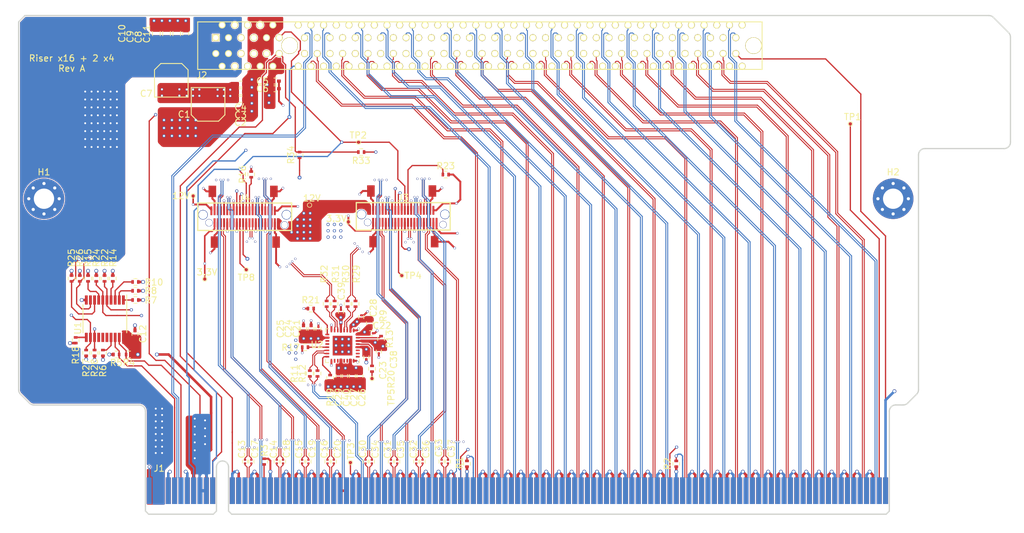
<source format=kicad_pcb>
(kicad_pcb (version 20171130) (host pcbnew "(5.1.5)-3")
  (layers (0 F.Cu signal) (1 In1.Cu signal) (2 In2.Cu signal) (3 In3.Cu signal) (4 In4.Cu signal) (31 B.Cu signal) (34 B.Paste user) (35 F.Paste user) (36 B.SilkS user) (37 F.SilkS user) (38 B.Mask user) (39 F.Mask user) (44 Edge.Cuts user))
  (net 0 "")
  (net 1 +12V)
  (net 2 GND)
  (net 3 +3V3)
  (net 4 +3.3Vaux)
  (net 5 /SLOT0_CONFIG)
  (net 6 /SLOT1_CONFIG)
  (net 7 /LAN_SMB_CLK)
  (net 8 /LAN_SMB_DAT)
  (net 9 "Net-(R7-Pad2)")
  (net 10 "Net-(R8-Pad2)")
  (net 11 /LAN_SMB_ALERT_N)
  (net 12 /CPU0_TX3-)
  (net 13 /CPU0_TX6+)
  (net 14 /CPU0_TX2+)
  (net 15 /CPU0_TX5+)
  (net 16 /CPU0_TX7+)
  (net 17 /CPU0_TX4-)
  (net 18 /CPU0_TX4+)
  (net 19 /CPU0_TX3+)
  (net 20 /CPU0_TX2-)
  (net 21 /PCIE_SLOT1_PRSNT_x8)
  (net 22 /CPU0_TX5-)
  (net 23 /CPU0_TX6-)
  (net 24 /CPU0_TX7-)
  (net 25 /CPU0_TX1-)
  (net 26 "Net-(J1-PadB31)")
  (net 27 /CPU0_TX1+)
  (net 28 /CPU0_TX0-)
  (net 29 /CPU0_TX0+)
  (net 30 /PCIE_SLOT1_PRSNT_x1x4)
  (net 31 /PCIE_SLOT_PRSNT#1)
  (net 32 /PCIE_SLOT0_PRSNT_x4)
  (net 33 /SMB_DATA)
  (net 34 /SMB_CLK)
  (net 35 /IRQ_LVC_WAKE_N)
  (net 36 /CPU0_TX8+)
  (net 37 /CPU0_TX8-)
  (net 38 /CPU0_TX9+)
  (net 39 /CPU0_TX9-)
  (net 40 /CPU0_TX10+)
  (net 41 /CPU0_TX10-)
  (net 42 /CPU0_TX11+)
  (net 43 /CPU0_TX11-)
  (net 44 /CPU0_TX12+)
  (net 45 /CPU0_TX12-)
  (net 46 /CPU0_TX13+)
  (net 47 /CPU0_TX13-)
  (net 48 /CPU0_TX14+)
  (net 49 /CPU0_TX14-)
  (net 50 /CPU0_TX15+)
  (net 51 /CPU0_TX15-)
  (net 52 "Net-(J1-PadB114)")
  (net 53 /PCIE_SLOT1_PRSNT_x16)
  (net 54 /CLK100_SLOT0+)
  (net 55 /CLK100_SLOT0-)
  (net 56 /RST_PERST0_N)
  (net 57 "Net-(J1-PadA13)")
  (net 58 "Net-(J1-PadA14)")
  (net 59 "Net-(J1-PadA19)")
  (net 60 /CLK100_SLOT1+)
  (net 61 /CLK100_SLOT1-)
  (net 62 /CPU0_RX0+)
  (net 63 /CPU0_RX0-)
  (net 64 /CPU0_RX1+)
  (net 65 /CPU0_RX1-)
  (net 66 /CPU0_RX2+)
  (net 67 /CPU0_RX2-)
  (net 68 /CPU0_RX3+)
  (net 69 /CPU0_RX3-)
  (net 70 /CPU0_RX4+)
  (net 71 /CPU0_RX4-)
  (net 72 /CPU0_RX5+)
  (net 73 /CPU0_RX5-)
  (net 74 /CPU0_RX6+)
  (net 75 /CPU0_RX6-)
  (net 76 /CPU0_RX7+)
  (net 77 /CPU0_RX7-)
  (net 78 /CPU0_RX8+)
  (net 79 /CPU0_RX8-)
  (net 80 /CPU0_RX9+)
  (net 81 /CPU0_RX9-)
  (net 82 /CPU0_RX10+)
  (net 83 /CPU0_RX10-)
  (net 84 /CPU0_RX11+)
  (net 85 /CPU0_RX11-)
  (net 86 /CPU0_RX12+)
  (net 87 /CPU0_RX12-)
  (net 88 /CPU0_RX13+)
  (net 89 /CPU0_RX13-)
  (net 90 /CPU0_RX14+)
  (net 91 /CPU0_RX14-)
  (net 92 /CPU0_RX15+)
  (net 93 /CPU0_RX15-)
  (net 94 "Net-(J2-PadA5)")
  (net 95 "Net-(J2-PadA6)")
  (net 96 "Net-(J2-PadA7)")
  (net 97 "Net-(J2-PadA8)")
  (net 98 "Net-(J2-PadA19)")
  (net 99 /PCIe_SMB_CLK)
  (net 100 /PCIe_SMB_DATA)
  (net 101 "Net-(J2-PadB9)")
  (net 102 "Net-(J2-PadB17)")
  (net 103 "Net-(J2-PadB30)")
  (net 104 "Net-(J2-PadB82)")
  (net 105 "Net-(J3-PadB13)")
  (net 106 "Net-(J3-PadA9)")
  (net 107 "Net-(J4-PadA9)")
  (net 108 "Net-(J4-PadB13)")
  (net 109 "Net-(R6-Pad1)")
  (net 110 "Net-(R10-Pad2)")
  (net 111 "Net-(R14-Pad1)")
  (net 112 "Net-(R15-Pad1)")
  (net 113 "Net-(R17-Pad2)")
  (net 114 "Net-(R18-Pad1)")
  (net 115 "Net-(U2-Pad11)")
  (net 116 "Net-(U2-Pad12)")
  (net 117 "Net-(U1-Pad16)")
  (net 118 "Net-(U1-Pad15)")
  (net 119 "Net-(U1-Pad14)")
  (net 120 /Oculink_0_C_x4_TX0+)
  (net 121 /Oculink_0_x4_TX0+)
  (net 122 /Oculink_0_C_x4_TX1+)
  (net 123 /Oculink_0_x4_TX1+)
  (net 124 /Oculink_0_C_x4_TX2+)
  (net 125 /Oculink_0_x4_TX2+)
  (net 126 /Oculink_0_C_x4_TX3+)
  (net 127 /Oculink_0_x4_TX3+)
  (net 128 /Oculink_0_x4_TX0-)
  (net 129 /Oculink_0_C_x4_TX0-)
  (net 130 /Oculink_0_x4_TX1-)
  (net 131 /Oculink_0_C_x4_TX1-)
  (net 132 /Oculink_0_x4_TX2-)
  (net 133 /Oculink_0_C_x4_TX2-)
  (net 134 /Oculink_0_x4_TX3-)
  (net 135 /Oculink_0_C_x4_TX3-)
  (net 136 +3.3VP)
  (net 137 /Oculink_1_x4_TX0+)
  (net 138 /Oculink_1_C_x4_TX0+)
  (net 139 /Oculink_1_x4_TX1+)
  (net 140 /Oculink_1_C_x4_TX1+)
  (net 141 /Oculink_1_x4_TX2+)
  (net 142 /Oculink_1_C_x4_TX2+)
  (net 143 /Oculink_1_x4_TX3+)
  (net 144 /Oculink_1_C_x4_TX3+)
  (net 145 /Oculink_1_C_x4_TX0-)
  (net 146 /Oculink_1_x4_TX0-)
  (net 147 /Oculink_1_C_x4_TX1-)
  (net 148 /Oculink_1_x4_TX1-)
  (net 149 /Oculink_1_C_x4_TX2-)
  (net 150 /Oculink_1_x4_TX2-)
  (net 151 /Oculink_1_C_x4_TX3-)
  (net 152 /Oculink_1_x4_TX3-)
  (net 153 /Oculink_0_x4_RX0+)
  (net 154 /Oculink_0_x4_RX0-)
  (net 155 /Oculink_0_x4_RX1+)
  (net 156 /Oculink_0_x4_RX1-)
  (net 157 /Oculink_0_x4_RX2+)
  (net 158 /Oculink_0_x4_RX2-)
  (net 159 /Oculink_0_x4_RX3+)
  (net 160 /Oculink_0_x4_RX3-)
  (net 161 /Oculink_1_x4_RX0+)
  (net 162 /Oculink_1_x4_RX0-)
  (net 163 /Oculink_1_x4_RX1+)
  (net 164 /Oculink_1_x4_RX1-)
  (net 165 /Oculink_1_x4_RX2+)
  (net 166 /Oculink_1_x4_RX2-)
  (net 167 /Oculink_1_x4_RX3+)
  (net 168 /Oculink_1_x4_RX3-)
  (net 169 "Net-(J3-PadA10)")
  (net 170 /Oculink_1_CLK100+)
  (net 171 /Oculink_1_CLK100-)
  (net 172 /Oculink_1_SMB_CLK)
  (net 173 /Oculink_1_SMB_DATA)
  (net 174 /Oculink_0_SMB_DATA)
  (net 175 /Oculink_0_SMB_CLK)
  (net 176 /Oculink_0_CLK100-)
  (net 177 /Oculink_0_CLK100+)
  (net 178 "Net-(J4-PadA10)")
  (net 179 "Net-(R13-Pad1)")
  (net 180 "Net-(R19-Pad2)")
  (net 181 "Net-(R20-Pad1)")
  (net 182 "Net-(R20-Pad2)")
  (net 183 "Net-(R21-Pad2)")
  (net 184 /Oculink_0_R_CLK100+)
  (net 185 /Oculink_0_R_CLK100-)
  (net 186 /Oculink_1_R_CLK100+)
  (net 187 /Oculink_1_R_CLK100-)
  (net 188 "Net-(U2-Pad27)")
  (net 189 "Net-(U2-Pad26)")
  (net 190 "Net-(U2-Pad25)")
  (net 191 "Net-(U2-Pad22)")
  (net 192 "Net-(U2-Pad21)")
  (net 193 "Net-(U2-Pad19)")
  (net 194 "Net-(U2-Pad18)")
  (net 195 /CLK100_R_SLOT1+)
  (net 196 /CLK100_R_SLOT1-)
  (module Mounting_Holes:MountingHole_3.2mm_M3_Pad_Via (layer F.Cu) (at 73 88.915)
    (fp_text reference H1 (at 0 -4.2) (layer F.SilkS))
    (fp_text value MountingHole_Pad)
    (pad 1 thru_hole circle (at 1.697056 -1.697056) (size 0.8 0.8) (drill 0.5) (layers *.Cu *.Mask) (net 2 GND))
    (pad 1 thru_hole circle (at 0 -2.4) (size 0.8 0.8) (drill 0.5) (layers *.Cu *.Mask) (net 2 GND))
    (pad 1 thru_hole circle (at -1.697056 -1.697056) (size 0.8 0.8) (drill 0.5) (layers *.Cu *.Mask) (net 2 GND))
    (pad 1 thru_hole circle (at -2.4 0) (size 0.8 0.8) (drill 0.5) (layers *.Cu *.Mask) (net 2 GND))
    (pad 1 thru_hole circle (at -1.697056 1.697056) (size 0.8 0.8) (drill 0.5) (layers *.Cu *.Mask) (net 2 GND))
    (pad 1 thru_hole circle (at 0 2.4) (size 0.8 0.8) (drill 0.5) (layers *.Cu *.Mask) (net 2 GND))
    (pad 1 thru_hole circle (at 1.697056 1.697056) (size 0.8 0.8) (drill 0.5) (layers *.Cu *.Mask) (net 2 GND))
    (pad 1 thru_hole circle (at 2.4 0) (size 0.8 0.8) (drill 0.5) (layers *.Cu *.Mask) (net 2 GND))
    (pad 1 thru_hole circle (at 0 0) (size 6.4 6.4) (drill 3.2) (layers *.Cu *.Mask) (net 2 GND))
  )
  (module Mounting_Holes:MountingHole_3.2mm_M3_Pad_Via (layer F.Cu) (at 206.9 88.915)
    (fp_text reference H2 (at 0 -4.2) (layer F.SilkS))
    (fp_text value MountingHole_Pad)
    (pad 1 thru_hole circle (at 0 0) (size 6.4 6.4) (drill 3.2) (layers *.Cu *.Mask) (net 2 GND))
    (pad 1 thru_hole circle (at 2.4 0) (size 0.8 0.8) (drill 0.5) (layers *.Cu *.Mask) (net 2 GND))
    (pad 1 thru_hole circle (at 1.697056 1.697056) (size 0.8 0.8) (drill 0.5) (layers *.Cu *.Mask) (net 2 GND))
    (pad 1 thru_hole circle (at 0 2.4) (size 0.8 0.8) (drill 0.5) (layers *.Cu *.Mask) (net 2 GND))
    (pad 1 thru_hole circle (at -1.697056 1.697056) (size 0.8 0.8) (drill 0.5) (layers *.Cu *.Mask) (net 2 GND))
    (pad 1 thru_hole circle (at -2.4 0) (size 0.8 0.8) (drill 0.5) (layers *.Cu *.Mask) (net 2 GND))
    (pad 1 thru_hole circle (at -1.697056 -1.697056) (size 0.8 0.8) (drill 0.5) (layers *.Cu *.Mask) (net 2 GND))
    (pad 1 thru_hole circle (at 0 -2.4) (size 0.8 0.8) (drill 0.5) (layers *.Cu *.Mask) (net 2 GND))
    (pad 1 thru_hole circle (at 1.697056 -1.697056) (size 0.8 0.8) (drill 0.5) (layers *.Cu *.Mask) (net 2 GND))
  )
  (module "Switch PCIe:pads_pcie_x24" (layer F.Cu) (at 89.6 135)
    (fp_text reference J1 (at 1.5621 -3.5179) (layer F.SilkS))
    (fp_text value CONN_PCIE_x24)
    (pad B57 smd rect (at 58.1 0) (size 0.8 4.2) (layers F.Cu F.Paste F.Mask) (net 2 GND))
    (pad B60 smd rect (at 61.1 0) (size 0.8 4.2) (layers F.Cu F.Paste F.Mask) (net 2 GND))
    (pad B68 smd rect (at 69.1 0) (size 0.8 4.2) (layers F.Cu F.Paste F.Mask) (net 2 GND))
    (pad B80 smd rect (at 81.1 0) (size 0.8 4.2) (layers F.Cu F.Paste F.Mask) (net 2 GND))
    (pad B69 smd rect (at 70.1 0) (size 0.8 4.2) (layers F.Cu F.Paste F.Mask) (net 2 GND))
    (pad B72 smd rect (at 73.1 0) (size 0.8 4.2) (layers F.Cu F.Paste F.Mask) (net 2 GND))
    (pad B56 smd rect (at 57.1 0) (size 0.8 4.2) (layers F.Cu F.Paste F.Mask) (net 2 GND))
    (pad B63 smd rect (at 64.1 0) (size 0.8 4.2) (layers F.Cu F.Paste F.Mask) (net 12 /CPU0_TX3-))
    (pad B74 smd rect (at 75.1 0) (size 0.8 4.2) (layers F.Cu F.Paste F.Mask) (net 13 /CPU0_TX6+))
    (pad B76 smd rect (at 77.1 0) (size 0.8 4.2) (layers F.Cu F.Paste F.Mask) (net 2 GND))
    (pad B64 smd rect (at 65.1 0) (size 0.8 4.2) (layers F.Cu F.Paste F.Mask) (net 2 GND))
    (pad B58 smd rect (at 59.1 0) (size 0.8 4.2) (layers F.Cu F.Paste F.Mask) (net 14 /CPU0_TX2+))
    (pad B70 smd rect (at 71.1 0) (size 0.8 4.2) (layers F.Cu F.Paste F.Mask) (net 15 /CPU0_TX5+))
    (pad B77 smd rect (at 78.1 0) (size 0.8 4.2) (layers F.Cu F.Paste F.Mask) (net 2 GND))
    (pad B78 smd rect (at 79.1 0) (size 0.8 4.2) (layers F.Cu F.Paste F.Mask) (net 16 /CPU0_TX7+))
    (pad B67 smd rect (at 68.1 0) (size 0.8 4.2) (layers F.Cu F.Paste F.Mask) (net 17 /CPU0_TX4-))
    (pad B73 smd rect (at 74.1 0) (size 0.8 4.2) (layers F.Cu F.Paste F.Mask) (net 2 GND))
    (pad B66 smd rect (at 67.1 0) (size 0.8 4.2) (layers F.Cu F.Paste F.Mask) (net 18 /CPU0_TX4+))
    (pad B62 smd rect (at 63.1 0) (size 0.8 4.2) (layers F.Cu F.Paste F.Mask) (net 19 /CPU0_TX3+))
    (pad B59 smd rect (at 60.1 0) (size 0.8 4.2) (layers F.Cu F.Paste F.Mask) (net 20 /CPU0_TX2-))
    (pad B65 smd rect (at 66.1 0) (size 0.8 4.2) (layers F.Cu F.Paste F.Mask) (net 2 GND))
    (pad B82 smd rect (at 83.1 0) (size 0.8 4.2) (layers F.Cu F.Paste F.Mask) (net 2 GND))
    (pad B81 smd rect (at 82.1 0) (size 0.8 4.2) (layers F.Cu F.Paste F.Mask) (net 21 /PCIE_SLOT1_PRSNT_x8))
    (pad B71 smd rect (at 72.1 0) (size 0.8 4.2) (layers F.Cu F.Paste F.Mask) (net 22 /CPU0_TX5-))
    (pad B61 smd rect (at 62.1 0) (size 0.8 4.2) (layers F.Cu F.Paste F.Mask) (net 2 GND))
    (pad B75 smd rect (at 76.1 0) (size 0.8 4.2) (layers F.Cu F.Paste F.Mask) (net 23 /CPU0_TX6-))
    (pad B79 smd rect (at 80.1 0) (size 0.8 4.2) (layers F.Cu F.Paste F.Mask) (net 24 /CPU0_TX7-))
    (pad B55 smd rect (at 56.1 0) (size 0.8 4.2) (layers F.Cu F.Paste F.Mask) (net 25 /CPU0_TX1-))
    (pad B47 smd rect (at 48.1 0) (size 0.8 4.2) (layers F.Cu F.Paste F.Mask) (net 2 GND))
    (pad B41 smd rect (at 42.1 0) (size 0.8 4.2) (layers F.Cu F.Paste F.Mask) (net 141 /Oculink_1_x4_TX2+))
    (pad B43 smd rect (at 44.1 0) (size 0.8 4.2) (layers F.Cu F.Paste F.Mask) (net 2 GND))
    (pad B39 smd rect (at 40.1 0) (size 0.8 4.2) (layers F.Cu F.Paste F.Mask) (net 2 GND))
    (pad B33 smd rect (at 34.1 0) (size 0.8 4.2) (layers F.Cu F.Paste F.Mask) (net 137 /Oculink_1_x4_TX0+))
    (pad B31 smd rect (at 32.1 0) (size 0.8 4.2) (layers F.Cu F.Paste F.Mask) (net 26 "Net-(J1-PadB31)"))
    (pad B23 smd rect (at 24.1 0) (size 0.8 4.2) (layers F.Cu F.Paste F.Mask) (net 125 /Oculink_0_x4_TX2+))
    (pad B38 smd rect (at 39.1 0) (size 0.8 4.2) (layers F.Cu F.Paste F.Mask) (net 148 /Oculink_1_x4_TX1-))
    (pad B29 smd rect (at 30.1 0) (size 0.8 4.2) (layers F.Cu F.Paste F.Mask) (net 2 GND))
    (pad B25 smd rect (at 26.1 0) (size 0.8 4.2) (layers F.Cu F.Paste F.Mask) (net 2 GND))
    (pad B37 smd rect (at 38.1 0) (size 0.8 4.2) (layers F.Cu F.Paste F.Mask) (net 139 /Oculink_1_x4_TX1+))
    (pad B27 smd rect (at 28.1 0) (size 0.8 4.2) (layers F.Cu F.Paste F.Mask) (net 127 /Oculink_0_x4_TX3+))
    (pad B24 smd rect (at 25.1 0) (size 0.8 4.2) (layers F.Cu F.Paste F.Mask) (net 132 /Oculink_0_x4_TX2-))
    (pad B35 smd rect (at 36.1 0) (size 0.8 4.2) (layers F.Cu F.Paste F.Mask) (net 2 GND))
    (pad B54 smd rect (at 55.1 0) (size 0.8 4.2) (layers F.Cu F.Paste F.Mask) (net 27 /CPU0_TX1+))
    (pad B53 smd rect (at 54.1 0) (size 0.8 4.2) (layers F.Cu F.Paste F.Mask) (net 2 GND))
    (pad B52 smd rect (at 53.1 0) (size 0.8 4.2) (layers F.Cu F.Paste F.Mask) (net 2 GND))
    (pad B51 smd rect (at 52.1 0) (size 0.8 4.2) (layers F.Cu F.Paste F.Mask) (net 28 /CPU0_TX0-))
    (pad B42 smd rect (at 43.1 0) (size 0.8 4.2) (layers F.Cu F.Paste F.Mask) (net 150 /Oculink_1_x4_TX2-))
    (pad B40 smd rect (at 41.1 0) (size 0.8 4.2) (layers F.Cu F.Paste F.Mask) (net 2 GND))
    (pad B34 smd rect (at 35.1 0) (size 0.8 4.2) (layers F.Cu F.Paste F.Mask) (net 146 /Oculink_1_x4_TX0-))
    (pad B32 smd rect (at 33.1 0) (size 0.8 4.2) (layers F.Cu F.Paste F.Mask) (net 2 GND))
    (pad B49 smd rect (at 50.1 0) (size 0.8 4.2) (layers F.Cu F.Paste F.Mask) (net 2 GND))
    (pad B50 smd rect (at 51.1 0) (size 0.8 4.2) (layers F.Cu F.Paste F.Mask) (net 29 /CPU0_TX0+))
    (pad B28 smd rect (at 29.1 0) (size 0.8 4.2) (layers F.Cu F.Paste F.Mask) (net 134 /Oculink_0_x4_TX3-))
    (pad B44 smd rect (at 45.1 0) (size 0.8 4.2) (layers F.Cu F.Paste F.Mask) (net 2 GND))
    (pad B36 smd rect (at 37.1 0) (size 0.8 4.2) (layers F.Cu F.Paste F.Mask) (net 2 GND))
    (pad B26 smd rect (at 27.1 0) (size 0.8 4.2) (layers F.Cu F.Paste F.Mask) (net 2 GND))
    (pad B48 smd rect (at 49.1 0) (size 0.8 4.2) (layers F.Cu F.Paste F.Mask) (net 30 /PCIE_SLOT1_PRSNT_x1x4))
    (pad B30 smd rect (at 31.1 0) (size 0.8 4.2) (layers F.Cu F.Paste F.Mask) (net 2 GND))
    (pad B46 smd rect (at 47.1 0) (size 0.8 4.2) (layers F.Cu F.Paste F.Mask) (net 152 /Oculink_1_x4_TX3-))
    (pad B45 smd rect (at 46.1 0) (size 0.8 4.2) (layers F.Cu F.Paste F.Mask) (net 143 /Oculink_1_x4_TX3+))
    (pad B12 smd rect (at 13.1 0) (size 0.8 4.2) (layers F.Cu F.Paste F.Mask) (net 11 /LAN_SMB_ALERT_N))
    (pad B1 smd rect (at 0 0) (size 0.8 4.2) (layers F.Cu F.Paste F.Mask) (net 1 +12V))
    (pad A12 smd rect (at 13.1 0) (size 0.8 4.2) (layers B.Cu B.Paste B.Mask) (net 2 GND))
    (pad A1 smd rect (at 0 0) (size 0.8 4.2) (layers B.Cu B.Paste B.Mask) (net 31 /PCIE_SLOT_PRSNT#1))
    (pad B19 smd rect (at 20.1 0) (size 0.8 4.2) (layers F.Cu F.Paste F.Mask) (net 123 /Oculink_0_x4_TX1+))
    (pad B18 smd rect (at 19.1 0) (size 0.8 4.2) (layers F.Cu F.Paste F.Mask) (net 2 GND))
    (pad B17 smd rect (at 18.1 0) (size 0.8 4.2) (layers F.Cu F.Paste F.Mask) (net 32 /PCIE_SLOT0_PRSNT_x4))
    (pad B16 smd rect (at 17.1 0) (size 0.8 4.2) (layers F.Cu F.Paste F.Mask) (net 2 GND))
    (pad B14 smd rect (at 15.1 0) (size 0.8 4.2) (layers F.Cu F.Paste F.Mask) (net 121 /Oculink_0_x4_TX0+))
    (pad B13 smd rect (at 14.1 0) (size 0.8 4.2) (layers F.Cu F.Paste F.Mask) (net 2 GND))
    (pad B22 smd rect (at 23.1 0) (size 0.8 4.2) (layers F.Cu F.Paste F.Mask) (net 2 GND))
    (pad B21 smd rect (at 22.1 0) (size 0.8 4.2) (layers F.Cu F.Paste F.Mask) (net 2 GND))
    (pad B15 smd rect (at 16.1 0) (size 0.8 4.2) (layers F.Cu F.Paste F.Mask) (net 128 /Oculink_0_x4_TX0-))
    (pad B20 smd rect (at 21.1 0) (size 0.8 4.2) (layers F.Cu F.Paste F.Mask) (net 130 /Oculink_0_x4_TX1-))
    (pad B6 smd rect (at 5 0) (size 0.8 4.2) (layers F.Cu F.Paste F.Mask) (net 33 /SMB_DATA))
    (pad B9 smd rect (at 8 0) (size 0.8 4.2) (layers F.Cu F.Paste F.Mask) (net 7 /LAN_SMB_CLK))
    (pad B8 smd rect (at 7 0) (size 0.8 4.2) (layers F.Cu F.Paste F.Mask) (net 3 +3V3))
    (pad B4 smd rect (at 3 0) (size 0.8 4.2) (layers F.Cu F.Paste F.Mask) (net 2 GND))
    (pad B7 smd rect (at 6 0) (size 0.8 4.2) (layers F.Cu F.Paste F.Mask) (net 2 GND))
    (pad B5 smd rect (at 4 0) (size 0.8 4.2) (layers F.Cu F.Paste F.Mask) (net 34 /SMB_CLK))
    (pad B10 smd rect (at 9 0) (size 0.8 4.2) (layers F.Cu F.Paste F.Mask) (net 4 +3.3Vaux))
    (pad B11 smd rect (at 10 0) (size 0.8 4.2) (layers F.Cu F.Paste F.Mask) (net 35 /IRQ_LVC_WAKE_N))
    (pad B2 smd rect (at 1 0) (size 0.8 4.2) (layers F.Cu F.Paste F.Mask) (net 1 +12V))
    (pad B3 smd rect (at 2 0) (size 0.8 4.2) (layers F.Cu F.Paste F.Mask) (net 1 +12V))
    (pad B83 smd rect (at 84.1 0) (size 0.8 4.2) (layers F.Cu F.Paste F.Mask) (net 36 /CPU0_TX8+))
    (pad B84 smd rect (at 85.1 0) (size 0.8 4.2) (layers F.Cu F.Paste F.Mask) (net 37 /CPU0_TX8-))
    (pad B85 smd rect (at 86.1 0) (size 0.8 4.2) (layers F.Cu F.Paste F.Mask) (net 2 GND))
    (pad B86 smd rect (at 87.1 0) (size 0.8 4.2) (layers F.Cu F.Paste F.Mask) (net 2 GND))
    (pad B87 smd rect (at 88.1 0) (size 0.8 4.2) (layers F.Cu F.Paste F.Mask) (net 38 /CPU0_TX9+))
    (pad B88 smd rect (at 89.1 0) (size 0.8 4.2) (layers F.Cu F.Paste F.Mask) (net 39 /CPU0_TX9-))
    (pad B89 smd rect (at 90.1 0) (size 0.8 4.2) (layers F.Cu F.Paste F.Mask) (net 2 GND))
    (pad B90 smd rect (at 91.1 0) (size 0.8 4.2) (layers F.Cu F.Paste F.Mask) (net 2 GND))
    (pad B91 smd rect (at 92.1 0) (size 0.8 4.2) (layers F.Cu F.Paste F.Mask) (net 40 /CPU0_TX10+))
    (pad B92 smd rect (at 93.1 0) (size 0.8 4.2) (layers F.Cu F.Paste F.Mask) (net 41 /CPU0_TX10-))
    (pad B93 smd rect (at 94.1 0) (size 0.8 4.2) (layers F.Cu F.Paste F.Mask) (net 2 GND))
    (pad B94 smd rect (at 95.1 0) (size 0.8 4.2) (layers F.Cu F.Paste F.Mask) (net 2 GND))
    (pad B95 smd rect (at 96.1 0) (size 0.8 4.2) (layers F.Cu F.Paste F.Mask) (net 42 /CPU0_TX11+))
    (pad B96 smd rect (at 97.1 0) (size 0.8 4.2) (layers F.Cu F.Paste F.Mask) (net 43 /CPU0_TX11-))
    (pad B97 smd rect (at 98.1 0) (size 0.8 4.2) (layers F.Cu F.Paste F.Mask) (net 2 GND))
    (pad B98 smd rect (at 99.1 0) (size 0.8 4.2) (layers F.Cu F.Paste F.Mask) (net 2 GND))
    (pad B99 smd rect (at 100.1 0) (size 0.8 4.2) (layers F.Cu F.Paste F.Mask) (net 44 /CPU0_TX12+))
    (pad B100 smd rect (at 101.1 0) (size 0.8 4.2) (layers F.Cu F.Paste F.Mask) (net 45 /CPU0_TX12-))
    (pad B101 smd rect (at 102.1 0) (size 0.8 4.2) (layers F.Cu F.Paste F.Mask) (net 2 GND))
    (pad B102 smd rect (at 103.1 0) (size 0.8 4.2) (layers F.Cu F.Paste F.Mask) (net 2 GND))
    (pad B103 smd rect (at 104.1 0) (size 0.8 4.2) (layers F.Cu F.Paste F.Mask) (net 46 /CPU0_TX13+))
    (pad B104 smd rect (at 105.1 0) (size 0.8 4.2) (layers F.Cu F.Paste F.Mask) (net 47 /CPU0_TX13-))
    (pad B105 smd rect (at 106.1 0) (size 0.8 4.2) (layers F.Cu F.Paste F.Mask) (net 2 GND))
    (pad B106 smd rect (at 107.1 0) (size 0.8 4.2) (layers F.Cu F.Paste F.Mask) (net 2 GND))
    (pad B107 smd rect (at 108.1 0) (size 0.8 4.2) (layers F.Cu F.Paste F.Mask) (net 48 /CPU0_TX14+))
    (pad B108 smd rect (at 109.1 0) (size 0.8 4.2) (layers F.Cu F.Paste F.Mask) (net 49 /CPU0_TX14-))
    (pad B109 smd rect (at 110.1 0) (size 0.8 4.2) (layers F.Cu F.Paste F.Mask) (net 2 GND))
    (pad B110 smd rect (at 111.1 0) (size 0.8 4.2) (layers F.Cu F.Paste F.Mask) (net 2 GND))
    (pad B111 smd rect (at 112.1 0) (size 0.8 4.2) (layers F.Cu F.Paste F.Mask) (net 50 /CPU0_TX15+))
    (pad B112 smd rect (at 113.1 0) (size 0.8 4.2) (layers F.Cu F.Paste F.Mask) (net 51 /CPU0_TX15-))
    (pad B113 smd rect (at 114.1 0) (size 0.8 4.2) (layers F.Cu F.Paste F.Mask) (net 2 GND))
    (pad B114 smd rect (at 115.1 0) (size 0.8 4.2) (layers F.Cu F.Paste F.Mask) (net 52 "Net-(J1-PadB114)"))
    (pad B115 smd rect (at 116.1 0) (size 0.8 4.2) (layers F.Cu F.Paste F.Mask) (net 53 /PCIE_SLOT1_PRSNT_x16))
    (pad A2 smd rect (at 1 0) (size 0.8 4.2) (layers B.Cu B.Paste B.Mask) (net 1 +12V))
    (pad A3 smd rect (at 2 0) (size 0.8 4.2) (layers B.Cu B.Paste B.Mask) (net 1 +12V))
    (pad A4 smd rect (at 3 0) (size 0.8 4.2) (layers B.Cu B.Paste B.Mask) (net 2 GND))
    (pad A5 smd rect (at 4 0) (size 0.8 4.2) (layers B.Cu B.Paste B.Mask) (net 54 /CLK100_SLOT0+))
    (pad A6 smd rect (at 5 0) (size 0.8 4.2) (layers B.Cu B.Paste B.Mask) (net 55 /CLK100_SLOT0-))
    (pad A7 smd rect (at 6 0) (size 0.8 4.2) (layers B.Cu B.Paste B.Mask) (net 2 GND))
    (pad A8 smd rect (at 7 0) (size 0.8 4.2) (layers B.Cu B.Paste B.Mask) (net 8 /LAN_SMB_DAT))
    (pad A9 smd rect (at 8 0) (size 0.8 4.2) (layers B.Cu B.Paste B.Mask) (net 3 +3V3))
    (pad A10 smd rect (at 9 0) (size 0.8 4.2) (layers B.Cu B.Paste B.Mask) (net 3 +3V3))
    (pad A11 smd rect (at 10 0) (size 0.8 4.2) (layers B.Cu B.Paste B.Mask) (net 56 /RST_PERST0_N))
    (pad A13 smd rect (at 14.1 0) (size 0.8 4.2) (layers B.Cu B.Paste B.Mask) (net 57 "Net-(J1-PadA13)"))
    (pad A14 smd rect (at 15.1 0) (size 0.8 4.2) (layers B.Cu B.Paste B.Mask) (net 58 "Net-(J1-PadA14)"))
    (pad A15 smd rect (at 16.1 0) (size 0.8 4.2) (layers B.Cu B.Paste B.Mask) (net 2 GND))
    (pad A16 smd rect (at 17.1 0) (size 0.8 4.2) (layers B.Cu B.Paste B.Mask) (net 153 /Oculink_0_x4_RX0+))
    (pad A17 smd rect (at 18.1 0) (size 0.8 4.2) (layers B.Cu B.Paste B.Mask) (net 154 /Oculink_0_x4_RX0-))
    (pad A18 smd rect (at 19.1 0) (size 0.8 4.2) (layers B.Cu B.Paste B.Mask) (net 2 GND))
    (pad A19 smd rect (at 20.1 0) (size 0.8 4.2) (layers B.Cu B.Paste B.Mask) (net 59 "Net-(J1-PadA19)"))
    (pad A20 smd rect (at 21.1 0) (size 0.8 4.2) (layers B.Cu B.Paste B.Mask) (net 2 GND))
    (pad A21 smd rect (at 22.1 0) (size 0.8 4.2) (layers B.Cu B.Paste B.Mask) (net 155 /Oculink_0_x4_RX1+))
    (pad A22 smd rect (at 23.1 0) (size 0.8 4.2) (layers B.Cu B.Paste B.Mask) (net 156 /Oculink_0_x4_RX1-))
    (pad A23 smd rect (at 24.1 0) (size 0.8 4.2) (layers B.Cu B.Paste B.Mask) (net 2 GND))
    (pad A24 smd rect (at 25.1 0) (size 0.8 4.2) (layers B.Cu B.Paste B.Mask) (net 2 GND))
    (pad A25 smd rect (at 26.1 0) (size 0.8 4.2) (layers B.Cu B.Paste B.Mask) (net 157 /Oculink_0_x4_RX2+))
    (pad A26 smd rect (at 27.1 0) (size 0.8 4.2) (layers B.Cu B.Paste B.Mask) (net 158 /Oculink_0_x4_RX2-))
    (pad A27 smd rect (at 28.1 0) (size 0.8 4.2) (layers B.Cu B.Paste B.Mask) (net 2 GND))
    (pad A28 smd rect (at 29.1 0) (size 0.8 4.2) (layers B.Cu B.Paste B.Mask) (net 2 GND))
    (pad A29 smd rect (at 30.1 0) (size 0.8 4.2) (layers B.Cu B.Paste B.Mask) (net 159 /Oculink_0_x4_RX3+))
    (pad A30 smd rect (at 31.1 0) (size 0.8 4.2) (layers B.Cu B.Paste B.Mask) (net 160 /Oculink_0_x4_RX3-))
    (pad A31 smd rect (at 32.1 0) (size 0.8 4.2) (layers B.Cu B.Paste B.Mask) (net 2 GND))
    (pad A32 smd rect (at 33.1 0) (size 0.8 4.2) (layers B.Cu B.Paste B.Mask) (net 60 /CLK100_SLOT1+))
    (pad A33 smd rect (at 34.1 0) (size 0.8 4.2) (layers B.Cu B.Paste B.Mask) (net 61 /CLK100_SLOT1-))
    (pad A34 smd rect (at 35.1 0) (size 0.8 4.2) (layers B.Cu B.Paste B.Mask) (net 2 GND))
    (pad A35 smd rect (at 36.1 0) (size 0.8 4.2) (layers B.Cu B.Paste B.Mask) (net 161 /Oculink_1_x4_RX0+))
    (pad A36 smd rect (at 37.1 0) (size 0.8 4.2) (layers B.Cu B.Paste B.Mask) (net 162 /Oculink_1_x4_RX0-))
    (pad A37 smd rect (at 38.1 0) (size 0.8 4.2) (layers B.Cu B.Paste B.Mask) (net 2 GND))
    (pad A38 smd rect (at 39.1 0) (size 0.8 4.2) (layers B.Cu B.Paste B.Mask) (net 2 GND))
    (pad A39 smd rect (at 40.1 0) (size 0.8 4.2) (layers B.Cu B.Paste B.Mask) (net 163 /Oculink_1_x4_RX1+))
    (pad A40 smd rect (at 41.1 0) (size 0.8 4.2) (layers B.Cu B.Paste B.Mask) (net 164 /Oculink_1_x4_RX1-))
    (pad A41 smd rect (at 42.1 0) (size 0.8 4.2) (layers B.Cu B.Paste B.Mask) (net 2 GND))
    (pad A42 smd rect (at 43.1 0) (size 0.8 4.2) (layers B.Cu B.Paste B.Mask) (net 2 GND))
    (pad A43 smd rect (at 44.1 0) (size 0.8 4.2) (layers B.Cu B.Paste B.Mask) (net 165 /Oculink_1_x4_RX2+))
    (pad A44 smd rect (at 45.1 0) (size 0.8 4.2) (layers B.Cu B.Paste B.Mask) (net 166 /Oculink_1_x4_RX2-))
    (pad A45 smd rect (at 46.1 0) (size 0.8 4.2) (layers B.Cu B.Paste B.Mask) (net 2 GND))
    (pad A46 smd rect (at 47.1 0) (size 0.8 4.2) (layers B.Cu B.Paste B.Mask) (net 2 GND))
    (pad A47 smd rect (at 48.1 0) (size 0.8 4.2) (layers B.Cu B.Paste B.Mask) (net 167 /Oculink_1_x4_RX3+))
    (pad A48 smd rect (at 49.1 0) (size 0.8 4.2) (layers B.Cu B.Paste B.Mask) (net 168 /Oculink_1_x4_RX3-))
    (pad A49 smd rect (at 50.1 0) (size 0.8 4.2) (layers B.Cu B.Paste B.Mask) (net 2 GND))
    (pad A50 smd rect (at 51.1 0) (size 0.8 4.2) (layers B.Cu B.Paste B.Mask) (net 5 /SLOT0_CONFIG))
    (pad A51 smd rect (at 52.1 0) (size 0.8 4.2) (layers B.Cu B.Paste B.Mask) (net 2 GND))
    (pad A52 smd rect (at 53.1 0) (size 0.8 4.2) (layers B.Cu B.Paste B.Mask) (net 62 /CPU0_RX0+))
    (pad A53 smd rect (at 54.1 0) (size 0.8 4.2) (layers B.Cu B.Paste B.Mask) (net 63 /CPU0_RX0-))
    (pad A54 smd rect (at 55.1 0) (size 0.8 4.2) (layers B.Cu B.Paste B.Mask) (net 2 GND))
    (pad A55 smd rect (at 56.1 0) (size 0.8 4.2) (layers B.Cu B.Paste B.Mask) (net 2 GND))
    (pad A56 smd rect (at 57.1 0) (size 0.8 4.2) (layers B.Cu B.Paste B.Mask) (net 64 /CPU0_RX1+))
    (pad A57 smd rect (at 58.1 0) (size 0.8 4.2) (layers B.Cu B.Paste B.Mask) (net 65 /CPU0_RX1-))
    (pad A58 smd rect (at 59.1 0) (size 0.8 4.2) (layers B.Cu B.Paste B.Mask) (net 2 GND))
    (pad A59 smd rect (at 60.1 0) (size 0.8 4.2) (layers B.Cu B.Paste B.Mask) (net 2 GND))
    (pad A60 smd rect (at 61.1 0) (size 0.8 4.2) (layers B.Cu B.Paste B.Mask) (net 66 /CPU0_RX2+))
    (pad A61 smd rect (at 62.1 0) (size 0.8 4.2) (layers B.Cu B.Paste B.Mask) (net 67 /CPU0_RX2-))
    (pad A62 smd rect (at 63.1 0) (size 0.8 4.2) (layers B.Cu B.Paste B.Mask) (net 2 GND))
    (pad A63 smd rect (at 64.1 0) (size 0.8 4.2) (layers B.Cu B.Paste B.Mask) (net 2 GND))
    (pad A64 smd rect (at 65.1 0) (size 0.8 4.2) (layers B.Cu B.Paste B.Mask) (net 68 /CPU0_RX3+))
    (pad A65 smd rect (at 66.1 0) (size 0.8 4.2) (layers B.Cu B.Paste B.Mask) (net 69 /CPU0_RX3-))
    (pad A66 smd rect (at 67.1 0) (size 0.8 4.2) (layers B.Cu B.Paste B.Mask) (net 2 GND))
    (pad A67 smd rect (at 68.1 0) (size 0.8 4.2) (layers B.Cu B.Paste B.Mask) (net 2 GND))
    (pad A68 smd rect (at 69.1 0) (size 0.8 4.2) (layers B.Cu B.Paste B.Mask) (net 70 /CPU0_RX4+))
    (pad A69 smd rect (at 70.1 0) (size 0.8 4.2) (layers B.Cu B.Paste B.Mask) (net 71 /CPU0_RX4-))
    (pad A70 smd rect (at 71.1 0) (size 0.8 4.2) (layers B.Cu B.Paste B.Mask) (net 2 GND))
    (pad A71 smd rect (at 72.1 0) (size 0.8 4.2) (layers B.Cu B.Paste B.Mask) (net 2 GND))
    (pad A72 smd rect (at 73.1 0) (size 0.8 4.2) (layers B.Cu B.Paste B.Mask) (net 72 /CPU0_RX5+))
    (pad A73 smd rect (at 74.1 0) (size 0.8 4.2) (layers B.Cu B.Paste B.Mask) (net 73 /CPU0_RX5-))
    (pad A74 smd rect (at 75.1 0) (size 0.8 4.2) (layers B.Cu B.Paste B.Mask) (net 2 GND))
    (pad A75 smd rect (at 76.1 0) (size 0.8 4.2) (layers B.Cu B.Paste B.Mask) (net 2 GND))
    (pad A76 smd rect (at 77.1 0) (size 0.8 4.2) (layers B.Cu B.Paste B.Mask) (net 74 /CPU0_RX6+))
    (pad A77 smd rect (at 78.1 0) (size 0.8 4.2) (layers B.Cu B.Paste B.Mask) (net 75 /CPU0_RX6-))
    (pad A78 smd rect (at 79.1 0) (size 0.8 4.2) (layers B.Cu B.Paste B.Mask) (net 2 GND))
    (pad A79 smd rect (at 80.1 0) (size 0.8 4.2) (layers B.Cu B.Paste B.Mask) (net 2 GND))
    (pad A80 smd rect (at 81.1 0) (size 0.8 4.2) (layers B.Cu B.Paste B.Mask) (net 76 /CPU0_RX7+))
    (pad A81 smd rect (at 82.1 0) (size 0.8 4.2) (layers B.Cu B.Paste B.Mask) (net 77 /CPU0_RX7-))
    (pad A82 smd rect (at 83.1 0) (size 0.8 4.2) (layers B.Cu B.Paste B.Mask) (net 2 GND))
    (pad A83 smd rect (at 84.1 0) (size 0.8 4.2) (layers B.Cu B.Paste B.Mask) (net 6 /SLOT1_CONFIG))
    (pad A84 smd rect (at 85.1 0) (size 0.8 4.2) (layers B.Cu B.Paste B.Mask) (net 2 GND))
    (pad A85 smd rect (at 86.1 0) (size 0.8 4.2) (layers B.Cu B.Paste B.Mask) (net 78 /CPU0_RX8+))
    (pad A86 smd rect (at 87.1 0) (size 0.8 4.2) (layers B.Cu B.Paste B.Mask) (net 79 /CPU0_RX8-))
    (pad A87 smd rect (at 88.1 0) (size 0.8 4.2) (layers B.Cu B.Paste B.Mask) (net 2 GND))
    (pad A88 smd rect (at 89.1 0) (size 0.8 4.2) (layers B.Cu B.Paste B.Mask) (net 2 GND))
    (pad A89 smd rect (at 90.1 0) (size 0.8 4.2) (layers B.Cu B.Paste B.Mask) (net 80 /CPU0_RX9+))
    (pad A90 smd rect (at 91.1 0) (size 0.8 4.2) (layers B.Cu B.Paste B.Mask) (net 81 /CPU0_RX9-))
    (pad A91 smd rect (at 92.1 0) (size 0.8 4.2) (layers B.Cu B.Paste B.Mask) (net 2 GND))
    (pad A92 smd rect (at 93.1 0) (size 0.8 4.2) (layers B.Cu B.Paste B.Mask) (net 2 GND))
    (pad A93 smd rect (at 94.1 0) (size 0.8 4.2) (layers B.Cu B.Paste B.Mask) (net 82 /CPU0_RX10+))
    (pad A94 smd rect (at 95.1 0) (size 0.8 4.2) (layers B.Cu B.Paste B.Mask) (net 83 /CPU0_RX10-))
    (pad A95 smd rect (at 96.1 0) (size 0.8 4.2) (layers B.Cu B.Paste B.Mask) (net 2 GND))
    (pad A96 smd rect (at 97.1 0) (size 0.8 4.2) (layers B.Cu B.Paste B.Mask) (net 2 GND))
    (pad A97 smd rect (at 98.1 0) (size 0.8 4.2) (layers B.Cu B.Paste B.Mask) (net 84 /CPU0_RX11+))
    (pad A98 smd rect (at 99.1 0) (size 0.8 4.2) (layers B.Cu B.Paste B.Mask) (net 85 /CPU0_RX11-))
    (pad A99 smd rect (at 100.1 0) (size 0.8 4.2) (layers B.Cu B.Paste B.Mask) (net 2 GND))
    (pad A100 smd rect (at 101.1 0) (size 0.8 4.2) (layers B.Cu B.Paste B.Mask) (net 2 GND))
    (pad A101 smd rect (at 102.1 0) (size 0.8 4.2) (layers B.Cu B.Paste B.Mask) (net 86 /CPU0_RX12+))
    (pad A102 smd rect (at 103.1 0) (size 0.8 4.2) (layers B.Cu B.Paste B.Mask) (net 87 /CPU0_RX12-))
    (pad A103 smd rect (at 104.1 0) (size 0.8 4.2) (layers B.Cu B.Paste B.Mask) (net 2 GND))
    (pad A104 smd rect (at 105.1 0) (size 0.8 4.2) (layers B.Cu B.Paste B.Mask) (net 2 GND))
    (pad A105 smd rect (at 106.1 0) (size 0.8 4.2) (layers B.Cu B.Paste B.Mask) (net 88 /CPU0_RX13+))
    (pad A106 smd rect (at 107.1 0) (size 0.8 4.2) (layers B.Cu B.Paste B.Mask) (net 89 /CPU0_RX13-))
    (pad A107 smd rect (at 108.1 0) (size 0.8 4.2) (layers B.Cu B.Paste B.Mask) (net 2 GND))
    (pad A108 smd rect (at 109.1 0) (size 0.8 4.2) (layers B.Cu B.Paste B.Mask) (net 2 GND))
    (pad A109 smd rect (at 110.1 0) (size 0.8 4.2) (layers B.Cu B.Paste B.Mask) (net 90 /CPU0_RX14+))
    (pad A110 smd rect (at 111.1 0) (size 0.8 4.2) (layers B.Cu B.Paste B.Mask) (net 91 /CPU0_RX14-))
    (pad A111 smd rect (at 112.1 0) (size 0.8 4.2) (layers B.Cu B.Paste B.Mask) (net 2 GND))
    (pad A112 smd rect (at 113.1 0) (size 0.8 4.2) (layers B.Cu B.Paste B.Mask) (net 2 GND))
    (pad A113 smd rect (at 114.1 0) (size 0.8 4.2) (layers B.Cu B.Paste B.Mask) (net 92 /CPU0_RX15+))
    (pad A114 smd rect (at 115.1 0) (size 0.8 4.2) (layers B.Cu B.Paste B.Mask) (net 93 /CPU0_RX15-))
    (pad A115 smd rect (at 116.1 0) (size 0.8 4.2) (layers B.Cu B.Paste B.Mask) (net 2 GND))
  )
  (module "Switch PCIe:CapaElec_100u_16V_5.3x5.3mm" (layer F.Cu) (at 101.525 71.375 180)
    (fp_text reference C1 (at 6.425 -4.225) (layer F.SilkS))
    (fp_text value "100u 16V")
    (pad 1 smd rect (at 2.65 -4.55 270) (size 2.8 1.6) (layers F.Cu F.Paste F.Mask) (net 3 +3V3))
    (pad 2 smd rect (at 2.65 -0.75 270) (size 2.8 1.6) (layers F.Cu F.Paste F.Mask) (net 2 GND))
  )
  (module Capacitors_SMD:C_0402 (layer F.Cu) (at 104 73.225 180)
    (fp_text reference C2 (at 0 -3.675) (layer F.SilkS))
    (fp_text value "1u 10V")
    (pad 2 smd rect (at 0.55 0 180) (size 0.6 0.5) (layers F.Cu F.Paste F.Mask) (net 2 GND))
    (pad 1 smd rect (at -0.55 0 180) (size 0.6 0.5) (layers F.Cu F.Paste F.Mask) (net 3 +3V3))
  )
  (module Capacitors_SMD:C_0402 (layer F.Cu) (at 103.99 72.025 180)
    (fp_text reference C3 (at -0.01 -3.675) (layer F.SilkS))
    (fp_text value "1u 10V")
    (pad 1 smd rect (at -0.55 0 180) (size 0.6 0.5) (layers F.Cu F.Paste F.Mask) (net 3 +3V3))
    (pad 2 smd rect (at 0.55 0 180) (size 0.6 0.5) (layers F.Cu F.Paste F.Mask) (net 2 GND))
  )
  (module Capacitors_SMD:C_0402 (layer F.Cu) (at 104 70.825 180)
    (fp_text reference C4 (at 0 -3.675) (layer F.SilkS))
    (fp_text value "0.1u 10V")
    (pad 2 smd rect (at 0.55 0 180) (size 0.6 0.5) (layers F.Cu F.Paste F.Mask) (net 2 GND))
    (pad 1 smd rect (at -0.55 0 180) (size 0.6 0.5) (layers F.Cu F.Paste F.Mask) (net 3 +3V3))
  )
  (module Capacitors_SMD:C_0402 (layer F.Cu) (at 109.5 70.35)
    (fp_text reference C5 (at -2.05 0) (layer F.SilkS))
    (fp_text value "1u 10V")
    (pad 1 smd rect (at -0.55 0) (size 0.6 0.5) (layers F.Cu F.Paste F.Mask) (net 4 +3.3Vaux))
    (pad 2 smd rect (at 0.55 0) (size 0.6 0.5) (layers F.Cu F.Paste F.Mask) (net 2 GND))
  )
  (module Capacitors_SMD:C_0402 (layer F.Cu) (at 109.5 71.55)
    (fp_text reference C6 (at -2.05 0) (layer F.SilkS))
    (fp_text value "0.1u 10V")
    (pad 2 smd rect (at 0.55 0) (size 0.6 0.5) (layers F.Cu F.Paste F.Mask) (net 2 GND))
    (pad 1 smd rect (at -0.55 0) (size 0.6 0.5) (layers F.Cu F.Paste F.Mask) (net 4 +3.3Vaux))
  )
  (module "Switch PCIe:CapaElec_100u_16V_5.3x5.3mm" (layer F.Cu) (at 90.425 72.875)
    (fp_text reference C7 (at -1.3 -0.55) (layer F.SilkS))
    (fp_text value "100u 16V")
    (pad 2 smd rect (at 2.65 -0.75 90) (size 2.8 1.6) (layers F.Cu F.Paste F.Mask) (net 2 GND))
    (pad 1 smd rect (at 2.65 -4.55 90) (size 2.8 1.6) (layers F.Cu F.Paste F.Mask) (net 1 +12V))
  )
  (module Capacitors_SMD:C_0603 (layer F.Cu) (at 93.925 62.85 90)
    (fp_text reference C8 (at -0.55 -6.025 90) (layer F.SilkS))
    (fp_text value "1u 25V")
    (pad 1 smd rect (at -0.75 0 90) (size 0.8 0.75) (layers F.Cu F.Paste F.Mask) (net 1 +12V))
    (pad 2 smd rect (at 0.75 0 90) (size 0.8 0.75) (layers F.Cu F.Paste F.Mask) (net 2 GND))
  )
  (module Capacitors_SMD:C_0603 (layer F.Cu) (at 92.325 62.85 90)
    (fp_text reference C9 (at -0.475 -5.725 90) (layer F.SilkS))
    (fp_text value "1u 25V")
    (pad 2 smd rect (at 0.75 0 90) (size 0.8 0.75) (layers F.Cu F.Paste F.Mask) (net 2 GND))
    (pad 1 smd rect (at -0.75 0 90) (size 0.8 0.75) (layers F.Cu F.Paste F.Mask) (net 1 +12V))
  )
  (module Capacitors_SMD:C_0603 (layer F.Cu) (at 90.725 62.85 90)
    (fp_text reference C10 (at 0.025 -5.425 90) (layer F.SilkS))
    (fp_text value "1u 25V")
    (pad 1 smd rect (at -0.75 0 90) (size 0.8 0.75) (layers F.Cu F.Paste F.Mask) (net 1 +12V))
    (pad 2 smd rect (at 0.75 0 90) (size 0.8 0.75) (layers F.Cu F.Paste F.Mask) (net 2 GND))
  )
  (module Capacitors_SMD:C_0402 (layer F.Cu) (at 95.35 62.85 90)
    (fp_text reference C11 (at -0.05 -6.15 90) (layer F.SilkS))
    (fp_text value "0.1u 25V")
    (pad 2 smd rect (at 0.55 0 90) (size 0.6 0.5) (layers F.Cu F.Paste F.Mask) (net 2 GND))
    (pad 1 smd rect (at -0.55 0 90) (size 0.6 0.5) (layers F.Cu F.Paste F.Mask) (net 1 +12V))
  )
  (module Capacitors_SMD:C_0402 (layer F.Cu) (at 87.35 110.25 90)
    (fp_text reference C12 (at 0 1.25 90) (layer F.SilkS))
    (fp_text value "1u 10V")
    (pad 1 smd rect (at -0.55 0 90) (size 0.6 0.5) (layers F.Cu F.Paste F.Mask) (net 4 +3.3Vaux))
    (pad 2 smd rect (at 0.55 0 90) (size 0.6 0.5) (layers F.Cu F.Paste F.Mask) (net 2 GND))
  )
  (module Capacitors_SMD:C_0201 (layer F.Cu) (at 104.7 130.4 90)
    (fp_text reference C13 (at 1.95 -0.5 90) (layer F.SilkS))
    (fp_text value 0.22u)
    (pad 2 smd rect (at 0.28 0 90) (size 0.3 0.35) (layers F.Cu F.Paste F.Mask) (net 120 /Oculink_0_C_x4_TX0+))
    (pad 1 smd rect (at -0.28 0 90) (size 0.3 0.35) (layers F.Cu F.Paste F.Mask) (net 121 /Oculink_0_x4_TX0+))
  )
  (module Capacitors_SMD:C_0201 (layer F.Cu) (at 109.7 130.4 90)
    (fp_text reference C14 (at 1.95 -0.5 90) (layer F.SilkS))
    (fp_text value 0.22u)
    (pad 2 smd rect (at 0.28 0 90) (size 0.3 0.35) (layers F.Cu F.Paste F.Mask) (net 122 /Oculink_0_C_x4_TX1+))
    (pad 1 smd rect (at -0.28 0 90) (size 0.3 0.35) (layers F.Cu F.Paste F.Mask) (net 123 /Oculink_0_x4_TX1+))
  )
  (module Capacitors_SMD:C_0201 (layer F.Cu) (at 113.7 130.4 90)
    (fp_text reference C15 (at 1.95 -0.5 90) (layer F.SilkS))
    (fp_text value 0.22u)
    (pad 2 smd rect (at 0.28 0 90) (size 0.3 0.35) (layers F.Cu F.Paste F.Mask) (net 124 /Oculink_0_C_x4_TX2+))
    (pad 1 smd rect (at -0.28 0 90) (size 0.3 0.35) (layers F.Cu F.Paste F.Mask) (net 125 /Oculink_0_x4_TX2+))
  )
  (module Capacitors_SMD:C_0201 (layer F.Cu) (at 117.7 130.4 90)
    (fp_text reference C16 (at 1.95 -0.5 90) (layer F.SilkS))
    (fp_text value 0.22u)
    (pad 2 smd rect (at 0.28 0 90) (size 0.3 0.35) (layers F.Cu F.Paste F.Mask) (net 126 /Oculink_0_C_x4_TX3+))
    (pad 1 smd rect (at -0.28 0 90) (size 0.3 0.35) (layers F.Cu F.Paste F.Mask) (net 127 /Oculink_0_x4_TX3+))
  )
  (module Capacitors_SMD:C_0201 (layer F.Cu) (at 105.7 130.4 90)
    (fp_text reference C17 (at 1.95 0.55 90) (layer F.SilkS))
    (fp_text value 0.22u)
    (pad 1 smd rect (at -0.28 0 90) (size 0.3 0.35) (layers F.Cu F.Paste F.Mask) (net 128 /Oculink_0_x4_TX0-))
    (pad 2 smd rect (at 0.28 0 90) (size 0.3 0.35) (layers F.Cu F.Paste F.Mask) (net 129 /Oculink_0_C_x4_TX0-))
  )
  (module Capacitors_SMD:C_0201 (layer F.Cu) (at 110.7 130.4 90)
    (fp_text reference C18 (at 2 0.55 90) (layer F.SilkS))
    (fp_text value 0.22u)
    (pad 1 smd rect (at -0.28 0 90) (size 0.3 0.35) (layers F.Cu F.Paste F.Mask) (net 130 /Oculink_0_x4_TX1-))
    (pad 2 smd rect (at 0.28 0 90) (size 0.3 0.35) (layers F.Cu F.Paste F.Mask) (net 131 /Oculink_0_C_x4_TX1-))
  )
  (module Capacitors_SMD:C_0201 (layer F.Cu) (at 114.7 130.4 90)
    (fp_text reference C19 (at 2 0.6 90) (layer F.SilkS))
    (fp_text value 0.22u)
    (pad 1 smd rect (at -0.28 0 90) (size 0.3 0.35) (layers F.Cu F.Paste F.Mask) (net 132 /Oculink_0_x4_TX2-))
    (pad 2 smd rect (at 0.28 0 90) (size 0.3 0.35) (layers F.Cu F.Paste F.Mask) (net 133 /Oculink_0_C_x4_TX2-))
  )
  (module Capacitors_SMD:C_0201 (layer F.Cu) (at 118.7 130.4 90)
    (fp_text reference C20 (at 1.95 0.6 90) (layer F.SilkS))
    (fp_text value 0.22u)
    (pad 1 smd rect (at -0.28 0 90) (size 0.3 0.35) (layers F.Cu F.Paste F.Mask) (net 134 /Oculink_0_x4_TX3-))
    (pad 2 smd rect (at 0.28 0 90) (size 0.3 0.35) (layers F.Cu F.Paste F.Mask) (net 135 /Oculink_0_C_x4_TX3-))
  )
  (module Capacitors_SMD:C_0201 (layer F.Cu) (at 116.275 109.45 90)
    (fp_text reference C21 (at 0.05 -3.475 90) (layer F.SilkS))
    (fp_text value 0.01u)
    (pad 2 smd rect (at 0.28 0 90) (size 0.3 0.35) (layers F.Cu F.Paste F.Mask) (net 2 GND))
    (pad 1 smd rect (at -0.28 0 90) (size 0.3 0.35) (layers F.Cu F.Paste F.Mask) (net 3 +3V3))
  )
  (module Capacitors_SMD:C_0201 (layer F.Cu) (at 124.575 110.15)
    (fp_text reference C22 (at 1.725 -1.2) (layer F.SilkS))
    (fp_text value 0.01u)
    (pad 2 smd rect (at 0.28 0) (size 0.3 0.35) (layers F.Cu F.Paste F.Mask) (net 2 GND))
    (pad 1 smd rect (at -0.28 0) (size 0.3 0.35) (layers F.Cu F.Paste F.Mask) (net 3 +3V3))
  )
  (module Capacitors_SMD:C_0201 (layer F.Cu) (at 123.825 113.95 270)
    (fp_text reference C23 (at 2.05 -2.625 90) (layer F.SilkS))
    (fp_text value 0.01u)
    (pad 1 smd rect (at -0.28 0 270) (size 0.3 0.35) (layers F.Cu F.Paste F.Mask) (net 3 +3V3))
    (pad 2 smd rect (at 0.28 0 270) (size 0.3 0.35) (layers F.Cu F.Paste F.Mask) (net 2 GND))
  )
  (module Capacitors_SMD:C_0402 (layer F.Cu) (at 115.125 109.45 90)
    (fp_text reference C24 (at 0.05 -3.575 90) (layer F.SilkS))
    (fp_text value "10u 10V")
    (pad 1 smd rect (at -0.55 0 90) (size 0.6 0.5) (layers F.Cu F.Paste F.Mask) (net 3 +3V3))
    (pad 2 smd rect (at 0.55 0 90) (size 0.6 0.5) (layers F.Cu F.Paste F.Mask) (net 2 GND))
  )
  (module Capacitors_SMD:C_0402 (layer F.Cu) (at 113.925 109.45 90)
    (fp_text reference C25 (at 0 -3.625 90) (layer F.SilkS))
    (fp_text value "1u 10V")
    (pad 2 smd rect (at 0.55 0 90) (size 0.6 0.5) (layers F.Cu F.Paste F.Mask) (net 2 GND))
    (pad 1 smd rect (at -0.55 0 90) (size 0.6 0.5) (layers F.Cu F.Paste F.Mask) (net 3 +3V3))
  )
  (module Capacitors_SMD:C_0402 (layer F.Cu) (at 122.825 116.9 270)
    (fp_text reference C26 (at 3.4 -0.325 90) (layer F.SilkS))
    (fp_text value "10u 10V")
    (pad 1 smd rect (at -0.55 0 270) (size 0.6 0.5) (layers F.Cu F.Paste F.Mask) (net 136 +3.3VP))
    (pad 2 smd rect (at 0.55 0 270) (size 0.6 0.5) (layers F.Cu F.Paste F.Mask) (net 2 GND))
  )
  (module Capacitors_SMD:C_0402 (layer F.Cu) (at 121.625 116.9 270)
    (fp_text reference C27 (at 3.4 -0.275 90) (layer F.SilkS))
    (fp_text value "1u 10V")
    (pad 2 smd rect (at 0.55 0 270) (size 0.6 0.5) (layers F.Cu F.Paste F.Mask) (net 2 GND))
    (pad 1 smd rect (at -0.55 0 270) (size 0.6 0.5) (layers F.Cu F.Paste F.Mask) (net 136 +3.3VP))
  )
  (module Capacitors_SMD:C_0201 (layer F.Cu) (at 123.025 107.6 270)
    (fp_text reference C28 (at -1.45 -1.925 90) (layer F.SilkS))
    (fp_text value 0.01u)
    (pad 1 smd rect (at -0.28 0 270) (size 0.3 0.35) (layers F.Cu F.Paste F.Mask) (net 2 GND))
    (pad 2 smd rect (at 0.28 0 270) (size 0.3 0.35) (layers F.Cu F.Paste F.Mask) (net 136 +3.3VP))
  )
  (module Capacitors_SMD:C_0201 (layer F.Cu) (at 119.425 116.9 90)
    (fp_text reference C29 (at -3.35 0.025 90) (layer F.SilkS))
    (fp_text value 0.01u)
    (pad 1 smd rect (at -0.28 0 90) (size 0.3 0.35) (layers F.Cu F.Paste F.Mask) (net 2 GND))
    (pad 2 smd rect (at 0.28 0 90) (size 0.3 0.35) (layers F.Cu F.Paste F.Mask) (net 136 +3.3VP))
  )
  (module Capacitors_SMD:C_0201 (layer F.Cu) (at 123.7 130.4 90)
    (fp_text reference C30 (at 2 -0.45 90) (layer F.SilkS))
    (fp_text value 0.22u)
    (pad 1 smd rect (at -0.28 0 90) (size 0.3 0.35) (layers F.Cu F.Paste F.Mask) (net 137 /Oculink_1_x4_TX0+))
    (pad 2 smd rect (at 0.28 0 90) (size 0.3 0.35) (layers F.Cu F.Paste F.Mask) (net 138 /Oculink_1_C_x4_TX0+))
  )
  (module Capacitors_SMD:C_0201 (layer F.Cu) (at 127.7 130.4 90)
    (fp_text reference C31 (at 1.9 -0.5 90) (layer F.SilkS))
    (fp_text value 0.22u)
    (pad 1 smd rect (at -0.28 0 90) (size 0.3 0.35) (layers F.Cu F.Paste F.Mask) (net 139 /Oculink_1_x4_TX1+))
    (pad 2 smd rect (at 0.28 0 90) (size 0.3 0.35) (layers F.Cu F.Paste F.Mask) (net 140 /Oculink_1_C_x4_TX1+))
  )
  (module Capacitors_SMD:C_0201 (layer F.Cu) (at 131.7 130.4 90)
    (fp_text reference C32 (at 1.95 -0.45 90) (layer F.SilkS))
    (fp_text value 0.22u)
    (pad 1 smd rect (at -0.28 0 90) (size 0.3 0.35) (layers F.Cu F.Paste F.Mask) (net 141 /Oculink_1_x4_TX2+))
    (pad 2 smd rect (at 0.28 0 90) (size 0.3 0.35) (layers F.Cu F.Paste F.Mask) (net 142 /Oculink_1_C_x4_TX2+))
  )
  (module Capacitors_SMD:C_0201 (layer F.Cu) (at 135.7 130.4 90)
    (fp_text reference C33 (at 2.15 -0.45 90) (layer F.SilkS))
    (fp_text value 0.22u)
    (pad 1 smd rect (at -0.28 0 90) (size 0.3 0.35) (layers F.Cu F.Paste F.Mask) (net 143 /Oculink_1_x4_TX3+))
    (pad 2 smd rect (at 0.28 0 90) (size 0.3 0.35) (layers F.Cu F.Paste F.Mask) (net 144 /Oculink_1_C_x4_TX3+))
  )
  (module Capacitors_SMD:C_0201 (layer F.Cu) (at 124.7 130.4 90)
    (fp_text reference C34 (at 1.95 0.55 90) (layer F.SilkS))
    (fp_text value 0.22u)
    (pad 2 smd rect (at 0.28 0 90) (size 0.3 0.35) (layers F.Cu F.Paste F.Mask) (net 145 /Oculink_1_C_x4_TX0-))
    (pad 1 smd rect (at -0.28 0 90) (size 0.3 0.35) (layers F.Cu F.Paste F.Mask) (net 146 /Oculink_1_x4_TX0-))
  )
  (module Capacitors_SMD:C_0201 (layer F.Cu) (at 128.7 130.4 90)
    (fp_text reference C35 (at 1.9 0.55 90) (layer F.SilkS))
    (fp_text value 0.22u)
    (pad 2 smd rect (at 0.28 0 90) (size 0.3 0.35) (layers F.Cu F.Paste F.Mask) (net 147 /Oculink_1_C_x4_TX1-))
    (pad 1 smd rect (at -0.28 0 90) (size 0.3 0.35) (layers F.Cu F.Paste F.Mask) (net 148 /Oculink_1_x4_TX1-))
  )
  (module Capacitors_SMD:C_0201 (layer F.Cu) (at 132.7 130.4 90)
    (fp_text reference C36 (at 1.95 0.55 90) (layer F.SilkS))
    (fp_text value 0.22u)
    (pad 2 smd rect (at 0.28 0 90) (size 0.3 0.35) (layers F.Cu F.Paste F.Mask) (net 149 /Oculink_1_C_x4_TX2-))
    (pad 1 smd rect (at -0.28 0 90) (size 0.3 0.35) (layers F.Cu F.Paste F.Mask) (net 150 /Oculink_1_x4_TX2-))
  )
  (module Capacitors_SMD:C_0201 (layer F.Cu) (at 136.7 130.4 90)
    (fp_text reference C37 (at 2.05 0.55 90) (layer F.SilkS))
    (fp_text value 0.22u)
    (pad 2 smd rect (at 0.28 0 90) (size 0.3 0.35) (layers F.Cu F.Paste F.Mask) (net 151 /Oculink_1_C_x4_TX3-))
    (pad 1 smd rect (at -0.28 0 90) (size 0.3 0.35) (layers F.Cu F.Paste F.Mask) (net 152 /Oculink_1_x4_TX3-))
  )
  (module Capacitors_SMD:C_0201 (layer F.Cu) (at 125.8 113.025 90)
    (fp_text reference C38 (at -1.275 2.35 90) (layer F.SilkS))
    (fp_text value 0.01u)
    (pad 1 smd rect (at -0.28 0 90) (size 0.3 0.35) (layers F.Cu F.Paste F.Mask) (net 2 GND))
    (pad 2 smd rect (at 0.28 0 90) (size 0.3 0.35) (layers F.Cu F.Paste F.Mask) (net 136 +3.3VP))
  )
  (module Capacitors_SMD:C_0201 (layer F.Cu) (at 119.825 106.75 270)
    (fp_text reference C39 (at -3.25 -0.075 90) (layer F.SilkS))
    (fp_text value 0.01u)
    (pad 2 smd rect (at 0.28 0 270) (size 0.3 0.35) (layers F.Cu F.Paste F.Mask) (net 136 +3.3VP))
    (pad 1 smd rect (at -0.28 0 270) (size 0.3 0.35) (layers F.Cu F.Paste F.Mask) (net 2 GND))
  )
  (module Capacitors_SMD:C_0201 (layer F.Cu) (at 120.475 116.9 90)
    (fp_text reference C40 (at -3.4 0.225 90) (layer F.SilkS))
    (fp_text value 0.01u)
    (pad 2 smd rect (at 0.28 0 90) (size 0.3 0.35) (layers F.Cu F.Paste F.Mask) (net 136 +3.3VP))
    (pad 1 smd rect (at -0.28 0 90) (size 0.3 0.35) (layers F.Cu F.Paste F.Mask) (net 2 GND))
  )
  (module "Switch PCIe:pcie_16x" (layer F.Cu) (at 97.24 64.75)
    (fp_text reference J2 (at 0.635 4.675) (layer F.SilkS))
    (fp_text value connector_pcie16x)
    (pad "" np_thru_hole circle (at 14.5 0) (size 2.6 2.6) (drill 2.4) (layers *.Cu *.Mask F.SilkS))
    (pad "" np_thru_hole circle (at 87.65 0) (size 2.6 2.6) (drill 2.4) (layers *.Cu *.Mask F.SilkS))
    (pad A1 thru_hole rect (at 2.85 -1.25) (size 1.1 1.1) (drill 0.78) (layers *.Cu *.Mask F.SilkS) (net 31 /PCIE_SLOT_PRSNT#1))
    (pad A2 thru_hole circle (at 3.85 -3.25) (size 1.1 1.1) (drill 0.78) (layers *.Cu *.Mask F.SilkS) (net 1 +12V))
    (pad A3 thru_hole circle (at 4.85 -1.25) (size 1.1 1.1) (drill 0.78) (layers *.Cu *.Mask F.SilkS) (net 1 +12V))
    (pad A4 thru_hole circle (at 5.85 -3.25) (size 1.1 1.1) (drill 0.78) (layers *.Cu *.Mask F.SilkS) (net 2 GND))
    (pad A5 thru_hole circle (at 6.85 -1.25) (size 1.1 1.1) (drill 0.78) (layers *.Cu *.Mask F.SilkS) (net 94 "Net-(J2-PadA5)"))
    (pad A6 thru_hole circle (at 7.85 -3.25) (size 1.1 1.1) (drill 0.78) (layers *.Cu *.Mask F.SilkS) (net 95 "Net-(J2-PadA6)"))
    (pad A7 thru_hole circle (at 8.85 -1.25) (size 1.1 1.1) (drill 0.78) (layers *.Cu *.Mask F.SilkS) (net 96 "Net-(J2-PadA7)"))
    (pad A8 thru_hole circle (at 9.85 -3.25) (size 1.1 1.1) (drill 0.78) (layers *.Cu *.Mask F.SilkS) (net 97 "Net-(J2-PadA8)"))
    (pad A9 thru_hole circle (at 10.85 -1.25) (size 1.1 1.1) (drill 0.78) (layers *.Cu *.Mask F.SilkS) (net 3 +3V3))
    (pad A10 thru_hole circle (at 11.85 -3.25) (size 1.1 1.1) (drill 0.78) (layers *.Cu *.Mask F.SilkS) (net 3 +3V3))
    (pad A11 thru_hole circle (at 12.85 -1.25) (size 1.1 1.1) (drill 0.78) (layers *.Cu *.Mask F.SilkS) (net 56 /RST_PERST0_N))
    (pad A12 thru_hole circle (at 15.85 -3.25) (size 1.1 1.1) (drill 0.78) (layers *.Cu *.Mask F.SilkS) (net 2 GND))
    (pad A13 thru_hole circle (at 16.85 -1.25) (size 1.1 1.1) (drill 0.78) (layers *.Cu *.Mask F.SilkS) (net 54 /CLK100_SLOT0+))
    (pad A14 thru_hole circle (at 17.85 -3.25) (size 1.1 1.1) (drill 0.78) (layers *.Cu *.Mask F.SilkS) (net 55 /CLK100_SLOT0-))
    (pad A15 thru_hole circle (at 18.85 -1.25) (size 1.1 1.1) (drill 0.78) (layers *.Cu *.Mask F.SilkS) (net 2 GND))
    (pad A16 thru_hole circle (at 19.85 -3.25) (size 1.1 1.1) (drill 0.78) (layers *.Cu *.Mask F.SilkS) (net 62 /CPU0_RX0+))
    (pad A17 thru_hole circle (at 20.85 -1.25) (size 1.1 1.1) (drill 0.78) (layers *.Cu *.Mask F.SilkS) (net 63 /CPU0_RX0-))
    (pad A18 thru_hole circle (at 21.85 -3.25) (size 1.1 1.1) (drill 0.78) (layers *.Cu *.Mask F.SilkS) (net 2 GND))
    (pad A19 thru_hole circle (at 22.85 -1.25) (size 1.1 1.1) (drill 0.78) (layers *.Cu *.Mask F.SilkS) (net 98 "Net-(J2-PadA19)"))
    (pad A20 thru_hole circle (at 23.85 -3.25) (size 1.1 1.1) (drill 0.78) (layers *.Cu *.Mask F.SilkS) (net 2 GND))
    (pad A21 thru_hole circle (at 24.85 -1.25) (size 1.1 1.1) (drill 0.78) (layers *.Cu *.Mask F.SilkS) (net 64 /CPU0_RX1+))
    (pad A22 thru_hole circle (at 25.85 -3.25) (size 1.1 1.1) (drill 0.78) (layers *.Cu *.Mask F.SilkS) (net 65 /CPU0_RX1-))
    (pad A23 thru_hole circle (at 26.85 -1.25) (size 1.1 1.1) (drill 0.78) (layers *.Cu *.Mask F.SilkS) (net 2 GND))
    (pad A24 thru_hole circle (at 27.85 -3.25) (size 1.1 1.1) (drill 0.78) (layers *.Cu *.Mask F.SilkS) (net 2 GND))
    (pad A25 thru_hole circle (at 28.85 -1.25) (size 1.1 1.1) (drill 0.78) (layers *.Cu *.Mask F.SilkS) (net 66 /CPU0_RX2+))
    (pad A26 thru_hole circle (at 29.85 -3.25) (size 1.1 1.1) (drill 0.78) (layers *.Cu *.Mask F.SilkS) (net 67 /CPU0_RX2-))
    (pad A27 thru_hole circle (at 30.85 -1.25) (size 1.1 1.1) (drill 0.78) (layers *.Cu *.Mask F.SilkS) (net 2 GND))
    (pad A28 thru_hole circle (at 31.85 -3.25) (size 1.1 1.1) (drill 0.78) (layers *.Cu *.Mask F.SilkS) (net 2 GND))
    (pad A29 thru_hole circle (at 32.85 -1.25) (size 1.1 1.1) (drill 0.78) (layers *.Cu *.Mask F.SilkS) (net 68 /CPU0_RX3+))
    (pad A30 thru_hole circle (at 33.85 -3.25) (size 1.1 1.1) (drill 0.78) (layers *.Cu *.Mask F.SilkS) (net 69 /CPU0_RX3-))
    (pad A31 thru_hole circle (at 34.85 -1.25) (size 1.1 1.1) (drill 0.78) (layers *.Cu *.Mask F.SilkS) (net 2 GND))
    (pad A32 thru_hole circle (at 35.85 -3.25) (size 1.1 1.1) (drill 0.78) (layers *.Cu *.Mask F.SilkS) (net 7 /LAN_SMB_CLK))
    (pad A33 thru_hole circle (at 36.85 -1.25) (size 1.1 1.1) (drill 0.78) (layers *.Cu *.Mask F.SilkS) (net 8 /LAN_SMB_DAT))
    (pad A34 thru_hole circle (at 37.85 -3.25) (size 1.1 1.1) (drill 0.78) (layers *.Cu *.Mask F.SilkS) (net 2 GND))
    (pad A35 thru_hole circle (at 38.85 -1.25) (size 1.1 1.1) (drill 0.78) (layers *.Cu *.Mask F.SilkS) (net 70 /CPU0_RX4+))
    (pad A36 thru_hole circle (at 39.85 -3.25) (size 1.1 1.1) (drill 0.78) (layers *.Cu *.Mask F.SilkS) (net 71 /CPU0_RX4-))
    (pad A37 thru_hole circle (at 40.85 -1.25) (size 1.1 1.1) (drill 0.78) (layers *.Cu *.Mask F.SilkS) (net 2 GND))
    (pad A38 thru_hole circle (at 41.85 -3.25) (size 1.1 1.1) (drill 0.78) (layers *.Cu *.Mask F.SilkS) (net 2 GND))
    (pad A39 thru_hole circle (at 42.85 -1.25) (size 1.1 1.1) (drill 0.78) (layers *.Cu *.Mask F.SilkS) (net 72 /CPU0_RX5+))
    (pad A40 thru_hole circle (at 43.85 -3.25) (size 1.1 1.1) (drill 0.78) (layers *.Cu *.Mask F.SilkS) (net 73 /CPU0_RX5-))
    (pad A41 thru_hole circle (at 44.85 -1.25) (size 1.1 1.1) (drill 0.78) (layers *.Cu *.Mask F.SilkS) (net 2 GND))
    (pad A42 thru_hole circle (at 45.85 -3.25) (size 1.1 1.1) (drill 0.78) (layers *.Cu *.Mask F.SilkS) (net 2 GND))
    (pad A43 thru_hole circle (at 46.85 -1.25) (size 1.1 1.1) (drill 0.78) (layers *.Cu *.Mask F.SilkS) (net 74 /CPU0_RX6+))
    (pad A44 thru_hole circle (at 47.85 -3.25) (size 1.1 1.1) (drill 0.78) (layers *.Cu *.Mask F.SilkS) (net 75 /CPU0_RX6-))
    (pad A45 thru_hole circle (at 48.85 -1.25) (size 1.1 1.1) (drill 0.78) (layers *.Cu *.Mask F.SilkS) (net 2 GND))
    (pad A46 thru_hole circle (at 49.85 -3.25) (size 1.1 1.1) (drill 0.78) (layers *.Cu *.Mask F.SilkS) (net 2 GND))
    (pad A47 thru_hole circle (at 50.85 -1.25) (size 1.1 1.1) (drill 0.78) (layers *.Cu *.Mask F.SilkS) (net 76 /CPU0_RX7+))
    (pad A48 thru_hole circle (at 51.85 -3.25) (size 1.1 1.1) (drill 0.78) (layers *.Cu *.Mask B.Adhes F.SilkS) (net 77 /CPU0_RX7-))
    (pad A49 thru_hole circle (at 52.85 -1.25) (size 1.1 1.1) (drill 0.78) (layers *.Cu *.Mask F.SilkS) (net 2 GND))
    (pad A50 thru_hole circle (at 53.85 -3.25) (size 1.1 1.1) (drill 0.78) (layers *.Cu *.Mask F.SilkS) (net 2 GND))
    (pad A51 thru_hole circle (at 54.85 -1.25) (size 1.1 1.1) (drill 0.78) (layers *.Cu *.Mask F.SilkS) (net 2 GND))
    (pad A52 thru_hole circle (at 55.85 -3.25) (size 1.1 1.1) (drill 0.78) (layers *.Cu *.Mask F.SilkS) (net 78 /CPU0_RX8+))
    (pad A53 thru_hole circle (at 56.85 -1.25) (size 1.1 1.1) (drill 0.78) (layers *.Cu *.Mask F.SilkS) (net 79 /CPU0_RX8-))
    (pad A54 thru_hole circle (at 57.85 -3.25) (size 1.1 1.1) (drill 0.78) (layers *.Cu *.Mask F.SilkS) (net 2 GND))
    (pad A55 thru_hole circle (at 58.85 -1.25) (size 1.1 1.1) (drill 0.78) (layers *.Cu *.Mask F.SilkS) (net 2 GND))
    (pad A56 thru_hole circle (at 59.85 -3.25) (size 1.1 1.1) (drill 0.78) (layers *.Cu *.Mask F.SilkS) (net 80 /CPU0_RX9+))
    (pad A57 thru_hole circle (at 60.85 -1.25) (size 1.1 1.1) (drill 0.78) (layers *.Cu *.Mask F.SilkS) (net 81 /CPU0_RX9-))
    (pad A58 thru_hole circle (at 61.85 -3.25) (size 1.1 1.1) (drill 0.78) (layers *.Cu *.Mask F.SilkS) (net 2 GND))
    (pad A59 thru_hole circle (at 62.85 -1.25) (size 1.1 1.1) (drill 0.78) (layers *.Cu *.Mask F.SilkS) (net 2 GND))
    (pad A60 thru_hole circle (at 63.85 -3.25) (size 1.1 1.1) (drill 0.78) (layers *.Cu *.Mask F.SilkS) (net 82 /CPU0_RX10+))
    (pad A61 thru_hole circle (at 64.85 -1.25) (size 1.1 1.1) (drill 0.78) (layers *.Cu *.Mask F.SilkS) (net 83 /CPU0_RX10-))
    (pad A62 thru_hole circle (at 65.85 -3.25) (size 1.1 1.1) (drill 0.78) (layers *.Cu *.Mask F.SilkS) (net 2 GND))
    (pad A63 thru_hole circle (at 66.85 -1.25) (size 1.1 1.1) (drill 0.78) (layers *.Cu *.Mask F.SilkS) (net 2 GND))
    (pad A64 thru_hole circle (at 67.85 -3.25) (size 1.1 1.1) (drill 0.78) (layers *.Cu *.Mask F.SilkS) (net 84 /CPU0_RX11+))
    (pad A65 thru_hole circle (at 68.85 -1.25) (size 1.1 1.1) (drill 0.78) (layers *.Cu *.Mask F.SilkS) (net 85 /CPU0_RX11-))
    (pad A66 thru_hole circle (at 69.85 -3.25) (size 1.1 1.1) (drill 0.78) (layers *.Cu *.Mask F.SilkS) (net 2 GND))
    (pad A67 thru_hole circle (at 70.85 -1.25) (size 1.1 1.1) (drill 0.78) (layers *.Cu *.Mask F.SilkS) (net 2 GND))
    (pad A68 thru_hole circle (at 71.85 -3.25) (size 1.1 1.1) (drill 0.78) (layers *.Cu *.Mask F.SilkS) (net 86 /CPU0_RX12+))
    (pad A69 thru_hole circle (at 72.85 -1.25) (size 1.1 1.1) (drill 0.78) (layers *.Cu *.Mask F.SilkS) (net 87 /CPU0_RX12-))
    (pad A70 thru_hole circle (at 73.85 -3.25) (size 1.1 1.1) (drill 0.78) (layers *.Cu *.Mask F.SilkS) (net 2 GND))
    (pad A71 thru_hole circle (at 74.85 -1.25) (size 1.1 1.1) (drill 0.78) (layers *.Cu *.Mask F.SilkS) (net 2 GND))
    (pad A72 thru_hole circle (at 75.85 -3.25) (size 1.1 1.1) (drill 0.78) (layers *.Cu *.Mask F.SilkS) (net 88 /CPU0_RX13+))
    (pad A73 thru_hole circle (at 76.85 -1.25) (size 1.1 1.1) (drill 0.78) (layers *.Cu *.Mask F.SilkS) (net 89 /CPU0_RX13-))
    (pad A74 thru_hole circle (at 77.85 -3.25) (size 1.1 1.1) (drill 0.78) (layers *.Cu *.Mask F.SilkS) (net 2 GND))
    (pad A75 thru_hole circle (at 78.85 -1.25) (size 1.1 1.1) (drill 0.78) (layers *.Cu *.Mask F.SilkS) (net 2 GND))
    (pad A76 thru_hole circle (at 79.85 -3.25) (size 1.1 1.1) (drill 0.78) (layers *.Cu *.Mask F.SilkS) (net 90 /CPU0_RX14+))
    (pad A77 thru_hole circle (at 80.85 -1.25) (size 1.1 1.1) (drill 0.78) (layers *.Cu *.Mask F.SilkS) (net 91 /CPU0_RX14-))
    (pad A78 thru_hole circle (at 81.85 -3.25) (size 1.1 1.1) (drill 0.78) (layers *.Cu *.Mask F.SilkS) (net 2 GND))
    (pad A79 thru_hole circle (at 82.85 -1.25) (size 1.1 1.1) (drill 0.78) (layers *.Cu *.Mask F.SilkS) (net 2 GND))
    (pad A80 thru_hole circle (at 83.85 -3.25) (size 1.1 1.1) (drill 0.78) (layers *.Cu *.Mask F.SilkS) (net 92 /CPU0_RX15+))
    (pad A81 thru_hole circle (at 84.85 -1.25) (size 1.1 1.1) (drill 0.78) (layers *.Cu *.Mask F.SilkS) (net 93 /CPU0_RX15-))
    (pad B1 thru_hole circle (at 2.85 1.25) (size 1.1 1.1) (drill 0.78) (layers *.Cu *.Mask F.SilkS) (net 1 +12V))
    (pad B2 thru_hole circle (at 3.85 3.25) (size 1.1 1.1) (drill 0.78) (layers *.Cu *.Mask F.SilkS) (net 1 +12V))
    (pad B3 thru_hole circle (at 4.85 1.25) (size 1.1 1.1) (drill 0.78) (layers *.Cu *.Mask F.SilkS) (net 1 +12V))
    (pad B4 thru_hole circle (at 5.85 3.25) (size 1.1 1.1) (drill 0.78) (layers *.Cu *.Mask F.SilkS) (net 2 GND))
    (pad B5 thru_hole circle (at 6.85 1.25) (size 1.1 1.1) (drill 0.78) (layers *.Cu *.Mask F.SilkS) (net 99 /PCIe_SMB_CLK))
    (pad B6 thru_hole circle (at 7.85 3.25) (size 1.1 1.1) (drill 0.78) (layers *.Cu *.Mask F.SilkS) (net 100 /PCIe_SMB_DATA))
    (pad B7 thru_hole circle (at 8.85 1.25) (size 1.1 1.1) (drill 0.78) (layers *.Cu *.Mask F.SilkS) (net 2 GND))
    (pad B8 thru_hole circle (at 9.85 3.25) (size 1.1 1.1) (drill 0.78) (layers *.Cu *.Mask F.SilkS) (net 3 +3V3))
    (pad B9 thru_hole circle (at 10.85 1.25) (size 1.1 1.1) (drill 0.78) (layers *.Cu *.Mask F.SilkS) (net 101 "Net-(J2-PadB9)"))
    (pad B10 thru_hole circle (at 11.85 3.25) (size 1.1 1.1) (drill 0.78) (layers *.Cu *.Mask F.SilkS) (net 4 +3.3Vaux))
    (pad B11 thru_hole circle (at 12.85 1.25) (size 1.1 1.1) (drill 0.78) (layers *.Cu *.Mask F.SilkS) (net 35 /IRQ_LVC_WAKE_N))
    (pad B12 thru_hole circle (at 15.85 3.25) (size 1.1 1.1) (drill 0.78) (layers *.Cu *.Mask F.SilkS) (net 11 /LAN_SMB_ALERT_N))
    (pad B13 thru_hole circle (at 16.85 1.25) (size 1.1 1.1) (drill 0.78) (layers *.Cu *.Mask F.SilkS) (net 2 GND))
    (pad B14 thru_hole circle (at 17.85 3.25) (size 1.1 1.1) (drill 0.78) (layers *.Cu *.Mask F.SilkS) (net 29 /CPU0_TX0+))
    (pad B15 thru_hole circle (at 18.85 1.25) (size 1.1 1.1) (drill 0.78) (layers *.Cu *.Mask F.SilkS) (net 28 /CPU0_TX0-))
    (pad B16 thru_hole circle (at 19.85 3.25) (size 1.1 1.1) (drill 0.78) (layers *.Cu *.Mask F.SilkS) (net 2 GND))
    (pad B17 thru_hole circle (at 20.85 1.25) (size 1.1 1.1) (drill 0.78) (layers *.Cu *.Mask F.SilkS) (net 102 "Net-(J2-PadB17)"))
    (pad B18 thru_hole circle (at 21.85 3.25) (size 1.1 1.1) (drill 0.78) (layers *.Cu *.Mask F.SilkS) (net 2 GND))
    (pad B19 thru_hole circle (at 22.85 1.25) (size 1.1 1.1) (drill 0.78) (layers *.Cu *.Mask F.SilkS) (net 27 /CPU0_TX1+))
    (pad B20 thru_hole circle (at 23.85 3.25) (size 1.1 1.1) (drill 0.78) (layers *.Cu *.Mask F.SilkS) (net 25 /CPU0_TX1-))
    (pad B21 thru_hole circle (at 24.85 1.25) (size 1.1 1.1) (drill 0.78) (layers *.Cu *.Mask F.SilkS) (net 2 GND))
    (pad B22 thru_hole circle (at 25.85 3.25) (size 1.1 1.1) (drill 0.78) (layers *.Cu *.Mask F.SilkS) (net 2 GND))
    (pad B23 thru_hole circle (at 26.85 1.25) (size 1.1 1.1) (drill 0.78) (layers *.Cu *.Mask F.SilkS) (net 14 /CPU0_TX2+))
    (pad B24 thru_hole circle (at 27.85 3.25) (size 1.1 1.1) (drill 0.78) (layers *.Cu *.Mask F.SilkS) (net 20 /CPU0_TX2-))
    (pad B25 thru_hole circle (at 28.85 1.25) (size 1.1 1.1) (drill 0.78) (layers *.Cu *.Mask F.SilkS) (net 2 GND))
    (pad B26 thru_hole circle (at 29.85 3.25) (size 1.1 1.1) (drill 0.78) (layers *.Cu *.Mask F.SilkS) (net 2 GND))
    (pad B27 thru_hole circle (at 30.85 1.25) (size 1.1 1.1) (drill 0.78) (layers *.Cu *.Mask F.SilkS) (net 19 /CPU0_TX3+))
    (pad B28 thru_hole circle (at 31.85 3.25) (size 1.1 1.1) (drill 0.78) (layers *.Cu *.Mask F.SilkS) (net 12 /CPU0_TX3-))
    (pad B29 thru_hole circle (at 32.85 1.25) (size 1.1 1.1) (drill 0.78) (layers *.Cu *.Mask F.SilkS) (net 2 GND))
    (pad B30 thru_hole circle (at 33.85 3.25) (size 1.1 1.1) (drill 0.78) (layers *.Cu *.Mask F.SilkS) (net 103 "Net-(J2-PadB30)"))
    (pad B31 thru_hole circle (at 34.85 1.25) (size 1.1 1.1) (drill 0.78) (layers *.Cu *.Mask F.SilkS) (net 30 /PCIE_SLOT1_PRSNT_x1x4))
    (pad B33 thru_hole circle (at 36.85 1.25) (size 1.1 1.1) (drill 0.78) (layers *.Cu *.Mask F.SilkS) (net 18 /CPU0_TX4+))
    (pad B34 thru_hole circle (at 37.85 3.25) (size 1.1 1.1) (drill 0.78) (layers *.Cu *.Mask F.SilkS) (net 17 /CPU0_TX4-))
    (pad B35 thru_hole circle (at 38.85 1.25) (size 1.1 1.1) (drill 0.78) (layers *.Cu *.Mask F.SilkS) (net 2 GND))
    (pad B36 thru_hole circle (at 39.85 3.25) (size 1.1 1.1) (drill 0.78) (layers *.Cu *.Mask F.SilkS) (net 2 GND))
    (pad B37 thru_hole circle (at 40.85 1.25) (size 1.1 1.1) (drill 0.78) (layers *.Cu *.Mask F.SilkS) (net 15 /CPU0_TX5+))
    (pad B38 thru_hole circle (at 41.85 3.25) (size 1.1 1.1) (drill 0.78) (layers *.Cu *.Mask F.SilkS) (net 22 /CPU0_TX5-))
    (pad B39 thru_hole circle (at 42.85 1.25) (size 1.1 1.1) (drill 0.78) (layers *.Cu *.Mask F.SilkS) (net 2 GND))
    (pad B40 thru_hole circle (at 43.85 3.25) (size 1.1 1.1) (drill 0.78) (layers *.Cu *.Mask F.SilkS) (net 2 GND))
    (pad B41 thru_hole circle (at 44.85 1.25) (size 1.1 1.1) (drill 0.78) (layers *.Cu *.Mask F.SilkS) (net 13 /CPU0_TX6+))
    (pad B42 thru_hole circle (at 45.85 3.25) (size 1.1 1.1) (drill 0.78) (layers *.Cu *.Mask F.SilkS) (net 23 /CPU0_TX6-))
    (pad B43 thru_hole circle (at 46.85 1.25) (size 1.1 1.1) (drill 0.78) (layers *.Cu *.Mask F.SilkS) (net 2 GND))
    (pad B44 thru_hole circle (at 47.85 3.25) (size 1.1 1.1) (drill 0.78) (layers *.Cu *.Mask F.SilkS) (net 2 GND))
    (pad B45 thru_hole circle (at 48.85 1.25) (size 1.1 1.1) (drill 0.78) (layers *.Cu *.Mask F.SilkS) (net 16 /CPU0_TX7+))
    (pad B46 thru_hole circle (at 49.85 3.25) (size 1.1 1.1) (drill 0.78) (layers *.Cu *.Mask F.SilkS) (net 24 /CPU0_TX7-))
    (pad B47 thru_hole circle (at 50.85 1.25) (size 1.1 1.1) (drill 0.78) (layers *.Cu *.Mask F.SilkS) (net 2 GND))
    (pad B48 thru_hole circle (at 51.85 3.25) (size 1.1 1.1) (drill 0.78) (layers *.Cu *.Mask F.SilkS) (net 21 /PCIE_SLOT1_PRSNT_x8))
    (pad B49 thru_hole circle (at 52.85 1.25) (size 1.1 1.1) (drill 0.78) (layers *.Cu *.Mask F.SilkS) (net 2 GND))
    (pad B50 thru_hole circle (at 53.85 3.25) (size 1.1 1.1) (drill 0.78) (layers *.Cu *.Mask F.SilkS) (net 36 /CPU0_TX8+))
    (pad B51 thru_hole circle (at 54.85 1.25) (size 1.1 1.1) (drill 0.78) (layers *.Cu *.Mask F.SilkS) (net 37 /CPU0_TX8-))
    (pad B52 thru_hole circle (at 55.85 3.25) (size 1.1 1.1) (drill 0.78) (layers *.Cu *.Mask F.SilkS) (net 2 GND))
    (pad B53 thru_hole circle (at 56.85 1.25) (size 1.1 1.1) (drill 0.78) (layers *.Cu *.Mask F.SilkS) (net 2 GND))
    (pad B54 thru_hole circle (at 57.85 3.25) (size 1.1 1.1) (drill 0.78) (layers *.Cu *.Mask F.SilkS) (net 38 /CPU0_TX9+))
    (pad B55 thru_hole circle (at 58.85 1.25) (size 1.1 1.1) (drill 0.78) (layers *.Cu *.Mask F.SilkS) (net 39 /CPU0_TX9-))
    (pad B56 thru_hole circle (at 59.85 3.25) (size 1.1 1.1) (drill 0.78) (layers *.Cu *.Mask F.SilkS) (net 2 GND))
    (pad B57 thru_hole circle (at 60.85 1.25) (size 1.1 1.1) (drill 0.78) (layers *.Cu *.Mask F.SilkS) (net 2 GND))
    (pad B58 thru_hole circle (at 61.85 3.25) (size 1.1 1.1) (drill 0.78) (layers *.Cu *.Mask F.SilkS) (net 40 /CPU0_TX10+))
    (pad B59 thru_hole circle (at 62.85 1.25) (size 1.1 1.1) (drill 0.78) (layers *.Cu *.Mask F.SilkS) (net 41 /CPU0_TX10-))
    (pad B60 thru_hole circle (at 63.85 3.25) (size 1.1 1.1) (drill 0.78) (layers *.Cu *.Mask F.SilkS) (net 2 GND))
    (pad B61 thru_hole circle (at 64.85 1.25) (size 1.1 1.1) (drill 0.78) (layers *.Cu *.Mask F.SilkS) (net 2 GND))
    (pad B62 thru_hole circle (at 65.85 3.25) (size 1.1 1.1) (drill 0.78) (layers *.Cu *.Mask F.SilkS) (net 42 /CPU0_TX11+))
    (pad B63 thru_hole circle (at 66.85 1.25) (size 1.1 1.1) (drill 0.78) (layers *.Cu *.Mask F.SilkS) (net 43 /CPU0_TX11-))
    (pad B64 thru_hole circle (at 67.85 3.25) (size 1.1 1.1) (drill 0.78) (layers *.Cu *.Mask F.SilkS) (net 2 GND))
    (pad B65 thru_hole circle (at 68.85 1.25) (size 1.1 1.1) (drill 0.78) (layers *.Cu *.Mask F.SilkS) (net 2 GND))
    (pad B66 thru_hole circle (at 69.85 3.25) (size 1.1 1.1) (drill 0.78) (layers *.Cu *.Mask F.SilkS) (net 44 /CPU0_TX12+))
    (pad B67 thru_hole circle (at 70.85 1.25) (size 1.1 1.1) (drill 0.78) (layers *.Cu *.Mask F.SilkS) (net 45 /CPU0_TX12-))
    (pad B68 thru_hole circle (at 71.85 3.25) (size 1.1 1.1) (drill 0.78) (layers *.Cu *.Mask F.SilkS) (net 2 GND))
    (pad B69 thru_hole circle (at 72.85 1.25) (size 1.1 1.1) (drill 0.78) (layers *.Cu *.Mask F.SilkS) (net 2 GND))
    (pad B70 thru_hole circle (at 73.85 3.25) (size 1.1 1.1) (drill 0.78) (layers *.Cu *.Mask F.SilkS) (net 46 /CPU0_TX13+))
    (pad B71 thru_hole circle (at 74.85 1.25) (size 1.1 1.1) (drill 0.78) (layers *.Cu *.Mask F.SilkS) (net 47 /CPU0_TX13-))
    (pad B72 thru_hole circle (at 75.85 3.25) (size 1.1 1.1) (drill 0.78) (layers *.Cu *.Mask F.SilkS) (net 2 GND))
    (pad B73 thru_hole circle (at 76.85 1.25) (size 1.1 1.1) (drill 0.78) (layers *.Cu *.Mask F.SilkS) (net 2 GND))
    (pad B74 thru_hole circle (at 77.85 3.25) (size 1.1 1.1) (drill 0.78) (layers *.Cu *.Mask F.SilkS) (net 48 /CPU0_TX14+))
    (pad B75 thru_hole circle (at 78.85 1.25) (size 1.1 1.1) (drill 0.78) (layers *.Cu *.Mask F.SilkS) (net 49 /CPU0_TX14-))
    (pad B76 thru_hole circle (at 79.85 3.25) (size 1.1 1.1) (drill 0.78) (layers *.Cu *.Mask F.SilkS) (net 2 GND))
    (pad B77 thru_hole circle (at 80.85 1.25) (size 1.1 1.1) (drill 0.78) (layers *.Cu *.Mask F.SilkS) (net 2 GND))
    (pad B78 thru_hole circle (at 81.85 3.25) (size 1.1 1.1) (drill 0.78) (layers *.Cu *.Mask F.SilkS) (net 50 /CPU0_TX15+))
    (pad B79 thru_hole circle (at 82.85 1.25) (size 1.1 1.1) (drill 0.78) (layers *.Cu *.Mask F.SilkS) (net 51 /CPU0_TX15-))
    (pad B80 thru_hole circle (at 83.85 3.25) (size 1.1 1.1) (drill 0.78) (layers *.Cu *.Mask F.SilkS) (net 2 GND))
    (pad B81 thru_hole circle (at 84.85 1.25) (size 1.1 1.1) (drill 0.78) (layers *.Cu *.Mask F.SilkS) (net 53 /PCIE_SLOT1_PRSNT_x16))
    (pad B32 thru_hole circle (at 35.85 3.25) (size 1.1 1.1) (drill 0.78) (layers *.Cu *.Mask F.SilkS) (net 2 GND))
    (pad A82 thru_hole circle (at 85.85 -3.25) (size 1.1 1.1) (drill 0.78) (layers *.Cu *.Mask F.SilkS) (net 2 GND))
    (pad B82 thru_hole circle (at 85.85 3.25) (size 1.1 1.1) (drill 0.78) (layers *.Cu *.Mask F.SilkS) (net 104 "Net-(J2-PadB82)"))
  )
  (module "Switch PCIe:Oculink_x4_straight_G14A42221612AHR" (layer F.Cu) (at 122.25 93.855)
    (fp_text reference J3 (at 7.4 -5.1) (layer F.SilkS))
    (fp_text value Oculink_x4)
    (pad A1 smd rect (at 2.65 -1.21) (size 0.31 1.4) (layers F.Cu F.Paste F.Mask) (net 3 +3V3))
    (pad A2 smd rect (at 3.15 -1.21) (size 0.31 1.4) (layers F.Cu F.Paste F.Mask) (net 2 GND))
    (pad A3 smd rect (at 3.65 -1.21) (size 0.31 1.4) (layers F.Cu F.Paste F.Mask) (net 161 /Oculink_1_x4_RX0+))
    (pad A4 smd rect (at 4.15 -1.21) (size 0.31 1.4) (layers F.Cu F.Paste F.Mask) (net 162 /Oculink_1_x4_RX0-))
    (pad A5 smd rect (at 4.65 -1.21) (size 0.31 1.4) (layers F.Cu F.Paste F.Mask) (net 2 GND))
    (pad A6 smd rect (at 5.15 -1.21) (size 0.31 1.4) (layers F.Cu F.Paste F.Mask) (net 163 /Oculink_1_x4_RX1+))
    (pad A7 smd rect (at 5.65 -1.21) (size 0.31 1.4) (layers F.Cu F.Paste F.Mask) (net 164 /Oculink_1_x4_RX1-))
    (pad A8 smd rect (at 6.15 -1.21) (size 0.31 1.4) (layers F.Cu F.Paste F.Mask) (net 2 GND))
    (pad A9 smd rect (at 6.65 -1.21) (size 0.31 1.4) (layers F.Cu F.Paste F.Mask) (net 106 "Net-(J3-PadA9)"))
    (pad A10 smd rect (at 7.15 -1.21) (size 0.31 1.4) (layers F.Cu F.Paste F.Mask) (net 169 "Net-(J3-PadA10)"))
    (pad A11 smd rect (at 7.65 -1.21) (size 0.31 1.4) (layers F.Cu F.Paste F.Mask) (net 2 GND))
    (pad A12 smd rect (at 8.15 -1.21) (size 0.31 1.4) (layers F.Cu F.Paste F.Mask) (net 170 /Oculink_1_CLK100+))
    (pad A13 smd rect (at 8.65 -1.21) (size 0.31 1.4) (layers F.Cu F.Paste F.Mask) (net 171 /Oculink_1_CLK100-))
    (pad A14 smd rect (at 9.15 -1.21) (size 0.31 1.4) (layers F.Cu F.Paste F.Mask) (net 2 GND))
    (pad A15 smd rect (at 9.65 -1.21) (size 0.31 1.4) (layers F.Cu F.Paste F.Mask) (net 165 /Oculink_1_x4_RX2+))
    (pad A16 smd rect (at 10.15 -1.21) (size 0.31 1.4) (layers F.Cu F.Paste F.Mask) (net 166 /Oculink_1_x4_RX2-))
    (pad A17 smd rect (at 10.65 -1.21) (size 0.31 1.4) (layers F.Cu F.Paste F.Mask) (net 2 GND))
    (pad A18 smd rect (at 11.15 -1.21) (size 0.31 1.4) (layers F.Cu F.Paste F.Mask) (net 167 /Oculink_1_x4_RX3+))
    (pad A19 smd rect (at 11.65 -1.21) (size 0.31 1.4) (layers F.Cu F.Paste F.Mask) (net 168 /Oculink_1_x4_RX3-))
    (pad A20 smd rect (at 12.15 -1.21) (size 0.31 1.4) (layers F.Cu F.Paste F.Mask) (net 2 GND))
    (pad A21 smd rect (at 12.65 -1.21) (size 0.31 1.4) (layers F.Cu F.Paste F.Mask) (net 1 +12V))
    (pad B1 smd rect (at 2.15 -3.11) (size 0.31 1.4) (layers F.Cu F.Paste F.Mask) (net 1 +12V))
    (pad B2 smd rect (at 2.65 -3.11) (size 0.31 1.4) (layers F.Cu F.Paste F.Mask) (net 2 GND))
    (pad B3 smd rect (at 3.15 -3.11) (size 0.31 1.4) (layers F.Cu F.Paste F.Mask) (net 138 /Oculink_1_C_x4_TX0+))
    (pad B4 smd rect (at 3.65 -3.11) (size 0.31 1.4) (layers F.Cu F.Paste F.Mask) (net 145 /Oculink_1_C_x4_TX0-))
    (pad B5 smd rect (at 4.15 -3.11) (size 0.31 1.4) (layers F.Cu F.Paste F.Mask) (net 2 GND))
    (pad B6 smd rect (at 4.65 -3.11) (size 0.31 1.4) (layers F.Cu F.Paste F.Mask) (net 140 /Oculink_1_C_x4_TX1+))
    (pad B7 smd rect (at 5.15 -3.11) (size 0.31 1.4) (layers F.Cu F.Paste F.Mask) (net 147 /Oculink_1_C_x4_TX1-))
    (pad B8 smd rect (at 5.65 -3.11) (size 0.31 1.4) (layers F.Cu F.Paste F.Mask) (net 2 GND))
    (pad B9 smd rect (at 6.15 -3.11) (size 0.31 1.4) (layers F.Cu F.Paste F.Mask) (net 172 /Oculink_1_SMB_CLK))
    (pad B10 smd rect (at 6.65 -3.11) (size 0.31 1.4) (layers F.Cu F.Paste F.Mask) (net 173 /Oculink_1_SMB_DATA))
    (pad B11 smd rect (at 7.15 -3.11) (size 0.31 1.4) (layers F.Cu F.Paste F.Mask) (net 2 GND))
    (pad B12 smd rect (at 7.65 -3.11) (size 0.31 1.4) (layers F.Cu F.Paste F.Mask) (net 56 /RST_PERST0_N))
    (pad B13 smd rect (at 8.15 -3.11) (size 0.31 1.4) (layers F.Cu F.Paste F.Mask) (net 105 "Net-(J3-PadB13)"))
    (pad B14 smd rect (at 8.65 -3.11) (size 0.31 1.4) (layers F.Cu F.Paste F.Mask) (net 2 GND))
    (pad B15 smd rect (at 9.15 -3.11) (size 0.31 1.4) (layers F.Cu F.Paste F.Mask) (net 142 /Oculink_1_C_x4_TX2+))
    (pad B16 smd rect (at 9.65 -3.11) (size 0.31 1.4) (layers F.Cu F.Paste F.Mask) (net 149 /Oculink_1_C_x4_TX2-))
    (pad B17 smd rect (at 10.15 -3.11) (size 0.31 1.4) (layers F.Cu F.Paste F.Mask) (net 2 GND))
    (pad B18 smd rect (at 10.65 -3.11) (size 0.31 1.4) (layers F.Cu F.Paste F.Mask) (net 144 /Oculink_1_C_x4_TX3+))
    (pad B19 smd rect (at 11.15 -3.11) (size 0.31 1.4) (layers F.Cu F.Paste F.Mask) (net 151 /Oculink_1_C_x4_TX3-))
    (pad B20 smd rect (at 11.65 -3.11) (size 0.31 1.4) (layers F.Cu F.Paste F.Mask) (net 2 GND))
    (pad B21 smd rect (at 12.15 -3.11) (size 0.31 1.4) (layers F.Cu F.Paste F.Mask) (net 3 +3V3))
    (pad C1 thru_hole circle (at 0.82 -2.47) (size 1.5 1.5) (drill 1.35) (layers *.Cu *.Mask) (net 2 GND))
    (pad C1 thru_hole circle (at 13.98 -2.47) (size 1.5 1.5) (drill 1.35) (layers *.Cu *.Mask) (net 2 GND))
    (pad "" np_thru_hole circle (at 1.78 -1.21) (size 1.15 1.15) (drill 1.05) (layers *.Cu *.Mask))
    (pad "" np_thru_hole circle (at 13.68 -0.85) (size 1.15 1.15) (drill 1.05) (layers *.Cu *.Mask))
    (pad C1 smd rect (at 2.65 1.84) (size 1.2 1.8) (layers F.Cu F.Paste F.Mask) (net 2 GND))
    (pad C1 smd rect (at 2.3 -6.16) (size 1.2 1.8) (layers F.Cu F.Paste F.Mask) (net 2 GND))
    (pad C1 smd rect (at 12 -6.16) (size 1.2 1.8) (layers F.Cu F.Paste F.Mask) (net 2 GND))
    (pad C1 smd rect (at 12.35 1.84) (size 1.2 1.8) (layers F.Cu F.Paste F.Mask) (net 2 GND))
  )
  (module "Switch PCIe:Oculink_x4_straight_G14A42221612AHR" (layer F.Cu) (at 97.25 93.915)
    (fp_text reference J4 (at 7.4 -5.1) (layer F.SilkS))
    (fp_text value Oculink_x4)
    (pad C1 smd rect (at 12.35 1.84) (size 1.2 1.8) (layers F.Cu F.Paste F.Mask) (net 2 GND))
    (pad C1 smd rect (at 12 -6.16) (size 1.2 1.8) (layers F.Cu F.Paste F.Mask) (net 2 GND))
    (pad C1 smd rect (at 2.3 -6.16) (size 1.2 1.8) (layers F.Cu F.Paste F.Mask) (net 2 GND))
    (pad C1 smd rect (at 2.65 1.84) (size 1.2 1.8) (layers F.Cu F.Paste F.Mask) (net 2 GND))
    (pad "" np_thru_hole circle (at 13.68 -0.85) (size 1.15 1.15) (drill 1.05) (layers *.Cu *.Mask))
    (pad "" np_thru_hole circle (at 1.78 -1.21) (size 1.15 1.15) (drill 1.05) (layers *.Cu *.Mask))
    (pad C1 thru_hole circle (at 13.98 -2.47) (size 1.5 1.5) (drill 1.35) (layers *.Cu *.Mask) (net 2 GND))
    (pad C1 thru_hole circle (at 0.82 -2.47) (size 1.5 1.5) (drill 1.35) (layers *.Cu *.Mask) (net 2 GND))
    (pad B21 smd rect (at 12.15 -3.11) (size 0.31 1.4) (layers F.Cu F.Paste F.Mask) (net 3 +3V3))
    (pad B20 smd rect (at 11.65 -3.11) (size 0.31 1.4) (layers F.Cu F.Paste F.Mask) (net 2 GND))
    (pad B19 smd rect (at 11.15 -3.11) (size 0.31 1.4) (layers F.Cu F.Paste F.Mask) (net 135 /Oculink_0_C_x4_TX3-))
    (pad B18 smd rect (at 10.65 -3.11) (size 0.31 1.4) (layers F.Cu F.Paste F.Mask) (net 126 /Oculink_0_C_x4_TX3+))
    (pad B17 smd rect (at 10.15 -3.11) (size 0.31 1.4) (layers F.Cu F.Paste F.Mask) (net 2 GND))
    (pad B16 smd rect (at 9.65 -3.11) (size 0.31 1.4) (layers F.Cu F.Paste F.Mask) (net 133 /Oculink_0_C_x4_TX2-))
    (pad B15 smd rect (at 9.15 -3.11) (size 0.31 1.4) (layers F.Cu F.Paste F.Mask) (net 124 /Oculink_0_C_x4_TX2+))
    (pad B14 smd rect (at 8.65 -3.11) (size 0.31 1.4) (layers F.Cu F.Paste F.Mask) (net 2 GND))
    (pad B13 smd rect (at 8.15 -3.11) (size 0.31 1.4) (layers F.Cu F.Paste F.Mask) (net 108 "Net-(J4-PadB13)"))
    (pad B12 smd rect (at 7.65 -3.11) (size 0.31 1.4) (layers F.Cu F.Paste F.Mask) (net 56 /RST_PERST0_N))
    (pad B11 smd rect (at 7.15 -3.11) (size 0.31 1.4) (layers F.Cu F.Paste F.Mask) (net 2 GND))
    (pad B10 smd rect (at 6.65 -3.11) (size 0.31 1.4) (layers F.Cu F.Paste F.Mask) (net 174 /Oculink_0_SMB_DATA))
    (pad B9 smd rect (at 6.15 -3.11) (size 0.31 1.4) (layers F.Cu F.Paste F.Mask) (net 175 /Oculink_0_SMB_CLK))
    (pad B8 smd rect (at 5.65 -3.11) (size 0.31 1.4) (layers F.Cu F.Paste F.Mask) (net 2 GND))
    (pad B7 smd rect (at 5.15 -3.11) (size 0.31 1.4) (layers F.Cu F.Paste F.Mask) (net 131 /Oculink_0_C_x4_TX1-))
    (pad B6 smd rect (at 4.65 -3.11) (size 0.31 1.4) (layers F.Cu F.Paste F.Mask) (net 122 /Oculink_0_C_x4_TX1+))
    (pad B5 smd rect (at 4.15 -3.11) (size 0.31 1.4) (layers F.Cu F.Paste F.Mask) (net 2 GND))
    (pad B4 smd rect (at 3.65 -3.11) (size 0.31 1.4) (layers F.Cu F.Paste F.Mask) (net 129 /Oculink_0_C_x4_TX0-))
    (pad B3 smd rect (at 3.15 -3.11) (size 0.31 1.4) (layers F.Cu F.Paste F.Mask) (net 120 /Oculink_0_C_x4_TX0+))
    (pad B2 smd rect (at 2.65 -3.11) (size 0.31 1.4) (layers F.Cu F.Paste F.Mask) (net 2 GND))
    (pad B1 smd rect (at 2.15 -3.11) (size 0.31 1.4) (layers F.Cu F.Paste F.Mask) (net 1 +12V))
    (pad A21 smd rect (at 12.65 -1.21) (size 0.31 1.4) (layers F.Cu F.Paste F.Mask) (net 1 +12V))
    (pad A20 smd rect (at 12.15 -1.21) (size 0.31 1.4) (layers F.Cu F.Paste F.Mask) (net 2 GND))
    (pad A19 smd rect (at 11.65 -1.21) (size 0.31 1.4) (layers F.Cu F.Paste F.Mask) (net 160 /Oculink_0_x4_RX3-))
    (pad A18 smd rect (at 11.15 -1.21) (size 0.31 1.4) (layers F.Cu F.Paste F.Mask) (net 159 /Oculink_0_x4_RX3+))
    (pad A17 smd rect (at 10.65 -1.21) (size 0.31 1.4) (layers F.Cu F.Paste F.Mask) (net 2 GND))
    (pad A16 smd rect (at 10.15 -1.21) (size 0.31 1.4) (layers F.Cu F.Paste F.Mask) (net 158 /Oculink_0_x4_RX2-))
    (pad A15 smd rect (at 9.65 -1.21) (size 0.31 1.4) (layers F.Cu F.Paste F.Mask) (net 157 /Oculink_0_x4_RX2+))
    (pad A14 smd rect (at 9.15 -1.21) (size 0.31 1.4) (layers F.Cu F.Paste F.Mask) (net 2 GND))
    (pad A13 smd rect (at 8.65 -1.21) (size 0.31 1.4) (layers F.Cu F.Paste F.Mask) (net 176 /Oculink_0_CLK100-))
    (pad A12 smd rect (at 8.15 -1.21) (size 0.31 1.4) (layers F.Cu F.Paste F.Mask) (net 177 /Oculink_0_CLK100+))
    (pad A11 smd rect (at 7.65 -1.21) (size 0.31 1.4) (layers F.Cu F.Paste F.Mask) (net 2 GND))
    (pad A10 smd rect (at 7.15 -1.21) (size 0.31 1.4) (layers F.Cu F.Paste F.Mask) (net 178 "Net-(J4-PadA10)"))
    (pad A9 smd rect (at 6.65 -1.21) (size 0.31 1.4) (layers F.Cu F.Paste F.Mask) (net 107 "Net-(J4-PadA9)"))
    (pad A8 smd rect (at 6.15 -1.21) (size 0.31 1.4) (layers F.Cu F.Paste F.Mask) (net 2 GND))
    (pad A7 smd rect (at 5.65 -1.21) (size 0.31 1.4) (layers F.Cu F.Paste F.Mask) (net 156 /Oculink_0_x4_RX1-))
    (pad A6 smd rect (at 5.15 -1.21) (size 0.31 1.4) (layers F.Cu F.Paste F.Mask) (net 155 /Oculink_0_x4_RX1+))
    (pad A5 smd rect (at 4.65 -1.21) (size 0.31 1.4) (layers F.Cu F.Paste F.Mask) (net 2 GND))
    (pad A4 smd rect (at 4.15 -1.21) (size 0.31 1.4) (layers F.Cu F.Paste F.Mask) (net 154 /Oculink_0_x4_RX0-))
    (pad A3 smd rect (at 3.65 -1.21) (size 0.31 1.4) (layers F.Cu F.Paste F.Mask) (net 153 /Oculink_0_x4_RX0+))
    (pad A2 smd rect (at 3.15 -1.21) (size 0.31 1.4) (layers F.Cu F.Paste F.Mask) (net 2 GND))
    (pad A1 smd rect (at 2.65 -1.21) (size 0.31 1.4) (layers F.Cu F.Paste F.Mask) (net 3 +3V3))
  )
  (module Resistors_SMD:R_0402 (layer F.Cu) (at 139.7 130.75 90)
    (fp_text reference R1 (at 0.15 -1.15 90) (layer F.SilkS))
    (fp_text value 0)
    (pad 2 smd rect (at 0.45 0 90) (size 0.4 0.6) (layers F.Cu F.Paste F.Mask) (net 5 /SLOT0_CONFIG))
    (pad 1 smd rect (at -0.45 0 90) (size 0.4 0.6) (layers F.Cu F.Paste F.Mask) (net 2 GND))
  )
  (module Resistors_SMD:R_0402 (layer F.Cu) (at 172.7 130.75 90)
    (fp_text reference R2 (at 0 -1.35 90) (layer F.SilkS))
    (fp_text value 0)
    (pad 2 smd rect (at 0.45 0 90) (size 0.4 0.6) (layers F.Cu F.Paste F.Mask) (net 6 /SLOT1_CONFIG))
    (pad 1 smd rect (at -0.45 0 90) (size 0.4 0.6) (layers F.Cu F.Paste F.Mask) (net 2 GND))
  )
  (module Resistors_SMD:R_0402 (layer F.Cu) (at 107.7 130.4 270)
    (fp_text reference R3 (at -1.75 -0.05 90) (layer F.SilkS))
    (fp_text value 4.7k)
    (pad 2 smd rect (at 0.45 0 270) (size 0.4 0.6) (layers F.Cu F.Paste F.Mask) (net 32 /PCIE_SLOT0_PRSNT_x4))
    (pad 1 smd rect (at -0.45 0 270) (size 0.4 0.6) (layers F.Cu F.Paste F.Mask) (net 2 GND))
  )
  (module Resistors_SMD:R_0402 (layer F.Cu) (at 86.4 113.5)
    (fp_text reference R4 (at 0 1.3) (layer F.SilkS))
    (fp_text value 4.7k)
    (pad 1 smd rect (at -0.45 0) (size 0.4 0.6) (layers F.Cu F.Paste F.Mask) (net 33 /SMB_DATA))
    (pad 2 smd rect (at 0.45 0) (size 0.4 0.6) (layers F.Cu F.Paste F.Mask) (net 4 +3.3Vaux))
  )
  (module Resistors_SMD:R_0402 (layer F.Cu) (at 84.4 113.5 180)
    (fp_text reference R5 (at 0 -1.3) (layer F.SilkS))
    (fp_text value 4.7k)
    (pad 2 smd rect (at 0.45 0 180) (size 0.4 0.6) (layers F.Cu F.Paste F.Mask) (net 4 +3.3Vaux))
    (pad 1 smd rect (at -0.45 0 180) (size 0.4 0.6) (layers F.Cu F.Paste F.Mask) (net 34 /SMB_CLK))
  )
  (module Resistors_SMD:R_0402 (layer F.Cu) (at 82.3 113.25 270)
    (fp_text reference R6 (at 2.85 0 90) (layer F.SilkS))
    (fp_text value 4.7k)
    (pad 1 smd rect (at -0.45 0 270) (size 0.4 0.6) (layers F.Cu F.Paste F.Mask) (net 109 "Net-(R6-Pad1)"))
    (pad 2 smd rect (at 0.45 0 270) (size 0.4 0.6) (layers F.Cu F.Paste F.Mask) (net 4 +3.3Vaux))
  )
  (module Resistors_SMD:R_0402 (layer F.Cu) (at 87.425 104.9 180)
    (fp_text reference R7 (at -2.425 -0.05) (layer F.SilkS))
    (fp_text value 4.7k)
    (pad 2 smd rect (at 0.45 0 180) (size 0.4 0.6) (layers F.Cu F.Paste F.Mask) (net 9 "Net-(R7-Pad2)"))
    (pad 1 smd rect (at -0.45 0 180) (size 0.4 0.6) (layers F.Cu F.Paste F.Mask) (net 2 GND))
  )
  (module Resistors_SMD:R_0402 (layer F.Cu) (at 87.425 103.45 180)
    (fp_text reference R8 (at -2.425 0) (layer F.SilkS))
    (fp_text value 4.7k)
    (pad 1 smd rect (at -0.45 0 180) (size 0.4 0.6) (layers F.Cu F.Paste F.Mask) (net 2 GND))
    (pad 2 smd rect (at 0.45 0 180) (size 0.4 0.6) (layers F.Cu F.Paste F.Mask) (net 10 "Net-(R8-Pad2)"))
  )
  (module Resistors_SMD:R_0402 (layer F.Cu) (at 124.375 108.575 270)
    (fp_text reference R9 (at -1.175 -2.125 270) (layer F.SilkS))
    (fp_text value 0)
    (pad 2 smd rect (at 0.45 0 270) (size 0.4 0.6) (layers F.Cu F.Paste F.Mask) (net 3 +3V3))
    (pad 1 smd rect (at -0.45 0 270) (size 0.4 0.6) (layers F.Cu F.Paste F.Mask) (net 136 +3.3VP))
  )
  (module Resistors_SMD:R_0402 (layer F.Cu) (at 87.425 102.05 180)
    (fp_text reference R10 (at -2.925 -0.05) (layer F.SilkS))
    (fp_text value 4.7k)
    (pad 1 smd rect (at -0.45 0 180) (size 0.4 0.6) (layers F.Cu F.Paste F.Mask) (net 2 GND))
    (pad 2 smd rect (at 0.45 0 180) (size 0.4 0.6) (layers F.Cu F.Paste F.Mask) (net 110 "Net-(R10-Pad2)"))
  )
  (module Resistors_SMD:R_0402 (layer F.Cu) (at 114.9238 116.5 270)
    (fp_text reference R11 (at 0 2.4238 90) (layer F.SilkS))
    (fp_text value 0)
    (pad 1 smd rect (at -0.45 0 270) (size 0.4 0.6) (layers F.Cu F.Paste F.Mask) (net 195 /CLK100_R_SLOT1+))
    (pad 2 smd rect (at 0.45 0 270) (size 0.4 0.6) (layers F.Cu F.Paste F.Mask) (net 60 /CLK100_SLOT1+))
  )
  (module Resistors_SMD:R_0402 (layer F.Cu) (at 116.1262 116.5 270)
    (fp_text reference R12 (at 0 2.3762 90) (layer F.SilkS))
    (fp_text value 0)
    (pad 2 smd rect (at 0.45 0 270) (size 0.4 0.6) (layers F.Cu F.Paste F.Mask) (net 61 /CLK100_SLOT1-))
    (pad 1 smd rect (at -0.45 0 270) (size 0.4 0.6) (layers F.Cu F.Paste F.Mask) (net 196 /CLK100_R_SLOT1-))
  )
  (module Resistors_SMD:R_0402 (layer F.Cu) (at 126.15 111.05 270)
    (fp_text reference R13 (at 0 -1.35 90) (layer F.SilkS))
    (fp_text value 2.2k)
    (pad 2 smd rect (at 0.45 0 270) (size 0.4 0.6) (layers F.Cu F.Paste F.Mask) (net 136 +3.3VP))
    (pad 1 smd rect (at -0.45 0 270) (size 0.4 0.6) (layers F.Cu F.Paste F.Mask) (net 179 "Net-(R13-Pad1)"))
  )
  (module Resistors_SMD:R_0402 (layer F.Cu) (at 83.85 101.5 90)
    (fp_text reference R14 (at 3.25 0.05 90) (layer F.SilkS))
    (fp_text value 4.7k)
    (pad 1 smd rect (at -0.45 0 90) (size 0.4 0.6) (layers F.Cu F.Paste F.Mask) (net 111 "Net-(R14-Pad1)"))
    (pad 2 smd rect (at 0.45 0 90) (size 0.4 0.6) (layers F.Cu F.Paste F.Mask) (net 4 +3.3Vaux))
  )
  (module Resistors_SMD:R_0402 (layer F.Cu) (at 79.95 101.5 90)
    (fp_text reference R15 (at 3.25 0 90) (layer F.SilkS))
    (fp_text value 4.7k)
    (pad 1 smd rect (at -0.45 0 90) (size 0.4 0.6) (layers F.Cu F.Paste F.Mask) (net 112 "Net-(R15-Pad1)"))
    (pad 2 smd rect (at 0.45 0 90) (size 0.4 0.6) (layers F.Cu F.Paste F.Mask) (net 4 +3.3Vaux))
  )
  (module Resistors_SMD:R_0402 (layer F.Cu) (at 105.675 85.075 90)
    (fp_text reference R16 (at 0 -1.35 90) (layer F.SilkS))
    (fp_text value 4.7k)
    (pad 1 smd rect (at -0.45 0 90) (size 0.4 0.6) (layers F.Cu F.Paste F.Mask) (net 108 "Net-(J4-PadB13)"))
    (pad 2 smd rect (at 0.45 0 90) (size 0.4 0.6) (layers F.Cu F.Paste F.Mask) (net 3 +3V3))
  )
  (module Resistors_SMD:R_0402 (layer F.Cu) (at 114.175 112.35)
    (fp_text reference R17 (at -2.275 0.05) (layer F.SilkS))
    (fp_text value 2.2k)
    (pad 1 smd rect (at -0.45 0) (size 0.4 0.6) (layers F.Cu F.Paste F.Mask) (net 2 GND))
    (pad 2 smd rect (at 0.45 0) (size 0.4 0.6) (layers F.Cu F.Paste F.Mask) (net 113 "Net-(R17-Pad2)"))
  )
  (module Resistors_SMD:R_0402 (layer F.Cu) (at 78 111.25 270)
    (fp_text reference R18 (at 2.35 0 90) (layer F.SilkS))
    (fp_text value 4.7k)
    (pad 2 smd rect (at 0.45 0 270) (size 0.4 0.6) (layers F.Cu F.Paste F.Mask) (net 4 +3.3Vaux))
    (pad 1 smd rect (at -0.45 0 270) (size 0.4 0.6) (layers F.Cu F.Paste F.Mask) (net 114 "Net-(R18-Pad1)"))
  )
  (module Resistors_SMD:R_0402 (layer F.Cu) (at 118.125 117.2 90)
    (fp_text reference R19 (at -3.05 0.025 90) (layer F.SilkS))
    (fp_text value 2.2k)
    (pad 2 smd rect (at 0.45 0 90) (size 0.4 0.6) (layers F.Cu F.Paste F.Mask) (net 180 "Net-(R19-Pad2)"))
    (pad 1 smd rect (at -0.45 0 90) (size 0.4 0.6) (layers F.Cu F.Paste F.Mask) (net 2 GND))
  )
  (module Resistors_SMD:R_0402 (layer F.Cu) (at 124.725 115.75 270)
    (fp_text reference R20 (at 1.65 -3.025 90) (layer F.SilkS))
    (fp_text value 0)
    (pad 1 smd rect (at -0.45 0 270) (size 0.4 0.6) (layers F.Cu F.Paste F.Mask) (net 181 "Net-(R20-Pad1)"))
    (pad 2 smd rect (at 0.45 0 270) (size 0.4 0.6) (layers F.Cu F.Paste F.Mask) (net 182 "Net-(R20-Pad2)"))
  )
  (module Resistors_SMD:R_0402 (layer F.Cu) (at 115.075 106.25)
    (fp_text reference R21 (at 0 -1.35) (layer F.SilkS))
    (fp_text value 2.2k)
    (pad 1 smd rect (at -0.45 0) (size 0.4 0.6) (layers F.Cu F.Paste F.Mask) (net 2 GND))
    (pad 2 smd rect (at 0.45 0) (size 0.4 0.6) (layers F.Cu F.Paste F.Mask) (net 183 "Net-(R21-Pad2)"))
  )
  (module Resistors_SMD:R_0402 (layer F.Cu) (at 82.55 101.5 90)
    (fp_text reference R22 (at 3.25 0.05 90) (layer F.SilkS))
    (fp_text value 4.7k)
    (pad 1 smd rect (at -0.45 0 90) (size 0.4 0.6) (layers F.Cu F.Paste F.Mask) (net 174 /Oculink_0_SMB_DATA))
    (pad 2 smd rect (at 0.45 0 90) (size 0.4 0.6) (layers F.Cu F.Paste F.Mask) (net 4 +3.3Vaux))
  )
  (module Resistors_SMD:R_0402 (layer F.Cu) (at 136.35 85.1)
    (fp_text reference R23 (at 0 -1.35) (layer F.SilkS))
    (fp_text value 4.7k)
    (pad 2 smd rect (at 0.45 0) (size 0.4 0.6) (layers F.Cu F.Paste F.Mask) (net 3 +3V3))
    (pad 1 smd rect (at -0.45 0) (size 0.4 0.6) (layers F.Cu F.Paste F.Mask) (net 105 "Net-(J3-PadB13)"))
  )
  (module Resistors_SMD:R_0402 (layer F.Cu) (at 81.25 101.5 270)
    (fp_text reference R24 (at -3.25 0 90) (layer F.SilkS))
    (fp_text value 4.7k)
    (pad 2 smd rect (at 0.45 0 270) (size 0.4 0.6) (layers F.Cu F.Paste F.Mask) (net 175 /Oculink_0_SMB_CLK))
    (pad 1 smd rect (at -0.45 0 270) (size 0.4 0.6) (layers F.Cu F.Paste F.Mask) (net 4 +3.3Vaux))
  )
  (module Resistors_SMD:R_0402 (layer F.Cu) (at 77.35 101.5 90)
    (fp_text reference R25 (at 3.25 0 90) (layer F.SilkS))
    (fp_text value 4.7k)
    (pad 2 smd rect (at 0.45 0 90) (size 0.4 0.6) (layers F.Cu F.Paste F.Mask) (net 4 +3.3Vaux))
    (pad 1 smd rect (at -0.45 0 90) (size 0.4 0.6) (layers F.Cu F.Paste F.Mask) (net 173 /Oculink_1_SMB_DATA))
  )
  (module Resistors_SMD:R_0402 (layer F.Cu) (at 78.65 101.5 270)
    (fp_text reference R26 (at -3.25 0 90) (layer F.SilkS))
    (fp_text value 4.7k)
    (pad 1 smd rect (at -0.45 0 270) (size 0.4 0.6) (layers F.Cu F.Paste F.Mask) (net 4 +3.3Vaux))
    (pad 2 smd rect (at 0.45 0 270) (size 0.4 0.6) (layers F.Cu F.Paste F.Mask) (net 172 /Oculink_1_SMB_CLK))
  )
  (module Resistors_SMD:R_0402 (layer F.Cu) (at 79.65 113.25 270)
    (fp_text reference R27 (at 2.35 0 90) (layer F.SilkS))
    (fp_text value 4.7k)
    (pad 1 smd rect (at -0.45 0 270) (size 0.4 0.6) (layers F.Cu F.Paste F.Mask) (net 100 /PCIe_SMB_DATA))
    (pad 2 smd rect (at 0.45 0 270) (size 0.4 0.6) (layers F.Cu F.Paste F.Mask) (net 4 +3.3Vaux))
  )
  (module Resistors_SMD:R_0402 (layer F.Cu) (at 80.975 113.25 90)
    (fp_text reference R28 (at -2.35 0 90) (layer F.SilkS))
    (fp_text value 4.7k)
    (pad 2 smd rect (at 0.45 0 90) (size 0.4 0.6) (layers F.Cu F.Paste F.Mask) (net 99 /PCIe_SMB_CLK))
    (pad 1 smd rect (at -0.45 0 90) (size 0.4 0.6) (layers F.Cu F.Paste F.Mask) (net 4 +3.3Vaux))
  )
  (module Resistors_SMD:R_0402 (layer F.Cu) (at 122.125 105.5 270)
    (fp_text reference R29 (at -4.7 -0.175 90) (layer F.SilkS))
    (fp_text value 0)
    (pad 2 smd rect (at 0.45 0 270) (size 0.4 0.6) (layers F.Cu F.Paste F.Mask) (net 186 /Oculink_1_R_CLK100+))
    (pad 1 smd rect (at -0.45 0 270) (size 0.4 0.6) (layers F.Cu F.Paste F.Mask) (net 170 /Oculink_1_CLK100+))
  )
  (module Resistors_SMD:R_0402 (layer F.Cu) (at 120.875 105.5 270)
    (fp_text reference R30 (at -4.7 0.275 90) (layer F.SilkS))
    (fp_text value 0)
    (pad 1 smd rect (at -0.45 0 270) (size 0.4 0.6) (layers F.Cu F.Paste F.Mask) (net 171 /Oculink_1_CLK100-))
    (pad 2 smd rect (at 0.45 0 270) (size 0.4 0.6) (layers F.Cu F.Paste F.Mask) (net 187 /Oculink_1_R_CLK100-))
  )
  (module Resistors_SMD:R_0402 (layer F.Cu) (at 118.825 105.5 270)
    (fp_text reference R31 (at -4.7 -0.175 90) (layer F.SilkS))
    (fp_text value 0)
    (pad 2 smd rect (at 0.45 0 270) (size 0.4 0.6) (layers F.Cu F.Paste F.Mask) (net 184 /Oculink_0_R_CLK100+))
    (pad 1 smd rect (at -0.45 0 270) (size 0.4 0.6) (layers F.Cu F.Paste F.Mask) (net 177 /Oculink_0_CLK100+))
  )
  (module Resistors_SMD:R_0402 (layer F.Cu) (at 117.575 105.5 270)
    (fp_text reference R32 (at -4.7 0.375 90) (layer F.SilkS))
    (fp_text value 0)
    (pad 1 smd rect (at -0.45 0 270) (size 0.4 0.6) (layers F.Cu F.Paste F.Mask) (net 176 /Oculink_0_CLK100-))
    (pad 2 smd rect (at 0.45 0 270) (size 0.4 0.6) (layers F.Cu F.Paste F.Mask) (net 185 /Oculink_0_R_CLK100-))
  )
  (module Resistors_SMD:R_0402 (layer F.Cu) (at 123.025 81.55 180)
    (fp_text reference R33 (at 0 -1.35) (layer F.SilkS))
    (fp_text value 0)
    (pad 1 smd rect (at -0.45 0 180) (size 0.4 0.6) (layers F.Cu F.Paste F.Mask) (net 169 "Net-(J3-PadA10)"))
    (pad 2 smd rect (at 0.45 0 180) (size 0.4 0.6) (layers F.Cu F.Paste F.Mask) (net 35 /IRQ_LVC_WAKE_N))
  )
  (module Resistors_SMD:R_0402 (layer F.Cu) (at 113.3 82 90)
    (fp_text reference R34 (at 0 -1.35 90) (layer F.SilkS))
    (fp_text value 0)
    (pad 2 smd rect (at 0.45 0 90) (size 0.4 0.6) (layers F.Cu F.Paste F.Mask) (net 35 /IRQ_LVC_WAKE_N))
    (pad 1 smd rect (at -0.45 0 90) (size 0.4 0.6) (layers F.Cu F.Paste F.Mask) (net 178 "Net-(J4-PadA10)"))
  )
  (module "Switch PCIe:TestPoint_Pad_D0.5mm" (layer F.Cu) (at 200.15 77.1)
    (fp_text reference TP1 (at 0.36068 -1.09728) (layer F.SilkS))
    (fp_text value TP1)
    (pad 1 smd circle (at 0 0) (size 0.5 0.5) (layers F.Cu F.Mask) (net 52 "Net-(J1-PadB114)"))
  )
  (module "Switch PCIe:TestPoint_Pad_D0.5mm" (layer F.Cu) (at 122.6 80)
    (fp_text reference TP2 (at -0.05 -1.1) (layer F.SilkS))
    (fp_text value TP2)
    (pad 1 smd circle (at 0 0) (size 0.5 0.5) (layers F.Cu F.Mask) (net 56 /RST_PERST0_N))
  )
  (module "Switch PCIe:TestPoint_Pad_D0.5mm" (layer F.Cu) (at 121.325 130.55)
    (fp_text reference TP3 (at 0.075 -1.8 90) (layer F.SilkS))
    (fp_text value TP1)
    (pad 1 smd circle (at 0 0) (size 0.5 0.5) (layers F.Cu F.Mask) (net 26 "Net-(J1-PadB31)"))
  )
  (module "Switch PCIe:TestPoint_Pad_D0.5mm" (layer F.Cu) (at 129.425 101.05)
    (fp_text reference TP4 (at 1.775 0) (layer F.SilkS))
    (fp_text value BP_TYPE)
    (pad 1 smd circle (at 0 0) (size 0.5 0.5) (layers F.Cu F.Mask) (net 106 "Net-(J3-PadA9)"))
  )
  (module "Switch PCIe:TestPoint_Pad_D0.5mm" (layer F.Cu) (at 124.725 117.3 270)
    (fp_text reference TP5 (at 2.95 -3.025 90) (layer F.SilkS))
    (fp_text value TestPoint)
    (pad 1 smd circle (at 0 0 270) (size 0.5 0.5) (layers F.Cu F.Mask) (net 182 "Net-(R20-Pad2)"))
  )
  (module "Switch PCIe:TestPoint_Pad_D0.5mm" (layer F.Cu) (at 104.9 100.125)
    (fp_text reference TP8 (at 0 1.225) (layer F.SilkS))
    (fp_text value BP_TYPE)
    (pad 1 smd circle (at 0 0) (size 0.5 0.5) (layers F.Cu F.Mask) (net 107 "Net-(J4-PadA9)"))
  )
  (module Housings_SSOP:TSSOP-20_4.4x6.5mm_Pitch0.65mm (layer F.Cu) (at 82.6 107.85 270)
    (fp_text reference U1 (at 1.5 4.25 270) (layer F.SilkS))
    (fp_text value PCA9544APWR)
    (pad 20 smd rect (at 2.95 -2.925 270) (size 1.45 0.45) (layers F.Cu F.Paste F.Mask) (net 4 +3.3Vaux))
    (pad 19 smd rect (at 2.95 -2.275 270) (size 1.45 0.45) (layers F.Cu F.Paste F.Mask) (net 33 /SMB_DATA))
    (pad 18 smd rect (at 2.95 -1.625 270) (size 1.45 0.45) (layers F.Cu F.Paste F.Mask) (net 34 /SMB_CLK))
    (pad 17 smd rect (at 2.95 -0.975 270) (size 1.45 0.45) (layers F.Cu F.Paste F.Mask) (net 109 "Net-(R6-Pad1)"))
    (pad 16 smd rect (at 2.95 -0.325 270) (size 1.45 0.45) (layers F.Cu F.Paste F.Mask) (net 117 "Net-(U1-Pad16)"))
    (pad 15 smd rect (at 2.95 0.325 270) (size 1.45 0.45) (layers F.Cu F.Paste F.Mask) (net 118 "Net-(U1-Pad15)"))
    (pad 14 smd rect (at 2.95 0.975 270) (size 1.45 0.45) (layers F.Cu F.Paste F.Mask) (net 119 "Net-(U1-Pad14)"))
    (pad 13 smd rect (at 2.95 1.625 270) (size 1.45 0.45) (layers F.Cu F.Paste F.Mask) (net 99 /PCIe_SMB_CLK))
    (pad 12 smd rect (at 2.95 2.275 270) (size 1.45 0.45) (layers F.Cu F.Paste F.Mask) (net 100 /PCIe_SMB_DATA))
    (pad 11 smd rect (at 2.95 2.925 270) (size 1.45 0.45) (layers F.Cu F.Paste F.Mask) (net 114 "Net-(R18-Pad1)"))
    (pad 10 smd rect (at -2.95 2.925 270) (size 1.45 0.45) (layers F.Cu F.Paste F.Mask) (net 2 GND))
    (pad 9 smd rect (at -2.95 2.275 270) (size 1.45 0.45) (layers F.Cu F.Paste F.Mask) (net 172 /Oculink_1_SMB_CLK))
    (pad 8 smd rect (at -2.95 1.625 270) (size 1.45 0.45) (layers F.Cu F.Paste F.Mask) (net 173 /Oculink_1_SMB_DATA))
    (pad 7 smd rect (at -2.95 0.975 270) (size 1.45 0.45) (layers F.Cu F.Paste F.Mask) (net 112 "Net-(R15-Pad1)"))
    (pad 6 smd rect (at -2.95 0.325 270) (size 1.45 0.45) (layers F.Cu F.Paste F.Mask) (net 175 /Oculink_0_SMB_CLK))
    (pad 5 smd rect (at -2.95 -0.325 270) (size 1.45 0.45) (layers F.Cu F.Paste F.Mask) (net 174 /Oculink_0_SMB_DATA))
    (pad 4 smd rect (at -2.95 -0.975 270) (size 1.45 0.45) (layers F.Cu F.Paste F.Mask) (net 111 "Net-(R14-Pad1)"))
    (pad 3 smd rect (at -2.95 -1.625 270) (size 1.45 0.45) (layers F.Cu F.Paste F.Mask) (net 110 "Net-(R10-Pad2)"))
    (pad 2 smd rect (at -2.95 -2.275 270) (size 1.45 0.45) (layers F.Cu F.Paste F.Mask) (net 10 "Net-(R8-Pad2)"))
    (pad 1 smd rect (at -2.95 -2.925 270) (size 1.45 0.45) (layers F.Cu F.Paste F.Mask) (net 9 "Net-(R7-Pad2)"))
  )
  (module Housings_DFN_QFN:WQFN-32-1EP_5x5mm_Pitch0.5mm (layer F.Cu) (at 120.075 112.1 270)
    (fp_text reference U2 (at -0.15 4.025 180) (layer F.SilkS))
    (fp_text value CLK_Buffer_4output_LMK00334RTVRQ1)
    (pad 33 smd rect (at 0.775 0.775 270) (size 1.55 1.55) (layers F.Cu F.Paste F.Mask) (net 2 GND))
    (pad 32 smd rect (at -1.75 -2.4 270) (size 0.25 0.6) (layers F.Cu F.Paste F.Mask) (net 3 +3V3))
    (pad 31 smd rect (at -1.25 -2.4 270) (size 0.25 0.6) (layers F.Cu F.Paste F.Mask) (net 179 "Net-(R13-Pad1)"))
    (pad 30 smd rect (at -0.75 -2.4 270) (size 0.25 0.6) (layers F.Cu F.Paste F.Mask) (net 136 +3.3VP))
    (pad 29 smd rect (at -0.25 -2.4 270) (size 0.25 0.6) (layers F.Cu F.Paste F.Mask) (net 181 "Net-(R20-Pad1)"))
    (pad 28 smd rect (at 0.25 -2.4 270) (size 0.25 0.6) (layers F.Cu F.Paste F.Mask) (net 3 +3V3))
    (pad 27 smd rect (at 0.75 -2.4 270) (size 0.25 0.6) (layers F.Cu F.Paste F.Mask) (net 188 "Net-(U2-Pad27)"))
    (pad 26 smd rect (at 1.25 -2.4 270) (size 0.25 0.6) (layers F.Cu F.Paste F.Mask) (net 189 "Net-(U2-Pad26)"))
    (pad 25 smd rect (at 1.75 -2.4 270) (size 0.25 0.6) (layers F.Cu F.Paste F.Mask) (net 190 "Net-(U2-Pad25)"))
    (pad 24 smd rect (at 2.4 -1.75) (size 0.25 0.6) (layers F.Cu F.Paste F.Mask) (net 2 GND))
    (pad 23 smd rect (at 2.4 -1.25) (size 0.25 0.6) (layers F.Cu F.Paste F.Mask) (net 136 +3.3VP))
    (pad 22 smd rect (at 2.4 -0.75) (size 0.25 0.6) (layers F.Cu F.Paste F.Mask) (net 191 "Net-(U2-Pad22)"))
    (pad 21 smd rect (at 2.4 -0.25) (size 0.25 0.6) (layers F.Cu F.Paste F.Mask) (net 192 "Net-(U2-Pad21)"))
    (pad 20 smd rect (at 2.4 0.25) (size 0.25 0.6) (layers F.Cu F.Paste F.Mask) (net 136 +3.3VP))
    (pad 19 smd rect (at 2.4 0.75) (size 0.25 0.6) (layers F.Cu F.Paste F.Mask) (net 193 "Net-(U2-Pad19)"))
    (pad 18 smd rect (at 2.4 1.25) (size 0.25 0.6) (layers F.Cu F.Paste F.Mask) (net 194 "Net-(U2-Pad18)"))
    (pad 17 smd rect (at 2.4 1.75) (size 0.25 0.6) (layers F.Cu F.Paste F.Mask) (net 2 GND))
    (pad 16 smd rect (at 1.75 2.4 270) (size 0.25 0.6) (layers F.Cu F.Paste F.Mask) (net 180 "Net-(R19-Pad2)"))
    (pad 15 smd rect (at 1.25 2.4 270) (size 0.25 0.6) (layers F.Cu F.Paste F.Mask) (net 196 /CLK100_R_SLOT1-))
    (pad 14 smd rect (at 0.75 2.4 270) (size 0.25 0.6) (layers F.Cu F.Paste F.Mask) (net 195 /CLK100_R_SLOT1+))
    (pad 13 smd rect (at 0.25 2.4 270) (size 0.25 0.6) (layers F.Cu F.Paste F.Mask) (net 113 "Net-(R17-Pad2)"))
    (pad 12 smd rect (at -0.25 2.4 270) (size 0.25 0.6) (layers F.Cu F.Paste F.Mask) (net 116 "Net-(U2-Pad12)"))
    (pad 11 smd rect (at -0.75 2.4 270) (size 0.25 0.6) (layers F.Cu F.Paste F.Mask) (net 115 "Net-(U2-Pad11)"))
    (pad 10 smd rect (at -1.25 2.4 270) (size 0.25 0.6) (layers F.Cu F.Paste F.Mask) (net 3 +3V3))
    (pad 9 smd rect (at -1.75 2.4 270) (size 0.25 0.6) (layers F.Cu F.Paste F.Mask) (net 183 "Net-(R21-Pad2)"))
    (pad 8 smd rect (at -2.4 1.75) (size 0.25 0.6) (layers F.Cu F.Paste F.Mask) (net 2 GND))
    (pad 7 smd rect (at -2.4 1.25) (size 0.25 0.6) (layers F.Cu F.Paste F.Mask) (net 185 /Oculink_0_R_CLK100-))
    (pad 6 smd rect (at -2.4 0.75) (size 0.25 0.6) (layers F.Cu F.Paste F.Mask) (net 184 /Oculink_0_R_CLK100+))
    (pad 5 smd rect (at -2.4 0.25) (size 0.25 0.6) (layers F.Cu F.Paste F.Mask) (net 136 +3.3VP))
    (pad 4 smd rect (at -2.4 -0.25) (size 0.25 0.6) (layers F.Cu F.Paste F.Mask) (net 187 /Oculink_1_R_CLK100-))
    (pad 3 smd rect (at -2.4 -0.75) (size 0.25 0.6) (layers F.Cu F.Paste F.Mask) (net 186 /Oculink_1_R_CLK100+))
    (pad 2 smd rect (at -2.4 -1.25) (size 0.25 0.6) (layers F.Cu F.Paste F.Mask) (net 136 +3.3VP))
    (pad 1 smd rect (at -2.4 -1.75) (size 0.25 0.6) (layers F.Cu F.Paste F.Mask) (net 2 GND))
    (pad 33 smd rect (at 0.775 -0.775 270) (size 1.55 1.55) (layers F.Cu F.Paste F.Mask) (net 2 GND))
    (pad 33 smd rect (at -0.775 -0.775 270) (size 1.55 1.55) (layers F.Cu F.Paste F.Mask) (net 2 GND))
    (pad 33 smd rect (at -0.775 0.775 270) (size 1.55 1.55) (layers F.Cu F.Paste F.Mask) (net 2 GND))
  )
  (module "Switch PCIe:TestPoint_Pad_D0.5mm" (layer F.Cu) (at 98.35 101.6)
    (fp_text reference 3.3V (at 0.36068 -1.09728) (layer F.SilkS))
    (fp_text value 3.3V)
    (pad 1 smd circle (at 0 0) (size 0.5 0.5) (layers F.Cu F.Mask) (net 3 +3V3))
  )
  (module "Switch PCIe:TestPoint_Pad_D0.5mm" (layer F.Cu) (at 121 92.575)
    (fp_text reference 3.3V (at -1.9 -0.525) (layer F.SilkS))
    (fp_text value 3.3V)
    (pad 1 smd circle (at 0 0) (size 0.5 0.5) (layers F.Cu F.Mask) (net 3 +3V3))
  )
  (module "Switch PCIe:TestPoint_Pad_D0.5mm" (layer F.Cu) (at 114.875 89.925)
    (fp_text reference 12V (at 0.36068 -1.09728) (layer F.SilkS))
    (fp_text value 12V)
    (pad 1 smd circle (at 0 0) (size 0.5 0.5) (layers F.Cu F.Mask) (net 1 +12V))
  )
  (module "Switch PCIe:TestPoint_Pad_D0.5mm" (layer F.Cu) (at 96.525 88.475)
    (fp_text reference 12V (at -1.925 -0.025) (layer F.SilkS))
    (fp_text value 12V)
    (pad 1 smd circle (at 0 0) (size 0.5 0.5) (layers F.Cu F.Mask) (net 1 +12V))
  )
  (gr_text "Riser x16 + 2 x4\nRev A" (at 77.375 67.55) (layer F.SilkS) (effects (font (size 1 1))))
  (gr_arc (start 211.9 82) (end 210.9 82) (angle 90) (layer Edge.Cuts) (width 0.2))
  (gr_arc (start 88 122.465) (end 88 121.465) (angle 90) (layer Edge.Cuts) (width 0.2))
  (gr_line (start 69 61) (end 70 60) (layer Edge.Cuts) (width 0.2))
  (gr_line (start 102.1 138.205) (end 102.1 137.405) (layer Edge.Cuts) (width 0.2))
  (gr_line (start 89 138.205) (end 89 137.405) (layer Edge.Cuts) (width 0.2))
  (gr_line (start 99.7 138.705) (end 89.5 138.705) (layer Edge.Cuts) (width 0.2))
  (gr_line (start 100.2 137.405) (end 100.2 138.205) (layer Edge.Cuts) (width 0.2))
  (gr_arc (start 70 119.050786) (end 69 119.050786) (angle -45) (layer Edge.Cuts) (width 0.2))
  (gr_line (start 225.4 63.414213) (end 225.4 80) (layer Edge.Cuts) (width 0.2))
  (gr_line (start 210.607107 119.757893) (end 209.192893 121.172107) (layer Edge.Cuts) (width 0.2))
  (gr_line (start 210.9 82) (end 210.9 119.050786) (layer Edge.Cuts) (width 0.2))
  (gr_line (start 222.692893 60.292893) (end 225.107107 62.707107) (layer Edge.Cuts) (width 0.2))
  (gr_line (start 70.707107 121.172107) (end 69.292893 119.757893) (layer Edge.Cuts) (width 0.2))
  (gr_line (start 205.8 138.705) (end 102.6 138.705) (layer Edge.Cuts) (width 0.2))
  (gr_line (start 206.3 138.205) (end 205.8 138.705) (layer Edge.Cuts) (width 0.2))
  (gr_line (start 89.5 138.705) (end 89 138.205) (layer Edge.Cuts) (width 0.2))
  (gr_line (start 208.485786 121.465) (end 207.3 121.465) (layer Edge.Cuts) (width 0.2))
  (gr_line (start 206.3 137.405) (end 206.3 138.205) (layer Edge.Cuts) (width 0.2))
  (gr_arc (start 71.414213 120.465) (end 70.707107 121.172107) (angle -45) (layer Edge.Cuts) (width 0.2))
  (gr_line (start 100.2 138.205) (end 99.7 138.705) (layer Edge.Cuts) (width 0.2))
  (gr_arc (start 207.3 122.465) (end 207.3 121.465) (angle -90) (layer Edge.Cuts) (width 0.2))
  (gr_arc (start 209.9 119.050786) (end 210.607107 119.757893) (angle -45) (layer Edge.Cuts) (width 0.2))
  (gr_arc (start 208.485786 120.465) (end 208.485786 121.465) (angle -45) (layer Edge.Cuts) (width 0.2))
  (gr_arc (start 221.985786 61) (end 222.692893 60.292893) (angle -45) (layer Edge.Cuts) (width 0.2))
  (gr_line (start 102.1 137.405) (end 102.1 131.255) (layer Edge.Cuts) (width 0.2))
  (gr_arc (start 224.4 80) (end 224.4 81) (angle -90) (layer Edge.Cuts) (width 0.2))
  (gr_arc (start 224.4 63.414213) (end 225.4 63.414213) (angle -45) (layer Edge.Cuts) (width 0.2))
  (gr_line (start 70 60) (end 221.985786 60) (layer Edge.Cuts) (width 0.2))
  (gr_arc (start 101.15 131.255) (end 102.1 131.255) (angle -180) (layer Edge.Cuts) (width 0.2))
  (gr_line (start 100.2 131.255) (end 100.2 137.405) (layer Edge.Cuts) (width 0.2))
  (gr_line (start 224.4 81) (end 211.9 81) (layer Edge.Cuts) (width 0.2))
  (gr_line (start 206.3 122.465) (end 206.3 137.405) (layer Edge.Cuts) (width 0.2))
  (gr_line (start 88 121.465) (end 71.415 121.465) (layer Edge.Cuts) (width 0.2))
  (gr_line (start 102.6 138.705) (end 102.1 138.205) (layer Edge.Cuts) (width 0.2))
  (gr_line (start 69 119.050786) (end 69 61) (layer Edge.Cuts) (width 0.2))
  (gr_line (start 89 137.405) (end 89 122.465) (layer Edge.Cuts) (width 0.2))
  (via (at 138.175 94.375) (size 0.4) (drill 0.3) (layers F.Cu B.Cu) (net 1))
  (segment (start 135.63 94.375) (end 138.175 94.375) (width 0.3) (layer F.Cu) (net 1))
  (segment (start 134.9 92.645) (end 134.9 93.645) (width 0.3) (layer F.Cu) (net 1))
  (segment (start 134.9 93.645) (end 135.63 94.375) (width 0.3) (layer F.Cu) (net 1))
  (segment (start 99.4 90.805) (end 99.4 90.65) (width 0.3) (layer F.Cu) (net 1))
  (via (at 96.525 89.825) (size 0.4) (drill 0.3) (layers F.Cu B.Cu) (net 1))
  (segment (start 99.4 90.65) (end 98.575 89.825) (width 0.3) (layer F.Cu) (net 1))
  (segment (start 98.575 89.825) (end 96.525 89.825) (width 0.3) (layer F.Cu) (net 1))
  (via (at 90.625 122.05) (size 0.5) (drill 0.3) (layers F.Cu B.Cu) (net 1))
  (via (at 91.625 122.05) (size 0.5) (drill 0.3) (layers F.Cu B.Cu) (net 1))
  (via (at 90.625 123.05) (size 0.5) (drill 0.3) (layers F.Cu B.Cu) (net 1))
  (via (at 91.625 123.05) (size 0.5) (drill 0.3) (layers F.Cu B.Cu) (net 1))
  (via (at 90.625 124.05) (size 0.5) (drill 0.3) (layers F.Cu B.Cu) (net 1))
  (via (at 91.625 124.05) (size 0.5) (drill 0.3) (layers F.Cu B.Cu) (net 1))
  (via (at 90.625 125.05) (size 0.5) (drill 0.3) (layers F.Cu B.Cu) (net 1))
  (via (at 91.625 125.05) (size 0.5) (drill 0.3) (layers F.Cu B.Cu) (net 1))
  (via (at 90.625 126.05) (size 0.5) (drill 0.3) (layers F.Cu B.Cu) (net 1))
  (via (at 91.625 126.05) (size 0.5) (drill 0.3) (layers F.Cu B.Cu) (net 1))
  (via (at 90.625 127.05) (size 0.5) (drill 0.3) (layers F.Cu B.Cu) (net 1))
  (via (at 91.625 127.05) (size 0.5) (drill 0.3) (layers F.Cu B.Cu) (net 1))
  (via (at 90.625 128.05) (size 0.5) (drill 0.3) (layers F.Cu B.Cu) (net 1))
  (via (at 91.625 128.05) (size 0.5) (drill 0.3) (layers F.Cu B.Cu) (net 1))
  (via (at 90.625 129.05) (size 0.5) (drill 0.3) (layers F.Cu B.Cu) (net 1))
  (via (at 91.625 129.05) (size 0.5) (drill 0.3) (layers F.Cu B.Cu) (net 1))
  (via (at 79.5 72) (size 0.5) (drill 0.3) (layers F.Cu B.Cu) (net 1))
  (via (at 80.5 72) (size 0.5) (drill 0.3) (layers F.Cu B.Cu) (net 1))
  (via (at 81.5 72) (size 0.5) (drill 0.3) (layers F.Cu B.Cu) (net 1))
  (via (at 82.5 72) (size 0.5) (drill 0.3) (layers F.Cu B.Cu) (net 1))
  (via (at 83.5 72) (size 0.5) (drill 0.3) (layers F.Cu B.Cu) (net 1))
  (via (at 84.5 72) (size 0.5) (drill 0.3) (layers F.Cu B.Cu) (net 1))
  (via (at 79.5 73.25) (size 0.5) (drill 0.3) (layers F.Cu B.Cu) (net 1))
  (via (at 80.5 73.25) (size 0.5) (drill 0.3) (layers F.Cu B.Cu) (net 1))
  (via (at 81.5 73.25) (size 0.5) (drill 0.3) (layers F.Cu B.Cu) (net 1))
  (via (at 82.5 73.25) (size 0.5) (drill 0.3) (layers F.Cu B.Cu) (net 1))
  (via (at 83.5 73.25) (size 0.5) (drill 0.3) (layers F.Cu B.Cu) (net 1))
  (via (at 84.5 73.25) (size 0.5) (drill 0.3) (layers F.Cu B.Cu) (net 1))
  (via (at 79.5 74.5) (size 0.5) (drill 0.3) (layers F.Cu B.Cu) (net 1))
  (via (at 80.5 74.5) (size 0.5) (drill 0.3) (layers F.Cu B.Cu) (net 1))
  (via (at 81.5 74.5) (size 0.5) (drill 0.3) (layers F.Cu B.Cu) (net 1))
  (via (at 82.5 74.5) (size 0.5) (drill 0.3) (layers F.Cu B.Cu) (net 1))
  (via (at 83.5 74.5) (size 0.5) (drill 0.3) (layers F.Cu B.Cu) (net 1))
  (via (at 84.5 74.5) (size 0.5) (drill 0.3) (layers F.Cu B.Cu) (net 1))
  (via (at 79.5 75.75) (size 0.5) (drill 0.3) (layers F.Cu B.Cu) (net 1))
  (via (at 80.5 75.75) (size 0.5) (drill 0.3) (layers F.Cu B.Cu) (net 1))
  (via (at 81.5 75.75) (size 0.5) (drill 0.3) (layers F.Cu B.Cu) (net 1))
  (via (at 82.5 75.75) (size 0.5) (drill 0.3) (layers F.Cu B.Cu) (net 1))
  (via (at 83.5 75.75) (size 0.5) (drill 0.3) (layers F.Cu B.Cu) (net 1))
  (via (at 84.5 75.75) (size 0.5) (drill 0.3) (layers F.Cu B.Cu) (net 1))
  (via (at 79.5 77) (size 0.5) (drill 0.3) (layers F.Cu B.Cu) (net 1))
  (via (at 80.5 77) (size 0.5) (drill 0.3) (layers F.Cu B.Cu) (net 1))
  (via (at 81.5 77) (size 0.5) (drill 0.3) (layers F.Cu B.Cu) (net 1))
  (via (at 82.5 77) (size 0.5) (drill 0.3) (layers F.Cu B.Cu) (net 1))
  (via (at 83.5 77) (size 0.5) (drill 0.3) (layers F.Cu B.Cu) (net 1))
  (via (at 84.5 77) (size 0.5) (drill 0.3) (layers F.Cu B.Cu) (net 1))
  (via (at 79.5 78.25) (size 0.5) (drill 0.3) (layers F.Cu B.Cu) (net 1))
  (via (at 80.5 78.25) (size 0.5) (drill 0.3) (layers F.Cu B.Cu) (net 1))
  (via (at 81.5 78.25) (size 0.5) (drill 0.3) (layers F.Cu B.Cu) (net 1))
  (via (at 82.5 78.25) (size 0.5) (drill 0.3) (layers F.Cu B.Cu) (net 1))
  (via (at 83.5 78.25) (size 0.5) (drill 0.3) (layers F.Cu B.Cu) (net 1))
  (via (at 84.5 78.25) (size 0.5) (drill 0.3) (layers F.Cu B.Cu) (net 1))
  (via (at 79.5 79.5) (size 0.5) (drill 0.3) (layers F.Cu B.Cu) (net 1))
  (via (at 80.5 79.5) (size 0.5) (drill 0.3) (layers F.Cu B.Cu) (net 1))
  (via (at 81.5 79.5) (size 0.5) (drill 0.3) (layers F.Cu B.Cu) (net 1))
  (via (at 82.5 79.5) (size 0.5) (drill 0.3) (layers F.Cu B.Cu) (net 1))
  (via (at 83.5 79.5) (size 0.5) (drill 0.3) (layers F.Cu B.Cu) (net 1))
  (via (at 84.5 79.5) (size 0.5) (drill 0.3) (layers F.Cu B.Cu) (net 1))
  (via (at 79.5 80.75) (size 0.5) (drill 0.3) (layers F.Cu B.Cu) (net 1))
  (via (at 80.5 80.75) (size 0.5) (drill 0.3) (layers F.Cu B.Cu) (net 1))
  (via (at 81.5 80.75) (size 0.5) (drill 0.3) (layers F.Cu B.Cu) (net 1))
  (via (at 82.5 80.75) (size 0.5) (drill 0.3) (layers F.Cu B.Cu) (net 1))
  (via (at 83.5 80.75) (size 0.5) (drill 0.3) (layers F.Cu B.Cu) (net 1))
  (via (at 84.5 80.75) (size 0.5) (drill 0.3) (layers F.Cu B.Cu) (net 1))
  (via (at 112.05 94.2) (size 0.5) (drill 0.3) (layers F.Cu B.Cu) (net 1))
  (via (at 113.975 91.2) (size 0.5) (drill 0.3) (layers F.Cu B.Cu) (net 1))
  (via (at 114.975 91.2) (size 0.5) (drill 0.3) (layers F.Cu B.Cu) (net 1))
  (via (at 112.975 92.2) (size 0.5) (drill 0.3) (layers F.Cu B.Cu) (net 1))
  (via (at 113.975 92.2) (size 0.5) (drill 0.3) (layers F.Cu B.Cu) (net 1))
  (via (at 114.975 92.2) (size 0.5) (drill 0.3) (layers F.Cu B.Cu) (net 1))
  (via (at 112.975 93.2) (size 0.5) (drill 0.3) (layers F.Cu B.Cu) (net 1))
  (via (at 113.975 93.2) (size 0.5) (drill 0.3) (layers F.Cu B.Cu) (net 1))
  (via (at 114.975 93.2) (size 0.5) (drill 0.3) (layers F.Cu B.Cu) (net 1))
  (via (at 112.975 94.2) (size 0.5) (drill 0.3) (layers F.Cu B.Cu) (net 1))
  (via (at 113.975 94.2) (size 0.5) (drill 0.3) (layers F.Cu B.Cu) (net 1))
  (via (at 114.975 94.2) (size 0.5) (drill 0.3) (layers F.Cu B.Cu) (net 1))
  (via (at 112.975 95.2) (size 0.5) (drill 0.3) (layers F.Cu B.Cu) (net 1))
  (via (at 113.975 95.2) (size 0.5) (drill 0.3) (layers F.Cu B.Cu) (net 1))
  (via (at 114.975 95.2) (size 0.5) (drill 0.3) (layers F.Cu B.Cu) (net 1))
  (segment (start 96.525 88.475) (end 96.525 89.825) (width 0.25) (layer F.Cu) (net 1))
  (via (at 119.05 111.075) (size 0.5) (drill 0.3) (layers F.Cu B.Cu) (net 2))
  (via (at 78.95 104.9) (size 0.6) (drill 0.4) (layers F.Cu B.Cu) (net 2))
  (segment (start 79.675 104.9) (end 78.95 104.9) (width 0.4) (layer F.Cu) (net 2))
  (via (at 95.35 132) (size 0.6) (drill 0.4) (layers F.Cu B.Cu) (net 2))
  (segment (start 95.6 135) (end 95.6 132.25) (width 0.4) (layer B.Cu) (net 2))
  (segment (start 95.6 132.25) (end 95.35 132) (width 0.4) (layer B.Cu) (net 2))
  (segment (start 95.6 132.25) (end 95.35 132) (width 0.4) (layer F.Cu) (net 2))
  (segment (start 95.6 135) (end 95.6 132.25) (width 0.4) (layer F.Cu) (net 2))
  (segment (start 92.6 135) (end 92.6 132.25) (width 0.4) (layer F.Cu) (net 2))
  (via (at 92.85 132) (size 0.6) (drill 0.4) (layers F.Cu B.Cu) (net 2))
  (segment (start 92.6 132.25) (end 92.85 132) (width 0.4) (layer F.Cu) (net 2))
  (segment (start 92.6 132.25) (end 92.6 135) (width 0.4) (layer B.Cu) (net 2))
  (segment (start 92.85 132) (end 92.6 132.25) (width 0.4) (layer B.Cu) (net 2))
  (via (at 203.2 132) (size 0.6) (drill 0.4) (layers F.Cu B.Cu) (net 2))
  (segment (start 203.7 132.5) (end 203.2 132) (width 0.4) (layer F.Cu) (net 2))
  (segment (start 203.7 135) (end 203.7 132.5) (width 0.4) (layer F.Cu) (net 2))
  (segment (start 202.7 132.5) (end 203.2 132) (width 0.4) (layer B.Cu) (net 2))
  (segment (start 202.7 135) (end 202.7 132.5) (width 0.4) (layer B.Cu) (net 2))
  (via (at 207.1 119.3) (size 0.6) (drill 0.4) (layers F.Cu B.Cu) (net 2))
  (segment (start 205.7 135) (end 205.7 120.7) (width 0.4) (layer B.Cu) (net 2))
  (segment (start 205.7 120.7) (end 207.1 119.3) (width 0.4) (layer B.Cu) (net 2))
  (via (at 201.2 132) (size 0.6) (drill 0.4) (layers F.Cu B.Cu) (net 2))
  (via (at 199.2 132) (size 0.6) (drill 0.4) (layers F.Cu B.Cu) (net 2))
  (via (at 197.2 132) (size 0.6) (drill 0.4) (layers F.Cu B.Cu) (net 2))
  (via (at 195.2 132) (size 0.6) (drill 0.4) (layers F.Cu B.Cu) (net 2))
  (via (at 193.2 132) (size 0.6) (drill 0.4) (layers F.Cu B.Cu) (net 2))
  (via (at 191.2 132) (size 0.6) (drill 0.4) (layers F.Cu B.Cu) (net 2))
  (via (at 189.2 132) (size 0.6) (drill 0.4) (layers F.Cu B.Cu) (net 2))
  (via (at 187.2 132) (size 0.6) (drill 0.4) (layers F.Cu B.Cu) (net 2))
  (via (at 185.2 132) (size 0.6) (drill 0.4) (layers F.Cu B.Cu) (net 2))
  (via (at 183.2 132) (size 0.6) (drill 0.4) (layers F.Cu B.Cu) (net 2))
  (via (at 181.2 132) (size 0.6) (drill 0.4) (layers F.Cu B.Cu) (net 2))
  (via (at 179.2 132) (size 0.6) (drill 0.4) (layers F.Cu B.Cu) (net 2))
  (via (at 177.2 132) (size 0.6) (drill 0.4) (layers F.Cu B.Cu) (net 2))
  (via (at 175.2 132) (size 0.6) (drill 0.4) (layers F.Cu B.Cu) (net 2))
  (segment (start 201.7 132.5) (end 201.2 132) (width 0.4) (layer B.Cu) (net 2))
  (segment (start 201.7 135) (end 201.7 132.5) (width 0.4) (layer B.Cu) (net 2))
  (segment (start 200.7 132.5) (end 201.2 132) (width 0.4) (layer F.Cu) (net 2))
  (segment (start 200.7 135) (end 200.7 132.5) (width 0.4) (layer F.Cu) (net 2))
  (segment (start 199.7 132.5) (end 199.2 132) (width 0.4) (layer F.Cu) (net 2))
  (segment (start 199.7 135) (end 199.7 132.5) (width 0.4) (layer F.Cu) (net 2))
  (segment (start 198.7 132.5) (end 199.2 132) (width 0.4) (layer B.Cu) (net 2))
  (segment (start 198.7 135) (end 198.7 132.5) (width 0.4) (layer B.Cu) (net 2))
  (segment (start 197.7 132.5) (end 197.2 132) (width 0.4) (layer B.Cu) (net 2))
  (segment (start 197.7 135) (end 197.7 132.5) (width 0.4) (layer B.Cu) (net 2))
  (segment (start 194.7 132.5) (end 195.2 132) (width 0.4) (layer B.Cu) (net 2))
  (segment (start 194.7 135) (end 194.7 132.5) (width 0.4) (layer B.Cu) (net 2))
  (segment (start 193.7 132.5) (end 193.2 132) (width 0.4) (layer B.Cu) (net 2))
  (segment (start 193.7 135) (end 193.7 132.5) (width 0.4) (layer B.Cu) (net 2))
  (segment (start 190.7 132.5) (end 191.2 132) (width 0.4) (layer B.Cu) (net 2))
  (segment (start 190.7 135) (end 190.7 132.5) (width 0.4) (layer B.Cu) (net 2))
  (segment (start 189.7 132.5) (end 189.2 132) (width 0.4) (layer B.Cu) (net 2))
  (segment (start 189.7 135) (end 189.7 132.5) (width 0.4) (layer B.Cu) (net 2))
  (segment (start 186.7 132.5) (end 187.2 132) (width 0.4) (layer B.Cu) (net 2))
  (segment (start 186.7 135) (end 186.7 132.5) (width 0.4) (layer B.Cu) (net 2))
  (segment (start 185.7 132.5) (end 185.2 132) (width 0.4) (layer B.Cu) (net 2))
  (segment (start 185.7 135) (end 185.7 132.5) (width 0.4) (layer B.Cu) (net 2))
  (segment (start 182.7 132.5) (end 183.2 132) (width 0.4) (layer B.Cu) (net 2))
  (segment (start 182.7 135) (end 182.7 132.5) (width 0.4) (layer B.Cu) (net 2))
  (segment (start 181.7 132.5) (end 181.2 132) (width 0.4) (layer B.Cu) (net 2))
  (segment (start 181.7 135) (end 181.7 132.5) (width 0.4) (layer B.Cu) (net 2))
  (segment (start 178.7 132.5) (end 179.2 132) (width 0.4) (layer B.Cu) (net 2))
  (segment (start 178.7 135) (end 178.7 132.5) (width 0.4) (layer B.Cu) (net 2))
  (segment (start 177.7 132.5) (end 177.2 132) (width 0.4) (layer B.Cu) (net 2))
  (segment (start 177.7 135) (end 177.7 132.5) (width 0.4) (layer B.Cu) (net 2))
  (segment (start 174.7 132.5) (end 175.2 132) (width 0.4) (layer B.Cu) (net 2))
  (segment (start 174.7 135) (end 174.7 132.5) (width 0.4) (layer B.Cu) (net 2))
  (segment (start 175.7 132.5) (end 175.2 132) (width 0.4) (layer F.Cu) (net 2))
  (segment (start 175.7 135) (end 175.7 132.5) (width 0.4) (layer F.Cu) (net 2))
  (segment (start 176.7 132.5) (end 177.2 132) (width 0.4) (layer F.Cu) (net 2))
  (segment (start 176.7 135) (end 176.7 132.5) (width 0.4) (layer F.Cu) (net 2))
  (segment (start 179.7 132.5) (end 179.2 132) (width 0.4) (layer F.Cu) (net 2))
  (segment (start 179.7 135) (end 179.7 132.5) (width 0.4) (layer F.Cu) (net 2))
  (segment (start 180.7 132.5) (end 181.2 132) (width 0.4) (layer F.Cu) (net 2))
  (segment (start 180.7 135) (end 180.7 132.5) (width 0.4) (layer F.Cu) (net 2))
  (segment (start 183.7 132.5) (end 183.2 132) (width 0.4) (layer F.Cu) (net 2))
  (segment (start 183.7 135) (end 183.7 132.5) (width 0.4) (layer F.Cu) (net 2))
  (segment (start 184.7 132.5) (end 185.2 132) (width 0.4) (layer F.Cu) (net 2))
  (segment (start 184.7 135) (end 184.7 132.5) (width 0.4) (layer F.Cu) (net 2))
  (segment (start 187.7 132.5) (end 187.2 132) (width 0.4) (layer F.Cu) (net 2))
  (segment (start 187.7 135) (end 187.7 132.5) (width 0.4) (layer F.Cu) (net 2))
  (segment (start 188.7 132.5) (end 189.2 132) (width 0.4) (layer F.Cu) (net 2))
  (segment (start 188.7 135) (end 188.7 132.5) (width 0.4) (layer F.Cu) (net 2))
  (segment (start 191.7 132.5) (end 191.2 132) (width 0.4) (layer F.Cu) (net 2))
  (segment (start 191.7 135) (end 191.7 132.5) (width 0.4) (layer F.Cu) (net 2))
  (segment (start 192.7 132.5) (end 193.2 132) (width 0.4) (layer F.Cu) (net 2))
  (segment (start 192.7 135) (end 192.7 132.5) (width 0.4) (layer F.Cu) (net 2))
  (segment (start 195.7 132.5) (end 195.2 132) (width 0.4) (layer F.Cu) (net 2))
  (segment (start 195.7 135) (end 195.7 132.5) (width 0.4) (layer F.Cu) (net 2))
  (segment (start 196.7 132.5) (end 197.2 132) (width 0.4) (layer F.Cu) (net 2))
  (segment (start 196.7 135) (end 196.7 132.5) (width 0.4) (layer F.Cu) (net 2))
  (via (at 172.7 132) (size 0.6) (drill 0.4) (layers F.Cu B.Cu) (net 2))
  (via (at 170.2 132) (size 0.6) (drill 0.4) (layers F.Cu B.Cu) (net 2))
  (via (at 168.2 132) (size 0.6) (drill 0.4) (layers F.Cu B.Cu) (net 2))
  (via (at 166.2 132) (size 0.6) (drill 0.4) (layers F.Cu B.Cu) (net 2))
  (via (at 164.2 132) (size 0.6) (drill 0.4) (layers F.Cu B.Cu) (net 2))
  (via (at 162.2 132) (size 0.6) (drill 0.4) (layers F.Cu B.Cu) (net 2))
  (via (at 160.2 132) (size 0.6) (drill 0.4) (layers F.Cu B.Cu) (net 2))
  (via (at 158.2 132) (size 0.6) (drill 0.4) (layers F.Cu B.Cu) (net 2))
  (via (at 156.2 132) (size 0.6) (drill 0.4) (layers F.Cu B.Cu) (net 2))
  (via (at 154.2 132) (size 0.6) (drill 0.4) (layers F.Cu B.Cu) (net 2))
  (via (at 152.2 132) (size 0.6) (drill 0.4) (layers F.Cu B.Cu) (net 2))
  (via (at 150.2 132) (size 0.6) (drill 0.4) (layers F.Cu B.Cu) (net 2))
  (via (at 148.2 132) (size 0.6) (drill 0.4) (layers F.Cu B.Cu) (net 2))
  (via (at 146.2 132) (size 0.6) (drill 0.4) (layers F.Cu B.Cu) (net 2))
  (segment (start 172.7 135) (end 172.7 132) (width 0.4) (layer B.Cu) (net 2))
  (segment (start 172.7 135) (end 172.7 132) (width 0.4) (layer F.Cu) (net 2))
  (segment (start 169.7 132.5) (end 170.2 132) (width 0.4) (layer B.Cu) (net 2))
  (segment (start 169.7 135) (end 169.7 132.5) (width 0.4) (layer B.Cu) (net 2))
  (segment (start 170.7 132.5) (end 170.2 132) (width 0.4) (layer F.Cu) (net 2))
  (segment (start 170.7 135) (end 170.7 132.5) (width 0.4) (layer F.Cu) (net 2))
  (segment (start 167.7 132.5) (end 168.2 132) (width 0.4) (layer F.Cu) (net 2))
  (segment (start 167.7 135) (end 167.7 132.5) (width 0.4) (layer F.Cu) (net 2))
  (segment (start 168.7 132.5) (end 168.2 132) (width 0.4) (layer B.Cu) (net 2))
  (segment (start 168.7 135) (end 168.7 132.5) (width 0.4) (layer B.Cu) (net 2))
  (segment (start 165.7 132.5) (end 166.2 132) (width 0.4) (layer B.Cu) (net 2))
  (segment (start 165.7 135) (end 165.7 132.5) (width 0.4) (layer B.Cu) (net 2))
  (segment (start 164.7 132.5) (end 164.2 132) (width 0.4) (layer B.Cu) (net 2))
  (segment (start 164.7 135) (end 164.7 132.5) (width 0.4) (layer B.Cu) (net 2))
  (segment (start 166.7 132.5) (end 166.2 132) (width 0.4) (layer F.Cu) (net 2))
  (segment (start 166.7 135) (end 166.7 132.5) (width 0.4) (layer F.Cu) (net 2))
  (segment (start 163.7 132.5) (end 164.2 132) (width 0.4) (layer F.Cu) (net 2))
  (segment (start 163.7 135) (end 163.7 132.5) (width 0.4) (layer F.Cu) (net 2))
  (segment (start 162.7 132.5) (end 162.2 132) (width 0.4) (layer F.Cu) (net 2))
  (segment (start 162.7 135) (end 162.7 132.5) (width 0.4) (layer F.Cu) (net 2))
  (segment (start 159.7 132.5) (end 160.2 132) (width 0.4) (layer F.Cu) (net 2))
  (segment (start 159.7 135) (end 159.7 132.5) (width 0.4) (layer F.Cu) (net 2))
  (segment (start 158.7 132.5) (end 158.2 132) (width 0.4) (layer F.Cu) (net 2))
  (segment (start 158.7 135) (end 158.7 132.5) (width 0.4) (layer F.Cu) (net 2))
  (segment (start 155.7 132.5) (end 156.2 132) (width 0.4) (layer F.Cu) (net 2))
  (segment (start 155.7 135) (end 155.7 132.5) (width 0.4) (layer F.Cu) (net 2))
  (segment (start 154.7 132.5) (end 154.2 132) (width 0.4) (layer F.Cu) (net 2))
  (segment (start 154.7 135) (end 154.7 132.5) (width 0.4) (layer F.Cu) (net 2))
  (segment (start 151.7 132.5) (end 152.2 132) (width 0.4) (layer F.Cu) (net 2))
  (segment (start 151.7 135) (end 151.7 132.5) (width 0.4) (layer F.Cu) (net 2))
  (segment (start 150.7 132.5) (end 150.2 132) (width 0.4) (layer F.Cu) (net 2))
  (segment (start 150.7 135) (end 150.7 132.5) (width 0.4) (layer F.Cu) (net 2))
  (segment (start 149.7 132.5) (end 150.2 132) (width 0.4) (layer B.Cu) (net 2))
  (segment (start 149.7 135) (end 149.7 132.5) (width 0.4) (layer B.Cu) (net 2))
  (segment (start 152.7 132.5) (end 152.2 132) (width 0.4) (layer B.Cu) (net 2))
  (segment (start 152.7 135) (end 152.7 132.5) (width 0.4) (layer B.Cu) (net 2))
  (segment (start 153.7 132.5) (end 154.2 132) (width 0.4) (layer B.Cu) (net 2))
  (segment (start 153.7 135) (end 153.7 132.5) (width 0.4) (layer B.Cu) (net 2))
  (segment (start 156.7 132.5) (end 156.2 132) (width 0.4) (layer B.Cu) (net 2))
  (segment (start 156.7 135) (end 156.7 132.5) (width 0.4) (layer B.Cu) (net 2))
  (segment (start 157.7 132.5) (end 158.2 132) (width 0.4) (layer B.Cu) (net 2))
  (segment (start 157.7 135) (end 157.7 132.5) (width 0.4) (layer B.Cu) (net 2))
  (segment (start 160.7 132.5) (end 160.2 132) (width 0.4) (layer B.Cu) (net 2))
  (segment (start 160.7 135) (end 160.7 132.5) (width 0.4) (layer B.Cu) (net 2))
  (segment (start 161.7 132.5) (end 162.2 132) (width 0.4) (layer B.Cu) (net 2))
  (segment (start 161.7 135) (end 161.7 132.5) (width 0.4) (layer B.Cu) (net 2))
  (segment (start 148.7 132.5) (end 148.2 132) (width 0.4) (layer B.Cu) (net 2))
  (segment (start 148.7 135) (end 148.7 132.5) (width 0.4) (layer B.Cu) (net 2))
  (segment (start 147.7 132.5) (end 148.2 132) (width 0.4) (layer F.Cu) (net 2))
  (segment (start 147.7 135) (end 147.7 132.5) (width 0.4) (layer F.Cu) (net 2))
  (segment (start 146.7 132.5) (end 146.2 132) (width 0.4) (layer F.Cu) (net 2))
  (segment (start 146.7 135) (end 146.7 132.5) (width 0.4) (layer F.Cu) (net 2))
  (segment (start 145.7 132.5) (end 146.2 132) (width 0.4) (layer B.Cu) (net 2))
  (segment (start 145.7 135) (end 145.7 132.5) (width 0.4) (layer B.Cu) (net 2))
  (via (at 144.2 132) (size 0.6) (drill 0.4) (layers F.Cu B.Cu) (net 2))
  (via (at 142.2 132) (size 0.6) (drill 0.4) (layers F.Cu B.Cu) (net 2))
  (via (at 139.7 132) (size 0.6) (drill 0.4) (layers F.Cu B.Cu) (net 2))
  (via (at 137.2 132) (size 0.6) (drill 0.4) (layers F.Cu B.Cu) (net 2))
  (via (at 135.2 132) (size 0.6) (drill 0.4) (layers F.Cu B.Cu) (net 2))
  (via (at 133.2 132) (size 0.6) (drill 0.4) (layers F.Cu B.Cu) (net 2))
  (via (at 131.2 132) (size 0.6) (drill 0.4) (layers F.Cu B.Cu) (net 2))
  (via (at 129.2 132) (size 0.6) (drill 0.4) (layers F.Cu B.Cu) (net 2))
  (via (at 127.2 132) (size 0.6) (drill 0.4) (layers F.Cu B.Cu) (net 2))
  (via (at 125.2 132) (size 0.6) (drill 0.4) (layers F.Cu B.Cu) (net 2))
  (via (at 108.7 132) (size 0.6) (drill 0.4) (layers F.Cu B.Cu) (net 2))
  (via (at 106.2 132) (size 0.6) (drill 0.4) (layers F.Cu B.Cu) (net 2))
  (segment (start 144.7 132.5) (end 144.2 132) (width 0.4) (layer B.Cu) (net 2))
  (segment (start 144.7 135) (end 144.7 132.5) (width 0.4) (layer B.Cu) (net 2))
  (segment (start 141.7 132.5) (end 142.2 132) (width 0.4) (layer B.Cu) (net 2))
  (segment (start 141.7 135) (end 141.7 132.5) (width 0.4) (layer B.Cu) (net 2))
  (segment (start 143.7 132.5) (end 144.2 132) (width 0.4) (layer F.Cu) (net 2))
  (segment (start 143.7 135) (end 143.7 132.5) (width 0.4) (layer F.Cu) (net 2))
  (segment (start 142.7 132.5) (end 142.2 132) (width 0.4) (layer F.Cu) (net 2))
  (segment (start 142.7 135) (end 142.7 132.5) (width 0.4) (layer F.Cu) (net 2))
  (segment (start 139.7 135) (end 139.7 132) (width 0.4) (layer B.Cu) (net 2))
  (segment (start 139.7 135) (end 139.7 132) (width 0.4) (layer F.Cu) (net 2))
  (segment (start 137.7 132.5) (end 137.2 132) (width 0.4) (layer F.Cu) (net 2))
  (segment (start 137.7 135) (end 137.7 132.5) (width 0.4) (layer F.Cu) (net 2))
  (segment (start 134.7 132.5) (end 135.2 132) (width 0.4) (layer F.Cu) (net 2))
  (segment (start 134.7 135) (end 134.7 132.5) (width 0.4) (layer F.Cu) (net 2))
  (segment (start 133.7 132.5) (end 133.2 132) (width 0.4) (layer F.Cu) (net 2))
  (segment (start 133.7 135) (end 133.7 132.5) (width 0.4) (layer F.Cu) (net 2))
  (segment (start 130.7 132.5) (end 131.2 132) (width 0.4) (layer F.Cu) (net 2))
  (segment (start 130.7 135) (end 130.7 132.5) (width 0.4) (layer F.Cu) (net 2))
  (segment (start 129.7 132.5) (end 129.2 132) (width 0.4) (layer F.Cu) (net 2))
  (segment (start 129.7 135) (end 129.7 132.5) (width 0.4) (layer F.Cu) (net 2))
  (segment (start 126.7 132.5) (end 127.2 132) (width 0.4) (layer F.Cu) (net 2))
  (segment (start 126.7 135) (end 126.7 132.5) (width 0.4) (layer F.Cu) (net 2))
  (segment (start 125.7 132.5) (end 125.2 132) (width 0.4) (layer F.Cu) (net 2))
  (segment (start 125.7 135) (end 125.7 132.5) (width 0.4) (layer F.Cu) (net 2))
  (via (at 103.45 132) (size 0.6) (drill 0.4) (layers F.Cu B.Cu) (net 2))
  (segment (start 102.7 135) (end 102.7 132.5) (width 0.4) (layer B.Cu) (net 2))
  (segment (start 106.7 132.5) (end 106.2 132) (width 0.4) (layer F.Cu) (net 2))
  (segment (start 106.7 135) (end 106.7 132.5) (width 0.4) (layer F.Cu) (net 2))
  (segment (start 105.7 132.5) (end 106.2 132) (width 0.4) (layer B.Cu) (net 2))
  (segment (start 105.7 135) (end 105.7 132.5) (width 0.4) (layer B.Cu) (net 2))
  (segment (start 108.7 135) (end 108.7 132) (width 0.4) (layer B.Cu) (net 2))
  (segment (start 108.7 135) (end 108.7 132) (width 0.4) (layer F.Cu) (net 2))
  (segment (start 124.7 132.5) (end 125.2 132) (width 0.4) (layer B.Cu) (net 2))
  (segment (start 124.7 135) (end 124.7 132.5) (width 0.4) (layer B.Cu) (net 2))
  (segment (start 127.7 132.5) (end 127.2 132) (width 0.4) (layer B.Cu) (net 2))
  (segment (start 127.7 135) (end 127.7 132.5) (width 0.4) (layer B.Cu) (net 2))
  (segment (start 128.7 132.5) (end 129.2 132) (width 0.4) (layer B.Cu) (net 2))
  (segment (start 128.7 135) (end 128.7 132.5) (width 0.4) (layer B.Cu) (net 2))
  (segment (start 131.7 132.5) (end 131.2 132) (width 0.4) (layer B.Cu) (net 2))
  (segment (start 131.7 135) (end 131.7 132.5) (width 0.4) (layer B.Cu) (net 2))
  (segment (start 132.7 132.5) (end 133.2 132) (width 0.4) (layer B.Cu) (net 2))
  (segment (start 132.7 135) (end 132.7 132.5) (width 0.4) (layer B.Cu) (net 2))
  (segment (start 135.7 132.5) (end 135.2 132) (width 0.4) (layer B.Cu) (net 2))
  (segment (start 135.7 135) (end 135.7 132.5) (width 0.4) (layer B.Cu) (net 2))
  (segment (start 136.7 132.5) (end 137.2 132) (width 0.4) (layer B.Cu) (net 2))
  (segment (start 136.7 135) (end 136.7 132.5) (width 0.4) (layer B.Cu) (net 2))
  (via (at 122.2 132) (size 0.6) (drill 0.4) (layers F.Cu B.Cu) (net 2))
  (segment (start 122.7 132.5) (end 122.2 132) (width 0.4) (layer F.Cu) (net 2))
  (segment (start 122.7 135) (end 122.7 132.5) (width 0.4) (layer F.Cu) (net 2))
  (segment (start 121.7 132.5) (end 122.2 132) (width 0.4) (layer B.Cu) (net 2))
  (segment (start 121.7 135) (end 121.7 132.5) (width 0.4) (layer B.Cu) (net 2))
  (via (at 119.2 132) (size 0.6) (drill 0.4) (layers F.Cu B.Cu) (net 2))
  (segment (start 119.7 132.5) (end 119.2 132) (width 0.4) (layer F.Cu) (net 2))
  (segment (start 119.7 135) (end 119.7 132.5) (width 0.4) (layer F.Cu) (net 2))
  (segment (start 118.7 132.5) (end 119.2 132) (width 0.4) (layer B.Cu) (net 2))
  (segment (start 118.7 135) (end 118.7 132.5) (width 0.4) (layer B.Cu) (net 2))
  (via (at 117.2 132) (size 0.6) (drill 0.4) (layers F.Cu B.Cu) (net 2))
  (via (at 115.2 132) (size 0.6) (drill 0.4) (layers F.Cu B.Cu) (net 2))
  (via (at 113.2 132) (size 0.6) (drill 0.4) (layers F.Cu B.Cu) (net 2))
  (segment (start 117.7 132.5) (end 117.2 132) (width 0.4) (layer B.Cu) (net 2))
  (segment (start 117.7 135) (end 117.7 132.5) (width 0.4) (layer B.Cu) (net 2))
  (segment (start 116.7 132.5) (end 117.2 132) (width 0.4) (layer F.Cu) (net 2))
  (segment (start 116.7 135) (end 116.7 132.5) (width 0.4) (layer F.Cu) (net 2))
  (segment (start 115.7 132.5) (end 115.2 132) (width 0.4) (layer F.Cu) (net 2))
  (segment (start 115.7 135) (end 115.7 132.5) (width 0.4) (layer F.Cu) (net 2))
  (segment (start 114.7 132.5) (end 115.2 132) (width 0.4) (layer B.Cu) (net 2))
  (segment (start 114.7 135) (end 114.7 132.5) (width 0.4) (layer B.Cu) (net 2))
  (segment (start 113.7 132.5) (end 113.2 132) (width 0.4) (layer B.Cu) (net 2))
  (segment (start 113.7 135) (end 113.7 132.5) (width 0.4) (layer B.Cu) (net 2))
  (segment (start 112.7 132.5) (end 113.2 132) (width 0.4) (layer F.Cu) (net 2))
  (segment (start 112.7 135) (end 112.7 132.5) (width 0.4) (layer F.Cu) (net 2))
  (via (at 111.2 132) (size 0.6) (drill 0.4) (layers F.Cu B.Cu) (net 2))
  (segment (start 111.7 132.5) (end 111.2 132) (width 0.4) (layer F.Cu) (net 2))
  (segment (start 111.7 135) (end 111.7 132.5) (width 0.4) (layer F.Cu) (net 2))
  (segment (start 110.7 132.5) (end 111.2 132) (width 0.4) (layer B.Cu) (net 2))
  (segment (start 110.7 135) (end 110.7 132.5) (width 0.4) (layer B.Cu) (net 2))
  (via (at 88.625 102.05) (size 0.6) (drill 0.4) (layers F.Cu B.Cu) (net 2))
  (segment (start 87.875 102.05) (end 88.625 102.05) (width 0.4) (layer F.Cu) (net 2))
  (via (at 123.825 114.75) (size 0.6) (drill 0.4) (layers F.Cu B.Cu) (net 2))
  (segment (start 123.825 114.23) (end 123.825 114.75) (width 0.4) (layer F.Cu) (net 2))
  (via (at 88.625 104.9) (size 0.6) (drill 0.4) (layers F.Cu B.Cu) (net 2))
  (segment (start 87.875 104.9) (end 88.625 104.9) (width 0.4) (layer F.Cu) (net 2))
  (segment (start 132.4 90.745) (end 132.4 89.26) (width 0.3) (layer F.Cu) (net 2))
  (via (at 132.39 89.25) (size 0.4) (drill 0.3) (layers F.Cu B.Cu) (net 2))
  (segment (start 132.4 89.26) (end 132.39 89.25) (width 0.2) (layer F.Cu) (net 2))
  (via (at 130.89 89.25) (size 0.4) (drill 0.3) (layers F.Cu B.Cu) (net 2))
  (segment (start 130.9 90.745) (end 130.9 89.26) (width 0.3) (layer F.Cu) (net 2))
  (segment (start 130.9 89.26) (end 130.89 89.25) (width 0.2) (layer F.Cu) (net 2))
  (segment (start 129.4 90.745) (end 129.4 89.26) (width 0.3) (layer F.Cu) (net 2))
  (segment (start 127.9 90.745) (end 127.9 89.26) (width 0.3) (layer F.Cu) (net 2))
  (segment (start 126.4 90.745) (end 126.4 89.26) (width 0.3) (layer F.Cu) (net 2))
  (via (at 129.39 89.25) (size 0.4) (drill 0.3) (layers F.Cu B.Cu) (net 2))
  (via (at 127.89 89.25) (size 0.4) (drill 0.3) (layers F.Cu B.Cu) (net 2))
  (via (at 126.39 89.25) (size 0.4) (drill 0.3) (layers F.Cu B.Cu) (net 2))
  (segment (start 133.9 89.245) (end 133.9 89.745) (width 0.3) (layer F.Cu) (net 2))
  (segment (start 134.25 88.895) (end 133.9 89.245) (width 0.3) (layer F.Cu) (net 2))
  (segment (start 133.9 89.745) (end 133.9 90.745) (width 0.3) (layer F.Cu) (net 2))
  (segment (start 134.25 87.695) (end 134.25 88.895) (width 0.3) (layer F.Cu) (net 2))
  (segment (start 134.4 93.645) (end 134.4 92.645) (width 0.3) (layer F.Cu) (net 2))
  (segment (start 134.4 94.295) (end 134.4 93.645) (width 0.3) (layer F.Cu) (net 2))
  (segment (start 134.6 94.495) (end 134.4 94.295) (width 0.3) (layer F.Cu) (net 2))
  (segment (start 134.6 95.695) (end 134.6 94.495) (width 0.3) (layer F.Cu) (net 2))
  (segment (start 124.9 89.245) (end 124.9 89.745) (width 0.3) (layer F.Cu) (net 2))
  (segment (start 124.55 88.895) (end 124.9 89.245) (width 0.3) (layer F.Cu) (net 2))
  (segment (start 124.9 89.745) (end 124.9 90.745) (width 0.3) (layer F.Cu) (net 2))
  (segment (start 124.55 87.695) (end 124.55 88.895) (width 0.3) (layer F.Cu) (net 2))
  (segment (start 124.9 94.7) (end 124.9 95.695) (width 0.3) (layer F.Cu) (net 2))
  (segment (start 125.4 94.2) (end 124.9 94.7) (width 0.3) (layer F.Cu) (net 2))
  (segment (start 125.4 92.645) (end 125.4 94.2) (width 0.3) (layer F.Cu) (net 2))
  (via (at 126.91 94.1) (size 0.4) (drill 0.3) (layers F.Cu B.Cu) (net 2))
  (segment (start 126.9 94.09) (end 126.91 94.1) (width 0.3) (layer F.Cu) (net 2))
  (segment (start 126.9 92.645) (end 126.9 94.09) (width 0.3) (layer F.Cu) (net 2))
  (segment (start 128.4 92.645) (end 128.4 94.09) (width 0.3) (layer F.Cu) (net 2))
  (segment (start 129.9 92.645) (end 129.9 94.09) (width 0.3) (layer F.Cu) (net 2))
  (segment (start 131.4 92.645) (end 131.4 94.09) (width 0.3) (layer F.Cu) (net 2))
  (segment (start 132.9 92.645) (end 132.9 94.09) (width 0.3) (layer F.Cu) (net 2))
  (via (at 128.41 94.1) (size 0.4) (drill 0.3) (layers F.Cu B.Cu) (net 2))
  (via (at 129.91 94.1) (size 0.4) (drill 0.3) (layers F.Cu B.Cu) (net 2))
  (via (at 131.41 94.1) (size 0.4) (drill 0.3) (layers F.Cu B.Cu) (net 2))
  (via (at 132.91 94.1) (size 0.4) (drill 0.3) (layers F.Cu B.Cu) (net 2))
  (via (at 102.89 89.25) (size 0.4) (drill 0.3) (layers F.Cu B.Cu) (net 2))
  (via (at 101.39 89.25) (size 0.4) (drill 0.3) (layers F.Cu B.Cu) (net 2))
  (via (at 104.39 89.25) (size 0.4) (drill 0.3) (layers F.Cu B.Cu) (net 2))
  (segment (start 99.9 89.745) (end 99.9 90.745) (width 0.3) (layer F.Cu) (net 2))
  (segment (start 99.55 88.895) (end 99.9 89.245) (width 0.3) (layer F.Cu) (net 2))
  (segment (start 99.9 89.245) (end 99.9 89.745) (width 0.3) (layer F.Cu) (net 2))
  (segment (start 99.55 87.695) (end 99.55 88.895) (width 0.3) (layer F.Cu) (net 2))
  (segment (start 101.4 90.745) (end 101.4 89.26) (width 0.3) (layer F.Cu) (net 2))
  (segment (start 108.9 89.245) (end 108.9 89.745) (width 0.3) (layer F.Cu) (net 2))
  (segment (start 108.9 89.745) (end 108.9 90.745) (width 0.3) (layer F.Cu) (net 2))
  (segment (start 102.9 90.745) (end 102.9 89.26) (width 0.3) (layer F.Cu) (net 2))
  (segment (start 109.25 88.895) (end 108.9 89.245) (width 0.3) (layer F.Cu) (net 2))
  (segment (start 109.25 87.695) (end 109.25 88.895) (width 0.3) (layer F.Cu) (net 2))
  (segment (start 104.4 90.745) (end 104.4 89.26) (width 0.3) (layer F.Cu) (net 2))
  (segment (start 107.4 90.745) (end 107.4 89.26) (width 0.3) (layer F.Cu) (net 2))
  (segment (start 105.9 89.26) (end 105.89 89.25) (width 0.2) (layer F.Cu) (net 2))
  (segment (start 107.4 89.26) (end 107.39 89.25) (width 0.2) (layer F.Cu) (net 2))
  (segment (start 105.9 90.745) (end 105.9 89.26) (width 0.3) (layer F.Cu) (net 2))
  (via (at 107.39 89.25) (size 0.4) (drill 0.3) (layers F.Cu B.Cu) (net 2))
  (via (at 105.89 89.25) (size 0.4) (drill 0.3) (layers F.Cu B.Cu) (net 2))
  (segment (start 101.9 94.09) (end 101.91 94.1) (width 0.3) (layer F.Cu) (net 2))
  (segment (start 101.9 92.645) (end 101.9 94.09) (width 0.3) (layer F.Cu) (net 2))
  (segment (start 107.9 92.645) (end 107.9 94.09) (width 0.3) (layer F.Cu) (net 2))
  (segment (start 103.4 92.645) (end 103.4 94.09) (width 0.3) (layer F.Cu) (net 2))
  (segment (start 104.9 92.645) (end 104.9 94.09) (width 0.3) (layer F.Cu) (net 2))
  (segment (start 106.4 92.645) (end 106.4 94.09) (width 0.3) (layer F.Cu) (net 2))
  (via (at 101.91 94.1) (size 0.4) (drill 0.3) (layers F.Cu B.Cu) (net 2))
  (via (at 103.41 94.1) (size 0.4) (drill 0.3) (layers F.Cu B.Cu) (net 2))
  (via (at 104.91 94.1) (size 0.4) (drill 0.3) (layers F.Cu B.Cu) (net 2))
  (via (at 107.91 94.1) (size 0.4) (drill 0.3) (layers F.Cu B.Cu) (net 2))
  (via (at 106.41 94.1) (size 0.4) (drill 0.3) (layers F.Cu B.Cu) (net 2))
  (segment (start 100.4 92.645) (end 100.4 94.2) (width 0.3) (layer F.Cu) (net 2))
  (segment (start 100.4 94.2) (end 99.9 94.7) (width 0.3) (layer F.Cu) (net 2))
  (segment (start 109.4 93.645) (end 109.4 92.645) (width 0.3) (layer F.Cu) (net 2))
  (segment (start 109.6 94.495) (end 109.4 94.295) (width 0.3) (layer F.Cu) (net 2))
  (segment (start 109.4 94.295) (end 109.4 93.645) (width 0.3) (layer F.Cu) (net 2))
  (segment (start 99.9 95.755) (end 99.9 94.7) (width 0.3) (layer F.Cu) (net 2))
  (segment (start 109.6 95.755) (end 109.6 94.495) (width 0.3) (layer F.Cu) (net 2))
  (via (at 125.55 109.75) (size 0.4) (drill 0.3) (layers F.Cu B.Cu) (net 2))
  (segment (start 124.855 110.15) (end 125.15 110.15) (width 0.3) (layer F.Cu) (net 2))
  (segment (start 125.15 110.15) (end 125.55 109.75) (width 0.3) (layer F.Cu) (net 2))
  (segment (start 108.375 129.95) (end 107.7 129.95) (width 0.3) (layer F.Cu) (net 2))
  (segment (start 108.7 132) (end 108.7 130.275) (width 0.3) (layer F.Cu) (net 2))
  (segment (start 108.7 130.275) (end 108.375 129.95) (width 0.3) (layer F.Cu) (net 2))
  (via (at 124.025 106.725) (size 0.4) (drill 0.3) (layers F.Cu B.Cu) (net 2))
  (segment (start 123.025 107.32) (end 123.43 107.32) (width 0.3) (layer F.Cu) (net 2))
  (segment (start 123.43 107.32) (end 124.025 106.725) (width 0.3) (layer F.Cu) (net 2))
  (via (at 125.8 113.975) (size 0.4) (drill 0.3) (layers F.Cu B.Cu) (net 2))
  (segment (start 125.8 113.305) (end 125.8 113.975) (width 0.3) (layer F.Cu) (net 2))
  (via (at 113.725 113.25) (size 0.4) (drill 0.3) (layers F.Cu B.Cu) (net 2))
  (segment (start 113.725 112.35) (end 113.725 113.25) (width 0.3) (layer F.Cu) (net 2))
  (via (at 118.325 115.225) (size 0.4) (drill 0.3) (layers F.Cu B.Cu) (net 2))
  (segment (start 118.325 114.5) (end 118.325 115.225) (width 0.3) (layer F.Cu) (net 2))
  (via (at 122.45 114.7) (size 0.4) (drill 0.3) (layers F.Cu B.Cu) (net 2))
  (segment (start 121.825 114.5) (end 122.25 114.5) (width 0.3) (layer F.Cu) (net 2))
  (segment (start 122.25 114.5) (end 122.45 114.7) (width 0.3) (layer F.Cu) (net 2))
  (via (at 118.325 108.85) (size 0.4) (drill 0.3) (layers F.Cu B.Cu) (net 2))
  (segment (start 118.325 109.7) (end 118.325 108.85) (width 0.3) (layer F.Cu) (net 2))
  (via (at 122.6 109.45) (size 0.4) (drill 0.3) (layers F.Cu B.Cu) (net 2))
  (segment (start 121.825 109.7) (end 122.35 109.7) (width 0.3) (layer F.Cu) (net 2))
  (segment (start 122.35 109.7) (end 122.6 109.45) (width 0.3) (layer F.Cu) (net 2))
  (via (at 119.825 105.725) (size 0.4) (drill 0.3) (layers F.Cu B.Cu) (net 2))
  (segment (start 119.825 106.47) (end 119.825 105.725) (width 0.3) (layer F.Cu) (net 2))
  (via (at 99.25 97.45) (size 0.4) (drill 0.3) (layers F.Cu B.Cu) (net 2))
  (segment (start 99.9 95.755) (end 99.9 96.8) (width 0.3) (layer F.Cu) (net 2))
  (segment (start 99.9 96.8) (end 99.25 97.45) (width 0.3) (layer F.Cu) (net 2))
  (via (at 98.125 87.275) (size 0.4) (drill 0.3) (layers F.Cu B.Cu) (net 2))
  (segment (start 99.55 87.755) (end 98.605 87.755) (width 0.3) (layer F.Cu) (net 2))
  (segment (start 98.605 87.755) (end 98.125 87.275) (width 0.3) (layer F.Cu) (net 2))
  (via (at 110.675 87.25) (size 0.4) (drill 0.3) (layers F.Cu B.Cu) (net 2))
  (segment (start 109.25 87.755) (end 110.17 87.755) (width 0.3) (layer F.Cu) (net 2))
  (segment (start 110.17 87.755) (end 110.675 87.25) (width 0.3) (layer F.Cu) (net 2))
  (segment (start 124.55 87.695) (end 123.645 87.695) (width 0.3) (layer F.Cu) (net 2))
  (via (at 135.75 87.2) (size 0.4) (drill 0.3) (layers F.Cu B.Cu) (net 2))
  (segment (start 134.25 87.695) (end 135.255 87.695) (width 0.3) (layer F.Cu) (net 2))
  (segment (start 135.255 87.695) (end 135.75 87.2) (width 0.3) (layer F.Cu) (net 2))
  (segment (start 134.6 95.695) (end 136.33 95.695) (width 0.3) (layer F.Cu) (net 2))
  (via (at 124.275 97.5) (size 0.4) (drill 0.3) (layers F.Cu B.Cu) (net 2))
  (segment (start 124.9 95.695) (end 124.9 96.875) (width 0.3) (layer F.Cu) (net 2))
  (segment (start 124.9 96.875) (end 124.275 97.5) (width 0.3) (layer F.Cu) (net 2))
  (via (at 137.775 96.7) (size 0.4) (drill 0.3) (layers F.Cu B.Cu) (net 2))
  (segment (start 136.33 95.695) (end 136.77 95.695) (width 0.3) (layer F.Cu) (net 2))
  (segment (start 136.77 95.695) (end 137.775 96.7) (width 0.3) (layer F.Cu) (net 2))
  (segment (start 110.05 70.35) (end 110.05 71.55) (width 0.3) (layer F.Cu) (net 2))
  (via (at 110.7 74.175) (size 0.4) (drill 0.3) (layers F.Cu B.Cu) (net 2))
  (segment (start 110.05 71.55) (end 110.05 73.525) (width 0.3) (layer F.Cu) (net 2))
  (segment (start 110.05 73.525) (end 110.7 74.175) (width 0.3) (layer F.Cu) (net 2))
  (via (at 100.375 71.7) (size 0.4) (drill 0.3) (layers F.Cu B.Cu) (net 2))
  (via (at 101.375 71.7) (size 0.4) (drill 0.3) (layers F.Cu B.Cu) (net 2))
  (via (at 102.375 71.7) (size 0.4) (drill 0.3) (layers F.Cu B.Cu) (net 2))
  (via (at 100.375 72.7) (size 0.4) (drill 0.3) (layers F.Cu B.Cu) (net 2))
  (via (at 101.375 72.7) (size 0.4) (drill 0.3) (layers F.Cu B.Cu) (net 2))
  (via (at 102.375 72.7) (size 0.4) (drill 0.3) (layers F.Cu B.Cu) (net 2))
  (via (at 95.5 72.675) (size 0.4) (drill 0.3) (layers F.Cu B.Cu) (net 2))
  (via (at 96.5 71.675) (size 0.4) (drill 0.3) (layers F.Cu B.Cu) (net 2))
  (via (at 96.5 72.675) (size 0.4) (drill 0.3) (layers F.Cu B.Cu) (net 2))
  (via (at 97.5 72.675) (size 0.4) (drill 0.3) (layers F.Cu B.Cu) (net 2))
  (via (at 97.5 71.675) (size 0.4) (drill 0.3) (layers F.Cu B.Cu) (net 2))
  (via (at 95.5 71.675) (size 0.4) (drill 0.3) (layers F.Cu B.Cu) (net 2))
  (via (at 91.6 71.65) (size 0.4) (drill 0.3) (layers F.Cu B.Cu) (net 2))
  (via (at 91.6 72.65) (size 0.4) (drill 0.3) (layers F.Cu B.Cu) (net 2))
  (via (at 94.35 71.65) (size 0.4) (drill 0.3) (layers F.Cu B.Cu) (net 2))
  (via (at 94.35 72.65) (size 0.4) (drill 0.3) (layers F.Cu B.Cu) (net 2))
  (via (at 87.35 108.9) (size 0.6) (drill 0.4) (layers F.Cu B.Cu) (net 2))
  (segment (start 87.35 109.7) (end 87.35 108.9) (width 0.4) (layer F.Cu) (net 2))
  (via (at 88.625 103.45) (size 0.6) (drill 0.4) (layers F.Cu B.Cu) (net 2))
  (segment (start 87.875 103.45) (end 88.625 103.45) (width 0.4) (layer F.Cu) (net 2))
  (via (at 122.775 88.2) (size 0.4) (drill 0.3) (layers F.Cu B.Cu) (net 2))
  (segment (start 123.645 87.695) (end 123.28 87.695) (width 0.3) (layer F.Cu) (net 2))
  (segment (start 123.28 87.695) (end 122.775 88.2) (width 0.3) (layer F.Cu) (net 2))
  (via (at 90.35 60.825) (size 0.5) (drill 0.3) (layers F.Cu B.Cu) (net 2))
  (via (at 91.6 60.825) (size 0.5) (drill 0.3) (layers F.Cu B.Cu) (net 2))
  (via (at 92.85 60.825) (size 0.5) (drill 0.3) (layers F.Cu B.Cu) (net 2))
  (via (at 94.1 60.825) (size 0.5) (drill 0.3) (layers F.Cu B.Cu) (net 2))
  (via (at 95.35 60.825) (size 0.5) (drill 0.3) (layers F.Cu B.Cu) (net 2))
  (via (at 120.05 111.075) (size 0.5) (drill 0.3) (layers F.Cu B.Cu) (net 2))
  (via (at 121.05 111.075) (size 0.5) (drill 0.3) (layers F.Cu B.Cu) (net 2))
  (via (at 119.05 112.075) (size 0.5) (drill 0.3) (layers F.Cu B.Cu) (net 2))
  (via (at 120.05 112.075) (size 0.5) (drill 0.3) (layers F.Cu B.Cu) (net 2))
  (via (at 121.05 112.075) (size 0.5) (drill 0.3) (layers F.Cu B.Cu) (net 2))
  (via (at 119.05 113.075) (size 0.5) (drill 0.3) (layers F.Cu B.Cu) (net 2))
  (via (at 120.05 113.075) (size 0.5) (drill 0.3) (layers F.Cu B.Cu) (net 2))
  (via (at 121.05 113.075) (size 0.5) (drill 0.3) (layers F.Cu B.Cu) (net 2))
  (via (at 113.975 106.25) (size 0.4) (drill 0.3) (layers F.Cu B.Cu) (net 2))
  (segment (start 114.625 106.25) (end 113.975 106.25) (width 0.3) (layer F.Cu) (net 2))
  (via (at 116.275 108.6) (size 0.4) (drill 0.3) (layers F.Cu B.Cu) (net 2))
  (segment (start 116.275 109.17) (end 116.275 108.6) (width 0.3) (layer F.Cu) (net 2))
  (via (at 115.125 108.15) (size 0.4) (drill 0.3) (layers F.Cu B.Cu) (net 2))
  (segment (start 115.125 108.9) (end 115.125 108.15) (width 0.3) (layer F.Cu) (net 2))
  (via (at 113.925 108.175) (size 0.4) (drill 0.3) (layers F.Cu B.Cu) (net 2))
  (segment (start 113.925 108.9) (end 113.925 108.175) (width 0.3) (layer F.Cu) (net 2))
  (via (at 117.825 118.575) (size 0.5) (drill 0.3) (layers F.Cu B.Cu) (net 2))
  (via (at 118.825 118.575) (size 0.5) (drill 0.3) (layers F.Cu B.Cu) (net 2))
  (via (at 119.825 118.575) (size 0.5) (drill 0.3) (layers F.Cu B.Cu) (net 2))
  (via (at 120.825 118.575) (size 0.5) (drill 0.3) (layers F.Cu B.Cu) (net 2))
  (via (at 121.825 118.575) (size 0.5) (drill 0.3) (layers F.Cu B.Cu) (net 2))
  (via (at 122.825 118.575) (size 0.5) (drill 0.3) (layers F.Cu B.Cu) (net 2))
  (via (at 110.2 99.675) (size 0.4) (drill 0.3) (layers F.Cu B.Cu) (net 2))
  (segment (start 109.6 95.755) (end 109.6 99.075) (width 0.3) (layer F.Cu) (net 2))
  (segment (start 109.6 99.075) (end 110.2 99.675) (width 0.3) (layer F.Cu) (net 2))
  (segment (start 139.7 131.2) (end 139.7 132) (width 0.4) (layer F.Cu) (net 2))
  (segment (start 172.7 132) (end 172.7 131.2) (width 0.4) (layer F.Cu) (net 2))
  (segment (start 103.7 132.25) (end 103.45 132) (width 0.4) (layer F.Cu) (net 2))
  (segment (start 103.7 135) (end 103.7 132.25) (width 0.4) (layer F.Cu) (net 2))
  (segment (start 103.025736 132) (end 102.7 132.325736) (width 0.4) (layer B.Cu) (net 2))
  (segment (start 102.7 132.325736) (end 102.7 132.5) (width 0.4) (layer B.Cu) (net 2))
  (segment (start 103.45 132) (end 103.025736 132) (width 0.4) (layer B.Cu) (net 2))
  (segment (start 120.7 135) (end 119.7 135) (width 0.4) (layer F.Cu) (net 2))
  (via (at 104.3 128.175) (size 0.35) (drill 0.25) (layers F.Cu B.Cu) (net 2))
  (via (at 106.175 128.175) (size 0.35) (drill 0.25) (layers F.Cu B.Cu) (net 2))
  (via (at 106.275 126.975) (size 0.35) (drill 0.25) (layers F.Cu B.Cu) (net 2))
  (via (at 108.15 126.975) (size 0.35) (drill 0.25) (layers F.Cu B.Cu) (net 2))
  (via (at 109.275 128.2) (size 0.35) (drill 0.25) (layers F.Cu B.Cu) (net 2))
  (via (at 111.15 128.2) (size 0.35) (drill 0.25) (layers F.Cu B.Cu) (net 2))
  (via (at 113.125 127) (size 0.35) (drill 0.25) (layers F.Cu B.Cu) (net 2))
  (via (at 111.25 127) (size 0.35) (drill 0.25) (layers F.Cu B.Cu) (net 2))
  (via (at 113.275 128.275) (size 0.35) (drill 0.25) (layers F.Cu B.Cu) (net 2))
  (via (at 115.15 128.275) (size 0.35) (drill 0.25) (layers F.Cu B.Cu) (net 2))
  (via (at 117.125 127.075) (size 0.35) (drill 0.25) (layers F.Cu B.Cu) (net 2))
  (via (at 115.25 127.075) (size 0.35) (drill 0.25) (layers F.Cu B.Cu) (net 2))
  (via (at 117.275 128.325) (size 0.35) (drill 0.25) (layers F.Cu B.Cu) (net 2))
  (via (at 119.15 128.325) (size 0.35) (drill 0.25) (layers F.Cu B.Cu) (net 2))
  (via (at 119.275 127.075) (size 0.35) (drill 0.25) (layers F.Cu B.Cu) (net 2))
  (via (at 121.15 127.075) (size 0.35) (drill 0.25) (layers F.Cu B.Cu) (net 2))
  (via (at 125.275 127.25) (size 0.35) (drill 0.25) (layers F.Cu B.Cu) (net 2))
  (via (at 133.275 127.3) (size 0.35) (drill 0.25) (layers F.Cu B.Cu) (net 2))
  (via (at 125.125 128.5) (size 0.35) (drill 0.25) (layers F.Cu B.Cu) (net 2))
  (via (at 131.275 128.475) (size 0.35) (drill 0.25) (layers F.Cu B.Cu) (net 2))
  (via (at 133.15 128.475) (size 0.35) (drill 0.25) (layers F.Cu B.Cu) (net 2))
  (via (at 127.275 128.475) (size 0.35) (drill 0.25) (layers F.Cu B.Cu) (net 2))
  (via (at 131.15 127.25) (size 0.35) (drill 0.25) (layers F.Cu B.Cu) (net 2))
  (via (at 127.15 127.25) (size 0.35) (drill 0.25) (layers F.Cu B.Cu) (net 2))
  (via (at 129.15 128.475) (size 0.35) (drill 0.25) (layers F.Cu B.Cu) (net 2))
  (via (at 123.25 128.5) (size 0.35) (drill 0.25) (layers F.Cu B.Cu) (net 2))
  (via (at 129.275 127.25) (size 0.35) (drill 0.25) (layers F.Cu B.Cu) (net 2))
  (via (at 135.15 127.3) (size 0.35) (drill 0.25) (layers F.Cu B.Cu) (net 2))
  (via (at 137.15 128.375) (size 0.35) (drill 0.25) (layers F.Cu B.Cu) (net 2))
  (via (at 135.275 128.375) (size 0.35) (drill 0.25) (layers F.Cu B.Cu) (net 2))
  (via (at 139.15 127.275) (size 0.35) (drill 0.25) (layers F.Cu B.Cu) (net 2))
  (via (at 137.275 127.275) (size 0.35) (drill 0.25) (layers F.Cu B.Cu) (net 2))
  (via (at 116.525 118.3) (size 0.35) (drill 0.25) (layers F.Cu B.Cu) (net 2))
  (via (at 114.65 118.3) (size 0.35) (drill 0.25) (layers F.Cu B.Cu) (net 2))
  (via (at 100.15 85.95) (size 0.35) (drill 0.25) (layers F.Cu B.Cu) (net 2))
  (via (at 102.025 85.95) (size 0.35) (drill 0.25) (layers F.Cu B.Cu) (net 2))
  (via (at 108.775 85.775) (size 0.35) (drill 0.25) (layers F.Cu B.Cu) (net 2))
  (via (at 106.9 85.775) (size 0.35) (drill 0.25) (layers F.Cu B.Cu) (net 2))
  (via (at 125.15 85.95) (size 0.35) (drill 0.25) (layers F.Cu B.Cu) (net 2))
  (via (at 127.025 85.95) (size 0.35) (drill 0.25) (layers F.Cu B.Cu) (net 2))
  (via (at 131.875 85.775) (size 0.35) (drill 0.25) (layers F.Cu B.Cu) (net 2))
  (via (at 133.75 85.775) (size 0.35) (drill 0.25) (layers F.Cu B.Cu) (net 2))
  (via (at 130 95.775) (size 0.35) (drill 0.25) (layers F.Cu B.Cu) (net 2))
  (via (at 131.3 95.775) (size 0.35) (drill 0.25) (layers F.Cu B.Cu) (net 2))
  (via (at 106.3 95.7) (size 0.35) (drill 0.25) (layers F.Cu B.Cu) (net 2))
  (via (at 105 95.7) (size 0.35) (drill 0.25) (layers F.Cu B.Cu) (net 2))
  (via (at 111.3 99.65) (size 0.35) (drill 0.25) (layers F.Cu B.Cu) (net 2))
  (via (at 112.625 98.4) (size 0.35) (drill 0.25) (layers F.Cu B.Cu) (net 2))
  (via (at 123.25 97.3) (size 0.35) (drill 0.25) (layers F.Cu B.Cu) (net 2))
  (via (at 122 95.975) (size 0.35) (drill 0.25) (layers F.Cu B.Cu) (net 2))
  (via (at 98.4 123.9) (size 0.5) (drill 0.3) (layers F.Cu B.Cu) (net 3))
  (via (at 123.55 109.95) (size 0.5) (drill 0.3) (layers F.Cu B.Cu) (net 3))
  (via (at 123.825 112.675) (size 0.5) (drill 0.3) (layers F.Cu B.Cu) (net 3))
  (via (at 113.95 110.975) (size 0.5) (drill 0.3) (layers F.Cu B.Cu) (net 3))
  (via (at 115.1 110.975) (size 0.5) (drill 0.3) (layers F.Cu B.Cu) (net 3))
  (via (at 116.25 110.975) (size 0.5) (drill 0.3) (layers F.Cu B.Cu) (net 3))
  (via (at 138.05 89.65) (size 0.4) (drill 0.3) (layers F.Cu B.Cu) (net 3))
  (segment (start 135.95 89.65) (end 138.05 89.65) (width 0.3) (layer F.Cu) (net 3))
  (segment (start 134.4 90.745) (end 134.855 90.745) (width 0.3) (layer F.Cu) (net 3))
  (segment (start 134.855 90.745) (end 135.95 89.65) (width 0.3) (layer F.Cu) (net 3))
  (segment (start 110.535 90.125) (end 113.025 90.125) (width 0.3) (layer F.Cu) (net 3))
  (segment (start 109.4 90.805) (end 109.855 90.805) (width 0.3) (layer F.Cu) (net 3))
  (via (at 113.025 90.125) (size 0.4) (drill 0.3) (layers F.Cu B.Cu) (net 3))
  (segment (start 109.855 90.805) (end 110.535 90.125) (width 0.3) (layer F.Cu) (net 3))
  (via (at 105.675 83.9) (size 0.4) (drill 0.3) (layers F.Cu B.Cu) (net 3))
  (segment (start 105.675 84.625) (end 105.675 83.9) (width 0.3) (layer F.Cu) (net 3))
  (segment (start 136.8 85.1) (end 137.525 85.1) (width 0.3) (layer F.Cu) (net 3))
  (via (at 105.775 75.1) (size 0.5) (drill 0.3) (layers F.Cu B.Cu) (net 3))
  (via (at 105.775 73.85) (size 0.5) (drill 0.3) (layers F.Cu B.Cu) (net 3))
  (via (at 105.775 72.6) (size 0.5) (drill 0.3) (layers F.Cu B.Cu) (net 3))
  (via (at 105.775 71.35) (size 0.5) (drill 0.3) (layers F.Cu B.Cu) (net 3))
  (via (at 105.775 70.1) (size 0.5) (drill 0.3) (layers F.Cu B.Cu) (net 3))
  (via (at 91.925 76.5) (size 0.5) (drill 0.3) (layers F.Cu B.Cu) (net 3))
  (via (at 93.175 76.5) (size 0.5) (drill 0.3) (layers F.Cu B.Cu) (net 3))
  (via (at 94.425 76.5) (size 0.5) (drill 0.3) (layers F.Cu B.Cu) (net 3))
  (via (at 95.675 76.5) (size 0.5) (drill 0.3) (layers F.Cu B.Cu) (net 3))
  (via (at 96.925 76.5) (size 0.5) (drill 0.3) (layers F.Cu B.Cu) (net 3))
  (via (at 91.925 77.75) (size 0.5) (drill 0.3) (layers F.Cu B.Cu) (net 3))
  (via (at 93.175 77.75) (size 0.5) (drill 0.3) (layers F.Cu B.Cu) (net 3))
  (via (at 94.425 77.75) (size 0.5) (drill 0.3) (layers F.Cu B.Cu) (net 3))
  (via (at 95.675 77.75) (size 0.5) (drill 0.3) (layers F.Cu B.Cu) (net 3))
  (via (at 96.925 77.75) (size 0.5) (drill 0.3) (layers F.Cu B.Cu) (net 3))
  (via (at 91.925 79) (size 0.5) (drill 0.3) (layers F.Cu B.Cu) (net 3))
  (via (at 93.175 79) (size 0.5) (drill 0.3) (layers F.Cu B.Cu) (net 3))
  (via (at 94.425 79) (size 0.5) (drill 0.3) (layers F.Cu B.Cu) (net 3))
  (via (at 95.675 79) (size 0.5) (drill 0.3) (layers F.Cu B.Cu) (net 3))
  (via (at 96.925 79) (size 0.5) (drill 0.3) (layers F.Cu B.Cu) (net 3))
  (via (at 96.775 123.625) (size 0.5) (drill 0.3) (layers F.Cu B.Cu) (net 3))
  (via (at 96.775 124.875) (size 0.5) (drill 0.3) (layers F.Cu B.Cu) (net 3))
  (via (at 96.775 126.125) (size 0.5) (drill 0.3) (layers F.Cu B.Cu) (net 3))
  (via (at 96.775 127.375) (size 0.5) (drill 0.3) (layers F.Cu B.Cu) (net 3))
  (via (at 96.775 128.625) (size 0.5) (drill 0.3) (layers F.Cu B.Cu) (net 3))
  (via (at 96.775 129.875) (size 0.5) (drill 0.3) (layers F.Cu B.Cu) (net 3))
  (via (at 98.4 125.15) (size 0.5) (drill 0.3) (layers F.Cu B.Cu) (net 3))
  (via (at 98.4 126.4) (size 0.5) (drill 0.3) (layers F.Cu B.Cu) (net 3))
  (via (at 98.4 127.65) (size 0.5) (drill 0.3) (layers F.Cu B.Cu) (net 3))
  (via (at 112.7 111.25) (size 0.5) (drill 0.3) (layers F.Cu B.Cu) (net 3))
  (via (at 112.7 112.25) (size 0.5) (drill 0.3) (layers F.Cu B.Cu) (net 3))
  (via (at 112.7 113.25) (size 0.5) (drill 0.3) (layers F.Cu B.Cu) (net 3))
  (via (at 112.7 114.25) (size 0.5) (drill 0.3) (layers F.Cu B.Cu) (net 3))
  (via (at 111.675 112.25) (size 0.5) (drill 0.3) (layers F.Cu B.Cu) (net 3))
  (via (at 111.675 113.25) (size 0.5) (drill 0.3) (layers F.Cu B.Cu) (net 3))
  (via (at 98.35 99.15) (size 0.4) (drill 0.3) (layers F.Cu B.Cu) (net 3))
  (segment (start 99.9 93.655) (end 99.505 94.05) (width 0.25) (layer F.Cu) (net 3))
  (segment (start 99.9 92.705) (end 99.9 93.655) (width 0.25) (layer F.Cu) (net 3))
  (segment (start 99.505 94.05) (end 99.1 94.05) (width 0.25) (layer F.Cu) (net 3))
  (segment (start 98.35 94.8) (end 98.35 99.15) (width 0.25) (layer F.Cu) (net 3))
  (segment (start 99.1 94.05) (end 98.35 94.8) (width 0.25) (layer F.Cu) (net 3))
  (via (at 117.8 93.975) (size 0.5) (drill 0.3) (layers F.Cu B.Cu) (net 3))
  (via (at 118.8 93.975) (size 0.5) (drill 0.3) (layers F.Cu B.Cu) (net 3))
  (via (at 119.8 93.975) (size 0.5) (drill 0.3) (layers F.Cu B.Cu) (net 3))
  (via (at 117.8 94.975) (size 0.5) (drill 0.3) (layers F.Cu B.Cu) (net 3))
  (via (at 118.8 94.975) (size 0.5) (drill 0.3) (layers F.Cu B.Cu) (net 3))
  (via (at 119.8 94.975) (size 0.5) (drill 0.3) (layers F.Cu B.Cu) (net 3))
  (via (at 119.8 92.975) (size 0.5) (drill 0.3) (layers F.Cu B.Cu) (net 3))
  (via (at 118.8 92.975) (size 0.5) (drill 0.3) (layers F.Cu B.Cu) (net 3))
  (via (at 117.8 92.975) (size 0.5) (drill 0.3) (layers F.Cu B.Cu) (net 3))
  (segment (start 138.05 89.65) (end 138.65 89.05) (width 0.3) (layer F.Cu) (net 3))
  (segment (start 138.65 86.225) (end 137.525 85.1) (width 0.3) (layer F.Cu) (net 3))
  (segment (start 138.65 89.05) (end 138.65 86.225) (width 0.3) (layer F.Cu) (net 3))
  (segment (start 98.35 99.15) (end 98.35 101.6) (width 0.25) (layer F.Cu) (net 3))
  (via (at 121 91.6) (size 0.4) (drill 0.3) (layers F.Cu B.Cu) (net 3))
  (segment (start 121 91.6) (end 121 92.575) (width 0.3) (layer F.Cu) (net 3))
  (segment (start 124.52 93.975) (end 124.9 93.595) (width 0.25) (layer F.Cu) (net 3))
  (segment (start 124.9 93.595) (end 124.9 92.645) (width 0.25) (layer F.Cu) (net 3))
  (segment (start 122.046447 93.975) (end 124.52 93.975) (width 0.25) (layer F.Cu) (net 3))
  (segment (start 121 92.928553) (end 122.046447 93.975) (width 0.25) (layer F.Cu) (net 3))
  (segment (start 121 92.575) (end 121 92.928553) (width 0.25) (layer F.Cu) (net 3))
  (via (at 108.2 70.925) (size 0.5) (drill 0.3) (layers F.Cu B.Cu) (net 4))
  (via (at 87.8 113.5) (size 0.6) (drill 0.4) (layers F.Cu B.Cu) (net 4))
  (via (at 83.3 113.5) (size 0.6) (drill 0.4) (layers F.Cu B.Cu) (net 4))
  (segment (start 83.95 113.5) (end 83.3 113.5) (width 0.4) (layer F.Cu) (net 4))
  (via (at 82.55 100.3) (size 0.6) (drill 0.4) (layers F.Cu B.Cu) (net 4))
  (segment (start 82.55 101.05) (end 82.55 100.3) (width 0.4) (layer F.Cu) (net 4))
  (via (at 83.85 100.3) (size 0.6) (drill 0.4) (layers F.Cu B.Cu) (net 4))
  (segment (start 83.85 101.05) (end 83.85 100.3) (width 0.4) (layer F.Cu) (net 4))
  (via (at 81.25 100.3) (size 0.6) (drill 0.4) (layers F.Cu B.Cu) (net 4))
  (segment (start 81.25 101.05) (end 81.25 100.3) (width 0.4) (layer F.Cu) (net 4))
  (via (at 79.95 100.3) (size 0.6) (drill 0.4) (layers F.Cu B.Cu) (net 4))
  (segment (start 79.95 101.05) (end 79.95 100.3) (width 0.4) (layer F.Cu) (net 4))
  (via (at 78.65 100.3) (size 0.6) (drill 0.4) (layers F.Cu B.Cu) (net 4))
  (segment (start 78.65 101.05) (end 78.65 100.3) (width 0.4) (layer F.Cu) (net 4))
  (via (at 77.35 100.3) (size 0.6) (drill 0.4) (layers F.Cu B.Cu) (net 4))
  (segment (start 77.35 101.05) (end 77.35 100.3) (width 0.4) (layer F.Cu) (net 4))
  (via (at 79.65 114.3) (size 0.6) (drill 0.4) (layers F.Cu B.Cu) (net 4))
  (segment (start 79.65 113.7) (end 79.65 114.3) (width 0.4) (layer F.Cu) (net 4))
  (via (at 80.975 114.35) (size 0.6) (drill 0.4) (layers F.Cu B.Cu) (net 4))
  (segment (start 80.975 113.7) (end 80.975 114.35) (width 0.4) (layer F.Cu) (net 4))
  (segment (start 80.975 114.35) (end 80.95 114.375) (width 0.3) (layer F.Cu) (net 4))
  (via (at 108.5 72.6) (size 0.5) (drill 0.3) (layers F.Cu B.Cu) (net 4))
  (via (at 108.475 73.775) (size 0.5) (drill 0.3) (layers F.Cu B.Cu) (net 4))
  (segment (start 98.6 129.275) (end 99.35 128.525) (width 0.4) (layer F.Cu) (net 4))
  (segment (start 98.6 135) (end 98.6 129.275) (width 0.4) (layer F.Cu) (net 4))
  (via (at 82.3 114.35) (size 0.6) (drill 0.4) (layers F.Cu B.Cu) (net 4))
  (segment (start 82.3 113.7) (end 82.3 114.35) (width 0.4) (layer F.Cu) (net 4))
  (segment (start 99.35 128.525) (end 99.35 122.725) (width 0.4) (layer F.Cu) (net 4))
  (via (at 77.1 111.7) (size 0.6) (drill 0.4) (layers F.Cu B.Cu) (net 4))
  (segment (start 78 111.7) (end 77.1 111.7) (width 0.4) (layer F.Cu) (net 4))
  (segment (start 99.35 122.725) (end 99.35 120.2) (width 0.4) (layer F.Cu) (net 4))
  (segment (start 99.35 120.2) (end 93.4 114.25) (width 0.4) (layer F.Cu) (net 4))
  (via (at 90.8 113.5) (size 0.6) (drill 0.4) (layers F.Cu B.Cu) (net 4))
  (segment (start 92.65 113.5) (end 93.4 114.25) (width 0.4) (layer F.Cu) (net 4))
  (segment (start 90.8 113.5) (end 92.65 113.5) (width 0.4) (layer F.Cu) (net 4))
  (via (at 139.875 129.6) (size 0.5) (drill 0.3) (layers F.Cu B.Cu) (net 5))
  (segment (start 140.45 129.6) (end 139.875 129.6) (width 0.2) (layer B.Cu) (net 5))
  (segment (start 140.7 129.85) (end 140.45 129.6) (width 0.2) (layer B.Cu) (net 5))
  (segment (start 139.7 129.775) (end 139.875 129.6) (width 0.2) (layer F.Cu) (net 5))
  (segment (start 139.7 130.3) (end 139.7 129.775) (width 0.2) (layer F.Cu) (net 5))
  (segment (start 140.7 132.15) (end 140.7 135) (width 0.2) (layer B.Cu) (net 5))
  (segment (start 140.7 129.85) (end 140.7 132.15) (width 0.2) (layer B.Cu) (net 5))
  (segment (start 173.7 132.7) (end 173.7 135) (width 0.2) (layer B.Cu) (net 6))
  (segment (start 173.7 130.146447) (end 173.7 132.7) (width 0.2) (layer B.Cu) (net 6))
  (via (at 172.7 129.525) (size 0.5) (drill 0.3) (layers F.Cu B.Cu) (net 6))
  (segment (start 172.7 129.525) (end 173 129.225) (width 0.2) (layer B.Cu) (net 6))
  (segment (start 173 129.225) (end 173.4 129.225) (width 0.2) (layer B.Cu) (net 6))
  (segment (start 173.7 129.525) (end 173.7 130.15) (width 0.2) (layer B.Cu) (net 6))
  (segment (start 173.4 129.225) (end 173.7 129.525) (width 0.2) (layer B.Cu) (net 6))
  (segment (start 173.7 130.15) (end 173.7 130.146447) (width 0.2) (layer B.Cu) (net 6))
  (segment (start 172.7 130.3) (end 172.7 129.525) (width 0.2) (layer F.Cu) (net 6))
  (via (at 90.6 75.65) (size 0.5) (drill 0.3) (layers F.Cu B.Cu) (net 7))
  (segment (start 97.6 119.975) (end 92.05 114.425) (width 0.2) (layer F.Cu) (net 7))
  (segment (start 97.6 135) (end 97.6 119.975) (width 0.2) (layer F.Cu) (net 7))
  (segment (start 89.6 76.65) (end 90.6 75.65) (width 0.2) (layer F.Cu) (net 7))
  (segment (start 90.65 114.425) (end 89.6 113.375) (width 0.2) (layer F.Cu) (net 7))
  (segment (start 92.05 114.425) (end 90.65 114.425) (width 0.2) (layer F.Cu) (net 7))
  (segment (start 89.6 113.375) (end 89.6 76.65) (width 0.2) (layer F.Cu) (net 7))
  (segment (start 96.6 131.625) (end 96.6 131.45) (width 0.2) (layer B.Cu) (net 8))
  (segment (start 96.6 135) (end 96.6 131.625) (width 0.2) (layer B.Cu) (net 8))
  (segment (start 95.9 130.75) (end 95.9 117.2) (width 0.2) (layer B.Cu) (net 8))
  (segment (start 96.6 131.45) (end 95.9 130.75) (width 0.2) (layer B.Cu) (net 8))
  (via (at 104.825 81.275) (size 0.5) (drill 0.3) (layers F.Cu B.Cu) (net 8))
  (segment (start 99.675 82.95) (end 95.525 87.1) (width 0.2) (layer B.Cu) (net 8))
  (segment (start 95.525 116.825) (end 95.9 117.2) (width 0.2) (layer B.Cu) (net 8))
  (segment (start 95.525 87.1) (end 95.525 116.825) (width 0.2) (layer B.Cu) (net 8))
  (segment (start 104.825 81.275) (end 103.15 82.95) (width 0.2) (layer B.Cu) (net 8))
  (segment (start 103.15 82.95) (end 99.675 82.95) (width 0.2) (layer B.Cu) (net 8))
  (segment (start 86.975 104.9) (end 85.525 104.9) (width 0.2) (layer F.Cu) (net 9))
  (segment (start 84.875 103.725) (end 84.875 104.9) (width 0.2) (layer F.Cu) (net 10))
  (segment (start 85.15 103.45) (end 84.875 103.725) (width 0.2) (layer F.Cu) (net 10))
  (segment (start 86.975 103.45) (end 85.15 103.45) (width 0.2) (layer F.Cu) (net 10))
  (segment (start 102.7 135) (end 102.7 127.45) (width 0.2) (layer F.Cu) (net 11))
  (segment (start 102.7 125.825) (end 102.7 125.7) (width 0.2) (layer F.Cu) (net 11))
  (segment (start 102.7 127.45) (end 102.7 125.825) (width 0.2) (layer F.Cu) (net 11))
  (segment (start 112.312183 68) (end 111.712183 68.6) (width 0.2) (layer B.Cu) (net 11))
  (segment (start 113.09 68) (end 112.312183 68) (width 0.2) (layer B.Cu) (net 11))
  (segment (start 111.712183 76.012817) (end 111.7 76.025) (width 0.2) (layer B.Cu) (net 11))
  (segment (start 111.712183 68.6) (end 111.712183 76.012817) (width 0.2) (layer B.Cu) (net 11))
  (via (at 111.7 76.025) (size 0.6) (drill 0.3) (layers F.Cu B.Cu) (net 11))
  (segment (start 109.1 78.625) (end 111.7 76.025) (width 0.2) (layer F.Cu) (net 11))
  (segment (start 95.525 113.2) (end 95.525 87.775) (width 0.2) (layer F.Cu) (net 11))
  (segment (start 104.675 78.625) (end 109.1 78.625) (width 0.2) (layer F.Cu) (net 11))
  (segment (start 102.7 120.375) (end 95.525 113.2) (width 0.2) (layer F.Cu) (net 11))
  (segment (start 102.7 125.825) (end 102.7 120.375) (width 0.2) (layer F.Cu) (net 11))
  (segment (start 95.525 87.775) (end 104.675 78.625) (width 0.2) (layer F.Cu) (net 11))
  (segment (start 153.7 133.3) (end 153.3524 132.9524) (width 0.1524) (layer F.Cu) (net 12))
  (segment (start 153.7 135) (end 153.7 133.3) (width 0.1524) (layer F.Cu) (net 12))
  (segment (start 153.3524 132.9524) (end 153.3524 81.786872) (width 0.1524) (layer F.Cu) (net 12))
  (segment (start 153.3524 81.786872) (end 146.963128 75.3976) (width 0.1524) (layer F.Cu) (net 12))
  (segment (start 146.963128 75.3976) (end 137.763128 75.3976) (width 0.1524) (layer F.Cu) (net 12))
  (segment (start 137.763128 75.3976) (end 132.613128 70.2476) (width 0.1524) (layer F.Cu) (net 12))
  (segment (start 132.613128 70.2476) (end 129.113128 70.2476) (width 0.1524) (layer F.Cu) (net 12))
  (segment (start 129.113128 70.2476) (end 128.2524 69.386872) (width 0.1524) (layer F.Cu) (net 12))
  (segment (start 129.09 68) (end 129.09 67.44) (width 0.1524) (layer F.Cu) (net 12))
  (segment (start 129.09 67.44) (end 128.9 67.25) (width 0.1524) (layer F.Cu) (net 12))
  (segment (start 128.9 67.25) (end 128.5 67.25) (width 0.1524) (layer F.Cu) (net 12))
  (segment (start 128.2524 69.386872) (end 128.2524 68.6024) (width 0.1524) (layer F.Cu) (net 12))
  (segment (start 128.2524 68.6024) (end 128.25 68.6) (width 0.1524) (layer F.Cu) (net 12))
  (segment (start 128.25 67.5) (end 128.5 67.25) (width 0.1524) (layer F.Cu) (net 12))
  (segment (start 128.25 68.6) (end 128.25 67.5) (width 0.1524) (layer F.Cu) (net 12))
  (segment (start 142.09 66.777817) (end 141.9476 66.920217) (width 0.1524) (layer F.Cu) (net 13))
  (segment (start 142.09 66) (end 142.09 66.777817) (width 0.1524) (layer F.Cu) (net 13))
  (segment (start 141.9476 66.920217) (end 141.9476 69.463128) (width 0.1524) (layer F.Cu) (net 13))
  (segment (start 164.7 135) (end 164.7 133.3) (width 0.1524) (layer F.Cu) (net 13))
  (segment (start 164.7 133.3) (end 165.0476 132.9524) (width 0.1524) (layer F.Cu) (net 13))
  (segment (start 165.0476 132.9524) (end 165.0476 87.163128) (width 0.1524) (layer F.Cu) (net 13))
  (segment (start 165.0476 87.163128) (end 149.836872 71.9524) (width 0.1524) (layer F.Cu) (net 13))
  (segment (start 149.836872 71.9524) (end 144.436872 71.9524) (width 0.1524) (layer F.Cu) (net 13))
  (segment (start 144.436872 71.9524) (end 141.9476 69.463128) (width 0.1524) (layer F.Cu) (net 13))
  (segment (start 124.09 66.91) (end 123.95 67.05) (width 0.1524) (layer F.Cu) (net 14))
  (segment (start 124.09 66) (end 124.09 66.91) (width 0.1524) (layer F.Cu) (net 14))
  (segment (start 123.9476 69.513128) (end 123.9476 67.962782) (width 0.1524) (layer F.Cu) (net 14))
  (segment (start 123.95 67.960382) (end 123.95 67.05) (width 0.1524) (layer F.Cu) (net 14))
  (segment (start 123.9476 67.962782) (end 123.95 67.960382) (width 0.1524) (layer F.Cu) (net 14))
  (segment (start 148.7 135) (end 148.7 133.3) (width 0.1524) (layer F.Cu) (net 14))
  (segment (start 148.7 133.3) (end 149.0476 132.9524) (width 0.1524) (layer F.Cu) (net 14))
  (segment (start 149.0476 132.9524) (end 149.0476 80.263128) (width 0.1524) (layer F.Cu) (net 14))
  (segment (start 149.0476 80.263128) (end 145.736872 76.9524) (width 0.1524) (layer F.Cu) (net 14))
  (segment (start 145.736872 76.9524) (end 137.136872 76.9524) (width 0.1524) (layer F.Cu) (net 14))
  (segment (start 137.136872 76.9524) (end 131.986872 71.8024) (width 0.1524) (layer F.Cu) (net 14))
  (segment (start 131.986872 71.8024) (end 126.236872 71.8024) (width 0.1524) (layer F.Cu) (net 14))
  (segment (start 126.236872 71.8024) (end 123.9476 69.513128) (width 0.1524) (layer F.Cu) (net 14))
  (segment (start 138.09 66.777817) (end 137.9476 66.920217) (width 0.1524) (layer F.Cu) (net 15))
  (segment (start 138.09 66) (end 138.09 66.777817) (width 0.1524) (layer F.Cu) (net 15))
  (segment (start 137.9476 66.920217) (end 137.9476 69.463128) (width 0.1524) (layer F.Cu) (net 15))
  (segment (start 160.7 135) (end 160.7 133.3) (width 0.1524) (layer F.Cu) (net 15))
  (segment (start 160.7 133.3) (end 161.0476 132.9524) (width 0.1524) (layer F.Cu) (net 15))
  (segment (start 161.0476 132.9524) (end 161.0476 85.463128) (width 0.1524) (layer F.Cu) (net 15))
  (segment (start 161.0476 85.463128) (end 148.786872 73.2024) (width 0.1524) (layer F.Cu) (net 15))
  (segment (start 148.786872 73.2024) (end 141.686872 73.2024) (width 0.1524) (layer F.Cu) (net 15))
  (segment (start 141.686872 73.2024) (end 137.9476 69.463128) (width 0.1524) (layer F.Cu) (net 15))
  (segment (start 168.7 133.3) (end 168.7 135) (width 0.1524) (layer F.Cu) (net 16))
  (segment (start 169.0476 132.9524) (end 168.7 133.3) (width 0.1524) (layer F.Cu) (net 16))
  (segment (start 150.736872 70.7024) (end 169.0476 89.013128) (width 0.1524) (layer F.Cu) (net 16))
  (segment (start 169.0476 89.013128) (end 169.0476 132.9524) (width 0.1524) (layer F.Cu) (net 16))
  (segment (start 146.09 66) (end 146.09 66.777817) (width 0.1524) (layer F.Cu) (net 16))
  (segment (start 146.09 66.777817) (end 145.9476 66.920217) (width 0.1524) (layer F.Cu) (net 16))
  (segment (start 145.9476 69.463128) (end 147.186872 70.7024) (width 0.1524) (layer F.Cu) (net 16))
  (segment (start 147.186872 70.7024) (end 150.736872 70.7024) (width 0.1524) (layer F.Cu) (net 16))
  (segment (start 145.9476 66.920217) (end 145.9476 69.463128) (width 0.1524) (layer F.Cu) (net 16))
  (segment (start 135.09 67.44) (end 135.09 68) (width 0.1524) (layer F.Cu) (net 17))
  (segment (start 134.2524 69.336872) (end 134.2524 67.5476) (width 0.1524) (layer F.Cu) (net 17))
  (segment (start 134.55 67.25) (end 134.9 67.25) (width 0.1524) (layer F.Cu) (net 17))
  (segment (start 134.9 67.25) (end 135.09 67.44) (width 0.1524) (layer F.Cu) (net 17))
  (segment (start 134.2524 67.5476) (end 134.55 67.25) (width 0.1524) (layer F.Cu) (net 17))
  (segment (start 157.7 133.3) (end 157.3524 132.9524) (width 0.1524) (layer F.Cu) (net 17))
  (segment (start 157.7 135) (end 157.7 133.3) (width 0.1524) (layer F.Cu) (net 17))
  (segment (start 157.3524 132.9524) (end 157.3524 83.886872) (width 0.1524) (layer F.Cu) (net 17))
  (segment (start 157.3524 83.886872) (end 147.613128 74.1476) (width 0.1524) (layer F.Cu) (net 17))
  (segment (start 139.063128 74.1476) (end 134.2524 69.336872) (width 0.1524) (layer F.Cu) (net 17))
  (segment (start 147.613128 74.1476) (end 139.063128 74.1476) (width 0.1524) (layer F.Cu) (net 17))
  (segment (start 134.09 66.777817) (end 133.9476 66.920217) (width 0.1524) (layer F.Cu) (net 18))
  (segment (start 134.09 66) (end 134.09 66.777817) (width 0.1524) (layer F.Cu) (net 18))
  (segment (start 133.9476 66.920217) (end 133.9476 69.463128) (width 0.1524) (layer F.Cu) (net 18))
  (segment (start 156.7 135) (end 156.7 133.3) (width 0.1524) (layer F.Cu) (net 18))
  (segment (start 156.7 133.3) (end 157.0476 132.9524) (width 0.1524) (layer F.Cu) (net 18))
  (segment (start 157.0476 132.9524) (end 157.0476 84.013128) (width 0.1524) (layer F.Cu) (net 18))
  (segment (start 157.0476 84.013128) (end 147.486872 74.4524) (width 0.1524) (layer F.Cu) (net 18))
  (segment (start 147.486872 74.4524) (end 138.936872 74.4524) (width 0.1524) (layer F.Cu) (net 18))
  (segment (start 138.936872 74.4524) (end 133.9476 69.463128) (width 0.1524) (layer F.Cu) (net 18))
  (segment (start 152.7 135) (end 152.7 133.3) (width 0.1524) (layer F.Cu) (net 19))
  (segment (start 152.7 133.3) (end 153.0476 132.9524) (width 0.1524) (layer F.Cu) (net 19))
  (segment (start 153.0476 132.9524) (end 153.0476 81.913128) (width 0.1524) (layer F.Cu) (net 19))
  (segment (start 153.0476 81.913128) (end 146.836872 75.7024) (width 0.1524) (layer F.Cu) (net 19))
  (segment (start 146.836872 75.7024) (end 137.636872 75.7024) (width 0.1524) (layer F.Cu) (net 19))
  (segment (start 137.636872 75.7024) (end 132.486872 70.5524) (width 0.1524) (layer F.Cu) (net 19))
  (segment (start 132.486872 70.5524) (end 128.986872 70.5524) (width 0.1524) (layer F.Cu) (net 19))
  (segment (start 128.986872 70.5524) (end 127.9476 69.513128) (width 0.1524) (layer F.Cu) (net 19))
  (segment (start 128.09 66) (end 128.09 66.91) (width 0.1524) (layer F.Cu) (net 19))
  (segment (start 128.09 66.91) (end 127.95 67.05) (width 0.1524) (layer F.Cu) (net 19))
  (segment (start 127.95 67.960382) (end 127.95 67.05) (width 0.1524) (layer F.Cu) (net 19))
  (segment (start 127.9476 67.962782) (end 127.95 67.960382) (width 0.1524) (layer F.Cu) (net 19))
  (segment (start 127.9476 69.513128) (end 127.9476 67.962782) (width 0.1524) (layer F.Cu) (net 19))
  (segment (start 125.09 68) (end 125.09 67.44) (width 0.1524) (layer F.Cu) (net 20))
  (segment (start 125.09 67.44) (end 124.9 67.25) (width 0.1524) (layer F.Cu) (net 20))
  (segment (start 124.2524 69.386872) (end 124.2524 68.6024) (width 0.1524) (layer F.Cu) (net 20))
  (segment (start 124.25 67.5) (end 124.5 67.25) (width 0.1524) (layer F.Cu) (net 20))
  (segment (start 124.25 68.6) (end 124.25 67.5) (width 0.1524) (layer F.Cu) (net 20))
  (segment (start 124.2524 68.6024) (end 124.25 68.6) (width 0.1524) (layer F.Cu) (net 20))
  (segment (start 124.9 67.25) (end 124.5 67.25) (width 0.1524) (layer F.Cu) (net 20))
  (segment (start 149.7 133.3) (end 149.3524 132.9524) (width 0.1524) (layer F.Cu) (net 20))
  (segment (start 149.7 135) (end 149.7 133.3) (width 0.1524) (layer F.Cu) (net 20))
  (segment (start 149.3524 132.9524) (end 149.3524 80.136872) (width 0.1524) (layer F.Cu) (net 20))
  (segment (start 149.3524 80.136872) (end 145.863128 76.6476) (width 0.1524) (layer F.Cu) (net 20))
  (segment (start 145.863128 76.6476) (end 137.263128 76.6476) (width 0.1524) (layer F.Cu) (net 20))
  (segment (start 137.263128 76.6476) (end 132.113128 71.4976) (width 0.1524) (layer F.Cu) (net 20))
  (segment (start 126.363128 71.4976) (end 124.2524 69.386872) (width 0.1524) (layer F.Cu) (net 20))
  (segment (start 132.113128 71.4976) (end 126.363128 71.4976) (width 0.1524) (layer F.Cu) (net 20))
  (segment (start 171.7 135) (end 171.7 129.175) (width 0.2) (layer F.Cu) (net 21))
  (via (at 172.75 128.125) (size 0.5) (drill 0.3) (layers F.Cu B.Cu) (net 21))
  (segment (start 171.7 129.175) (end 172.75 128.125) (width 0.2) (layer F.Cu) (net 21))
  (segment (start 139.09 67.44) (end 139.09 68) (width 0.1524) (layer F.Cu) (net 22))
  (segment (start 138.2524 69.336872) (end 138.2524 67.5476) (width 0.1524) (layer F.Cu) (net 22))
  (segment (start 138.55 67.25) (end 138.9 67.25) (width 0.1524) (layer F.Cu) (net 22))
  (segment (start 138.9 67.25) (end 139.09 67.44) (width 0.1524) (layer F.Cu) (net 22))
  (segment (start 138.2524 67.5476) (end 138.55 67.25) (width 0.1524) (layer F.Cu) (net 22))
  (segment (start 161.7 133.3) (end 161.3524 132.9524) (width 0.1524) (layer F.Cu) (net 22))
  (segment (start 161.7 135) (end 161.7 133.3) (width 0.1524) (layer F.Cu) (net 22))
  (segment (start 161.3524 132.9524) (end 161.3524 85.336872) (width 0.1524) (layer F.Cu) (net 22))
  (segment (start 161.3524 85.336872) (end 148.913128 72.8976) (width 0.1524) (layer F.Cu) (net 22))
  (segment (start 141.813128 72.8976) (end 138.2524 69.336872) (width 0.1524) (layer F.Cu) (net 22))
  (segment (start 148.913128 72.8976) (end 141.813128 72.8976) (width 0.1524) (layer F.Cu) (net 22))
  (segment (start 143.09 67.44) (end 143.09 68) (width 0.1524) (layer F.Cu) (net 23))
  (segment (start 142.2524 69.336872) (end 142.2524 67.5476) (width 0.1524) (layer F.Cu) (net 23))
  (segment (start 142.55 67.25) (end 142.9 67.25) (width 0.1524) (layer F.Cu) (net 23))
  (segment (start 142.9 67.25) (end 143.09 67.44) (width 0.1524) (layer F.Cu) (net 23))
  (segment (start 142.2524 67.5476) (end 142.55 67.25) (width 0.1524) (layer F.Cu) (net 23))
  (segment (start 165.7 133.3) (end 165.3524 132.9524) (width 0.1524) (layer F.Cu) (net 23))
  (segment (start 165.7 135) (end 165.7 133.3) (width 0.1524) (layer F.Cu) (net 23))
  (segment (start 165.3524 132.9524) (end 165.3524 87.036872) (width 0.1524) (layer F.Cu) (net 23))
  (segment (start 165.3524 87.036872) (end 149.963128 71.6476) (width 0.1524) (layer F.Cu) (net 23))
  (segment (start 144.563128 71.6476) (end 142.2524 69.336872) (width 0.1524) (layer F.Cu) (net 23))
  (segment (start 149.963128 71.6476) (end 144.563128 71.6476) (width 0.1524) (layer F.Cu) (net 23))
  (segment (start 146.2524 67.5476) (end 146.55 67.25) (width 0.1524) (layer F.Cu) (net 24))
  (segment (start 147.313128 70.3976) (end 146.2524 69.336872) (width 0.1524) (layer F.Cu) (net 24))
  (segment (start 147.09 67.44) (end 147.09 68) (width 0.1524) (layer F.Cu) (net 24))
  (segment (start 146.2524 69.336872) (end 146.2524 67.5476) (width 0.1524) (layer F.Cu) (net 24))
  (segment (start 150.863128 70.3976) (end 147.313128 70.3976) (width 0.1524) (layer F.Cu) (net 24))
  (segment (start 169.3524 88.886872) (end 150.863128 70.3976) (width 0.1524) (layer F.Cu) (net 24))
  (segment (start 146.9 67.25) (end 147.09 67.44) (width 0.1524) (layer F.Cu) (net 24))
  (segment (start 169.3524 132.9524) (end 169.3524 88.886872) (width 0.1524) (layer F.Cu) (net 24))
  (segment (start 169.7 133.3) (end 169.3524 132.9524) (width 0.1524) (layer F.Cu) (net 24))
  (segment (start 146.55 67.25) (end 146.9 67.25) (width 0.1524) (layer F.Cu) (net 24))
  (segment (start 169.7 135) (end 169.7 133.3) (width 0.1524) (layer F.Cu) (net 24))
  (segment (start 121.09 68) (end 121.09 67.44) (width 0.1524) (layer F.Cu) (net 25))
  (segment (start 121.09 67.44) (end 120.9 67.25) (width 0.1524) (layer F.Cu) (net 25))
  (segment (start 120.2524 69.386872) (end 120.2524 68.6024) (width 0.1524) (layer F.Cu) (net 25))
  (segment (start 120.25 67.5) (end 120.5 67.25) (width 0.1524) (layer F.Cu) (net 25))
  (segment (start 120.25 68.6) (end 120.25 67.5) (width 0.1524) (layer F.Cu) (net 25))
  (segment (start 120.2524 68.6024) (end 120.25 68.6) (width 0.1524) (layer F.Cu) (net 25))
  (segment (start 120.9 67.25) (end 120.5 67.25) (width 0.1524) (layer F.Cu) (net 25))
  (segment (start 145.7 133.3) (end 145.3524 132.9524) (width 0.1524) (layer F.Cu) (net 25))
  (segment (start 145.7 135) (end 145.7 133.3) (width 0.1524) (layer F.Cu) (net 25))
  (segment (start 145.3524 132.9524) (end 145.3524 79.886872) (width 0.1524) (layer F.Cu) (net 25))
  (segment (start 145.3524 79.886872) (end 143.363128 77.8976) (width 0.1524) (layer F.Cu) (net 25))
  (segment (start 143.363128 77.8976) (end 136.713128 77.8976) (width 0.1524) (layer F.Cu) (net 25))
  (segment (start 136.713128 77.8976) (end 131.563128 72.7476) (width 0.1524) (layer F.Cu) (net 25))
  (segment (start 123.613128 72.7476) (end 120.2524 69.386872) (width 0.1524) (layer F.Cu) (net 25))
  (segment (start 131.563128 72.7476) (end 123.613128 72.7476) (width 0.1524) (layer F.Cu) (net 25))
  (segment (start 121.325 132.325) (end 121.325 130.903553) (width 0.2) (layer F.Cu) (net 26))
  (segment (start 121.7 132.7) (end 121.325 132.325) (width 0.2) (layer F.Cu) (net 26))
  (segment (start 121.325 130.903553) (end 121.325 130.55) (width 0.2) (layer F.Cu) (net 26))
  (segment (start 121.7 135) (end 121.7 132.7) (width 0.2) (layer F.Cu) (net 26))
  (segment (start 120.09 66.91) (end 119.95 67.05) (width 0.1524) (layer F.Cu) (net 27))
  (segment (start 120.09 66) (end 120.09 66.91) (width 0.1524) (layer F.Cu) (net 27))
  (segment (start 119.9476 69.513128) (end 119.9476 67.962782) (width 0.1524) (layer F.Cu) (net 27))
  (segment (start 119.95 67.960382) (end 119.95 67.05) (width 0.1524) (layer F.Cu) (net 27))
  (segment (start 119.9476 67.962782) (end 119.95 67.960382) (width 0.1524) (layer F.Cu) (net 27))
  (segment (start 144.7 135) (end 144.7 133.3) (width 0.1524) (layer F.Cu) (net 27))
  (segment (start 144.7 133.3) (end 145.0476 132.9524) (width 0.1524) (layer F.Cu) (net 27))
  (segment (start 145.0476 132.9524) (end 145.0476 80.013128) (width 0.1524) (layer F.Cu) (net 27))
  (segment (start 145.0476 80.013128) (end 143.236872 78.2024) (width 0.1524) (layer F.Cu) (net 27))
  (segment (start 143.236872 78.2024) (end 136.586872 78.2024) (width 0.1524) (layer F.Cu) (net 27))
  (segment (start 136.586872 78.2024) (end 131.436872 73.0524) (width 0.1524) (layer F.Cu) (net 27))
  (segment (start 131.436872 73.0524) (end 123.486872 73.0524) (width 0.1524) (layer F.Cu) (net 27))
  (segment (start 123.486872 73.0524) (end 119.9476 69.513128) (width 0.1524) (layer F.Cu) (net 27))
  (segment (start 141.7 133.3) (end 141.7 135) (width 0.1524) (layer F.Cu) (net 28))
  (segment (start 141.3524 132.9524) (end 141.7 133.3) (width 0.1524) (layer F.Cu) (net 28))
  (segment (start 116.09 67.065) (end 116.2524 67.2274) (width 0.1524) (layer F.Cu) (net 28))
  (segment (start 136.163128 79.1476) (end 138.813128 79.1476) (width 0.1524) (layer F.Cu) (net 28))
  (segment (start 131.013128 73.9976) (end 136.163128 79.1476) (width 0.1524) (layer F.Cu) (net 28))
  (segment (start 116.2524 70.236872) (end 120.013128 73.9976) (width 0.1524) (layer F.Cu) (net 28))
  (segment (start 116.09 66) (end 116.09 67.065) (width 0.1524) (layer F.Cu) (net 28))
  (segment (start 141.3524 81.686872) (end 141.3524 132.9524) (width 0.1524) (layer F.Cu) (net 28))
  (segment (start 116.2524 67.2274) (end 116.2524 70.236872) (width 0.1524) (layer F.Cu) (net 28))
  (segment (start 138.813128 79.1476) (end 141.3524 81.686872) (width 0.1524) (layer F.Cu) (net 28))
  (segment (start 120.013128 73.9976) (end 131.013128 73.9976) (width 0.1524) (layer F.Cu) (net 28))
  (segment (start 140.7 133.3) (end 140.7 135) (width 0.1524) (layer F.Cu) (net 29))
  (segment (start 138.686872 79.4524) (end 141.0476 81.813128) (width 0.1524) (layer F.Cu) (net 29))
  (segment (start 115.09 67.36) (end 115.25 67.2) (width 0.1524) (layer F.Cu) (net 29))
  (segment (start 115.9476 70.363128) (end 119.886872 74.3024) (width 0.1524) (layer F.Cu) (net 29))
  (segment (start 141.0476 132.9524) (end 140.7 133.3) (width 0.1524) (layer F.Cu) (net 29))
  (segment (start 119.886872 74.3024) (end 130.886872 74.3024) (width 0.1524) (layer F.Cu) (net 29))
  (segment (start 130.886872 74.3024) (end 136.036872 79.4524) (width 0.1524) (layer F.Cu) (net 29))
  (segment (start 136.036872 79.4524) (end 138.686872 79.4524) (width 0.1524) (layer F.Cu) (net 29))
  (segment (start 115.09 68) (end 115.09 67.36) (width 0.1524) (layer F.Cu) (net 29))
  (segment (start 141.0476 81.813128) (end 141.0476 132.9524) (width 0.1524) (layer F.Cu) (net 29))
  (segment (start 115.525 67.2) (end 115.95 67.625) (width 0.1524) (layer F.Cu) (net 29))
  (segment (start 115.25 67.2) (end 115.525 67.2) (width 0.1524) (layer F.Cu) (net 29))
  (segment (start 115.95 67.625) (end 115.9476 70.363128) (width 0.1524) (layer F.Cu) (net 29))
  (via (at 139.85 128.5) (size 0.5) (drill 0.3) (layers F.Cu B.Cu) (net 30))
  (segment (start 138.7 135) (end 138.7 129.65) (width 0.2) (layer F.Cu) (net 30))
  (segment (start 138.7 129.65) (end 139.85 128.5) (width 0.2) (layer F.Cu) (net 30))
  (via (at 89.6 131.25) (size 0.5) (drill 0.3) (layers F.Cu B.Cu) (net 31))
  (segment (start 89.6 135) (end 89.6 131.25) (width 0.2) (layer B.Cu) (net 31))
  (segment (start 107.7 135) (end 107.7 130.85) (width 0.2) (layer F.Cu) (net 32))
  (segment (start 84.875 110.8) (end 84.875 111.825) (width 0.2) (layer F.Cu) (net 33))
  (segment (start 85.95 112.9) (end 85.95 113.5) (width 0.2) (layer F.Cu) (net 33))
  (segment (start 84.875 111.825) (end 85.95 112.9) (width 0.2) (layer F.Cu) (net 33))
  (segment (start 91.5 115.2) (end 94.6 118.3) (width 0.2) (layer F.Cu) (net 33))
  (segment (start 94.6 118.3) (end 94.6 135) (width 0.2) (layer F.Cu) (net 33))
  (segment (start 85.95 113.5) (end 85.95 114.1) (width 0.2) (layer F.Cu) (net 33))
  (segment (start 85.95 114.1) (end 86.375 114.525) (width 0.2) (layer F.Cu) (net 33))
  (segment (start 86.375 114.525) (end 88.85 114.525) (width 0.2) (layer F.Cu) (net 33))
  (segment (start 88.85 114.525) (end 89.525 115.2) (width 0.2) (layer F.Cu) (net 33))
  (segment (start 89.525 115.2) (end 91.5 115.2) (width 0.2) (layer F.Cu) (net 33))
  (segment (start 84.85 113.5) (end 84.85 112.95) (width 0.2) (layer F.Cu) (net 34))
  (segment (start 84.225 112.325) (end 84.225 110.8) (width 0.2) (layer F.Cu) (net 34))
  (segment (start 84.85 112.95) (end 84.225 112.325) (width 0.2) (layer F.Cu) (net 34))
  (segment (start 93.6 135) (end 93.6 121.9) (width 0.2) (layer F.Cu) (net 34))
  (segment (start 84.85 114) (end 86.15 115.3) (width 0.2) (layer F.Cu) (net 34))
  (segment (start 84.85 113.5) (end 84.85 114) (width 0.2) (layer F.Cu) (net 34))
  (segment (start 86.15 115.3) (end 88.4 115.3) (width 0.2) (layer F.Cu) (net 34))
  (segment (start 93.6 120.5) (end 93.6 121.9) (width 0.2) (layer F.Cu) (net 34))
  (segment (start 88.4 115.3) (end 93.6 120.5) (width 0.2) (layer F.Cu) (net 34))
  (segment (start 99.6 130.275) (end 99.6 135) (width 0.2) (layer F.Cu) (net 35))
  (segment (start 101 128.875) (end 99.6 130.275) (width 0.2) (layer F.Cu) (net 35))
  (segment (start 101 120.275) (end 101 128.875) (width 0.2) (layer F.Cu) (net 35))
  (segment (start 94.5 113.775) (end 101 120.275) (width 0.2) (layer F.Cu) (net 35))
  (segment (start 108.525 67) (end 108.075 67.45) (width 0.2) (layer F.Cu) (net 35))
  (segment (start 109.775 66) (end 108.775 67) (width 0.2) (layer F.Cu) (net 35))
  (segment (start 110.09 66) (end 109.775 66) (width 0.2) (layer F.Cu) (net 35))
  (segment (start 108.075 69) (end 107.45 69.625) (width 0.2) (layer F.Cu) (net 35))
  (segment (start 108.075 67.45) (end 108.075 69) (width 0.2) (layer F.Cu) (net 35))
  (segment (start 108.775 67) (end 108.525 67) (width 0.2) (layer F.Cu) (net 35))
  (segment (start 94.5 86.9) (end 94.5 113.775) (width 0.2) (layer F.Cu) (net 35))
  (segment (start 107.45 69.625) (end 107.45 76.525) (width 0.2) (layer F.Cu) (net 35))
  (segment (start 103.8 77.6) (end 94.5 86.9) (width 0.2) (layer F.Cu) (net 35))
  (segment (start 107.45 76.525) (end 106.375 77.6) (width 0.2) (layer F.Cu) (net 35))
  (segment (start 106.375 77.6) (end 103.8 77.6) (width 0.2) (layer F.Cu) (net 35))
  (segment (start 113.3 81.55) (end 122.575 81.55) (width 0.2) (layer F.Cu) (net 35))
  (segment (start 112.625 74.475) (end 112.625 81.375) (width 0.2) (layer F.Cu) (net 35))
  (segment (start 110.09 66) (end 110.65 66.56) (width 0.2) (layer F.Cu) (net 35))
  (segment (start 110.65 66.56) (end 110.65 67.325) (width 0.2) (layer F.Cu) (net 35))
  (segment (start 110.65 67.325) (end 111.1 67.775) (width 0.2) (layer F.Cu) (net 35))
  (segment (start 112.625 81.375) (end 112.8 81.55) (width 0.2) (layer F.Cu) (net 35))
  (segment (start 111.1 67.775) (end 111.1 72.95) (width 0.2) (layer F.Cu) (net 35))
  (segment (start 112.8 81.55) (end 113.3 81.55) (width 0.2) (layer F.Cu) (net 35))
  (segment (start 111.1 72.95) (end 112.625 74.475) (width 0.2) (layer F.Cu) (net 35))
  (segment (start 151.09 68) (end 151.09 67.36) (width 0.1524) (layer F.Cu) (net 36))
  (segment (start 151.09 67.36) (end 151.225 67.225) (width 0.1524) (layer F.Cu) (net 36))
  (segment (start 151.9 67.6) (end 151.8976 69.413128) (width 0.1524) (layer F.Cu) (net 36))
  (segment (start 151.225 67.225) (end 151.525 67.225) (width 0.1524) (layer F.Cu) (net 36))
  (segment (start 151.525 67.225) (end 151.9 67.6) (width 0.1524) (layer F.Cu) (net 36))
  (segment (start 173.7 135) (end 173.7 133.3) (width 0.1524) (layer F.Cu) (net 36))
  (segment (start 173.7 133.3) (end 174.0476 132.9524) (width 0.1524) (layer F.Cu) (net 36))
  (segment (start 174.0476 132.9524) (end 174.0476 82.563128) (width 0.1524) (layer F.Cu) (net 36))
  (segment (start 174.0476 82.563128) (end 170.936872 79.4524) (width 0.1524) (layer F.Cu) (net 36))
  (segment (start 170.936872 79.4524) (end 161.936872 79.4524) (width 0.1524) (layer F.Cu) (net 36))
  (segment (start 161.936872 79.4524) (end 151.8976 69.413128) (width 0.1524) (layer F.Cu) (net 36))
  (segment (start 152.09 67.04) (end 152.09 66) (width 0.1524) (layer F.Cu) (net 37))
  (segment (start 152.2024 69.286872) (end 152.2024 67.1524) (width 0.1524) (layer F.Cu) (net 37))
  (segment (start 152.2024 67.1524) (end 152.09 67.04) (width 0.1524) (layer F.Cu) (net 37))
  (segment (start 174.7 133.3) (end 174.3524 132.9524) (width 0.1524) (layer F.Cu) (net 37))
  (segment (start 174.7 135) (end 174.7 133.3) (width 0.1524) (layer F.Cu) (net 37))
  (segment (start 174.3524 132.9524) (end 174.3524 82.436872) (width 0.1524) (layer F.Cu) (net 37))
  (segment (start 174.3524 82.436872) (end 171.063128 79.1476) (width 0.1524) (layer F.Cu) (net 37))
  (segment (start 162.063128 79.1476) (end 152.2024 69.286872) (width 0.1524) (layer F.Cu) (net 37))
  (segment (start 171.063128 79.1476) (end 162.063128 79.1476) (width 0.1524) (layer F.Cu) (net 37))
  (segment (start 155.09 68) (end 155.09 67.36) (width 0.1524) (layer F.Cu) (net 38))
  (segment (start 155.09 67.36) (end 155.225 67.225) (width 0.1524) (layer F.Cu) (net 38))
  (segment (start 155.9 67.6) (end 155.8976 69.413128) (width 0.1524) (layer F.Cu) (net 38))
  (segment (start 155.225 67.225) (end 155.525 67.225) (width 0.1524) (layer F.Cu) (net 38))
  (segment (start 155.525 67.225) (end 155.9 67.6) (width 0.1524) (layer F.Cu) (net 38))
  (segment (start 177.7 135) (end 177.7 133.3) (width 0.1524) (layer F.Cu) (net 38))
  (segment (start 177.7 133.3) (end 178.0476 132.9524) (width 0.1524) (layer F.Cu) (net 38))
  (segment (start 178.0476 132.9524) (end 178.0476 81.263128) (width 0.1524) (layer F.Cu) (net 38))
  (segment (start 178.0476 81.263128) (end 174.986872 78.2024) (width 0.1524) (layer F.Cu) (net 38))
  (segment (start 174.986872 78.2024) (end 164.686872 78.2024) (width 0.1524) (layer F.Cu) (net 38))
  (segment (start 164.686872 78.2024) (end 155.8976 69.413128) (width 0.1524) (layer F.Cu) (net 38))
  (segment (start 156.09 67.04) (end 156.09 66) (width 0.1524) (layer F.Cu) (net 39))
  (segment (start 156.2024 69.286872) (end 156.2024 67.1524) (width 0.1524) (layer F.Cu) (net 39))
  (segment (start 156.2024 67.1524) (end 156.09 67.04) (width 0.1524) (layer F.Cu) (net 39))
  (segment (start 178.7 133.3) (end 178.3524 132.9524) (width 0.1524) (layer F.Cu) (net 39))
  (segment (start 178.7 135) (end 178.7 133.3) (width 0.1524) (layer F.Cu) (net 39))
  (segment (start 178.3524 132.9524) (end 178.3524 81.136872) (width 0.1524) (layer F.Cu) (net 39))
  (segment (start 178.3524 81.136872) (end 175.113128 77.8976) (width 0.1524) (layer F.Cu) (net 39))
  (segment (start 164.813128 77.8976) (end 156.2024 69.286872) (width 0.1524) (layer F.Cu) (net 39))
  (segment (start 175.113128 77.8976) (end 164.813128 77.8976) (width 0.1524) (layer F.Cu) (net 39))
  (segment (start 159.09 68) (end 159.09 67.36) (width 0.1524) (layer F.Cu) (net 40))
  (segment (start 159.09 67.36) (end 159.225 67.225) (width 0.1524) (layer F.Cu) (net 40))
  (segment (start 159.9 67.6) (end 159.8976 69.413128) (width 0.1524) (layer F.Cu) (net 40))
  (segment (start 159.225 67.225) (end 159.525 67.225) (width 0.1524) (layer F.Cu) (net 40))
  (segment (start 159.525 67.225) (end 159.9 67.6) (width 0.1524) (layer F.Cu) (net 40))
  (segment (start 181.7 135) (end 181.7 133.3) (width 0.1524) (layer F.Cu) (net 40))
  (segment (start 181.7 133.3) (end 182.0476 132.9524) (width 0.1524) (layer F.Cu) (net 40))
  (segment (start 182.0476 132.9524) (end 182.0476 79.413128) (width 0.1524) (layer F.Cu) (net 40))
  (segment (start 182.0476 79.413128) (end 179.586872 76.9524) (width 0.1524) (layer F.Cu) (net 40))
  (segment (start 179.586872 76.9524) (end 167.436872 76.9524) (width 0.1524) (layer F.Cu) (net 40))
  (segment (start 167.436872 76.9524) (end 159.8976 69.413128) (width 0.1524) (layer F.Cu) (net 40))
  (segment (start 160.09 67.04) (end 160.09 66) (width 0.1524) (layer F.Cu) (net 41))
  (segment (start 160.2024 69.286872) (end 160.2024 67.1524) (width 0.1524) (layer F.Cu) (net 41))
  (segment (start 160.2024 67.1524) (end 160.09 67.04) (width 0.1524) (layer F.Cu) (net 41))
  (segment (start 182.7 133.3) (end 182.3524 132.9524) (width 0.1524) (layer F.Cu) (net 41))
  (segment (start 182.7 135) (end 182.7 133.3) (width 0.1524) (layer F.Cu) (net 41))
  (segment (start 182.3524 132.9524) (end 182.3524 79.286872) (width 0.1524) (layer F.Cu) (net 41))
  (segment (start 182.3524 79.286872) (end 179.713128 76.6476) (width 0.1524) (layer F.Cu) (net 41))
  (segment (start 167.563128 76.6476) (end 160.2024 69.286872) (width 0.1524) (layer F.Cu) (net 41))
  (segment (start 179.713128 76.6476) (end 167.563128 76.6476) (width 0.1524) (layer F.Cu) (net 41))
  (segment (start 163.09 68) (end 163.09 67.36) (width 0.1524) (layer F.Cu) (net 42))
  (segment (start 163.09 67.36) (end 163.225 67.225) (width 0.1524) (layer F.Cu) (net 42))
  (segment (start 163.9 67.6) (end 163.8976 69.413128) (width 0.1524) (layer F.Cu) (net 42))
  (segment (start 163.225 67.225) (end 163.525 67.225) (width 0.1524) (layer F.Cu) (net 42))
  (segment (start 163.525 67.225) (end 163.9 67.6) (width 0.1524) (layer F.Cu) (net 42))
  (segment (start 185.7 135) (end 185.7 133.3) (width 0.1524) (layer F.Cu) (net 42))
  (segment (start 185.7 133.3) (end 186.0476 132.9524) (width 0.1524) (layer F.Cu) (net 42))
  (segment (start 186.0476 132.9524) (end 186.0476 78.413128) (width 0.1524) (layer F.Cu) (net 42))
  (segment (start 186.0476 78.413128) (end 183.336872 75.7024) (width 0.1524) (layer F.Cu) (net 42))
  (segment (start 183.336872 75.7024) (end 170.186872 75.7024) (width 0.1524) (layer F.Cu) (net 42))
  (segment (start 170.186872 75.7024) (end 163.8976 69.413128) (width 0.1524) (layer F.Cu) (net 42))
  (segment (start 164.09 67.04) (end 164.09 66) (width 0.1524) (layer F.Cu) (net 43))
  (segment (start 164.2024 69.286872) (end 164.2024 67.1524) (width 0.1524) (layer F.Cu) (net 43))
  (segment (start 164.2024 67.1524) (end 164.09 67.04) (width 0.1524) (layer F.Cu) (net 43))
  (segment (start 186.7 133.3) (end 186.3524 132.9524) (width 0.1524) (layer F.Cu) (net 43))
  (segment (start 186.7 135) (end 186.7 133.3) (width 0.1524) (layer F.Cu) (net 43))
  (segment (start 186.3524 132.9524) (end 186.3524 78.286872) (width 0.1524) (layer F.Cu) (net 43))
  (segment (start 186.3524 78.286872) (end 183.463128 75.3976) (width 0.1524) (layer F.Cu) (net 43))
  (segment (start 170.313128 75.3976) (end 164.2024 69.286872) (width 0.1524) (layer F.Cu) (net 43))
  (segment (start 183.463128 75.3976) (end 170.313128 75.3976) (width 0.1524) (layer F.Cu) (net 43))
  (segment (start 167.09 68) (end 167.09 67.36) (width 0.1524) (layer F.Cu) (net 44))
  (segment (start 167.09 67.36) (end 167.225 67.225) (width 0.1524) (layer F.Cu) (net 44))
  (segment (start 167.9 67.6) (end 167.8976 69.413128) (width 0.1524) (layer F.Cu) (net 44))
  (segment (start 167.225 67.225) (end 167.525 67.225) (width 0.1524) (layer F.Cu) (net 44))
  (segment (start 167.525 67.225) (end 167.9 67.6) (width 0.1524) (layer F.Cu) (net 44))
  (segment (start 189.7 135) (end 189.7 133.3) (width 0.1524) (layer F.Cu) (net 44))
  (segment (start 189.7 133.3) (end 190.0476 132.9524) (width 0.1524) (layer F.Cu) (net 44))
  (segment (start 190.0476 132.9524) (end 190.0476 79.113128) (width 0.1524) (layer F.Cu) (net 44))
  (segment (start 190.0476 79.113128) (end 185.386872 74.4524) (width 0.1524) (layer F.Cu) (net 44))
  (segment (start 185.386872 74.4524) (end 172.936872 74.4524) (width 0.1524) (layer F.Cu) (net 44))
  (segment (start 172.936872 74.4524) (end 167.8976 69.413128) (width 0.1524) (layer F.Cu) (net 44))
  (segment (start 168.09 67.04) (end 168.09 66) (width 0.1524) (layer F.Cu) (net 45))
  (segment (start 168.2024 69.286872) (end 168.2024 67.1524) (width 0.1524) (layer F.Cu) (net 45))
  (segment (start 168.2024 67.1524) (end 168.09 67.04) (width 0.1524) (layer F.Cu) (net 45))
  (segment (start 190.7 133.3) (end 190.3524 132.9524) (width 0.1524) (layer F.Cu) (net 45))
  (segment (start 190.7 135) (end 190.7 133.3) (width 0.1524) (layer F.Cu) (net 45))
  (segment (start 190.3524 132.9524) (end 190.3524 78.986872) (width 0.1524) (layer F.Cu) (net 45))
  (segment (start 190.3524 78.986872) (end 185.513128 74.1476) (width 0.1524) (layer F.Cu) (net 45))
  (segment (start 185.513128 74.1476) (end 173.063128 74.1476) (width 0.1524) (layer F.Cu) (net 45))
  (segment (start 173.063128 74.1476) (end 168.2024 69.286872) (width 0.1524) (layer F.Cu) (net 45))
  (segment (start 171.09 68) (end 171.09 67.36) (width 0.1524) (layer F.Cu) (net 46))
  (segment (start 171.09 67.36) (end 171.225 67.225) (width 0.1524) (layer F.Cu) (net 46))
  (segment (start 171.9 67.6) (end 171.8976 69.413128) (width 0.1524) (layer F.Cu) (net 46))
  (segment (start 171.225 67.225) (end 171.525 67.225) (width 0.1524) (layer F.Cu) (net 46))
  (segment (start 171.525 67.225) (end 171.9 67.6) (width 0.1524) (layer F.Cu) (net 46))
  (segment (start 193.7 135) (end 193.7 133.3) (width 0.1524) (layer F.Cu) (net 46))
  (segment (start 193.7 133.3) (end 194.0476 132.9524) (width 0.1524) (layer F.Cu) (net 46))
  (segment (start 194.0476 132.9524) (end 194.0476 81.313128) (width 0.1524) (layer F.Cu) (net 46))
  (segment (start 194.0476 81.313128) (end 185.936872 73.2024) (width 0.1524) (layer F.Cu) (net 46))
  (segment (start 185.936872 73.2024) (end 175.686872 73.2024) (width 0.1524) (layer F.Cu) (net 46))
  (segment (start 175.686872 73.2024) (end 171.8976 69.413128) (width 0.1524) (layer F.Cu) (net 46))
  (segment (start 172.09 67.04) (end 172.09 66) (width 0.1524) (layer F.Cu) (net 47))
  (segment (start 172.2024 69.286872) (end 172.2024 67.1524) (width 0.1524) (layer F.Cu) (net 47))
  (segment (start 172.2024 67.1524) (end 172.09 67.04) (width 0.1524) (layer F.Cu) (net 47))
  (segment (start 194.7 133.3) (end 194.3524 132.9524) (width 0.1524) (layer F.Cu) (net 47))
  (segment (start 194.7 135) (end 194.7 133.3) (width 0.1524) (layer F.Cu) (net 47))
  (segment (start 194.3524 132.9524) (end 194.3524 81.186872) (width 0.1524) (layer F.Cu) (net 47))
  (segment (start 194.3524 81.186872) (end 186.063128 72.8976) (width 0.1524) (layer F.Cu) (net 47))
  (segment (start 175.813128 72.8976) (end 172.2024 69.286872) (width 0.1524) (layer F.Cu) (net 47))
  (segment (start 186.063128 72.8976) (end 175.813128 72.8976) (width 0.1524) (layer F.Cu) (net 47))
  (segment (start 175.09 68) (end 175.09 67.36) (width 0.1524) (layer F.Cu) (net 48))
  (segment (start 175.09 67.36) (end 175.225 67.225) (width 0.1524) (layer F.Cu) (net 48))
  (segment (start 175.9 67.6) (end 175.8976 69.413128) (width 0.1524) (layer F.Cu) (net 48))
  (segment (start 175.225 67.225) (end 175.525 67.225) (width 0.1524) (layer F.Cu) (net 48))
  (segment (start 175.525 67.225) (end 175.9 67.6) (width 0.1524) (layer F.Cu) (net 48))
  (segment (start 175.8976 69.413128) (end 178.436872 71.9524) (width 0.1524) (layer F.Cu) (net 48))
  (segment (start 178.436872 71.9524) (end 186.436872 71.9524) (width 0.1524) (layer F.Cu) (net 48))
  (segment (start 186.436872 71.9524) (end 196.5976 82.113128) (width 0.1524) (layer F.Cu) (net 48))
  (segment (start 196.5976 82.113128) (end 196.5976 91.813128) (width 0.1524) (layer F.Cu) (net 48))
  (segment (start 197.7 135) (end 197.7 133.3) (width 0.1524) (layer F.Cu) (net 48))
  (segment (start 197.7 133.3) (end 198.0476 132.9524) (width 0.1524) (layer F.Cu) (net 48))
  (segment (start 198.0476 132.9524) (end 198.0476 93.263128) (width 0.1524) (layer F.Cu) (net 48))
  (segment (start 198.0476 93.263128) (end 196.5976 91.813128) (width 0.1524) (layer F.Cu) (net 48))
  (segment (start 176.09 67.04) (end 176.09 66) (width 0.1524) (layer F.Cu) (net 49))
  (segment (start 176.2024 69.286872) (end 176.2024 67.1524) (width 0.1524) (layer F.Cu) (net 49))
  (segment (start 176.2024 67.1524) (end 176.09 67.04) (width 0.1524) (layer F.Cu) (net 49))
  (segment (start 176.2024 69.286872) (end 178.563128 71.6476) (width 0.1524) (layer F.Cu) (net 49))
  (segment (start 178.563128 71.6476) (end 186.563128 71.6476) (width 0.1524) (layer F.Cu) (net 49))
  (segment (start 186.563128 71.6476) (end 196.9024 81.986872) (width 0.1524) (layer F.Cu) (net 49))
  (segment (start 196.9024 81.986872) (end 196.9024 91.686872) (width 0.1524) (layer F.Cu) (net 49))
  (segment (start 198.7 133.3) (end 198.3524 132.9524) (width 0.1524) (layer F.Cu) (net 49))
  (segment (start 198.7 135) (end 198.7 133.3) (width 0.1524) (layer F.Cu) (net 49))
  (segment (start 198.3524 93.136872) (end 196.9024 91.686872) (width 0.1524) (layer F.Cu) (net 49))
  (segment (start 198.3524 132.9524) (end 198.3524 93.136872) (width 0.1524) (layer F.Cu) (net 49))
  (segment (start 202.0476 132.9524) (end 201.7 133.3) (width 0.1524) (layer F.Cu) (net 50))
  (segment (start 179.09 68) (end 179.09 67.36) (width 0.1524) (layer F.Cu) (net 50))
  (segment (start 202.0476 95.493128) (end 202.0476 132.9524) (width 0.1524) (layer F.Cu) (net 50))
  (segment (start 197.8476 81.613128) (end 197.8476 91.293128) (width 0.1524) (layer F.Cu) (net 50))
  (segment (start 201.7 133.3) (end 201.7 135) (width 0.1524) (layer F.Cu) (net 50))
  (segment (start 179.09 67.36) (end 179.225 67.225) (width 0.1524) (layer F.Cu) (net 50))
  (segment (start 179.8976 69.413128) (end 181.186872 70.7024) (width 0.1524) (layer F.Cu) (net 50))
  (segment (start 181.186872 70.7024) (end 186.936872 70.7024) (width 0.1524) (layer F.Cu) (net 50))
  (segment (start 186.936872 70.7024) (end 197.8476 81.613128) (width 0.1524) (layer F.Cu) (net 50))
  (segment (start 197.8476 91.293128) (end 202.0476 95.493128) (width 0.1524) (layer F.Cu) (net 50))
  (segment (start 179.225 67.225) (end 179.525 67.225) (width 0.1524) (layer F.Cu) (net 50))
  (segment (start 179.525 67.225) (end 179.9 67.6) (width 0.1524) (layer F.Cu) (net 50))
  (segment (start 179.9 67.6) (end 179.8976 69.413128) (width 0.1524) (layer F.Cu) (net 50))
  (segment (start 180.2024 69.286872) (end 180.2024 67.1524) (width 0.1524) (layer F.Cu) (net 51))
  (segment (start 181.313128 70.3976) (end 180.2024 69.286872) (width 0.1524) (layer F.Cu) (net 51))
  (segment (start 187.063128 70.3976) (end 181.313128 70.3976) (width 0.1524) (layer F.Cu) (net 51))
  (segment (start 202.7 133.3) (end 202.3524 132.9524) (width 0.1524) (layer F.Cu) (net 51))
  (segment (start 202.3524 132.9524) (end 202.3524 95.366872) (width 0.1524) (layer F.Cu) (net 51))
  (segment (start 198.1524 81.486872) (end 187.063128 70.3976) (width 0.1524) (layer F.Cu) (net 51))
  (segment (start 202.7 135) (end 202.7 133.3) (width 0.1524) (layer F.Cu) (net 51))
  (segment (start 202.3524 95.366872) (end 198.1524 91.166872) (width 0.1524) (layer F.Cu) (net 51))
  (segment (start 180.09 67.04) (end 180.09 66) (width 0.1524) (layer F.Cu) (net 51))
  (segment (start 180.2024 67.1524) (end 180.09 67.04) (width 0.1524) (layer F.Cu) (net 51))
  (segment (start 198.1524 91.166872) (end 198.1524 81.486872) (width 0.1524) (layer F.Cu) (net 51))
  (segment (start 204.7 135) (end 204.7 95.25) (width 0.2) (layer F.Cu) (net 52))
  (segment (start 200.15 90.7) (end 204.7 95.25) (width 0.2) (layer F.Cu) (net 52))
  (segment (start 200.15 77.1) (end 200.15 90.7) (width 0.2) (layer F.Cu) (net 52))
  (segment (start 205.7 135) (end 205.7 94.8) (width 0.2) (layer F.Cu) (net 53))
  (segment (start 205.7 94.8) (end 201.8 90.9) (width 0.2) (layer F.Cu) (net 53))
  (segment (start 201.8 90.9) (end 201.8 72.4) (width 0.2) (layer F.Cu) (net 53))
  (segment (start 201.8 72.4) (end 196.25 66.85) (width 0.2) (layer F.Cu) (net 53))
  (segment (start 182.94 66.85) (end 182.09 66) (width 0.2) (layer F.Cu) (net 53))
  (segment (start 196.25 66.85) (end 182.94 66.85) (width 0.2) (layer F.Cu) (net 53))
  (segment (start 93.6 135) (end 93.6 133.3) (width 0.1524) (layer B.Cu) (net 54))
  (segment (start 93.6 133.3) (end 93.9476 132.9524) (width 0.1524) (layer B.Cu) (net 54))
  (segment (start 114.9476 66.411872) (end 113.9476 67.411872) (width 0.1524) (layer B.Cu) (net 54))
  (segment (start 112.711872 78.8726) (end 99.561872 78.8726) (width 0.1524) (layer B.Cu) (net 54))
  (segment (start 99.561872 78.8726) (end 93.1476 85.286872) (width 0.1524) (layer B.Cu) (net 54))
  (segment (start 113.9476 77.636872) (end 112.711872 78.8726) (width 0.1524) (layer B.Cu) (net 54))
  (segment (start 113.9476 67.411872) (end 113.9476 77.636872) (width 0.1524) (layer B.Cu) (net 54))
  (segment (start 93.1476 85.286872) (end 93.1476 119.663128) (width 0.1524) (layer B.Cu) (net 54))
  (segment (start 93.1476 119.663128) (end 93.9476 120.463128) (width 0.1524) (layer B.Cu) (net 54))
  (segment (start 93.9476 120.463128) (end 93.9476 132.9524) (width 0.1524) (layer B.Cu) (net 54))
  (segment (start 114.09 63.5) (end 114.09 62.96) (width 0.1524) (layer B.Cu) (net 54))
  (segment (start 114.09 62.96) (end 114.3 62.75) (width 0.1524) (layer B.Cu) (net 54))
  (segment (start 114.3 62.75) (end 114.7 62.75) (width 0.1524) (layer B.Cu) (net 54))
  (segment (start 114.9476 62.9976) (end 114.7 62.75) (width 0.1524) (layer B.Cu) (net 54))
  (segment (start 114.9476 66.411872) (end 114.9476 62.9976) (width 0.1524) (layer B.Cu) (net 54))
  (segment (start 115.09 62.277817) (end 115.09 61.5) (width 0.1524) (layer B.Cu) (net 55))
  (segment (start 93.4524 119.536872) (end 93.4524 85.413128) (width 0.1524) (layer B.Cu) (net 55))
  (segment (start 115.2524 66.538128) (end 115.2524 62.440217) (width 0.1524) (layer B.Cu) (net 55))
  (segment (start 94.2524 120.336872) (end 93.4524 119.536872) (width 0.1524) (layer B.Cu) (net 55))
  (segment (start 94.2524 132.9524) (end 94.2524 120.336872) (width 0.1524) (layer B.Cu) (net 55))
  (segment (start 94.6 135) (end 94.6 133.3) (width 0.1524) (layer B.Cu) (net 55))
  (segment (start 114.2524 77.763128) (end 114.2524 67.538128) (width 0.1524) (layer B.Cu) (net 55))
  (segment (start 94.6 133.3) (end 94.2524 132.9524) (width 0.1524) (layer B.Cu) (net 55))
  (segment (start 99.688128 79.1774) (end 112.838128 79.1774) (width 0.1524) (layer B.Cu) (net 55))
  (segment (start 115.2524 62.440217) (end 115.09 62.277817) (width 0.1524) (layer B.Cu) (net 55))
  (segment (start 112.838128 79.1774) (end 114.2524 77.763128) (width 0.1524) (layer B.Cu) (net 55))
  (segment (start 93.4524 85.413128) (end 99.688128 79.1774) (width 0.1524) (layer B.Cu) (net 55))
  (segment (start 114.2524 67.538128) (end 115.2524 66.538128) (width 0.1524) (layer B.Cu) (net 55))
  (segment (start 104.9 86.45) (end 104.4 85.95) (width 0.2) (layer F.Cu) (net 56))
  (segment (start 104.9 90.745) (end 104.9 86.45) (width 0.2) (layer F.Cu) (net 56))
  (via (at 103.95 84.275) (size 0.5) (drill 0.3) (layers F.Cu B.Cu) (net 56))
  (segment (start 104.4 85.078553) (end 104.4 85.95) (width 0.2) (layer F.Cu) (net 56))
  (segment (start 103.95 84.628553) (end 104.4 85.078553) (width 0.2) (layer F.Cu) (net 56))
  (segment (start 103.95 84.275) (end 103.95 84.628553) (width 0.2) (layer F.Cu) (net 56))
  (segment (start 129.9 90.745) (end 129.9 86.925) (width 0.2) (layer F.Cu) (net 56))
  (segment (start 110.99 62.6) (end 110.09 63.5) (width 0.2) (layer F.Cu) (net 56))
  (segment (start 111.975 62.6) (end 110.99 62.6) (width 0.2) (layer F.Cu) (net 56))
  (segment (start 113.425 65.425) (end 113.425 64.05) (width 0.2) (layer F.Cu) (net 56))
  (segment (start 113.15 65.7) (end 113.425 65.425) (width 0.2) (layer F.Cu) (net 56))
  (segment (start 113.425 64.05) (end 111.975 62.6) (width 0.2) (layer F.Cu) (net 56))
  (segment (start 119.95 80) (end 112.025 72.075) (width 0.2) (layer F.Cu) (net 56))
  (segment (start 122.6 80) (end 119.95 80) (width 0.2) (layer F.Cu) (net 56))
  (segment (start 112.025 72.075) (end 112.025 67.175) (width 0.2) (layer F.Cu) (net 56))
  (segment (start 113.15 66.05) (end 113.15 65.7) (width 0.2) (layer F.Cu) (net 56))
  (segment (start 112.025 67.175) (end 113.15 66.05) (width 0.2) (layer F.Cu) (net 56))
  (via (at 119.95 80) (size 0.5) (drill 0.3) (layers F.Cu B.Cu) (net 56))
  (segment (start 100.2 129.85) (end 99.6 130.45) (width 0.2) (layer B.Cu) (net 56))
  (segment (start 99.6 130.45) (end 99.6 135) (width 0.2) (layer B.Cu) (net 56))
  (segment (start 100.2 119.475) (end 100.2 129.85) (width 0.2) (layer B.Cu) (net 56))
  (segment (start 96.675 115.95) (end 100.2 119.475) (width 0.2) (layer B.Cu) (net 56))
  (segment (start 99.85 84.275) (end 97.3 86.825) (width 0.2) (layer B.Cu) (net 56))
  (segment (start 103.95 84.275) (end 99.85 84.275) (width 0.2) (layer B.Cu) (net 56))
  (segment (start 97.3 90.2) (end 96.675 90.825) (width 0.2) (layer B.Cu) (net 56))
  (segment (start 97.3 86.825) (end 97.3 90.2) (width 0.2) (layer B.Cu) (net 56))
  (segment (start 96.675 90.825) (end 96.675 115.95) (width 0.2) (layer B.Cu) (net 56))
  (segment (start 128.8 85.825) (end 128.8 81.35) (width 0.2) (layer F.Cu) (net 56))
  (segment (start 129.9 86.925) (end 128.8 85.825) (width 0.2) (layer F.Cu) (net 56))
  (segment (start 127.45 80) (end 122.6 80) (width 0.2) (layer F.Cu) (net 56))
  (segment (start 128.8 81.35) (end 127.45 80) (width 0.2) (layer F.Cu) (net 56))
  (segment (start 117.7 82.25) (end 119.95 80) (width 0.2) (layer B.Cu) (net 56))
  (segment (start 103.95 84.275) (end 105.975 82.25) (width 0.2) (layer B.Cu) (net 56))
  (segment (start 105.975 82.25) (end 117.7 82.25) (width 0.2) (layer B.Cu) (net 56))
  (via (at 115.2738 118.3) (size 0.35) (drill 0.25) (layers F.Cu B.Cu) (net 60))
  (segment (start 115.3726 118.2012) (end 115.3726 117.848801) (width 0.1524) (layer F.Cu) (net 60))
  (segment (start 115.2738 118.3) (end 115.3726 118.2012) (width 0.1524) (layer F.Cu) (net 60))
  (segment (start 115.3726 117.848801) (end 114.9238 117.400001) (width 0.1524) (layer F.Cu) (net 60))
  (segment (start 114.9238 117.400001) (end 114.9238 116.95) (width 0.1524) (layer F.Cu) (net 60))
  (segment (start 115.3726 118.3988) (end 115.2738 118.3) (width 0.1524) (layer B.Cu) (net 60))
  (segment (start 122.7 135) (end 122.7 133.3) (width 0.1524) (layer B.Cu) (net 60))
  (segment (start 122.7 133.3) (end 123.0476 132.9524) (width 0.1524) (layer B.Cu) (net 60))
  (segment (start 123.0476 132.9524) (end 123.0476 130.388128) (width 0.1524) (layer B.Cu) (net 60))
  (segment (start 123.0476 130.388128) (end 122.1476 129.488128) (width 0.1524) (layer B.Cu) (net 60))
  (segment (start 122.1476 129.488128) (end 122.1476 124.463128) (width 0.1524) (layer B.Cu) (net 60))
  (segment (start 122.1476 124.463128) (end 118.136872 120.4524) (width 0.1524) (layer B.Cu) (net 60))
  (segment (start 118.136872 120.4524) (end 116.386872 120.4524) (width 0.1524) (layer B.Cu) (net 60))
  (segment (start 116.386872 120.4524) (end 115.3726 119.438128) (width 0.1524) (layer B.Cu) (net 60))
  (segment (start 115.3726 119.438128) (end 115.3726 118.3988) (width 0.1524) (layer B.Cu) (net 60))
  (via (at 115.7762 118.3) (size 0.35) (drill 0.25) (layers F.Cu B.Cu) (net 61))
  (segment (start 116.1262 117.400001) (end 116.1262 116.95) (width 0.1524) (layer F.Cu) (net 61))
  (segment (start 115.6774 117.848801) (end 116.1262 117.400001) (width 0.1524) (layer F.Cu) (net 61))
  (segment (start 115.6774 118.2012) (end 115.6774 117.848801) (width 0.1524) (layer F.Cu) (net 61))
  (segment (start 115.7762 118.3) (end 115.6774 118.2012) (width 0.1524) (layer F.Cu) (net 61))
  (segment (start 115.6774 118.3988) (end 115.7762 118.3) (width 0.1524) (layer B.Cu) (net 61))
  (segment (start 123.7 135) (end 123.7 133.3) (width 0.1524) (layer B.Cu) (net 61))
  (segment (start 123.7 133.3) (end 123.3524 132.9524) (width 0.1524) (layer B.Cu) (net 61))
  (segment (start 123.3524 132.9524) (end 123.3524 130.261872) (width 0.1524) (layer B.Cu) (net 61))
  (segment (start 123.3524 130.261872) (end 122.4524 129.361872) (width 0.1524) (layer B.Cu) (net 61))
  (segment (start 122.4524 129.361872) (end 122.4524 124.336872) (width 0.1524) (layer B.Cu) (net 61))
  (segment (start 122.4524 124.336872) (end 118.263128 120.1476) (width 0.1524) (layer B.Cu) (net 61))
  (segment (start 118.263128 120.1476) (end 116.513128 120.1476) (width 0.1524) (layer B.Cu) (net 61))
  (segment (start 115.6774 119.311872) (end 115.6774 118.3988) (width 0.1524) (layer B.Cu) (net 61))
  (segment (start 116.513128 120.1476) (end 115.6774 119.311872) (width 0.1524) (layer B.Cu) (net 61))
  (segment (start 142.7 133.3) (end 142.7 135) (width 0.1524) (layer B.Cu) (net 62))
  (segment (start 133.711872 74.6774) (end 143.0476 84.013128) (width 0.1524) (layer B.Cu) (net 62))
  (segment (start 143.0476 132.9524) (end 142.7 133.3) (width 0.1524) (layer B.Cu) (net 62))
  (segment (start 117.9476 68.938128) (end 123.686872 74.6774) (width 0.1524) (layer B.Cu) (net 62))
  (segment (start 117.09 61.5) (end 117.09 62.277817) (width 0.1524) (layer B.Cu) (net 62))
  (segment (start 143.0476 84.013128) (end 143.0476 132.9524) (width 0.1524) (layer B.Cu) (net 62))
  (segment (start 116.9476 66.563128) (end 117.9476 67.563128) (width 0.1524) (layer B.Cu) (net 62))
  (segment (start 117.09 62.277817) (end 116.9476 62.420217) (width 0.1524) (layer B.Cu) (net 62))
  (segment (start 123.686872 74.6774) (end 133.711872 74.6774) (width 0.1524) (layer B.Cu) (net 62))
  (segment (start 116.9476 62.420217) (end 116.9476 66.563128) (width 0.1524) (layer B.Cu) (net 62))
  (segment (start 117.9476 67.563128) (end 117.9476 68.938128) (width 0.1524) (layer B.Cu) (net 62))
  (segment (start 143.7 135) (end 143.7 133.3) (width 0.1524) (layer B.Cu) (net 63))
  (segment (start 143.7 133.3) (end 143.3524 132.9524) (width 0.1524) (layer B.Cu) (net 63))
  (segment (start 143.3524 132.9524) (end 143.3524 83.886872) (width 0.1524) (layer B.Cu) (net 63))
  (segment (start 143.3524 83.886872) (end 133.838128 74.3726) (width 0.1524) (layer B.Cu) (net 63))
  (segment (start 133.838128 74.3726) (end 123.813128 74.3726) (width 0.1524) (layer B.Cu) (net 63))
  (segment (start 123.813128 74.3726) (end 118.2524 68.811872) (width 0.1524) (layer B.Cu) (net 63))
  (segment (start 118.2524 68.811872) (end 118.2524 67.436872) (width 0.1524) (layer B.Cu) (net 63))
  (segment (start 118.2524 67.436872) (end 117.2524 66.436872) (width 0.1524) (layer B.Cu) (net 63))
  (segment (start 118.09 63.5) (end 118.09 62.94) (width 0.1524) (layer B.Cu) (net 63))
  (segment (start 118.09 62.94) (end 117.9 62.75) (width 0.1524) (layer B.Cu) (net 63))
  (segment (start 117.9 62.75) (end 117.525 62.75) (width 0.1524) (layer B.Cu) (net 63))
  (segment (start 117.2524 63.0226) (end 117.525 62.75) (width 0.1524) (layer B.Cu) (net 63))
  (segment (start 117.2524 66.436872) (end 117.2524 63.0226) (width 0.1524) (layer B.Cu) (net 63))
  (segment (start 122.6125 62.7375) (end 122.95 63.075) (width 0.1524) (layer B.Cu) (net 64))
  (segment (start 122.09 62.885) (end 122.2375 62.7375) (width 0.1524) (layer B.Cu) (net 64))
  (segment (start 122.2375 62.7375) (end 122.6125 62.7375) (width 0.1524) (layer B.Cu) (net 64))
  (segment (start 122.9476 66.563128) (end 122.95 63.075) (width 0.1524) (layer B.Cu) (net 64))
  (segment (start 122.09 63.5) (end 122.09 62.885) (width 0.1524) (layer B.Cu) (net 64))
  (segment (start 123.9476 67.563128) (end 122.9476 66.563128) (width 0.1524) (layer B.Cu) (net 64))
  (segment (start 146.7 135) (end 146.7 133.3) (width 0.1524) (layer B.Cu) (net 64))
  (segment (start 146.7 133.3) (end 147.0476 132.9524) (width 0.1524) (layer B.Cu) (net 64))
  (segment (start 147.0476 132.9524) (end 147.0476 85.488128) (width 0.1524) (layer B.Cu) (net 64))
  (segment (start 147.0476 85.488128) (end 134.511872 72.9524) (width 0.1524) (layer B.Cu) (net 64))
  (segment (start 134.511872 72.9524) (end 127.636872 72.9524) (width 0.1524) (layer B.Cu) (net 64))
  (segment (start 127.636872 72.9524) (end 123.9476 69.263128) (width 0.1524) (layer B.Cu) (net 64))
  (segment (start 123.9476 69.263128) (end 123.9476 67.563128) (width 0.1524) (layer B.Cu) (net 64))
  (segment (start 123.09 62.277817) (end 123.09 61.5) (width 0.1524) (layer B.Cu) (net 65))
  (segment (start 123.2524 66.436872) (end 123.2524 62.440217) (width 0.1524) (layer B.Cu) (net 65))
  (segment (start 123.2524 62.440217) (end 123.09 62.277817) (width 0.1524) (layer B.Cu) (net 65))
  (segment (start 124.2524 67.436872) (end 123.2524 66.436872) (width 0.1524) (layer B.Cu) (net 65))
  (segment (start 147.7 135) (end 147.7 133.3) (width 0.1524) (layer B.Cu) (net 65))
  (segment (start 147.7 133.3) (end 147.3524 132.9524) (width 0.1524) (layer B.Cu) (net 65))
  (segment (start 147.3524 132.9524) (end 147.3524 85.361872) (width 0.1524) (layer B.Cu) (net 65))
  (segment (start 147.3524 85.361872) (end 134.638128 72.6476) (width 0.1524) (layer B.Cu) (net 65))
  (segment (start 134.638128 72.6476) (end 127.763128 72.6476) (width 0.1524) (layer B.Cu) (net 65))
  (segment (start 124.2524 69.136872) (end 124.2524 67.436872) (width 0.1524) (layer B.Cu) (net 65))
  (segment (start 127.763128 72.6476) (end 124.2524 69.136872) (width 0.1524) (layer B.Cu) (net 65))
  (segment (start 126.6125 62.7375) (end 126.95 63.075) (width 0.1524) (layer B.Cu) (net 66))
  (segment (start 126.09 62.885) (end 126.2375 62.7375) (width 0.1524) (layer B.Cu) (net 66))
  (segment (start 126.2375 62.7375) (end 126.6125 62.7375) (width 0.1524) (layer B.Cu) (net 66))
  (segment (start 126.9476 66.563128) (end 126.95 63.075) (width 0.1524) (layer B.Cu) (net 66))
  (segment (start 126.09 63.5) (end 126.09 62.885) (width 0.1524) (layer B.Cu) (net 66))
  (segment (start 127.9476 67.563128) (end 126.9476 66.563128) (width 0.1524) (layer B.Cu) (net 66))
  (segment (start 150.7 135) (end 150.7 133.3) (width 0.1524) (layer B.Cu) (net 66))
  (segment (start 150.7 133.3) (end 151.0476 132.9524) (width 0.1524) (layer B.Cu) (net 66))
  (segment (start 151.0476 132.9524) (end 151.0476 87.063128) (width 0.1524) (layer B.Cu) (net 66))
  (segment (start 151.0476 87.063128) (end 135.436872 71.4524) (width 0.1524) (layer B.Cu) (net 66))
  (segment (start 135.436872 71.4524) (end 130.436872 71.4524) (width 0.1524) (layer B.Cu) (net 66))
  (segment (start 130.436872 71.4524) (end 127.9476 68.963128) (width 0.1524) (layer B.Cu) (net 66))
  (segment (start 127.9476 68.963128) (end 127.9476 67.563128) (width 0.1524) (layer B.Cu) (net 66))
  (segment (start 127.09 62.277817) (end 127.09 61.5) (width 0.1524) (layer B.Cu) (net 67))
  (segment (start 127.2524 66.436872) (end 127.2524 62.440217) (width 0.1524) (layer B.Cu) (net 67))
  (segment (start 127.2524 62.440217) (end 127.09 62.277817) (width 0.1524) (layer B.Cu) (net 67))
  (segment (start 128.2524 67.436872) (end 127.2524 66.436872) (width 0.1524) (layer B.Cu) (net 67))
  (segment (start 151.7 133.3) (end 151.3524 132.9524) (width 0.1524) (layer B.Cu) (net 67))
  (segment (start 151.7 135) (end 151.7 133.3) (width 0.1524) (layer B.Cu) (net 67))
  (segment (start 151.3524 132.9524) (end 151.3524 86.936872) (width 0.1524) (layer B.Cu) (net 67))
  (segment (start 151.3524 86.936872) (end 135.563128 71.1476) (width 0.1524) (layer B.Cu) (net 67))
  (segment (start 135.563128 71.1476) (end 130.563128 71.1476) (width 0.1524) (layer B.Cu) (net 67))
  (segment (start 130.563128 71.1476) (end 128.2524 68.836872) (width 0.1524) (layer B.Cu) (net 67))
  (segment (start 128.2524 68.836872) (end 128.2524 67.436872) (width 0.1524) (layer B.Cu) (net 67))
  (segment (start 154.7 135) (end 154.7 133.3) (width 0.1524) (layer B.Cu) (net 68))
  (segment (start 154.7 133.3) (end 155.0476 132.9524) (width 0.1524) (layer B.Cu) (net 68))
  (segment (start 155.0476 132.9524) (end 155.0476 88.588128) (width 0.1524) (layer B.Cu) (net 68))
  (segment (start 155.0476 88.588128) (end 136.586872 70.1274) (width 0.1524) (layer B.Cu) (net 68))
  (segment (start 136.586872 70.1274) (end 133.161872 70.1274) (width 0.1524) (layer B.Cu) (net 68))
  (segment (start 133.161872 70.1274) (end 131.9476 68.913128) (width 0.1524) (layer B.Cu) (net 68))
  (segment (start 131.9476 68.913128) (end 131.9476 67.563128) (width 0.1524) (layer B.Cu) (net 68))
  (segment (start 131.9476 67.563128) (end 130.9476 66.563128) (width 0.1524) (layer B.Cu) (net 68))
  (segment (start 130.09 63.5) (end 130.09 62.885) (width 0.1524) (layer B.Cu) (net 68))
  (segment (start 130.6125 62.7375) (end 130.95 63.075) (width 0.1524) (layer B.Cu) (net 68))
  (segment (start 130.2375 62.7375) (end 130.6125 62.7375) (width 0.1524) (layer B.Cu) (net 68))
  (segment (start 130.09 62.885) (end 130.2375 62.7375) (width 0.1524) (layer B.Cu) (net 68))
  (segment (start 130.9476 66.563128) (end 130.95 63.075) (width 0.1524) (layer B.Cu) (net 68))
  (segment (start 131.09 62.277817) (end 131.09 61.5) (width 0.1524) (layer B.Cu) (net 69))
  (segment (start 132.2524 68.786872) (end 132.2524 67.436872) (width 0.1524) (layer B.Cu) (net 69))
  (segment (start 131.2524 62.440217) (end 131.09 62.277817) (width 0.1524) (layer B.Cu) (net 69))
  (segment (start 133.288128 69.8226) (end 132.2524 68.786872) (width 0.1524) (layer B.Cu) (net 69))
  (segment (start 132.2524 67.436872) (end 131.2524 66.436872) (width 0.1524) (layer B.Cu) (net 69))
  (segment (start 155.7 133.3) (end 155.3524 132.9524) (width 0.1524) (layer B.Cu) (net 69))
  (segment (start 155.7 135) (end 155.7 133.3) (width 0.1524) (layer B.Cu) (net 69))
  (segment (start 155.3524 88.461872) (end 136.713128 69.8226) (width 0.1524) (layer B.Cu) (net 69))
  (segment (start 155.3524 132.9524) (end 155.3524 88.461872) (width 0.1524) (layer B.Cu) (net 69))
  (segment (start 131.2524 66.436872) (end 131.2524 62.440217) (width 0.1524) (layer B.Cu) (net 69))
  (segment (start 136.713128 69.8226) (end 133.288128 69.8226) (width 0.1524) (layer B.Cu) (net 69))
  (segment (start 136.09 63.5) (end 136.09 62.91) (width 0.1524) (layer B.Cu) (net 70))
  (segment (start 136.9226 66.538128) (end 137.9226 67.538128) (width 0.1524) (layer B.Cu) (net 70))
  (segment (start 136.09 62.91) (end 136.225 62.775) (width 0.1524) (layer B.Cu) (net 70))
  (segment (start 136.625 62.775) (end 136.9226 63.0726) (width 0.1524) (layer B.Cu) (net 70))
  (segment (start 136.225 62.775) (end 136.625 62.775) (width 0.1524) (layer B.Cu) (net 70))
  (segment (start 136.9226 63.0726) (end 136.9226 66.538128) (width 0.1524) (layer B.Cu) (net 70))
  (segment (start 158.7 135) (end 158.7 133.3) (width 0.1524) (layer B.Cu) (net 70))
  (segment (start 158.7 133.3) (end 159.0476 132.9524) (width 0.1524) (layer B.Cu) (net 70))
  (segment (start 159.0476 132.9524) (end 159.0476 90.013128) (width 0.1524) (layer B.Cu) (net 70))
  (segment (start 159.0476 90.013128) (end 137.9226 68.888128) (width 0.1524) (layer B.Cu) (net 70))
  (segment (start 137.9226 68.888128) (end 137.9226 67.538128) (width 0.1524) (layer B.Cu) (net 70))
  (segment (start 137.2274 66.411872) (end 137.2274 62.415217) (width 0.1524) (layer B.Cu) (net 71))
  (segment (start 137.2274 62.415217) (end 137.09 62.277817) (width 0.1524) (layer B.Cu) (net 71))
  (segment (start 137.09 62.277817) (end 137.09 61.5) (width 0.1524) (layer B.Cu) (net 71))
  (segment (start 138.2274 67.411872) (end 137.2274 66.411872) (width 0.1524) (layer B.Cu) (net 71))
  (segment (start 159.7 133.3) (end 159.3524 132.9524) (width 0.1524) (layer B.Cu) (net 71))
  (segment (start 159.7 135) (end 159.7 133.3) (width 0.1524) (layer B.Cu) (net 71))
  (segment (start 159.3524 132.9524) (end 159.3524 89.886872) (width 0.1524) (layer B.Cu) (net 71))
  (segment (start 138.2274 68.761872) (end 138.2274 67.411872) (width 0.1524) (layer B.Cu) (net 71))
  (segment (start 159.3524 89.886872) (end 138.2274 68.761872) (width 0.1524) (layer B.Cu) (net 71))
  (segment (start 140.09 63.5) (end 140.09 62.91) (width 0.1524) (layer B.Cu) (net 72))
  (segment (start 140.9226 66.538128) (end 141.9226 67.538128) (width 0.1524) (layer B.Cu) (net 72))
  (segment (start 140.09 62.91) (end 140.225 62.775) (width 0.1524) (layer B.Cu) (net 72))
  (segment (start 140.625 62.775) (end 140.9226 63.0726) (width 0.1524) (layer B.Cu) (net 72))
  (segment (start 140.225 62.775) (end 140.625 62.775) (width 0.1524) (layer B.Cu) (net 72))
  (segment (start 140.9226 63.0726) (end 140.9226 66.538128) (width 0.1524) (layer B.Cu) (net 72))
  (segment (start 162.7 135) (end 162.7 133.3) (width 0.1524) (layer B.Cu) (net 72))
  (segment (start 162.7 133.3) (end 163.0476 132.9524) (width 0.1524) (layer B.Cu) (net 72))
  (segment (start 163.0476 132.9524) (end 163.0476 90.613128) (width 0.1524) (layer B.Cu) (net 72))
  (segment (start 163.0476 90.613128) (end 141.9226 69.488128) (width 0.1524) (layer B.Cu) (net 72))
  (segment (start 141.9226 69.488128) (end 141.9226 67.538128) (width 0.1524) (layer B.Cu) (net 72))
  (segment (start 141.2274 66.411872) (end 141.2274 62.415217) (width 0.1524) (layer B.Cu) (net 73))
  (segment (start 141.2274 62.415217) (end 141.09 62.277817) (width 0.1524) (layer B.Cu) (net 73))
  (segment (start 141.09 62.277817) (end 141.09 61.5) (width 0.1524) (layer B.Cu) (net 73))
  (segment (start 142.2274 67.411872) (end 141.2274 66.411872) (width 0.1524) (layer B.Cu) (net 73))
  (segment (start 163.7 135) (end 163.7 133.3) (width 0.1524) (layer B.Cu) (net 73))
  (segment (start 163.7 133.3) (end 163.3524 132.9524) (width 0.1524) (layer B.Cu) (net 73))
  (segment (start 163.3524 132.9524) (end 163.3524 90.486872) (width 0.1524) (layer B.Cu) (net 73))
  (segment (start 142.2274 69.361872) (end 142.2274 67.411872) (width 0.1524) (layer B.Cu) (net 73))
  (segment (start 163.3524 90.486872) (end 142.2274 69.361872) (width 0.1524) (layer B.Cu) (net 73))
  (segment (start 144.09 63.5) (end 144.09 62.91) (width 0.1524) (layer B.Cu) (net 74))
  (segment (start 144.9226 66.538128) (end 145.9226 67.538128) (width 0.1524) (layer B.Cu) (net 74))
  (segment (start 144.09 62.91) (end 144.225 62.775) (width 0.1524) (layer B.Cu) (net 74))
  (segment (start 144.625 62.775) (end 144.9226 63.0726) (width 0.1524) (layer B.Cu) (net 74))
  (segment (start 144.225 62.775) (end 144.625 62.775) (width 0.1524) (layer B.Cu) (net 74))
  (segment (start 144.9226 63.0726) (end 144.9226 66.538128) (width 0.1524) (layer B.Cu) (net 74))
  (segment (start 166.7 135) (end 166.7 133.3) (width 0.1524) (layer B.Cu) (net 74))
  (segment (start 166.7 133.3) (end 167.0476 132.9524) (width 0.1524) (layer B.Cu) (net 74))
  (segment (start 167.0476 132.9524) (end 167.0476 91.838128) (width 0.1524) (layer B.Cu) (net 74))
  (segment (start 167.0476 91.838128) (end 145.9226 70.713128) (width 0.1524) (layer B.Cu) (net 74))
  (segment (start 145.9226 70.713128) (end 145.9226 67.538128) (width 0.1524) (layer B.Cu) (net 74))
  (segment (start 145.2274 66.411872) (end 145.2274 62.415217) (width 0.1524) (layer B.Cu) (net 75))
  (segment (start 145.2274 62.415217) (end 145.09 62.277817) (width 0.1524) (layer B.Cu) (net 75))
  (segment (start 145.09 62.277817) (end 145.09 61.5) (width 0.1524) (layer B.Cu) (net 75))
  (segment (start 146.2274 67.411872) (end 145.2274 66.411872) (width 0.1524) (layer B.Cu) (net 75))
  (segment (start 167.7 133.3) (end 167.3524 132.9524) (width 0.1524) (layer B.Cu) (net 75))
  (segment (start 167.7 135) (end 167.7 133.3) (width 0.1524) (layer B.Cu) (net 75))
  (segment (start 167.3524 132.9524) (end 167.3524 91.711872) (width 0.1524) (layer B.Cu) (net 75))
  (segment (start 146.2274 70.586872) (end 146.2274 67.411872) (width 0.1524) (layer B.Cu) (net 75))
  (segment (start 167.3524 91.711872) (end 146.2274 70.586872) (width 0.1524) (layer B.Cu) (net 75))
  (segment (start 170.7 133.3) (end 170.7 135) (width 0.1524) (layer B.Cu) (net 76))
  (segment (start 171.0476 92.888128) (end 171.0476 132.9524) (width 0.1524) (layer B.Cu) (net 76))
  (segment (start 149.9226 71.763128) (end 171.0476 92.888128) (width 0.1524) (layer B.Cu) (net 76))
  (segment (start 149.9226 67.538128) (end 149.9226 71.763128) (width 0.1524) (layer B.Cu) (net 76))
  (segment (start 148.9226 66.538128) (end 149.9226 67.538128) (width 0.1524) (layer B.Cu) (net 76))
  (segment (start 148.09 62.91) (end 148.225 62.775) (width 0.1524) (layer B.Cu) (net 76))
  (segment (start 171.0476 132.9524) (end 170.7 133.3) (width 0.1524) (layer B.Cu) (net 76))
  (segment (start 148.09 63.5) (end 148.09 62.91) (width 0.1524) (layer B.Cu) (net 76))
  (segment (start 148.625 62.775) (end 148.9226 63.0726) (width 0.1524) (layer B.Cu) (net 76))
  (segment (start 148.225 62.775) (end 148.625 62.775) (width 0.1524) (layer B.Cu) (net 76))
  (segment (start 148.9226 63.0726) (end 148.9226 66.538128) (width 0.1524) (layer B.Cu) (net 76))
  (segment (start 149.09 62.277817) (end 149.09 61.5) (width 0.1524) (layer B.Cu) (net 77))
  (segment (start 149.2274 62.415217) (end 149.09 62.277817) (width 0.1524) (layer B.Cu) (net 77))
  (segment (start 149.2274 66.411872) (end 149.2274 62.415217) (width 0.1524) (layer B.Cu) (net 77))
  (segment (start 171.7 133.3) (end 171.3524 132.9524) (width 0.1524) (layer B.Cu) (net 77))
  (segment (start 171.3524 132.9524) (end 171.3524 92.761872) (width 0.1524) (layer B.Cu) (net 77))
  (segment (start 171.3524 92.761872) (end 150.2274 71.636872) (width 0.1524) (layer B.Cu) (net 77))
  (segment (start 150.2274 67.411872) (end 149.2274 66.411872) (width 0.1524) (layer B.Cu) (net 77))
  (segment (start 171.7 135) (end 171.7 133.3) (width 0.1524) (layer B.Cu) (net 77))
  (segment (start 150.2274 71.636872) (end 150.2274 67.411872) (width 0.1524) (layer B.Cu) (net 77))
  (segment (start 175.7 133.3) (end 176.0476 132.9524) (width 0.1524) (layer B.Cu) (net 78))
  (segment (start 175.7 135) (end 175.7 133.3) (width 0.1524) (layer B.Cu) (net 78))
  (segment (start 176.0476 132.9524) (end 176.0476 94.588128) (width 0.1524) (layer B.Cu) (net 78))
  (segment (start 176.0476 94.588128) (end 153.9226 72.463128) (width 0.1524) (layer B.Cu) (net 78))
  (segment (start 153.9226 72.463128) (end 153.9226 67.563128) (width 0.1524) (layer B.Cu) (net 78))
  (segment (start 153.9226 67.563128) (end 152.9476 66.588128) (width 0.1524) (layer B.Cu) (net 78))
  (segment (start 152.9476 62.420217) (end 153.09 62.277817) (width 0.1524) (layer B.Cu) (net 78))
  (segment (start 153.09 62.277817) (end 153.09 61.5) (width 0.1524) (layer B.Cu) (net 78))
  (segment (start 152.9476 66.588128) (end 152.9476 62.420217) (width 0.1524) (layer B.Cu) (net 78))
  (segment (start 154.09 63.015) (end 154.09 63.5) (width 0.1524) (layer B.Cu) (net 79))
  (segment (start 153.825 62.75) (end 154.09 63.015) (width 0.1524) (layer B.Cu) (net 79))
  (segment (start 153.475 62.75) (end 153.825 62.75) (width 0.1524) (layer B.Cu) (net 79))
  (segment (start 154.2274 67.436872) (end 153.2524 66.461872) (width 0.1524) (layer B.Cu) (net 79))
  (segment (start 154.2274 72.336872) (end 154.2274 67.436872) (width 0.1524) (layer B.Cu) (net 79))
  (segment (start 176.3524 94.461872) (end 154.2274 72.336872) (width 0.1524) (layer B.Cu) (net 79))
  (segment (start 176.3524 132.9524) (end 176.3524 94.461872) (width 0.1524) (layer B.Cu) (net 79))
  (segment (start 153.2524 66.461872) (end 153.2524 62.9726) (width 0.1524) (layer B.Cu) (net 79))
  (segment (start 153.2524 62.9726) (end 153.475 62.75) (width 0.1524) (layer B.Cu) (net 79))
  (segment (start 176.7 135) (end 176.7 133.3) (width 0.1524) (layer B.Cu) (net 79))
  (segment (start 176.7 133.3) (end 176.3524 132.9524) (width 0.1524) (layer B.Cu) (net 79))
  (segment (start 156.9476 62.420217) (end 156.9476 66.588128) (width 0.1524) (layer B.Cu) (net 80))
  (segment (start 157.09 62.277817) (end 156.9476 62.420217) (width 0.1524) (layer B.Cu) (net 80))
  (segment (start 157.09 61.5) (end 157.09 62.277817) (width 0.1524) (layer B.Cu) (net 80))
  (segment (start 156.9476 66.588128) (end 157.9226 67.563128) (width 0.1524) (layer B.Cu) (net 80))
  (segment (start 179.7 135) (end 179.7 133.3) (width 0.1524) (layer B.Cu) (net 80))
  (segment (start 179.7 133.3) (end 180.0476 132.9524) (width 0.1524) (layer B.Cu) (net 80))
  (segment (start 180.0476 132.9524) (end 180.0476 95.138128) (width 0.1524) (layer B.Cu) (net 80))
  (segment (start 180.0476 95.138128) (end 157.9226 73.013128) (width 0.1524) (layer B.Cu) (net 80))
  (segment (start 157.9226 73.013128) (end 157.9226 67.563128) (width 0.1524) (layer B.Cu) (net 80))
  (segment (start 157.475 62.75) (end 157.825 62.75) (width 0.1524) (layer B.Cu) (net 81))
  (segment (start 158.09 63.015) (end 158.09 63.5) (width 0.1524) (layer B.Cu) (net 81))
  (segment (start 157.2524 62.9726) (end 157.475 62.75) (width 0.1524) (layer B.Cu) (net 81))
  (segment (start 158.2274 67.436872) (end 157.2524 66.461872) (width 0.1524) (layer B.Cu) (net 81))
  (segment (start 157.825 62.75) (end 158.09 63.015) (width 0.1524) (layer B.Cu) (net 81))
  (segment (start 157.2524 66.461872) (end 157.2524 62.9726) (width 0.1524) (layer B.Cu) (net 81))
  (segment (start 180.7 133.3) (end 180.3524 132.9524) (width 0.1524) (layer B.Cu) (net 81))
  (segment (start 180.7 135) (end 180.7 133.3) (width 0.1524) (layer B.Cu) (net 81))
  (segment (start 180.3524 132.9524) (end 180.3524 95.011872) (width 0.1524) (layer B.Cu) (net 81))
  (segment (start 158.2274 72.886872) (end 158.2274 67.436872) (width 0.1524) (layer B.Cu) (net 81))
  (segment (start 180.3524 95.011872) (end 158.2274 72.886872) (width 0.1524) (layer B.Cu) (net 81))
  (segment (start 160.9476 62.420217) (end 160.9476 66.588128) (width 0.1524) (layer B.Cu) (net 82))
  (segment (start 161.09 62.277817) (end 160.9476 62.420217) (width 0.1524) (layer B.Cu) (net 82))
  (segment (start 161.09 61.5) (end 161.09 62.277817) (width 0.1524) (layer B.Cu) (net 82))
  (segment (start 160.9476 66.588128) (end 161.9226 67.563128) (width 0.1524) (layer B.Cu) (net 82))
  (segment (start 183.7 135) (end 183.7 133.3) (width 0.1524) (layer B.Cu) (net 82))
  (segment (start 183.7 133.3) (end 184.0476 132.9524) (width 0.1524) (layer B.Cu) (net 82))
  (segment (start 184.0476 132.9524) (end 184.0476 95.838128) (width 0.1524) (layer B.Cu) (net 82))
  (segment (start 184.0476 95.838128) (end 161.9226 73.713128) (width 0.1524) (layer B.Cu) (net 82))
  (segment (start 161.9226 73.713128) (end 161.9226 67.563128) (width 0.1524) (layer B.Cu) (net 82))
  (segment (start 161.475 62.75) (end 161.825 62.75) (width 0.1524) (layer B.Cu) (net 83))
  (segment (start 162.09 63.015) (end 162.09 63.5) (width 0.1524) (layer B.Cu) (net 83))
  (segment (start 161.2524 62.9726) (end 161.475 62.75) (width 0.1524) (layer B.Cu) (net 83))
  (segment (start 162.2274 67.436872) (end 161.2524 66.461872) (width 0.1524) (layer B.Cu) (net 83))
  (segment (start 161.825 62.75) (end 162.09 63.015) (width 0.1524) (layer B.Cu) (net 83))
  (segment (start 161.2524 66.461872) (end 161.2524 62.9726) (width 0.1524) (layer B.Cu) (net 83))
  (segment (start 184.7 133.3) (end 184.3524 132.9524) (width 0.1524) (layer B.Cu) (net 83))
  (segment (start 184.7 135) (end 184.7 133.3) (width 0.1524) (layer B.Cu) (net 83))
  (segment (start 184.3524 132.9524) (end 184.3524 95.711872) (width 0.1524) (layer B.Cu) (net 83))
  (segment (start 162.2274 73.586872) (end 162.2274 67.436872) (width 0.1524) (layer B.Cu) (net 83))
  (segment (start 184.3524 95.711872) (end 162.2274 73.586872) (width 0.1524) (layer B.Cu) (net 83))
  (segment (start 164.9476 62.420217) (end 164.9476 66.588128) (width 0.1524) (layer B.Cu) (net 84))
  (segment (start 165.09 62.277817) (end 164.9476 62.420217) (width 0.1524) (layer B.Cu) (net 84))
  (segment (start 165.09 61.5) (end 165.09 62.277817) (width 0.1524) (layer B.Cu) (net 84))
  (segment (start 164.9476 66.588128) (end 165.9226 67.563128) (width 0.1524) (layer B.Cu) (net 84))
  (segment (start 187.7 135) (end 187.7 133.3) (width 0.1524) (layer B.Cu) (net 84))
  (segment (start 187.7 133.3) (end 188.0476 132.9524) (width 0.1524) (layer B.Cu) (net 84))
  (segment (start 188.0476 132.9524) (end 188.0476 96.438128) (width 0.1524) (layer B.Cu) (net 84))
  (segment (start 188.0476 96.438128) (end 165.9226 74.313128) (width 0.1524) (layer B.Cu) (net 84))
  (segment (start 165.9226 74.313128) (end 165.9226 67.563128) (width 0.1524) (layer B.Cu) (net 84))
  (segment (start 165.475 62.75) (end 165.825 62.75) (width 0.1524) (layer B.Cu) (net 85))
  (segment (start 166.09 63.015) (end 166.09 63.5) (width 0.1524) (layer B.Cu) (net 85))
  (segment (start 165.2524 62.9726) (end 165.475 62.75) (width 0.1524) (layer B.Cu) (net 85))
  (segment (start 166.2274 67.436872) (end 165.2524 66.461872) (width 0.1524) (layer B.Cu) (net 85))
  (segment (start 165.825 62.75) (end 166.09 63.015) (width 0.1524) (layer B.Cu) (net 85))
  (segment (start 165.2524 66.461872) (end 165.2524 62.9726) (width 0.1524) (layer B.Cu) (net 85))
  (segment (start 188.7 133.3) (end 188.3524 132.9524) (width 0.1524) (layer B.Cu) (net 85))
  (segment (start 188.7 135) (end 188.7 133.3) (width 0.1524) (layer B.Cu) (net 85))
  (segment (start 188.3524 132.9524) (end 188.3524 96.311872) (width 0.1524) (layer B.Cu) (net 85))
  (segment (start 188.3524 96.311872) (end 166.2274 74.186872) (width 0.1524) (layer B.Cu) (net 85))
  (segment (start 166.2274 74.186872) (end 166.2274 67.436872) (width 0.1524) (layer B.Cu) (net 85))
  (segment (start 168.9476 62.420217) (end 168.9476 66.588128) (width 0.1524) (layer B.Cu) (net 86))
  (segment (start 169.09 62.277817) (end 168.9476 62.420217) (width 0.1524) (layer B.Cu) (net 86))
  (segment (start 169.09 61.5) (end 169.09 62.277817) (width 0.1524) (layer B.Cu) (net 86))
  (segment (start 168.9476 66.588128) (end 169.9226 67.563128) (width 0.1524) (layer B.Cu) (net 86))
  (segment (start 191.7 135) (end 191.7 133.3) (width 0.1524) (layer B.Cu) (net 86))
  (segment (start 191.7 133.3) (end 192.0476 132.9524) (width 0.1524) (layer B.Cu) (net 86))
  (segment (start 192.0476 132.9524) (end 192.0476 96.863128) (width 0.1524) (layer B.Cu) (net 86))
  (segment (start 192.0476 96.863128) (end 169.9226 74.738128) (width 0.1524) (layer B.Cu) (net 86))
  (segment (start 169.9226 74.738128) (end 169.9226 67.563128) (width 0.1524) (layer B.Cu) (net 86))
  (segment (start 169.475 62.75) (end 169.825 62.75) (width 0.1524) (layer B.Cu) (net 87))
  (segment (start 170.09 63.015) (end 170.09 63.5) (width 0.1524) (layer B.Cu) (net 87))
  (segment (start 169.2524 62.9726) (end 169.475 62.75) (width 0.1524) (layer B.Cu) (net 87))
  (segment (start 170.2274 67.436872) (end 169.2524 66.461872) (width 0.1524) (layer B.Cu) (net 87))
  (segment (start 169.825 62.75) (end 170.09 63.015) (width 0.1524) (layer B.Cu) (net 87))
  (segment (start 169.2524 66.461872) (end 169.2524 62.9726) (width 0.1524) (layer B.Cu) (net 87))
  (segment (start 192.7 135) (end 192.7 133.3) (width 0.1524) (layer B.Cu) (net 87))
  (segment (start 192.7 133.3) (end 192.3524 132.9524) (width 0.1524) (layer B.Cu) (net 87))
  (segment (start 192.3524 132.9524) (end 192.3524 96.736872) (width 0.1524) (layer B.Cu) (net 87))
  (segment (start 170.2274 74.611872) (end 170.2274 67.436872) (width 0.1524) (layer B.Cu) (net 87))
  (segment (start 192.3524 96.736872) (end 170.2274 74.611872) (width 0.1524) (layer B.Cu) (net 87))
  (segment (start 172.9476 62.420217) (end 172.9476 66.588128) (width 0.1524) (layer B.Cu) (net 88))
  (segment (start 173.09 62.277817) (end 172.9476 62.420217) (width 0.1524) (layer B.Cu) (net 88))
  (segment (start 173.09 61.5) (end 173.09 62.277817) (width 0.1524) (layer B.Cu) (net 88))
  (segment (start 172.9476 66.588128) (end 173.9226 67.563128) (width 0.1524) (layer B.Cu) (net 88))
  (segment (start 195.7 135) (end 195.7 133.3) (width 0.1524) (layer B.Cu) (net 88))
  (segment (start 195.7 133.3) (end 196.0476 132.9524) (width 0.1524) (layer B.Cu) (net 88))
  (segment (start 196.0476 132.9524) (end 196.0476 97.313128) (width 0.1524) (layer B.Cu) (net 88))
  (segment (start 196.0476 97.313128) (end 173.9226 75.188128) (width 0.1524) (layer B.Cu) (net 88))
  (segment (start 173.9226 75.188128) (end 173.9226 67.563128) (width 0.1524) (layer B.Cu) (net 88))
  (segment (start 173.475 62.75) (end 173.825 62.75) (width 0.1524) (layer B.Cu) (net 89))
  (segment (start 174.09 63.015) (end 174.09 63.5) (width 0.1524) (layer B.Cu) (net 89))
  (segment (start 173.2524 62.9726) (end 173.475 62.75) (width 0.1524) (layer B.Cu) (net 89))
  (segment (start 174.2274 67.436872) (end 173.2524 66.461872) (width 0.1524) (layer B.Cu) (net 89))
  (segment (start 173.825 62.75) (end 174.09 63.015) (width 0.1524) (layer B.Cu) (net 89))
  (segment (start 173.2524 66.461872) (end 173.2524 62.9726) (width 0.1524) (layer B.Cu) (net 89))
  (segment (start 196.7 133.3) (end 196.3524 132.9524) (width 0.1524) (layer B.Cu) (net 89))
  (segment (start 196.7 135) (end 196.7 133.3) (width 0.1524) (layer B.Cu) (net 89))
  (segment (start 196.3524 132.9524) (end 196.3524 97.186872) (width 0.1524) (layer B.Cu) (net 89))
  (segment (start 196.3524 97.186872) (end 174.2274 75.061872) (width 0.1524) (layer B.Cu) (net 89))
  (segment (start 174.2274 75.061872) (end 174.2274 67.436872) (width 0.1524) (layer B.Cu) (net 89))
  (segment (start 176.9476 62.420217) (end 176.9476 66.588128) (width 0.1524) (layer B.Cu) (net 90))
  (segment (start 177.09 62.277817) (end 176.9476 62.420217) (width 0.1524) (layer B.Cu) (net 90))
  (segment (start 177.09 61.5) (end 177.09 62.277817) (width 0.1524) (layer B.Cu) (net 90))
  (segment (start 176.9476 66.588128) (end 177.9226 67.563128) (width 0.1524) (layer B.Cu) (net 90))
  (segment (start 199.7 135) (end 199.7 133.3) (width 0.1524) (layer B.Cu) (net 90))
  (segment (start 199.7 133.3) (end 200.0476 132.9524) (width 0.1524) (layer B.Cu) (net 90))
  (segment (start 200.0476 132.9524) (end 200.0476 98.063128) (width 0.1524) (layer B.Cu) (net 90))
  (segment (start 200.0476 98.063128) (end 177.9226 75.938128) (width 0.1524) (layer B.Cu) (net 90))
  (segment (start 177.9226 75.938128) (end 177.9226 67.563128) (width 0.1524) (layer B.Cu) (net 90))
  (segment (start 177.475 62.75) (end 177.825 62.75) (width 0.1524) (layer B.Cu) (net 91))
  (segment (start 178.09 63.015) (end 178.09 63.5) (width 0.1524) (layer B.Cu) (net 91))
  (segment (start 177.2524 62.9726) (end 177.475 62.75) (width 0.1524) (layer B.Cu) (net 91))
  (segment (start 178.2274 67.436872) (end 177.2524 66.461872) (width 0.1524) (layer B.Cu) (net 91))
  (segment (start 177.825 62.75) (end 178.09 63.015) (width 0.1524) (layer B.Cu) (net 91))
  (segment (start 177.2524 66.461872) (end 177.2524 62.9726) (width 0.1524) (layer B.Cu) (net 91))
  (segment (start 200.7 135) (end 200.7 133.3) (width 0.1524) (layer B.Cu) (net 91))
  (segment (start 200.7 133.3) (end 200.3524 132.9524) (width 0.1524) (layer B.Cu) (net 91))
  (segment (start 200.3524 132.9524) (end 200.3524 97.936872) (width 0.1524) (layer B.Cu) (net 91))
  (segment (start 178.2274 75.811872) (end 178.2274 67.436872) (width 0.1524) (layer B.Cu) (net 91))
  (segment (start 200.3524 97.936872) (end 178.2274 75.811872) (width 0.1524) (layer B.Cu) (net 91))
  (segment (start 204.0476 132.9524) (end 203.7 133.3) (width 0.1524) (layer B.Cu) (net 92))
  (segment (start 203.7 133.3) (end 203.7 135) (width 0.1524) (layer B.Cu) (net 92))
  (segment (start 204.0476 98.788128) (end 204.0476 132.9524) (width 0.1524) (layer B.Cu) (net 92))
  (segment (start 181.9226 76.663128) (end 204.0476 98.788128) (width 0.1524) (layer B.Cu) (net 92))
  (segment (start 181.09 61.5) (end 181.09 62.277817) (width 0.1524) (layer B.Cu) (net 92))
  (segment (start 181.09 62.277817) (end 180.9476 62.420217) (width 0.1524) (layer B.Cu) (net 92))
  (segment (start 181.9226 67.563128) (end 181.9226 76.663128) (width 0.1524) (layer B.Cu) (net 92))
  (segment (start 180.9476 62.420217) (end 180.9476 66.588128) (width 0.1524) (layer B.Cu) (net 92))
  (segment (start 180.9476 66.588128) (end 181.9226 67.563128) (width 0.1524) (layer B.Cu) (net 92))
  (segment (start 182.09 63.015) (end 182.09 63.5) (width 0.1524) (layer B.Cu) (net 93))
  (segment (start 181.825 62.75) (end 182.09 63.015) (width 0.1524) (layer B.Cu) (net 93))
  (segment (start 181.2524 62.9726) (end 181.475 62.75) (width 0.1524) (layer B.Cu) (net 93))
  (segment (start 181.2524 66.461872) (end 181.2524 62.9726) (width 0.1524) (layer B.Cu) (net 93))
  (segment (start 181.475 62.75) (end 181.825 62.75) (width 0.1524) (layer B.Cu) (net 93))
  (segment (start 182.2274 67.436872) (end 181.2524 66.461872) (width 0.1524) (layer B.Cu) (net 93))
  (segment (start 204.3524 98.661872) (end 182.2274 76.536872) (width 0.1524) (layer B.Cu) (net 93))
  (segment (start 204.7 133.3) (end 204.3524 132.9524) (width 0.1524) (layer B.Cu) (net 93))
  (segment (start 204.3524 132.9524) (end 204.3524 98.661872) (width 0.1524) (layer B.Cu) (net 93))
  (segment (start 204.7 135) (end 204.7 133.3) (width 0.1524) (layer B.Cu) (net 93))
  (segment (start 182.2274 76.536872) (end 182.2274 67.436872) (width 0.1524) (layer B.Cu) (net 93))
  (segment (start 80.975 112.4) (end 80.975 110.8) (width 0.2) (layer F.Cu) (net 99))
  (segment (start 80.975 112.8) (end 80.975 112.4) (width 0.2) (layer F.Cu) (net 99))
  (via (at 80.975 109.475) (size 0.5) (drill 0.3) (layers F.Cu B.Cu) (net 99))
  (segment (start 80.975 110.8) (end 80.975 109.475) (width 0.2) (layer F.Cu) (net 99))
  (segment (start 80.325 111.725) (end 80.325 110.8) (width 0.2) (layer F.Cu) (net 100))
  (segment (start 79.65 112.4) (end 80.325 111.725) (width 0.2) (layer F.Cu) (net 100))
  (segment (start 79.65 112.8) (end 79.65 112.4) (width 0.2) (layer F.Cu) (net 100))
  (segment (start 80.325 110.8) (end 80.325 108.475) (width 0.2) (layer F.Cu) (net 100))
  (segment (start 80.325 108.475) (end 79.825 107.975) (width 0.2) (layer F.Cu) (net 100))
  (via (at 77.325 107.3) (size 0.5) (drill 0.3) (layers F.Cu B.Cu) (net 100))
  (segment (start 79.825 107.975) (end 78 107.975) (width 0.2) (layer F.Cu) (net 100))
  (segment (start 78 107.975) (end 77.325 107.3) (width 0.2) (layer F.Cu) (net 100))
  (segment (start 135.9 84.325) (end 135.9 85.1) (width 0.2) (layer F.Cu) (net 105))
  (segment (start 131.075 83.675) (end 135.25 83.675) (width 0.2) (layer F.Cu) (net 105))
  (segment (start 130.4 84.35) (end 131.075 83.675) (width 0.2) (layer F.Cu) (net 105))
  (segment (start 130.4 89.500002) (end 130.389999 89.490001) (width 0.2) (layer F.Cu) (net 105))
  (segment (start 130.4 90.745) (end 130.4 89.500002) (width 0.2) (layer F.Cu) (net 105))
  (segment (start 130.389999 89.490001) (end 130.389999 89.009999) (width 0.2) (layer F.Cu) (net 105))
  (segment (start 135.25 83.675) (end 135.9 84.325) (width 0.2) (layer F.Cu) (net 105))
  (segment (start 130.389999 89.009999) (end 130.4 88.999998) (width 0.2) (layer F.Cu) (net 105))
  (segment (start 130.4 88.999998) (end 130.4 84.35) (width 0.2) (layer F.Cu) (net 105))
  (segment (start 128.910001 93.859999) (end 128.910001 100.535001) (width 0.2) (layer F.Cu) (net 106))
  (segment (start 128.910001 100.535001) (end 129.425 101.05) (width 0.2) (layer F.Cu) (net 106))
  (segment (start 128.9 92.645) (end 128.9 93.849998) (width 0.2) (layer F.Cu) (net 106))
  (segment (start 128.9 93.849998) (end 128.910001 93.859999) (width 0.2) (layer F.Cu) (net 106))
  (segment (start 103.910001 99.135001) (end 104.9 100.125) (width 0.2) (layer F.Cu) (net 107))
  (segment (start 103.87 92.705) (end 103.855001 92.719999) (width 0.2) (layer F.Cu) (net 107))
  (segment (start 103.855001 93.645001) (end 103.910001 93.700001) (width 0.2) (layer F.Cu) (net 107))
  (segment (start 103.9 92.705) (end 103.87 92.705) (width 0.2) (layer F.Cu) (net 107))
  (segment (start 103.855001 92.719999) (end 103.855001 93.645001) (width 0.2) (layer F.Cu) (net 107))
  (segment (start 103.910001 93.700001) (end 103.910001 99.135001) (width 0.2) (layer F.Cu) (net 107))
  (segment (start 105.4 89.905) (end 105.4 90.805) (width 0.2) (layer F.Cu) (net 108))
  (segment (start 105.4 86.825) (end 105.4 89.905) (width 0.2) (layer F.Cu) (net 108))
  (segment (start 105.675 86.55) (end 105.4 86.825) (width 0.2) (layer F.Cu) (net 108))
  (segment (start 105.675 85.525) (end 105.675 86.55) (width 0.2) (layer F.Cu) (net 108))
  (segment (start 82.3 112.8) (end 82.85 112.8) (width 0.2) (layer F.Cu) (net 109))
  (segment (start 83.575 112.075) (end 83.575 110.8) (width 0.2) (layer F.Cu) (net 109))
  (segment (start 82.85 112.8) (end 83.575 112.075) (width 0.2) (layer F.Cu) (net 109))
  (segment (start 84.225 103.425) (end 84.225 104.9) (width 0.2) (layer F.Cu) (net 110))
  (segment (start 85.6 102.05) (end 86.975 102.05) (width 0.2) (layer F.Cu) (net 110))
  (segment (start 84.225 103.425) (end 85.6 102.05) (width 0.2) (layer F.Cu) (net 110))
  (segment (start 83.575 104.9) (end 83.575 103.125) (width 0.2) (layer F.Cu) (net 111))
  (segment (start 83.85 102.85) (end 83.85 101.95) (width 0.2) (layer F.Cu) (net 111))
  (segment (start 83.575 103.125) (end 83.85 102.85) (width 0.2) (layer F.Cu) (net 111))
  (segment (start 81.625 103.975) (end 81.2 103.55) (width 0.2) (layer F.Cu) (net 112))
  (segment (start 81.625 104.9) (end 81.625 103.975) (width 0.2) (layer F.Cu) (net 112))
  (segment (start 81.2 103.55) (end 80.3 103.55) (width 0.2) (layer F.Cu) (net 112))
  (segment (start 79.95 103.2) (end 79.95 101.95) (width 0.2) (layer F.Cu) (net 112))
  (segment (start 80.3 103.55) (end 79.95 103.2) (width 0.2) (layer F.Cu) (net 112))
  (segment (start 117.675 112.35) (end 114.625 112.35) (width 0.2) (layer F.Cu) (net 113))
  (segment (start 79.675 110.8) (end 78 110.8) (width 0.25) (layer F.Cu) (net 114))
  (via (at 100.8238 85.95) (size 0.35) (drill 0.25) (layers F.Cu B.Cu) (net 120))
  (segment (start 100.4976 88.786872) (end 100.9226 88.361872) (width 0.1524) (layer F.Cu) (net 120))
  (segment (start 100.9226 88.361872) (end 100.9226 86.0488) (width 0.1524) (layer F.Cu) (net 120))
  (segment (start 100.8238 85.95) (end 100.9226 86.0488) (width 0.1524) (layer B.Cu) (net 120))
  (segment (start 100.9226 86.0488) (end 100.9226 88.111872) (width 0.1524) (layer B.Cu) (net 120))
  (segment (start 100.9226 86.0488) (end 100.8238 85.95) (width 0.1524) (layer F.Cu) (net 120))
  (segment (start 100.4 89.694999) (end 100.4976 89.597399) (width 0.1524) (layer F.Cu) (net 120))
  (segment (start 100.4976 89.597399) (end 100.4976 88.786872) (width 0.1524) (layer F.Cu) (net 120))
  (segment (start 100.9226 88.111872) (end 100.4976 88.536872) (width 0.1524) (layer B.Cu) (net 120))
  (segment (start 100.4 90.745) (end 100.4 89.694999) (width 0.1524) (layer F.Cu) (net 120))
  (segment (start 105.0476 128.2738) (end 104.9488 128.175) (width 0.1524) (layer F.Cu) (net 120))
  (segment (start 105.0476 129.509899) (end 105.0476 128.2738) (width 0.1524) (layer F.Cu) (net 120))
  (via (at 104.9488 128.175) (size 0.35) (drill 0.25) (layers F.Cu B.Cu) (net 120))
  (segment (start 104.7 130.12) (end 104.7 129.857499) (width 0.1524) (layer F.Cu) (net 120))
  (segment (start 104.7 129.857499) (end 105.0476 129.509899) (width 0.1524) (layer F.Cu) (net 120))
  (segment (start 104.9488 128.175) (end 105.0476 128.0762) (width 0.1524) (layer B.Cu) (net 120))
  (segment (start 105.0476 128.0762) (end 105.0476 119.763128) (width 0.1524) (layer B.Cu) (net 120))
  (segment (start 105.0476 119.763128) (end 100.4976 115.213128) (width 0.1524) (layer B.Cu) (net 120))
  (segment (start 100.4976 115.213128) (end 100.4976 88.536872) (width 0.1524) (layer B.Cu) (net 120))
  (segment (start 104.7 135) (end 104.7 133.3) (width 0.1524) (layer F.Cu) (net 121))
  (segment (start 104.7 133.3) (end 105.0476 132.9524) (width 0.1524) (layer F.Cu) (net 121))
  (segment (start 105.0476 131.290101) (end 104.7 130.942501) (width 0.1524) (layer F.Cu) (net 121))
  (segment (start 105.0476 132.9524) (end 105.0476 131.290101) (width 0.1524) (layer F.Cu) (net 121))
  (segment (start 104.7 130.942501) (end 104.7 130.68) (width 0.1524) (layer F.Cu) (net 121))
  (segment (start 102.4976 90.988128) (end 101.9976 90.488128) (width 0.1524) (layer B.Cu) (net 122))
  (via (at 101.8988 88.675) (size 0.35) (drill 0.25) (layers F.Cu B.Cu) (net 122))
  (segment (start 101.9 90.745) (end 101.9 89.694999) (width 0.1524) (layer F.Cu) (net 122))
  (segment (start 101.9 89.694999) (end 101.9976 89.597399) (width 0.1524) (layer F.Cu) (net 122))
  (via (at 109.9488 128.2) (size 0.35) (drill 0.25) (layers F.Cu B.Cu) (net 122))
  (segment (start 109.7 129.857499) (end 110.0476 129.509899) (width 0.1524) (layer F.Cu) (net 122))
  (segment (start 109.7 130.12) (end 109.7 129.857499) (width 0.1524) (layer F.Cu) (net 122))
  (segment (start 110.0476 128.2988) (end 109.9488 128.2) (width 0.1524) (layer F.Cu) (net 122))
  (segment (start 110.0476 129.509899) (end 110.0476 128.2988) (width 0.1524) (layer F.Cu) (net 122))
  (segment (start 109.9488 128.2) (end 110.0476 128.1012) (width 0.1524) (layer B.Cu) (net 122))
  (segment (start 110.0476 128.1012) (end 110.0476 121.513128) (width 0.1524) (layer B.Cu) (net 122))
  (segment (start 110.0476 121.513128) (end 102.4976 113.963128) (width 0.1524) (layer B.Cu) (net 122))
  (segment (start 102.4976 113.963128) (end 102.4976 90.988128) (width 0.1524) (layer B.Cu) (net 122))
  (segment (start 101.9976 89.597399) (end 101.9976 88.7738) (width 0.1524) (layer F.Cu) (net 122))
  (segment (start 101.9976 88.7738) (end 101.8988 88.675) (width 0.1524) (layer F.Cu) (net 122))
  (segment (start 101.9976 90.488128) (end 101.9976 88.7738) (width 0.1524) (layer B.Cu) (net 122))
  (segment (start 101.9976 88.7738) (end 101.8988 88.675) (width 0.1524) (layer B.Cu) (net 122))
  (segment (start 109.7 135) (end 109.7 133.3) (width 0.1524) (layer F.Cu) (net 123))
  (segment (start 109.7 133.3) (end 110.0476 132.9524) (width 0.1524) (layer F.Cu) (net 123))
  (segment (start 110.0476 131.290101) (end 109.7 130.942501) (width 0.1524) (layer F.Cu) (net 123))
  (segment (start 109.7 130.942501) (end 109.7 130.68) (width 0.1524) (layer F.Cu) (net 123))
  (segment (start 110.0476 132.9524) (end 110.0476 131.290101) (width 0.1524) (layer F.Cu) (net 123))
  (via (at 106.3988 88.675) (size 0.35) (drill 0.25) (layers F.Cu B.Cu) (net 124))
  (segment (start 114.0476 128.3738) (end 113.9488 128.275) (width 0.1524) (layer F.Cu) (net 124))
  (via (at 113.9488 128.275) (size 0.35) (drill 0.25) (layers F.Cu B.Cu) (net 124))
  (segment (start 113.7 130.12) (end 113.7 129.857499) (width 0.1524) (layer F.Cu) (net 124))
  (segment (start 113.7 129.857499) (end 114.0476 129.509899) (width 0.1524) (layer F.Cu) (net 124))
  (segment (start 114.0476 129.509899) (end 114.0476 128.3738) (width 0.1524) (layer F.Cu) (net 124))
  (segment (start 113.9488 128.275) (end 114.0476 128.1762) (width 0.1524) (layer B.Cu) (net 124))
  (segment (start 114.0476 128.1762) (end 114.0476 123.188128) (width 0.1524) (layer B.Cu) (net 124))
  (segment (start 114.0476 123.188128) (end 106.9976 116.138128) (width 0.1524) (layer B.Cu) (net 124))
  (segment (start 106.9976 116.138128) (end 106.9976 91.848128) (width 0.1524) (layer B.Cu) (net 124))
  (segment (start 106.9976 91.848128) (end 106.4976 91.348128) (width 0.1524) (layer B.Cu) (net 124))
  (segment (start 106.4976 91.348128) (end 106.4976 88.7738) (width 0.1524) (layer B.Cu) (net 124))
  (segment (start 106.4976 88.7738) (end 106.3988 88.675) (width 0.1524) (layer B.Cu) (net 124))
  (segment (start 106.4 89.754999) (end 106.4976 89.657399) (width 0.1524) (layer F.Cu) (net 124))
  (segment (start 106.4 90.805) (end 106.4 89.754999) (width 0.1524) (layer F.Cu) (net 124))
  (segment (start 106.4976 89.657399) (end 106.4976 88.7738) (width 0.1524) (layer F.Cu) (net 124))
  (segment (start 106.4976 88.7738) (end 106.3988 88.675) (width 0.1524) (layer F.Cu) (net 124))
  (segment (start 113.7 135) (end 113.7 133.3) (width 0.1524) (layer F.Cu) (net 125))
  (segment (start 113.7 133.3) (end 114.0476 132.9524) (width 0.1524) (layer F.Cu) (net 125))
  (segment (start 114.0476 131.290101) (end 113.7 130.942501) (width 0.1524) (layer F.Cu) (net 125))
  (segment (start 114.0476 132.9524) (end 114.0476 131.290101) (width 0.1524) (layer F.Cu) (net 125))
  (segment (start 113.7 130.942501) (end 113.7 130.68) (width 0.1524) (layer F.Cu) (net 125))
  (segment (start 107.9 90.745) (end 107.9 89.694999) (width 0.1524) (layer F.Cu) (net 126))
  (segment (start 107.9976 88.823128) (end 107.6626 88.488128) (width 0.1524) (layer F.Cu) (net 126))
  (segment (start 107.6626 88.488128) (end 107.6626 85.8738) (width 0.1524) (layer F.Cu) (net 126))
  (segment (start 107.9976 89.597399) (end 107.9976 88.823128) (width 0.1524) (layer F.Cu) (net 126))
  (segment (start 107.9 89.694999) (end 107.9976 89.597399) (width 0.1524) (layer F.Cu) (net 126))
  (segment (start 107.6626 85.8738) (end 107.5638 85.775) (width 0.1524) (layer F.Cu) (net 126))
  (via (at 107.5638 85.775) (size 0.35) (drill 0.25) (layers F.Cu B.Cu) (net 126))
  (segment (start 118.0476 128.4238) (end 117.9488 128.325) (width 0.1524) (layer F.Cu) (net 126))
  (via (at 117.9488 128.325) (size 0.35) (drill 0.25) (layers F.Cu B.Cu) (net 126))
  (segment (start 117.7 130.12) (end 117.7 129.857499) (width 0.1524) (layer F.Cu) (net 126))
  (segment (start 117.7 129.857499) (end 118.0476 129.509899) (width 0.1524) (layer F.Cu) (net 126))
  (segment (start 118.0476 129.509899) (end 118.0476 128.4238) (width 0.1524) (layer F.Cu) (net 126))
  (segment (start 118.0476 125.063128) (end 118.0476 128.2262) (width 0.1524) (layer B.Cu) (net 126))
  (segment (start 107.5638 85.775) (end 107.6626 85.8738) (width 0.1524) (layer B.Cu) (net 126))
  (segment (start 108.4876 89.338128) (end 108.4876 115.503128) (width 0.1524) (layer B.Cu) (net 126))
  (segment (start 107.6626 85.8738) (end 107.6626 88.513128) (width 0.1524) (layer B.Cu) (net 126))
  (segment (start 108.4876 115.503128) (end 118.0476 125.063128) (width 0.1524) (layer B.Cu) (net 126))
  (segment (start 118.0476 128.2262) (end 117.9488 128.325) (width 0.1524) (layer B.Cu) (net 126))
  (segment (start 107.6626 88.513128) (end 108.4876 89.338128) (width 0.1524) (layer B.Cu) (net 126))
  (segment (start 117.7 135) (end 117.7 133.3) (width 0.1524) (layer F.Cu) (net 127))
  (segment (start 117.7 133.3) (end 118.0476 132.9524) (width 0.1524) (layer F.Cu) (net 127))
  (segment (start 118.0476 131.290101) (end 117.7 130.942501) (width 0.1524) (layer F.Cu) (net 127))
  (segment (start 118.0476 132.9524) (end 118.0476 131.290101) (width 0.1524) (layer F.Cu) (net 127))
  (segment (start 117.7 130.942501) (end 117.7 130.68) (width 0.1524) (layer F.Cu) (net 127))
  (segment (start 105.7 135) (end 105.7 133.3) (width 0.1524) (layer F.Cu) (net 128))
  (segment (start 105.7 133.3) (end 105.3524 132.9524) (width 0.1524) (layer F.Cu) (net 128))
  (segment (start 105.7 130.942501) (end 105.7 130.68) (width 0.1524) (layer F.Cu) (net 128))
  (segment (start 105.3524 132.9524) (end 105.3524 131.290101) (width 0.1524) (layer F.Cu) (net 128))
  (segment (start 105.3524 131.290101) (end 105.7 130.942501) (width 0.1524) (layer F.Cu) (net 128))
  (via (at 101.3262 85.95) (size 0.35) (drill 0.25) (layers F.Cu B.Cu) (net 129))
  (segment (start 101.2274 86.0488) (end 101.3262 85.95) (width 0.1524) (layer F.Cu) (net 129))
  (segment (start 101.2274 88.488128) (end 101.2274 86.0488) (width 0.1524) (layer F.Cu) (net 129))
  (segment (start 101.2274 86.0488) (end 101.2274 88.238128) (width 0.1524) (layer B.Cu) (net 129))
  (segment (start 101.3262 85.95) (end 101.2274 86.0488) (width 0.1524) (layer B.Cu) (net 129))
  (segment (start 100.8024 88.913128) (end 101.2274 88.488128) (width 0.1524) (layer F.Cu) (net 129))
  (segment (start 101.2274 88.238128) (end 100.8024 88.663128) (width 0.1524) (layer B.Cu) (net 129))
  (segment (start 100.9 90.745) (end 100.9 89.694999) (width 0.1524) (layer F.Cu) (net 129))
  (segment (start 100.8024 89.597399) (end 100.8024 88.913128) (width 0.1524) (layer F.Cu) (net 129))
  (segment (start 100.9 89.694999) (end 100.8024 89.597399) (width 0.1524) (layer F.Cu) (net 129))
  (segment (start 105.7 130.12) (end 105.7 129.857499) (width 0.1524) (layer F.Cu) (net 129))
  (segment (start 105.3524 129.509899) (end 105.3524 128.2738) (width 0.1524) (layer F.Cu) (net 129))
  (via (at 105.4512 128.175) (size 0.35) (drill 0.25) (layers F.Cu B.Cu) (net 129))
  (segment (start 105.7 129.857499) (end 105.3524 129.509899) (width 0.1524) (layer F.Cu) (net 129))
  (segment (start 105.3524 128.2738) (end 105.4512 128.175) (width 0.1524) (layer F.Cu) (net 129))
  (segment (start 105.3524 128.0762) (end 105.3524 119.636872) (width 0.1524) (layer B.Cu) (net 129))
  (segment (start 105.4512 128.175) (end 105.3524 128.0762) (width 0.1524) (layer B.Cu) (net 129))
  (segment (start 100.8024 115.086872) (end 100.8024 88.663128) (width 0.1524) (layer B.Cu) (net 129))
  (segment (start 105.3524 119.636872) (end 100.8024 115.086872) (width 0.1524) (layer B.Cu) (net 129))
  (segment (start 110.7 135) (end 110.7 133.3) (width 0.1524) (layer F.Cu) (net 130))
  (segment (start 110.7 133.3) (end 110.3524 132.9524) (width 0.1524) (layer F.Cu) (net 130))
  (segment (start 110.7 130.942501) (end 110.7 130.68) (width 0.1524) (layer F.Cu) (net 130))
  (segment (start 110.3524 132.9524) (end 110.3524 131.290101) (width 0.1524) (layer F.Cu) (net 130))
  (segment (start 110.3524 131.290101) (end 110.7 130.942501) (width 0.1524) (layer F.Cu) (net 130))
  (segment (start 102.8024 90.861872) (end 102.3024 90.361872) (width 0.1524) (layer B.Cu) (net 131))
  (via (at 102.4012 88.675) (size 0.35) (drill 0.25) (layers F.Cu B.Cu) (net 131))
  (segment (start 102.4 89.694999) (end 102.3024 89.597399) (width 0.1524) (layer F.Cu) (net 131))
  (segment (start 102.4 90.745) (end 102.4 89.694999) (width 0.1524) (layer F.Cu) (net 131))
  (segment (start 110.3524 129.509899) (end 110.3524 128.2988) (width 0.1524) (layer F.Cu) (net 131))
  (segment (start 110.7 129.857499) (end 110.3524 129.509899) (width 0.1524) (layer F.Cu) (net 131))
  (segment (start 110.7 130.12) (end 110.7 129.857499) (width 0.1524) (layer F.Cu) (net 131))
  (via (at 110.4512 128.2) (size 0.35) (drill 0.25) (layers F.Cu B.Cu) (net 131))
  (segment (start 110.3524 128.2988) (end 110.4512 128.2) (width 0.1524) (layer F.Cu) (net 131))
  (segment (start 110.4512 128.2) (end 110.3524 128.1012) (width 0.1524) (layer B.Cu) (net 131))
  (segment (start 110.3524 128.1012) (end 110.3524 121.386872) (width 0.1524) (layer B.Cu) (net 131))
  (segment (start 102.8024 113.836872) (end 102.8024 90.861872) (width 0.1524) (layer B.Cu) (net 131))
  (segment (start 110.3524 121.386872) (end 102.8024 113.836872) (width 0.1524) (layer B.Cu) (net 131))
  (segment (start 102.3024 88.7738) (end 102.4012 88.675) (width 0.1524) (layer F.Cu) (net 131))
  (segment (start 102.3024 89.597399) (end 102.3024 88.7738) (width 0.1524) (layer F.Cu) (net 131))
  (segment (start 102.3024 90.361872) (end 102.3024 88.7738) (width 0.1524) (layer B.Cu) (net 131))
  (segment (start 102.3024 88.7738) (end 102.4012 88.675) (width 0.1524) (layer B.Cu) (net 131))
  (segment (start 114.7 135) (end 114.7 133.3) (width 0.1524) (layer F.Cu) (net 132))
  (segment (start 114.7 133.3) (end 114.3524 132.9524) (width 0.1524) (layer F.Cu) (net 132))
  (segment (start 114.3524 132.9524) (end 114.3524 131.290101) (width 0.1524) (layer F.Cu) (net 132))
  (segment (start 114.3524 131.290101) (end 114.7 130.942501) (width 0.1524) (layer F.Cu) (net 132))
  (segment (start 114.7 130.942501) (end 114.7 130.68) (width 0.1524) (layer F.Cu) (net 132))
  (via (at 106.9012 88.675) (size 0.35) (drill 0.25) (layers F.Cu B.Cu) (net 133))
  (segment (start 114.3524 128.3738) (end 114.4512 128.275) (width 0.1524) (layer F.Cu) (net 133))
  (segment (start 114.3524 129.509899) (end 114.3524 128.3738) (width 0.1524) (layer F.Cu) (net 133))
  (via (at 114.4512 128.275) (size 0.35) (drill 0.25) (layers F.Cu B.Cu) (net 133))
  (segment (start 114.7 130.12) (end 114.7 129.857499) (width 0.1524) (layer F.Cu) (net 133))
  (segment (start 114.7 129.857499) (end 114.3524 129.509899) (width 0.1524) (layer F.Cu) (net 133))
  (segment (start 114.3524 128.1762) (end 114.3524 123.061872) (width 0.1524) (layer B.Cu) (net 133))
  (segment (start 114.4512 128.275) (end 114.3524 128.1762) (width 0.1524) (layer B.Cu) (net 133))
  (segment (start 114.3524 123.061872) (end 107.3024 116.011872) (width 0.1524) (layer B.Cu) (net 133))
  (segment (start 107.3024 91.721872) (end 106.8024 91.221872) (width 0.1524) (layer B.Cu) (net 133))
  (segment (start 107.3024 116.011872) (end 107.3024 91.721872) (width 0.1524) (layer B.Cu) (net 133))
  (segment (start 106.8024 91.221872) (end 106.8024 88.7738) (width 0.1524) (layer B.Cu) (net 133))
  (segment (start 106.8024 88.7738) (end 106.9012 88.675) (width 0.1524) (layer B.Cu) (net 133))
  (segment (start 106.8024 89.657399) (end 106.8024 88.7738) (width 0.1524) (layer F.Cu) (net 133))
  (segment (start 106.9 89.754999) (end 106.8024 89.657399) (width 0.1524) (layer F.Cu) (net 133))
  (segment (start 106.8024 88.7738) (end 106.9012 88.675) (width 0.1524) (layer F.Cu) (net 133))
  (segment (start 106.9 90.805) (end 106.9 89.754999) (width 0.1524) (layer F.Cu) (net 133))
  (segment (start 118.7 133.3) (end 118.3524 132.9524) (width 0.1524) (layer F.Cu) (net 134))
  (segment (start 118.7 135) (end 118.7 133.3) (width 0.1524) (layer F.Cu) (net 134))
  (segment (start 118.7 130.942501) (end 118.7 130.68) (width 0.1524) (layer F.Cu) (net 134))
  (segment (start 118.3524 132.9524) (end 118.3524 131.290101) (width 0.1524) (layer F.Cu) (net 134))
  (segment (start 118.3524 131.290101) (end 118.7 130.942501) (width 0.1524) (layer F.Cu) (net 134))
  (segment (start 108.3024 88.696872) (end 107.9674 88.361872) (width 0.1524) (layer F.Cu) (net 135))
  (segment (start 108.3024 89.597399) (end 108.3024 88.696872) (width 0.1524) (layer F.Cu) (net 135))
  (segment (start 108.4 90.745) (end 108.4 89.694999) (width 0.1524) (layer F.Cu) (net 135))
  (segment (start 107.9674 88.361872) (end 107.9674 85.8738) (width 0.1524) (layer F.Cu) (net 135))
  (segment (start 108.4 89.694999) (end 108.3024 89.597399) (width 0.1524) (layer F.Cu) (net 135))
  (segment (start 107.9674 85.8738) (end 108.0662 85.775) (width 0.1524) (layer F.Cu) (net 135))
  (via (at 108.0662 85.775) (size 0.35) (drill 0.25) (layers F.Cu B.Cu) (net 135))
  (segment (start 118.7 129.857499) (end 118.3524 129.509899) (width 0.1524) (layer F.Cu) (net 135))
  (segment (start 118.7 130.12) (end 118.7 129.857499) (width 0.1524) (layer F.Cu) (net 135))
  (segment (start 118.3524 128.4238) (end 118.4512 128.325) (width 0.1524) (layer F.Cu) (net 135))
  (segment (start 118.3524 129.509899) (end 118.3524 128.4238) (width 0.1524) (layer F.Cu) (net 135))
  (via (at 118.4512 128.325) (size 0.35) (drill 0.25) (layers F.Cu B.Cu) (net 135))
  (segment (start 118.3524 124.936872) (end 118.3524 128.2262) (width 0.1524) (layer B.Cu) (net 135))
  (segment (start 108.7924 115.376872) (end 118.3524 124.936872) (width 0.1524) (layer B.Cu) (net 135))
  (segment (start 108.0662 85.775) (end 107.9674 85.8738) (width 0.1524) (layer B.Cu) (net 135))
  (segment (start 107.9674 88.386872) (end 108.7924 89.211872) (width 0.1524) (layer B.Cu) (net 135))
  (segment (start 107.9674 85.8738) (end 107.9674 88.386872) (width 0.1524) (layer B.Cu) (net 135))
  (segment (start 118.3524 128.2262) (end 118.4512 128.325) (width 0.1524) (layer B.Cu) (net 135))
  (segment (start 108.7924 89.211872) (end 108.7924 115.376872) (width 0.1524) (layer B.Cu) (net 135))
  (via (at 121.8 108.8) (size 0.5) (drill 0.3) (layers F.Cu B.Cu) (net 136))
  (via (at 119.8 107.65) (size 0.5) (drill 0.3) (layers F.Cu B.Cu) (net 136))
  (via (at 119.8 108.425) (size 0.5) (drill 0.3) (layers F.Cu B.Cu) (net 136))
  (via (at 122.35 108.325) (size 0.5) (drill 0.3) (layers F.Cu B.Cu) (net 136))
  (via (at 119.475 115.625) (size 0.5) (drill 0.3) (layers F.Cu B.Cu) (net 136))
  (via (at 120.525 115.65) (size 0.5) (drill 0.3) (layers F.Cu B.Cu) (net 136))
  (via (at 122.2 115.6) (size 0.5) (drill 0.3) (layers F.Cu B.Cu) (net 136))
  (via (at 125.225 111.6) (size 0.5) (drill 0.3) (layers F.Cu B.Cu) (net 136))
  (via (at 126.45 112.2) (size 0.5) (drill 0.3) (layers F.Cu B.Cu) (net 136))
  (segment (start 123.7 135) (end 123.7 133.3) (width 0.1524) (layer F.Cu) (net 137))
  (segment (start 123.7 133.3) (end 124.0476 132.9524) (width 0.1524) (layer F.Cu) (net 137))
  (segment (start 123.7 130.942501) (end 123.7 130.68) (width 0.1524) (layer F.Cu) (net 137))
  (segment (start 124.0476 131.290101) (end 123.7 130.942501) (width 0.1524) (layer F.Cu) (net 137))
  (segment (start 124.0476 132.9524) (end 124.0476 131.290101) (width 0.1524) (layer F.Cu) (net 137))
  (segment (start 124.0476 128.5988) (end 123.9488 128.5) (width 0.1524) (layer F.Cu) (net 138))
  (segment (start 123.7 129.857499) (end 124.0476 129.509899) (width 0.1524) (layer F.Cu) (net 138))
  (via (at 123.9488 128.5) (size 0.35) (drill 0.25) (layers F.Cu B.Cu) (net 138))
  (segment (start 123.7 130.12) (end 123.7 129.857499) (width 0.1524) (layer F.Cu) (net 138))
  (segment (start 124.0476 129.509899) (end 124.0476 128.5988) (width 0.1524) (layer F.Cu) (net 138))
  (segment (start 125.4 89.694999) (end 125.4976 89.597399) (width 0.1524) (layer F.Cu) (net 138))
  (segment (start 125.4 90.745) (end 125.4 89.694999) (width 0.1524) (layer F.Cu) (net 138))
  (segment (start 125.4976 89.597399) (end 125.4976 88.786872) (width 0.1524) (layer F.Cu) (net 138))
  (via (at 125.8238 85.95) (size 0.35) (drill 0.25) (layers F.Cu B.Cu) (net 138))
  (segment (start 125.4976 88.786872) (end 125.9226 88.361872) (width 0.1524) (layer F.Cu) (net 138))
  (segment (start 125.9226 86.0488) (end 125.8238 85.95) (width 0.1524) (layer F.Cu) (net 138))
  (segment (start 125.9226 88.361872) (end 125.9226 86.0488) (width 0.1524) (layer F.Cu) (net 138))
  (segment (start 125.9226 88.111872) (end 125.4976 88.536872) (width 0.1524) (layer B.Cu) (net 138))
  (segment (start 125.9226 86.0488) (end 125.9226 88.111872) (width 0.1524) (layer B.Cu) (net 138))
  (segment (start 125.8238 85.95) (end 125.9226 86.0488) (width 0.1524) (layer B.Cu) (net 138))
  (segment (start 130.0476 120.411872) (end 124.0476 126.411872) (width 0.1524) (layer B.Cu) (net 138))
  (segment (start 125.4976 88.536872) (end 125.4976 103.988128) (width 0.1524) (layer B.Cu) (net 138))
  (segment (start 124.0476 126.411872) (end 124.0476 128.4012) (width 0.1524) (layer B.Cu) (net 138))
  (segment (start 125.4976 103.988128) (end 130.0476 108.538128) (width 0.1524) (layer B.Cu) (net 138))
  (segment (start 130.0476 108.538128) (end 130.0476 120.411872) (width 0.1524) (layer B.Cu) (net 138))
  (segment (start 124.0476 128.4012) (end 123.9488 128.5) (width 0.1524) (layer B.Cu) (net 138))
  (segment (start 127.7 135) (end 127.7 133.3) (width 0.1524) (layer F.Cu) (net 139))
  (segment (start 127.7 133.3) (end 128.0476 132.9524) (width 0.1524) (layer F.Cu) (net 139))
  (segment (start 128.0476 132.9524) (end 128.0476 131.290101) (width 0.1524) (layer F.Cu) (net 139))
  (segment (start 127.7 130.942501) (end 127.7 130.68) (width 0.1524) (layer F.Cu) (net 139))
  (segment (start 128.0476 131.290101) (end 127.7 130.942501) (width 0.1524) (layer F.Cu) (net 139))
  (via (at 126.8988 88.675) (size 0.35) (drill 0.25) (layers F.Cu B.Cu) (net 140))
  (segment (start 126.9 90.745) (end 126.9 89.694999) (width 0.1524) (layer F.Cu) (net 140))
  (segment (start 126.9 89.694999) (end 126.9976 89.597399) (width 0.1524) (layer F.Cu) (net 140))
  (segment (start 128.0476 128.5738) (end 127.9488 128.475) (width 0.1524) (layer F.Cu) (net 140))
  (segment (start 127.7 129.857499) (end 128.0476 129.509899) (width 0.1524) (layer F.Cu) (net 140))
  (segment (start 128.0476 129.509899) (end 128.0476 128.5738) (width 0.1524) (layer F.Cu) (net 140))
  (via (at 127.9488 128.475) (size 0.35) (drill 0.25) (layers F.Cu B.Cu) (net 140))
  (segment (start 127.7 130.12) (end 127.7 129.857499) (width 0.1524) (layer F.Cu) (net 140))
  (segment (start 126.9976 90.488128) (end 127.4976 90.988128) (width 0.1524) (layer B.Cu) (net 140))
  (segment (start 127.4976 103.113128) (end 132.0476 107.663128) (width 0.1524) (layer B.Cu) (net 140))
  (segment (start 127.4976 90.988128) (end 127.4976 103.113128) (width 0.1524) (layer B.Cu) (net 140))
  (segment (start 132.0476 122.161872) (end 128.0476 126.161872) (width 0.1524) (layer B.Cu) (net 140))
  (segment (start 128.0476 126.161872) (end 128.0476 128.3762) (width 0.1524) (layer B.Cu) (net 140))
  (segment (start 132.0476 107.663128) (end 132.0476 122.161872) (width 0.1524) (layer B.Cu) (net 140))
  (segment (start 128.0476 128.3762) (end 127.9488 128.475) (width 0.1524) (layer B.Cu) (net 140))
  (segment (start 126.9976 89.597399) (end 126.9976 88.7738) (width 0.1524) (layer F.Cu) (net 140))
  (segment (start 126.9976 88.7738) (end 126.8988 88.675) (width 0.1524) (layer F.Cu) (net 140))
  (segment (start 126.9976 90.488128) (end 126.9976 88.7738) (width 0.1524) (layer B.Cu) (net 140))
  (segment (start 126.9976 88.7738) (end 126.8988 88.675) (width 0.1524) (layer B.Cu) (net 140))
  (segment (start 131.7 135) (end 131.7 133.3) (width 0.1524) (layer F.Cu) (net 141))
  (segment (start 131.7 133.3) (end 132.0476 132.9524) (width 0.1524) (layer F.Cu) (net 141))
  (segment (start 132.0476 131.290101) (end 131.7 130.942501) (width 0.1524) (layer F.Cu) (net 141))
  (segment (start 132.0476 132.9524) (end 132.0476 131.290101) (width 0.1524) (layer F.Cu) (net 141))
  (segment (start 131.7 130.942501) (end 131.7 130.68) (width 0.1524) (layer F.Cu) (net 141))
  (segment (start 132.0476 128.5738) (end 131.9488 128.475) (width 0.1524) (layer F.Cu) (net 142))
  (via (at 131.9488 128.475) (size 0.35) (drill 0.25) (layers F.Cu B.Cu) (net 142))
  (segment (start 131.7 130.12) (end 131.7 129.857499) (width 0.1524) (layer F.Cu) (net 142))
  (segment (start 131.7 129.857499) (end 132.0476 129.509899) (width 0.1524) (layer F.Cu) (net 142))
  (segment (start 132.0476 129.509899) (end 132.0476 128.5738) (width 0.1524) (layer F.Cu) (net 142))
  (segment (start 131.4 89.694999) (end 131.4976 89.597399) (width 0.1524) (layer F.Cu) (net 142))
  (segment (start 131.4 90.745) (end 131.4 89.694999) (width 0.1524) (layer F.Cu) (net 142))
  (via (at 131.3988 88.675) (size 0.35) (drill 0.25) (layers F.Cu B.Cu) (net 142))
  (segment (start 131.4976 91.348128) (end 132.0476 91.898128) (width 0.1524) (layer B.Cu) (net 142))
  (segment (start 132.0476 91.898128) (end 132.0476 98.588128) (width 0.1524) (layer B.Cu) (net 142))
  (segment (start 132.0476 98.588128) (end 134.0476 100.588128) (width 0.1524) (layer B.Cu) (net 142))
  (segment (start 134.0476 124.311872) (end 132.0476 126.311872) (width 0.1524) (layer B.Cu) (net 142))
  (segment (start 132.0476 128.3762) (end 131.9488 128.475) (width 0.1524) (layer B.Cu) (net 142))
  (segment (start 132.0476 126.311872) (end 132.0476 128.3762) (width 0.1524) (layer B.Cu) (net 142))
  (segment (start 134.0476 100.588128) (end 134.0476 124.311872) (width 0.1524) (layer B.Cu) (net 142))
  (segment (start 131.4976 89.597399) (end 131.4976 88.7738) (width 0.1524) (layer F.Cu) (net 142))
  (segment (start 131.4976 88.7738) (end 131.3988 88.675) (width 0.1524) (layer F.Cu) (net 142))
  (segment (start 131.4976 91.348128) (end 131.4976 88.7738) (width 0.1524) (layer B.Cu) (net 142))
  (segment (start 131.4976 88.7738) (end 131.3988 88.675) (width 0.1524) (layer B.Cu) (net 142))
  (segment (start 135.7 135) (end 135.7 133.3) (width 0.1524) (layer F.Cu) (net 143))
  (segment (start 135.7 133.3) (end 136.0476 132.9524) (width 0.1524) (layer F.Cu) (net 143))
  (segment (start 136.0476 131.290101) (end 135.7 130.942501) (width 0.1524) (layer F.Cu) (net 143))
  (segment (start 136.0476 132.9524) (end 136.0476 131.290101) (width 0.1524) (layer F.Cu) (net 143))
  (segment (start 135.7 130.942501) (end 135.7 130.68) (width 0.1524) (layer F.Cu) (net 143))
  (segment (start 135.7 129.857499) (end 136.0476 129.509899) (width 0.1524) (layer F.Cu) (net 144))
  (segment (start 135.7 130.12) (end 135.7 129.857499) (width 0.1524) (layer F.Cu) (net 144))
  (via (at 132.5638 85.775) (size 0.35) (drill 0.25) (layers F.Cu B.Cu) (net 144))
  (segment (start 136.0476 129.509899) (end 136.0476 128.4738) (width 0.1524) (layer F.Cu) (net 144))
  (via (at 135.9488 128.375) (size 0.35) (drill 0.25) (layers F.Cu B.Cu) (net 144))
  (segment (start 136.0476 128.4738) (end 135.9488 128.375) (width 0.1524) (layer F.Cu) (net 144))
  (segment (start 132.9976 89.597399) (end 132.9976 88.823128) (width 0.1524) (layer F.Cu) (net 144))
  (segment (start 132.9 90.745) (end 132.9 89.694999) (width 0.1524) (layer F.Cu) (net 144))
  (segment (start 132.9976 88.823128) (end 132.6626 88.488128) (width 0.1524) (layer F.Cu) (net 144))
  (segment (start 132.9 89.694999) (end 132.9976 89.597399) (width 0.1524) (layer F.Cu) (net 144))
  (segment (start 132.6626 88.488128) (end 132.6626 85.8738) (width 0.1524) (layer F.Cu) (net 144))
  (segment (start 132.6626 85.8738) (end 132.5638 85.775) (width 0.1524) (layer F.Cu) (net 144))
  (segment (start 132.5638 85.775) (end 132.6626 85.8738) (width 0.1524) (layer B.Cu) (net 144))
  (segment (start 132.6626 88.513128) (end 133.4876 89.338128) (width 0.1524) (layer B.Cu) (net 144))
  (segment (start 133.4876 93.353128) (end 136.0476 95.913128) (width 0.1524) (layer B.Cu) (net 144))
  (segment (start 133.4876 89.338128) (end 133.4876 93.353128) (width 0.1524) (layer B.Cu) (net 144))
  (segment (start 136.0476 95.913128) (end 136.0476 128.2762) (width 0.1524) (layer B.Cu) (net 144))
  (segment (start 136.0476 128.2762) (end 135.9488 128.375) (width 0.1524) (layer B.Cu) (net 144))
  (segment (start 132.6626 85.8738) (end 132.6626 88.513128) (width 0.1524) (layer B.Cu) (net 144))
  (segment (start 124.3524 128.5988) (end 124.4512 128.5) (width 0.1524) (layer F.Cu) (net 145))
  (segment (start 124.3524 129.509899) (end 124.3524 128.5988) (width 0.1524) (layer F.Cu) (net 145))
  (segment (start 124.7 129.857499) (end 124.3524 129.509899) (width 0.1524) (layer F.Cu) (net 145))
  (segment (start 124.7 130.12) (end 124.7 129.857499) (width 0.1524) (layer F.Cu) (net 145))
  (via (at 124.4512 128.5) (size 0.35) (drill 0.25) (layers F.Cu B.Cu) (net 145))
  (segment (start 125.8024 89.597399) (end 125.8024 88.913128) (width 0.1524) (layer F.Cu) (net 145))
  (segment (start 125.9 89.694999) (end 125.8024 89.597399) (width 0.1524) (layer F.Cu) (net 145))
  (segment (start 125.9 90.745) (end 125.9 89.694999) (width 0.1524) (layer F.Cu) (net 145))
  (segment (start 126.2274 86.0488) (end 126.3262 85.95) (width 0.1524) (layer F.Cu) (net 145))
  (via (at 126.3262 85.95) (size 0.35) (drill 0.25) (layers F.Cu B.Cu) (net 145))
  (segment (start 126.2274 88.488128) (end 126.2274 86.0488) (width 0.1524) (layer F.Cu) (net 145))
  (segment (start 125.8024 88.913128) (end 126.2274 88.488128) (width 0.1524) (layer F.Cu) (net 145))
  (segment (start 124.3524 128.4012) (end 124.4512 128.5) (width 0.1524) (layer B.Cu) (net 145))
  (segment (start 125.8024 103.861872) (end 130.3524 108.411872) (width 0.1524) (layer B.Cu) (net 145))
  (segment (start 125.8024 88.663128) (end 125.8024 103.861872) (width 0.1524) (layer B.Cu) (net 145))
  (segment (start 126.2274 88.238128) (end 125.8024 88.663128) (width 0.1524) (layer B.Cu) (net 145))
  (segment (start 130.3524 120.538128) (end 124.3524 126.538128) (width 0.1524) (layer B.Cu) (net 145))
  (segment (start 130.3524 108.411872) (end 130.3524 120.538128) (width 0.1524) (layer B.Cu) (net 145))
  (segment (start 124.3524 126.538128) (end 124.3524 128.4012) (width 0.1524) (layer B.Cu) (net 145))
  (segment (start 126.2274 86.0488) (end 126.2274 88.238128) (width 0.1524) (layer B.Cu) (net 145))
  (segment (start 126.3262 85.95) (end 126.2274 86.0488) (width 0.1524) (layer B.Cu) (net 145))
  (segment (start 124.7 133.3) (end 124.3524 132.9524) (width 0.1524) (layer F.Cu) (net 146))
  (segment (start 124.7 135) (end 124.7 133.3) (width 0.1524) (layer F.Cu) (net 146))
  (segment (start 124.7 130.942501) (end 124.7 130.68) (width 0.1524) (layer F.Cu) (net 146))
  (segment (start 124.3524 132.9524) (end 124.3524 131.290101) (width 0.1524) (layer F.Cu) (net 146))
  (segment (start 124.3524 131.290101) (end 124.7 130.942501) (width 0.1524) (layer F.Cu) (net 146))
  (segment (start 127.4 89.694999) (end 127.3024 89.597399) (width 0.1524) (layer F.Cu) (net 147))
  (via (at 127.4012 88.675) (size 0.35) (drill 0.25) (layers F.Cu B.Cu) (net 147))
  (segment (start 127.4 90.745) (end 127.4 89.694999) (width 0.1524) (layer F.Cu) (net 147))
  (segment (start 128.3524 129.509899) (end 128.3524 128.5738) (width 0.1524) (layer F.Cu) (net 147))
  (segment (start 128.3524 128.5738) (end 128.4512 128.475) (width 0.1524) (layer F.Cu) (net 147))
  (via (at 128.4512 128.475) (size 0.35) (drill 0.25) (layers F.Cu B.Cu) (net 147))
  (segment (start 128.7 129.857499) (end 128.3524 129.509899) (width 0.1524) (layer F.Cu) (net 147))
  (segment (start 128.7 130.12) (end 128.7 129.857499) (width 0.1524) (layer F.Cu) (net 147))
  (segment (start 132.3524 122.288128) (end 128.3524 126.288128) (width 0.1524) (layer B.Cu) (net 147))
  (segment (start 132.3524 107.536872) (end 132.3524 122.288128) (width 0.1524) (layer B.Cu) (net 147))
  (segment (start 127.8024 102.986872) (end 132.3524 107.536872) (width 0.1524) (layer B.Cu) (net 147))
  (segment (start 127.3024 90.361872) (end 127.8024 90.861872) (width 0.1524) (layer B.Cu) (net 147))
  (segment (start 127.8024 90.861872) (end 127.8024 102.986872) (width 0.1524) (layer B.Cu) (net 147))
  (segment (start 128.3524 126.288128) (end 128.3524 128.3762) (width 0.1524) (layer B.Cu) (net 147))
  (segment (start 128.3524 128.3762) (end 128.4512 128.475) (width 0.1524) (layer B.Cu) (net 147))
  (segment (start 127.3024 88.7738) (end 127.4012 88.675) (width 0.1524) (layer F.Cu) (net 147))
  (segment (start 127.3024 89.597399) (end 127.3024 88.7738) (width 0.1524) (layer F.Cu) (net 147))
  (segment (start 127.3024 88.7738) (end 127.4012 88.675) (width 0.1524) (layer B.Cu) (net 147))
  (segment (start 127.3024 90.361872) (end 127.3024 88.7738) (width 0.1524) (layer B.Cu) (net 147))
  (segment (start 128.7 133.3) (end 128.3524 132.9524) (width 0.1524) (layer F.Cu) (net 148))
  (segment (start 128.7 135) (end 128.7 133.3) (width 0.1524) (layer F.Cu) (net 148))
  (segment (start 128.7 130.942501) (end 128.7 130.68) (width 0.1524) (layer F.Cu) (net 148))
  (segment (start 128.3524 131.290101) (end 128.7 130.942501) (width 0.1524) (layer F.Cu) (net 148))
  (segment (start 128.3524 132.9524) (end 128.3524 131.290101) (width 0.1524) (layer F.Cu) (net 148))
  (segment (start 132.3524 129.509899) (end 132.3524 128.5738) (width 0.1524) (layer F.Cu) (net 149))
  (segment (start 132.3524 128.5738) (end 132.4512 128.475) (width 0.1524) (layer F.Cu) (net 149))
  (segment (start 132.7 129.857499) (end 132.3524 129.509899) (width 0.1524) (layer F.Cu) (net 149))
  (segment (start 132.7 130.12) (end 132.7 129.857499) (width 0.1524) (layer F.Cu) (net 149))
  (via (at 132.4512 128.475) (size 0.35) (drill 0.25) (layers F.Cu B.Cu) (net 149))
  (segment (start 131.9 90.745) (end 131.9 89.694999) (width 0.1524) (layer F.Cu) (net 149))
  (segment (start 131.9 89.694999) (end 131.8024 89.597399) (width 0.1524) (layer F.Cu) (net 149))
  (via (at 131.9012 88.675) (size 0.35) (drill 0.25) (layers F.Cu B.Cu) (net 149))
  (segment (start 134.3524 124.438128) (end 132.3524 126.438128) (width 0.1524) (layer B.Cu) (net 149))
  (segment (start 134.3524 100.461872) (end 134.3524 124.438128) (width 0.1524) (layer B.Cu) (net 149))
  (segment (start 132.3524 91.771872) (end 132.3524 98.461872) (width 0.1524) (layer B.Cu) (net 149))
  (segment (start 132.3524 98.461872) (end 134.3524 100.461872) (width 0.1524) (layer B.Cu) (net 149))
  (segment (start 131.8024 91.221872) (end 132.3524 91.771872) (width 0.1524) (layer B.Cu) (net 149))
  (segment (start 132.3524 128.3762) (end 132.4512 128.475) (width 0.1524) (layer B.Cu) (net 149))
  (segment (start 132.3524 126.438128) (end 132.3524 128.3762) (width 0.1524) (layer B.Cu) (net 149))
  (segment (start 131.8024 88.7738) (end 131.9012 88.675) (width 0.1524) (layer F.Cu) (net 149))
  (segment (start 131.8024 89.597399) (end 131.8024 88.7738) (width 0.1524) (layer F.Cu) (net 149))
  (segment (start 131.8024 88.7738) (end 131.9012 88.675) (width 0.1524) (layer B.Cu) (net 149))
  (segment (start 131.8024 91.221872) (end 131.8024 88.7738) (width 0.1524) (layer B.Cu) (net 149))
  (segment (start 132.7 133.3) (end 132.3524 132.9524) (width 0.1524) (layer F.Cu) (net 150))
  (segment (start 132.7 135) (end 132.7 133.3) (width 0.1524) (layer F.Cu) (net 150))
  (segment (start 132.7 130.942501) (end 132.7 130.68) (width 0.1524) (layer F.Cu) (net 150))
  (segment (start 132.3524 131.290101) (end 132.7 130.942501) (width 0.1524) (layer F.Cu) (net 150))
  (segment (start 132.3524 132.9524) (end 132.3524 131.290101) (width 0.1524) (layer F.Cu) (net 150))
  (segment (start 136.7 129.857499) (end 136.3524 129.509899) (width 0.1524) (layer F.Cu) (net 151))
  (segment (start 136.7 130.12) (end 136.7 129.857499) (width 0.1524) (layer F.Cu) (net 151))
  (via (at 133.0662 85.775) (size 0.35) (drill 0.25) (layers F.Cu B.Cu) (net 151))
  (segment (start 136.3524 128.4738) (end 136.4512 128.375) (width 0.1524) (layer F.Cu) (net 151))
  (via (at 136.4512 128.375) (size 0.35) (drill 0.25) (layers F.Cu B.Cu) (net 151))
  (segment (start 136.3524 129.509899) (end 136.3524 128.4738) (width 0.1524) (layer F.Cu) (net 151))
  (segment (start 132.9674 85.8738) (end 133.0662 85.775) (width 0.1524) (layer F.Cu) (net 151))
  (segment (start 133.3024 89.597399) (end 133.3024 88.696872) (width 0.1524) (layer F.Cu) (net 151))
  (segment (start 132.9674 88.361872) (end 132.9674 85.8738) (width 0.1524) (layer F.Cu) (net 151))
  (segment (start 133.4 90.745) (end 133.4 89.694999) (width 0.1524) (layer F.Cu) (net 151))
  (segment (start 133.4 89.694999) (end 133.3024 89.597399) (width 0.1524) (layer F.Cu) (net 151))
  (segment (start 133.3024 88.696872) (end 132.9674 88.361872) (width 0.1524) (layer F.Cu) (net 151))
  (segment (start 136.3524 128.2762) (end 136.4512 128.375) (width 0.1524) (layer B.Cu) (net 151))
  (segment (start 136.3524 95.786872) (end 136.3524 128.2762) (width 0.1524) (layer B.Cu) (net 151))
  (segment (start 132.9674 85.8738) (end 132.9674 88.386872) (width 0.1524) (layer B.Cu) (net 151))
  (segment (start 133.7924 93.226872) (end 136.3524 95.786872) (width 0.1524) (layer B.Cu) (net 151))
  (segment (start 133.0662 85.775) (end 132.9674 85.8738) (width 0.1524) (layer B.Cu) (net 151))
  (segment (start 132.9674 88.386872) (end 133.7924 89.211872) (width 0.1524) (layer B.Cu) (net 151))
  (segment (start 133.7924 89.211872) (end 133.7924 93.226872) (width 0.1524) (layer B.Cu) (net 151))
  (segment (start 136.7 135) (end 136.7 133.3) (width 0.1524) (layer F.Cu) (net 152))
  (segment (start 136.7 133.3) (end 136.3524 132.9524) (width 0.1524) (layer F.Cu) (net 152))
  (segment (start 136.7 130.942501) (end 136.7 130.68) (width 0.1524) (layer F.Cu) (net 152))
  (segment (start 136.3524 131.290101) (end 136.7 130.942501) (width 0.1524) (layer F.Cu) (net 152))
  (segment (start 136.3524 132.9524) (end 136.3524 131.290101) (width 0.1524) (layer F.Cu) (net 152))
  (segment (start 100.9976 94.638128) (end 101.3226 94.963128) (width 0.1524) (layer F.Cu) (net 153))
  (segment (start 100.9 92.645) (end 100.9 93.695001) (width 0.1524) (layer F.Cu) (net 153))
  (segment (start 100.9976 93.792601) (end 100.9976 94.638128) (width 0.1524) (layer F.Cu) (net 153))
  (segment (start 100.9 93.695001) (end 100.9976 93.792601) (width 0.1524) (layer F.Cu) (net 153))
  (segment (start 106.7 135) (end 106.7 133.3) (width 0.1524) (layer B.Cu) (net 153))
  (segment (start 106.7 133.3) (end 107.0476 132.9524) (width 0.1524) (layer B.Cu) (net 153))
  (segment (start 107.0476 132.9524) (end 107.0476 127.0738) (width 0.1524) (layer B.Cu) (net 153))
  (via (at 106.9488 126.975) (size 0.35) (drill 0.25) (layers F.Cu B.Cu) (net 153))
  (segment (start 107.0476 127.0738) (end 106.9488 126.975) (width 0.1524) (layer B.Cu) (net 153))
  (segment (start 106.9488 126.975) (end 107.0476 126.8762) (width 0.1524) (layer F.Cu) (net 153))
  (segment (start 107.0476 126.8762) (end 107.0476 121.763128) (width 0.1524) (layer F.Cu) (net 153))
  (segment (start 107.0476 121.763128) (end 101.3226 116.038128) (width 0.1524) (layer F.Cu) (net 153))
  (segment (start 101.3226 116.038128) (end 101.3226 94.963128) (width 0.1524) (layer F.Cu) (net 153))
  (segment (start 101.3024 94.511872) (end 101.6274 94.836872) (width 0.1524) (layer F.Cu) (net 154))
  (segment (start 101.4 93.695001) (end 101.3024 93.792601) (width 0.1524) (layer F.Cu) (net 154))
  (segment (start 101.3024 93.792601) (end 101.3024 94.511872) (width 0.1524) (layer F.Cu) (net 154))
  (segment (start 101.4 92.645) (end 101.4 93.695001) (width 0.1524) (layer F.Cu) (net 154))
  (segment (start 107.7 133.3) (end 107.3524 132.9524) (width 0.1524) (layer B.Cu) (net 154))
  (segment (start 107.7 135) (end 107.7 133.3) (width 0.1524) (layer B.Cu) (net 154))
  (segment (start 107.3524 127.0738) (end 107.4512 126.975) (width 0.1524) (layer B.Cu) (net 154))
  (via (at 107.4512 126.975) (size 0.35) (drill 0.25) (layers F.Cu B.Cu) (net 154))
  (segment (start 107.3524 132.9524) (end 107.3524 127.0738) (width 0.1524) (layer B.Cu) (net 154))
  (segment (start 107.3524 126.8762) (end 107.3524 121.636872) (width 0.1524) (layer F.Cu) (net 154))
  (segment (start 107.4512 126.975) (end 107.3524 126.8762) (width 0.1524) (layer F.Cu) (net 154))
  (segment (start 101.6274 115.911872) (end 101.6274 94.836872) (width 0.1524) (layer F.Cu) (net 154))
  (segment (start 107.3524 121.636872) (end 101.6274 115.911872) (width 0.1524) (layer F.Cu) (net 154))
  (segment (start 102.4 92.645) (end 102.4 93.695001) (width 0.1524) (layer F.Cu) (net 155))
  (segment (start 102.4 93.695001) (end 102.4976 93.792601) (width 0.1524) (layer F.Cu) (net 155))
  (segment (start 111.7 135) (end 111.7 133.3) (width 0.1524) (layer B.Cu) (net 155))
  (segment (start 111.7 133.3) (end 112.0476 132.9524) (width 0.1524) (layer B.Cu) (net 155))
  (via (at 111.9488 127) (size 0.35) (drill 0.25) (layers F.Cu B.Cu) (net 155))
  (segment (start 112.0476 132.9524) (end 112.0476 127.0988) (width 0.1524) (layer B.Cu) (net 155))
  (segment (start 112.0476 127.0988) (end 111.9488 127) (width 0.1524) (layer B.Cu) (net 155))
  (segment (start 111.9488 127) (end 112.0476 126.9012) (width 0.1524) (layer F.Cu) (net 155))
  (segment (start 112.0476 126.9012) (end 112.0476 123.513128) (width 0.1524) (layer F.Cu) (net 155))
  (segment (start 112.0476 123.513128) (end 102.4976 113.963128) (width 0.1524) (layer F.Cu) (net 155))
  (segment (start 102.4976 113.963128) (end 102.4976 93.792601) (width 0.1524) (layer F.Cu) (net 155))
  (segment (start 102.9 92.645) (end 102.9 93.695001) (width 0.1524) (layer F.Cu) (net 156))
  (segment (start 102.9 93.695001) (end 102.8024 93.792601) (width 0.1524) (layer F.Cu) (net 156))
  (segment (start 112.7 133.3) (end 112.3524 132.9524) (width 0.1524) (layer B.Cu) (net 156))
  (segment (start 112.7 135) (end 112.7 133.3) (width 0.1524) (layer B.Cu) (net 156))
  (segment (start 112.3524 127.0988) (end 112.4512 127) (width 0.1524) (layer B.Cu) (net 156))
  (via (at 112.4512 127) (size 0.35) (drill 0.25) (layers F.Cu B.Cu) (net 156))
  (segment (start 112.3524 132.9524) (end 112.3524 127.0988) (width 0.1524) (layer B.Cu) (net 156))
  (segment (start 112.3524 126.9012) (end 112.3524 123.386872) (width 0.1524) (layer F.Cu) (net 156))
  (segment (start 112.4512 127) (end 112.3524 126.9012) (width 0.1524) (layer F.Cu) (net 156))
  (segment (start 102.8024 113.836872) (end 102.8024 93.792601) (width 0.1524) (layer F.Cu) (net 156))
  (segment (start 112.3524 123.386872) (end 102.8024 113.836872) (width 0.1524) (layer F.Cu) (net 156))
  (segment (start 115.7 135) (end 115.7 133.3) (width 0.1524) (layer B.Cu) (net 157))
  (segment (start 115.7 133.3) (end 116.0476 132.9524) (width 0.1524) (layer B.Cu) (net 157))
  (segment (start 116.0476 127.1488) (end 115.9488 127.05) (width 0.1524) (layer B.Cu) (net 157))
  (via (at 115.9488 127.05) (size 0.35) (drill 0.25) (layers F.Cu B.Cu) (net 157))
  (segment (start 116.0476 132.9524) (end 116.0476 127.1488) (width 0.1524) (layer B.Cu) (net 157))
  (segment (start 116.0476 124.863128) (end 106.9976 115.813128) (width 0.1524) (layer F.Cu) (net 157))
  (segment (start 116.0476 126.9512) (end 116.0476 124.863128) (width 0.1524) (layer F.Cu) (net 157))
  (segment (start 106.9976 115.813128) (end 106.9976 93.792601) (width 0.1524) (layer F.Cu) (net 157))
  (segment (start 106.9976 93.792601) (end 106.9 93.695001) (width 0.1524) (layer F.Cu) (net 157))
  (segment (start 106.9 93.695001) (end 106.9 92.645) (width 0.1524) (layer F.Cu) (net 157))
  (segment (start 115.9488 127.05) (end 116.0476 126.9512) (width 0.1524) (layer F.Cu) (net 157))
  (segment (start 116.7 133.3) (end 116.3524 132.9524) (width 0.1524) (layer B.Cu) (net 158))
  (segment (start 116.7 135) (end 116.7 133.3) (width 0.1524) (layer B.Cu) (net 158))
  (via (at 116.4512 127.05) (size 0.35) (drill 0.25) (layers F.Cu B.Cu) (net 158))
  (segment (start 116.3524 127.1488) (end 116.4512 127.05) (width 0.1524) (layer B.Cu) (net 158))
  (segment (start 116.3524 132.9524) (end 116.3524 127.1488) (width 0.1524) (layer B.Cu) (net 158))
  (segment (start 116.3524 124.736872) (end 107.3024 115.686872) (width 0.1524) (layer F.Cu) (net 158))
  (segment (start 107.3024 93.792601) (end 107.4 93.695001) (width 0.1524) (layer F.Cu) (net 158))
  (segment (start 107.4 93.695001) (end 107.4 92.645) (width 0.1524) (layer F.Cu) (net 158))
  (segment (start 116.4512 127.05) (end 116.3524 126.9512) (width 0.1524) (layer F.Cu) (net 158))
  (segment (start 116.3524 126.9512) (end 116.3524 124.736872) (width 0.1524) (layer F.Cu) (net 158))
  (segment (start 107.3024 115.686872) (end 107.3024 93.792601) (width 0.1524) (layer F.Cu) (net 158))
  (segment (start 119.7 135) (end 119.7 133.3) (width 0.1524) (layer B.Cu) (net 159))
  (segment (start 119.7 133.3) (end 120.0476 132.9524) (width 0.1524) (layer B.Cu) (net 159))
  (segment (start 120.0476 132.9524) (end 120.0476 127.1738) (width 0.1524) (layer B.Cu) (net 159))
  (via (at 119.9488 127.075) (size 0.35) (drill 0.25) (layers F.Cu B.Cu) (net 159))
  (segment (start 120.0476 127.1738) (end 119.9488 127.075) (width 0.1524) (layer B.Cu) (net 159))
  (segment (start 108.4 93.695001) (end 108.4976 93.792601) (width 0.1524) (layer F.Cu) (net 159))
  (segment (start 108.1476 94.536872) (end 108.1476 114.563128) (width 0.1524) (layer F.Cu) (net 159))
  (segment (start 108.4976 93.792601) (end 108.4976 94.186872) (width 0.1524) (layer F.Cu) (net 159))
  (segment (start 120.0476 126.463128) (end 120.0476 126.9762) (width 0.1524) (layer F.Cu) (net 159))
  (segment (start 108.4976 94.186872) (end 108.1476 94.536872) (width 0.1524) (layer F.Cu) (net 159))
  (segment (start 108.1476 114.563128) (end 120.0476 126.463128) (width 0.1524) (layer F.Cu) (net 159))
  (segment (start 120.0476 126.9762) (end 119.9488 127.075) (width 0.1524) (layer F.Cu) (net 159))
  (segment (start 108.4 92.645) (end 108.4 93.695001) (width 0.1524) (layer F.Cu) (net 159))
  (segment (start 120.7 135) (end 120.7 133.3) (width 0.1524) (layer B.Cu) (net 160))
  (segment (start 120.7 133.3) (end 120.3524 132.9524) (width 0.1524) (layer B.Cu) (net 160))
  (segment (start 120.3524 127.1738) (end 120.4512 127.075) (width 0.1524) (layer B.Cu) (net 160))
  (via (at 120.4512 127.075) (size 0.35) (drill 0.25) (layers F.Cu B.Cu) (net 160))
  (segment (start 120.3524 132.9524) (end 120.3524 127.1738) (width 0.1524) (layer B.Cu) (net 160))
  (segment (start 120.3524 126.336872) (end 120.3524 126.9762) (width 0.1524) (layer F.Cu) (net 160))
  (segment (start 108.4524 114.436872) (end 120.3524 126.336872) (width 0.1524) (layer F.Cu) (net 160))
  (segment (start 108.8024 94.313128) (end 108.4524 94.663128) (width 0.1524) (layer F.Cu) (net 160))
  (segment (start 108.4524 94.663128) (end 108.4524 114.436872) (width 0.1524) (layer F.Cu) (net 160))
  (segment (start 108.9 92.645) (end 108.9 93.695001) (width 0.1524) (layer F.Cu) (net 160))
  (segment (start 120.3524 126.9762) (end 120.4512 127.075) (width 0.1524) (layer F.Cu) (net 160))
  (segment (start 108.9 93.695001) (end 108.8024 93.792601) (width 0.1524) (layer F.Cu) (net 160))
  (segment (start 108.8024 93.792601) (end 108.8024 94.313128) (width 0.1524) (layer F.Cu) (net 160))
  (segment (start 125.7 135) (end 125.7 133.3) (width 0.1524) (layer B.Cu) (net 161))
  (segment (start 125.7 133.3) (end 126.0476 132.9524) (width 0.1524) (layer B.Cu) (net 161))
  (via (at 125.9488 127.25) (size 0.35) (drill 0.25) (layers F.Cu B.Cu) (net 161))
  (segment (start 126.0476 127.3488) (end 125.9488 127.25) (width 0.1524) (layer B.Cu) (net 161))
  (segment (start 126.0476 132.9524) (end 126.0476 127.3488) (width 0.1524) (layer B.Cu) (net 161))
  (segment (start 126.0476 127.1512) (end 125.9488 127.25) (width 0.1524) (layer F.Cu) (net 161))
  (segment (start 125.9 93.695001) (end 125.9976 93.792601) (width 0.1524) (layer F.Cu) (net 161))
  (segment (start 125.9 92.645) (end 125.9 93.695001) (width 0.1524) (layer F.Cu) (net 161))
  (segment (start 130.0476 108.713128) (end 130.0476 120.411872) (width 0.1524) (layer F.Cu) (net 161))
  (segment (start 125.9976 93.792601) (end 125.9976 94.638128) (width 0.1524) (layer F.Cu) (net 161))
  (segment (start 125.9976 94.638128) (end 126.3226 94.963128) (width 0.1524) (layer F.Cu) (net 161))
  (segment (start 126.3226 94.963128) (end 126.3226 104.988128) (width 0.1524) (layer F.Cu) (net 161))
  (segment (start 130.0476 120.411872) (end 126.0476 124.411872) (width 0.1524) (layer F.Cu) (net 161))
  (segment (start 126.3226 104.988128) (end 130.0476 108.713128) (width 0.1524) (layer F.Cu) (net 161))
  (segment (start 126.0476 124.411872) (end 126.0476 127.1512) (width 0.1524) (layer F.Cu) (net 161))
  (segment (start 126.7 135) (end 126.7 133.3) (width 0.1524) (layer B.Cu) (net 162))
  (segment (start 126.7 133.3) (end 126.3524 132.9524) (width 0.1524) (layer B.Cu) (net 162))
  (segment (start 126.3524 127.3488) (end 126.4512 127.25) (width 0.1524) (layer B.Cu) (net 162))
  (via (at 126.4512 127.25) (size 0.35) (drill 0.25) (layers F.Cu B.Cu) (net 162))
  (segment (start 126.3524 132.9524) (end 126.3524 127.3488) (width 0.1524) (layer B.Cu) (net 162))
  (segment (start 126.3524 127.1512) (end 126.4512 127.25) (width 0.1524) (layer F.Cu) (net 162))
  (segment (start 126.3524 124.538128) (end 126.3524 127.1512) (width 0.1524) (layer F.Cu) (net 162))
  (segment (start 130.3524 108.586872) (end 130.3524 120.538128) (width 0.1524) (layer F.Cu) (net 162))
  (segment (start 126.6274 94.836872) (end 126.6274 104.861872) (width 0.1524) (layer F.Cu) (net 162))
  (segment (start 126.6274 104.861872) (end 130.3524 108.586872) (width 0.1524) (layer F.Cu) (net 162))
  (segment (start 126.3024 94.511872) (end 126.6274 94.836872) (width 0.1524) (layer F.Cu) (net 162))
  (segment (start 126.3024 93.792601) (end 126.3024 94.511872) (width 0.1524) (layer F.Cu) (net 162))
  (segment (start 126.4 93.695001) (end 126.3024 93.792601) (width 0.1524) (layer F.Cu) (net 162))
  (segment (start 126.4 92.645) (end 126.4 93.695001) (width 0.1524) (layer F.Cu) (net 162))
  (segment (start 130.3524 120.538128) (end 126.3524 124.538128) (width 0.1524) (layer F.Cu) (net 162))
  (segment (start 129.7 135) (end 129.7 133.3) (width 0.1524) (layer B.Cu) (net 163))
  (segment (start 129.7 133.3) (end 130.0476 132.9524) (width 0.1524) (layer B.Cu) (net 163))
  (via (at 129.9488 127.25) (size 0.35) (drill 0.25) (layers F.Cu B.Cu) (net 163))
  (segment (start 130.0476 127.3488) (end 129.9488 127.25) (width 0.1524) (layer B.Cu) (net 163))
  (segment (start 130.0476 132.9524) (end 130.0476 127.3488) (width 0.1524) (layer B.Cu) (net 163))
  (segment (start 127.4976 93.792601) (end 127.4976 103.313128) (width 0.1524) (layer F.Cu) (net 163))
  (segment (start 127.4 93.695001) (end 127.4976 93.792601) (width 0.1524) (layer F.Cu) (net 163))
  (segment (start 132.0476 122.161872) (end 130.0476 124.161872) (width 0.1524) (layer F.Cu) (net 163))
  (segment (start 132.0476 107.863128) (end 132.0476 122.161872) (width 0.1524) (layer F.Cu) (net 163))
  (segment (start 127.4976 103.313128) (end 132.0476 107.863128) (width 0.1524) (layer F.Cu) (net 163))
  (segment (start 130.0476 124.161872) (end 130.0476 127.1512) (width 0.1524) (layer F.Cu) (net 163))
  (segment (start 130.0476 127.1512) (end 129.9488 127.25) (width 0.1524) (layer F.Cu) (net 163))
  (segment (start 127.4 92.645) (end 127.4 93.695001) (width 0.1524) (layer F.Cu) (net 163))
  (segment (start 130.7 133.3) (end 130.3524 132.9524) (width 0.1524) (layer B.Cu) (net 164))
  (segment (start 130.7 135) (end 130.7 133.3) (width 0.1524) (layer B.Cu) (net 164))
  (via (at 130.4512 127.25) (size 0.35) (drill 0.25) (layers F.Cu B.Cu) (net 164))
  (segment (start 130.3524 127.3488) (end 130.4512 127.25) (width 0.1524) (layer B.Cu) (net 164))
  (segment (start 130.3524 132.9524) (end 130.3524 127.3488) (width 0.1524) (layer B.Cu) (net 164))
  (segment (start 130.3524 127.1512) (end 130.4512 127.25) (width 0.1524) (layer F.Cu) (net 164))
  (segment (start 130.3524 124.288128) (end 130.3524 127.1512) (width 0.1524) (layer F.Cu) (net 164))
  (segment (start 132.3524 122.288128) (end 130.3524 124.288128) (width 0.1524) (layer F.Cu) (net 164))
  (segment (start 132.3524 107.736872) (end 132.3524 122.288128) (width 0.1524) (layer F.Cu) (net 164))
  (segment (start 127.8024 103.186872) (end 132.3524 107.736872) (width 0.1524) (layer F.Cu) (net 164))
  (segment (start 127.9 93.695001) (end 127.8024 93.792601) (width 0.1524) (layer F.Cu) (net 164))
  (segment (start 127.8024 93.792601) (end 127.8024 103.186872) (width 0.1524) (layer F.Cu) (net 164))
  (segment (start 127.9 92.645) (end 127.9 93.695001) (width 0.1524) (layer F.Cu) (net 164))
  (segment (start 133.7 135) (end 133.7 133.3) (width 0.1524) (layer B.Cu) (net 165))
  (segment (start 133.7 133.3) (end 134.0476 132.9524) (width 0.1524) (layer B.Cu) (net 165))
  (via (at 133.9488 127.3) (size 0.35) (drill 0.25) (layers F.Cu B.Cu) (net 165))
  (segment (start 134.0476 127.3988) (end 133.9488 127.3) (width 0.1524) (layer B.Cu) (net 165))
  (segment (start 134.0476 132.9524) (end 134.0476 127.3988) (width 0.1524) (layer B.Cu) (net 165))
  (segment (start 131.9 93.695001) (end 131.9976 93.792601) (width 0.1524) (layer F.Cu) (net 165))
  (segment (start 131.9 92.645) (end 131.9 93.695001) (width 0.1524) (layer F.Cu) (net 165))
  (segment (start 133.9488 127.3) (end 134.0476 127.2012) (width 0.1524) (layer F.Cu) (net 165))
  (segment (start 134.0476 124.311872) (end 136.0476 122.311872) (width 0.1524) (layer F.Cu) (net 165))
  (segment (start 134.0476 127.2012) (end 134.0476 124.311872) (width 0.1524) (layer F.Cu) (net 165))
  (segment (start 136.0476 122.311872) (end 136.0476 102.663128) (width 0.1524) (layer F.Cu) (net 165))
  (segment (start 131.9976 98.613128) (end 131.9976 93.792601) (width 0.1524) (layer F.Cu) (net 165))
  (segment (start 131.9976 98.613128) (end 136.0476 102.663128) (width 0.1524) (layer F.Cu) (net 165))
  (segment (start 134.7 135) (end 134.7 133.3) (width 0.1524) (layer B.Cu) (net 166))
  (segment (start 134.7 133.3) (end 134.3524 132.9524) (width 0.1524) (layer B.Cu) (net 166))
  (segment (start 134.3524 127.3988) (end 134.4512 127.3) (width 0.1524) (layer B.Cu) (net 166))
  (via (at 134.4512 127.3) (size 0.35) (drill 0.25) (layers F.Cu B.Cu) (net 166))
  (segment (start 134.3524 132.9524) (end 134.3524 127.3988) (width 0.1524) (layer B.Cu) (net 166))
  (segment (start 132.4 92.645) (end 132.4 93.695001) (width 0.1524) (layer F.Cu) (net 166))
  (segment (start 132.4 93.695001) (end 132.3024 93.792601) (width 0.1524) (layer F.Cu) (net 166))
  (segment (start 134.3524 124.438128) (end 136.3524 122.438128) (width 0.1524) (layer F.Cu) (net 166))
  (segment (start 134.4512 127.3) (end 134.3524 127.2012) (width 0.1524) (layer F.Cu) (net 166))
  (segment (start 134.3524 127.2012) (end 134.3524 124.438128) (width 0.1524) (layer F.Cu) (net 166))
  (segment (start 136.3524 122.438128) (end 136.3524 102.536872) (width 0.1524) (layer F.Cu) (net 166))
  (segment (start 132.3024 98.486872) (end 132.3024 93.792601) (width 0.1524) (layer F.Cu) (net 166))
  (segment (start 132.3024 98.486872) (end 136.3524 102.536872) (width 0.1524) (layer F.Cu) (net 166))
  (segment (start 137.7 135) (end 137.7 133.3) (width 0.1524) (layer B.Cu) (net 167))
  (segment (start 137.7 133.3) (end 138.0476 132.9524) (width 0.1524) (layer B.Cu) (net 167))
  (segment (start 138.0476 127.3738) (end 137.9488 127.275) (width 0.1524) (layer B.Cu) (net 167))
  (via (at 137.9488 127.275) (size 0.35) (drill 0.25) (layers F.Cu B.Cu) (net 167))
  (segment (start 137.7 135) (end 137.7 132.244738) (width 0.1524) (layer B.Cu) (net 167))
  (segment (start 137.7 132.244738) (end 138.0476 131.897138) (width 0.1524) (layer B.Cu) (net 167))
  (segment (start 138.0476 131.897138) (end 138.0476 127.3738) (width 0.1524) (layer B.Cu) (net 167))
  (segment (start 133.4 92.645) (end 133.4 93.695001) (width 0.1524) (layer F.Cu) (net 167))
  (segment (start 138.0476 101.788128) (end 138.0476 127.1762) (width 0.1524) (layer F.Cu) (net 167))
  (segment (start 133.4 93.695001) (end 133.4976 93.792601) (width 0.1524) (layer F.Cu) (net 167))
  (segment (start 133.1476 96.888128) (end 138.0476 101.788128) (width 0.1524) (layer F.Cu) (net 167))
  (segment (start 133.4976 94.186872) (end 133.1476 94.536872) (width 0.1524) (layer F.Cu) (net 167))
  (segment (start 133.1476 94.536872) (end 133.1476 96.888128) (width 0.1524) (layer F.Cu) (net 167))
  (segment (start 138.0476 127.1762) (end 137.9488 127.275) (width 0.1524) (layer F.Cu) (net 167))
  (segment (start 133.4976 93.792601) (end 133.4976 94.186872) (width 0.1524) (layer F.Cu) (net 167))
  (segment (start 138.7 133.3) (end 138.3524 132.9524) (width 0.1524) (layer B.Cu) (net 168))
  (segment (start 138.7 135) (end 138.7 133.3) (width 0.1524) (layer B.Cu) (net 168))
  (segment (start 138.3524 131.502399) (end 138.3524 127.3738) (width 0.1524) (layer B.Cu) (net 168))
  (segment (start 138.7 131.849999) (end 138.3524 131.502399) (width 0.1524) (layer B.Cu) (net 168))
  (segment (start 138.7 135) (end 138.7 131.849999) (width 0.1524) (layer B.Cu) (net 168))
  (via (at 138.4512 127.275) (size 0.35) (drill 0.25) (layers F.Cu B.Cu) (net 168))
  (segment (start 138.3524 127.3738) (end 138.4512 127.275) (width 0.1524) (layer B.Cu) (net 168))
  (segment (start 138.3524 127.1762) (end 138.4512 127.275) (width 0.1524) (layer F.Cu) (net 168))
  (segment (start 138.3524 101.661872) (end 138.3524 127.1762) (width 0.1524) (layer F.Cu) (net 168))
  (segment (start 133.4524 96.761872) (end 138.3524 101.661872) (width 0.1524) (layer F.Cu) (net 168))
  (segment (start 133.8024 94.313128) (end 133.4524 94.663128) (width 0.1524) (layer F.Cu) (net 168))
  (segment (start 133.4524 94.663128) (end 133.4524 96.761872) (width 0.1524) (layer F.Cu) (net 168))
  (segment (start 133.9 92.645) (end 133.9 93.695001) (width 0.1524) (layer F.Cu) (net 168))
  (segment (start 133.9 93.695001) (end 133.8024 93.792601) (width 0.1524) (layer F.Cu) (net 168))
  (segment (start 133.8024 93.792601) (end 133.8024 94.313128) (width 0.1524) (layer F.Cu) (net 168))
  (via (at 130.55 96.875) (size 0.6) (drill 0.3) (layers F.Cu B.Cu) (net 169))
  (via (at 125.325 81.55) (size 0.5) (drill 0.3) (layers F.Cu B.Cu) (net 169))
  (segment (start 123.475 81.55) (end 125.325 81.55) (width 0.2) (layer F.Cu) (net 169))
  (segment (start 129.85 96.875) (end 130.55 96.875) (width 0.2) (layer F.Cu) (net 169))
  (segment (start 129.4 92.645) (end 129.4 96.425) (width 0.2) (layer F.Cu) (net 169))
  (segment (start 129.4 96.425) (end 129.85 96.875) (width 0.2) (layer F.Cu) (net 169))
  (segment (start 130.4976 95.1012) (end 130.3988 95.2) (width 0.1524) (layer F.Cu) (net 170))
  (segment (start 130.4 92.645) (end 130.4 93.695001) (width 0.1524) (layer F.Cu) (net 170))
  (via (at 130.3988 95.2) (size 0.35) (drill 0.25) (layers F.Cu B.Cu) (net 170))
  (segment (start 130.4976 93.792601) (end 130.4976 95.1012) (width 0.1524) (layer F.Cu) (net 170))
  (segment (start 130.4 93.695001) (end 130.4976 93.792601) (width 0.1524) (layer F.Cu) (net 170))
  (via (at 122.777626 96.802626) (size 0.35) (drill 0.25) (layers F.Cu B.Cu) (net 170))
  (segment (start 122.125 104.599999) (end 122.125 105.05) (width 0.1524) (layer F.Cu) (net 170))
  (segment (start 122.777626 96.802626) (end 122.637901 96.802626) (width 0.1524) (layer F.Cu) (net 170))
  (segment (start 122.637901 96.802626) (end 121.6524 97.788127) (width 0.1524) (layer F.Cu) (net 170))
  (segment (start 121.6524 97.788127) (end 121.6524 104.127399) (width 0.1524) (layer F.Cu) (net 170))
  (segment (start 121.6524 104.127399) (end 122.125 104.599999) (width 0.1524) (layer F.Cu) (net 170))
  (segment (start 130.8024 93.792601) (end 130.8024 95.1012) (width 0.1524) (layer F.Cu) (net 171))
  (segment (start 130.9 92.645) (end 130.9 93.695001) (width 0.1524) (layer F.Cu) (net 171))
  (segment (start 130.9 93.695001) (end 130.8024 93.792601) (width 0.1524) (layer F.Cu) (net 171))
  (via (at 130.9012 95.2) (size 0.35) (drill 0.25) (layers F.Cu B.Cu) (net 171))
  (segment (start 130.8024 95.1012) (end 130.9012 95.2) (width 0.1524) (layer F.Cu) (net 171))
  (via (at 122.422374 96.447374) (size 0.35) (drill 0.25) (layers F.Cu B.Cu) (net 171))
  (segment (start 120.875 104.599999) (end 120.875 105.05) (width 0.1524) (layer F.Cu) (net 171))
  (segment (start 122.422374 96.587099) (end 121.3476 97.661873) (width 0.1524) (layer F.Cu) (net 171))
  (segment (start 122.422374 96.447374) (end 122.422374 96.587099) (width 0.1524) (layer F.Cu) (net 171))
  (segment (start 121.3476 97.661873) (end 121.3476 104.127399) (width 0.1524) (layer F.Cu) (net 171))
  (segment (start 121.3476 104.127399) (end 120.875 104.599999) (width 0.1524) (layer F.Cu) (net 171))
  (segment (start 80.325 106.025) (end 80.325 104.9) (width 0.2) (layer F.Cu) (net 172))
  (segment (start 80.05 106.3) (end 80.325 106.025) (width 0.2) (layer F.Cu) (net 172))
  (segment (start 78.65 102.5) (end 78.15 103) (width 0.2) (layer F.Cu) (net 172))
  (segment (start 78.95 106.3) (end 80.05 106.3) (width 0.2) (layer F.Cu) (net 172))
  (segment (start 78.65 101.95) (end 78.65 102.5) (width 0.2) (layer F.Cu) (net 172))
  (segment (start 78.15 103) (end 78.15 105.5) (width 0.2) (layer F.Cu) (net 172))
  (segment (start 78.15 105.5) (end 78.95 106.3) (width 0.2) (layer F.Cu) (net 172))
  (via (at 128.4 87.325) (size 0.5) (drill 0.3) (layers F.Cu B.Cu) (net 172))
  (segment (start 128.4 90.745) (end 128.4 87.325) (width 0.2) (layer F.Cu) (net 172))
  (via (at 80.275 98.225) (size 0.5) (drill 0.3) (layers F.Cu B.Cu) (net 172))
  (segment (start 80.025001 98.474999) (end 80.275 98.225) (width 0.2) (layer F.Cu) (net 172))
  (segment (start 79.3 99.2) (end 80.025001 98.474999) (width 0.2) (layer F.Cu) (net 172))
  (segment (start 78.65 101.95) (end 78.75 101.95) (width 0.2) (layer F.Cu) (net 172))
  (segment (start 79.3 101.4) (end 79.3 99.2) (width 0.2) (layer F.Cu) (net 172))
  (segment (start 78.75 101.95) (end 79.3 101.4) (width 0.2) (layer F.Cu) (net 172))
  (segment (start 77.35 106) (end 77.35 101.95) (width 0.2) (layer F.Cu) (net 173))
  (segment (start 80.975 104.9) (end 80.975 106.725) (width 0.2) (layer F.Cu) (net 173))
  (segment (start 80.975 106.725) (end 80.6 107.1) (width 0.2) (layer F.Cu) (net 173))
  (segment (start 78.45 107.1) (end 77.35 106) (width 0.2) (layer F.Cu) (net 173))
  (segment (start 80.6 107.1) (end 78.45 107.1) (width 0.2) (layer F.Cu) (net 173))
  (segment (start 77.490002 101.95) (end 78 101.440002) (width 0.2) (layer F.Cu) (net 173))
  (segment (start 77.35 101.95) (end 77.490002 101.95) (width 0.2) (layer F.Cu) (net 173))
  (segment (start 78 101.440002) (end 78 99.475) (width 0.2) (layer F.Cu) (net 173))
  (via (at 129.15 88) (size 0.5) (drill 0.3) (layers F.Cu B.Cu) (net 173))
  (segment (start 128.889999 88.260001) (end 129.15 88) (width 0.2) (layer F.Cu) (net 173))
  (segment (start 128.889999 89.834999) (end 128.889999 88.260001) (width 0.2) (layer F.Cu) (net 173))
  (segment (start 128.9 90.745) (end 128.9 89.845) (width 0.2) (layer F.Cu) (net 173))
  (segment (start 128.9 89.845) (end 128.889999 89.834999) (width 0.2) (layer F.Cu) (net 173))
  (via (at 78.525 98.45) (size 0.5) (drill 0.3) (layers F.Cu B.Cu) (net 173))
  (segment (start 78 99.475) (end 78 98.975) (width 0.2) (layer F.Cu) (net 173))
  (segment (start 78 98.975) (end 78.525 98.45) (width 0.2) (layer F.Cu) (net 173))
  (segment (start 82.925 104.9) (end 82.925 103.175) (width 0.2) (layer F.Cu) (net 174))
  (segment (start 82.55 102.8) (end 82.55 101.95) (width 0.2) (layer F.Cu) (net 174))
  (segment (start 82.925 103.175) (end 82.55 102.8) (width 0.2) (layer F.Cu) (net 174))
  (segment (start 83.55 106.45) (end 86.775 106.45) (width 0.2) (layer F.Cu) (net 174))
  (via (at 86.775 106.45) (size 0.5) (drill 0.3) (layers F.Cu B.Cu) (net 174))
  (segment (start 82.925 104.9) (end 82.925 105.825) (width 0.2) (layer F.Cu) (net 174))
  (segment (start 82.925 105.825) (end 83.55 106.45) (width 0.2) (layer F.Cu) (net 174))
  (segment (start 103.889999 88.460001) (end 104.175 88.175) (width 0.2) (layer F.Cu) (net 174))
  (via (at 104.175 88.175) (size 0.5) (drill 0.3) (layers F.Cu B.Cu) (net 174))
  (segment (start 103.889999 89.894999) (end 103.889999 88.460001) (width 0.2) (layer F.Cu) (net 174))
  (segment (start 103.9 90.805) (end 103.9 89.905) (width 0.2) (layer F.Cu) (net 174))
  (segment (start 103.9 89.905) (end 103.889999 89.894999) (width 0.2) (layer F.Cu) (net 174))
  (segment (start 81.25 101.95) (end 81.25 102.55) (width 0.2) (layer F.Cu) (net 175))
  (segment (start 82.275 103.575) (end 82.275 104.9) (width 0.2) (layer F.Cu) (net 175))
  (segment (start 81.25 102.55) (end 82.275 103.575) (width 0.2) (layer F.Cu) (net 175))
  (segment (start 82.275 104.9) (end 82.275 105.825) (width 0.2) (layer F.Cu) (net 175))
  (segment (start 82.275 105.825) (end 82.275 106.85) (width 0.2) (layer F.Cu) (net 175))
  (segment (start 82.275 106.85) (end 82.775 107.35) (width 0.2) (layer F.Cu) (net 175))
  (segment (start 82.775 107.35) (end 84.575 107.35) (width 0.2) (layer F.Cu) (net 175))
  (via (at 103.4 87.7) (size 0.5) (drill 0.3) (layers F.Cu B.Cu) (net 175))
  (segment (start 103.4 88.053553) (end 103.4 90.805) (width 0.2) (layer F.Cu) (net 175))
  (segment (start 103.4 87.7) (end 103.4 88.053553) (width 0.2) (layer F.Cu) (net 175))
  (via (at 88.375 107.35) (size 0.5) (drill 0.3) (layers F.Cu B.Cu) (net 175))
  (segment (start 84.575 107.35) (end 88.375 107.35) (width 0.2) (layer F.Cu) (net 175))
  (segment (start 105.8024 95.0512) (end 105.9012 95.15) (width 0.1524) (layer F.Cu) (net 176))
  (segment (start 105.8024 93.852601) (end 105.8024 95.0512) (width 0.1524) (layer F.Cu) (net 176))
  (segment (start 105.9 93.755001) (end 105.8024 93.852601) (width 0.1524) (layer F.Cu) (net 176))
  (via (at 105.9012 95.15) (size 0.35) (drill 0.25) (layers F.Cu B.Cu) (net 176))
  (segment (start 105.9 92.705) (end 105.9 93.755001) (width 0.1524) (layer F.Cu) (net 176))
  (via (at 111.772374 99.202626) (size 0.35) (drill 0.25) (layers F.Cu B.Cu) (net 176))
  (segment (start 111.912099 99.202626) (end 111.772374 99.202626) (width 0.1524) (layer F.Cu) (net 176))
  (segment (start 116.661873 101.2024) (end 113.911873 101.2024) (width 0.1524) (layer F.Cu) (net 176))
  (segment (start 117.575 105.05) (end 117.575 104.599999) (width 0.1524) (layer F.Cu) (net 176))
  (segment (start 118.0476 104.127399) (end 118.0476 102.588127) (width 0.1524) (layer F.Cu) (net 176))
  (segment (start 117.575 104.599999) (end 118.0476 104.127399) (width 0.1524) (layer F.Cu) (net 176))
  (segment (start 113.911873 101.2024) (end 111.912099 99.202626) (width 0.1524) (layer F.Cu) (net 176))
  (segment (start 118.0476 102.588127) (end 116.661873 101.2024) (width 0.1524) (layer F.Cu) (net 176))
  (segment (start 105.4976 95.0512) (end 105.3988 95.15) (width 0.1524) (layer F.Cu) (net 177))
  (segment (start 105.4 92.705) (end 105.4 93.755001) (width 0.1524) (layer F.Cu) (net 177))
  (via (at 105.3988 95.15) (size 0.35) (drill 0.25) (layers F.Cu B.Cu) (net 177))
  (segment (start 105.4976 93.852601) (end 105.4976 95.0512) (width 0.1524) (layer F.Cu) (net 177))
  (segment (start 105.4 93.755001) (end 105.4976 93.852601) (width 0.1524) (layer F.Cu) (net 177))
  (via (at 112.127626 98.847374) (size 0.35) (drill 0.25) (layers F.Cu B.Cu) (net 177))
  (segment (start 118.3524 104.127399) (end 118.3524 102.461873) (width 0.1524) (layer F.Cu) (net 177))
  (segment (start 118.825 104.599999) (end 118.3524 104.127399) (width 0.1524) (layer F.Cu) (net 177))
  (segment (start 118.825 105.05) (end 118.825 104.599999) (width 0.1524) (layer F.Cu) (net 177))
  (segment (start 112.127626 98.987099) (end 112.127626 98.847374) (width 0.1524) (layer F.Cu) (net 177))
  (segment (start 118.3524 102.461873) (end 116.788127 100.8976) (width 0.1524) (layer F.Cu) (net 177))
  (segment (start 116.788127 100.8976) (end 114.038127 100.8976) (width 0.1524) (layer F.Cu) (net 177))
  (segment (start 114.038127 100.8976) (end 112.127626 98.987099) (width 0.1524) (layer F.Cu) (net 177))
  (via (at 105.075 98.4) (size 0.6) (drill 0.3) (layers F.Cu B.Cu) (net 178))
  (segment (start 104.4 92.705) (end 104.4 97.725) (width 0.2) (layer F.Cu) (net 178))
  (segment (start 104.4 97.725) (end 105.075 98.4) (width 0.2) (layer F.Cu) (net 178))
  (via (at 113.3 85.575) (size 0.6) (drill 0.3) (layers F.Cu B.Cu) (net 178))
  (segment (start 113.3 85.575) (end 113.3 84.45) (width 0.2) (layer F.Cu) (net 178))
  (segment (start 113.3 84.45) (end 113.3 82.45) (width 0.2) (layer F.Cu) (net 178))
  (segment (start 125.9 110.85) (end 126.15 110.6) (width 0.2) (layer F.Cu) (net 179))
  (segment (start 122.475 110.85) (end 125.9 110.85) (width 0.2) (layer F.Cu) (net 179))
  (segment (start 117.175 113.85) (end 116.95 114.075) (width 0.2) (layer F.Cu) (net 180))
  (segment (start 117.675 113.85) (end 117.175 113.85) (width 0.2) (layer F.Cu) (net 180))
  (segment (start 116.95 115.175) (end 116.95 114.075) (width 0.2) (layer F.Cu) (net 180))
  (segment (start 118.125 116.35) (end 116.95 115.175) (width 0.2) (layer F.Cu) (net 180))
  (segment (start 118.125 116.75) (end 118.125 116.35) (width 0.2) (layer F.Cu) (net 180))
  (segment (start 124.725 115.3) (end 124.725 112.45) (width 0.2) (layer F.Cu) (net 181))
  (segment (start 124.15 111.875) (end 122.45 111.875) (width 0.2) (layer F.Cu) (net 181))
  (segment (start 124.725 112.45) (end 124.15 111.875) (width 0.2) (layer F.Cu) (net 181))
  (segment (start 124.725 116.2) (end 124.725 117.3) (width 0.2) (layer F.Cu) (net 182))
  (segment (start 117.675 110.025) (end 117.675 110.35) (width 0.2) (layer F.Cu) (net 183))
  (segment (start 117.675 108.9) (end 117.675 110.025) (width 0.2) (layer F.Cu) (net 183))
  (segment (start 115.525 106.75) (end 117.675 108.9) (width 0.2) (layer F.Cu) (net 183))
  (segment (start 115.525 106.25) (end 115.525 106.75) (width 0.2) (layer F.Cu) (net 183))
  (segment (start 118.825 106.400001) (end 118.3524 106.872601) (width 0.1524) (layer F.Cu) (net 184))
  (segment (start 118.825 105.95) (end 118.825 106.400001) (width 0.1524) (layer F.Cu) (net 184))
  (segment (start 118.3524 106.872601) (end 118.3524 107.361872) (width 0.1524) (layer F.Cu) (net 184))
  (segment (start 119.2274 108.236872) (end 119.2274 109.152399) (width 0.1524) (layer F.Cu) (net 184))
  (segment (start 118.3524 107.361872) (end 119.2274 108.236872) (width 0.1524) (layer F.Cu) (net 184))
  (segment (start 119.2274 109.152399) (end 119.325 109.249999) (width 0.1524) (layer F.Cu) (net 184))
  (segment (start 119.325 109.249999) (end 119.325 109.7) (width 0.1524) (layer F.Cu) (net 184))
  (segment (start 118.825 109.249999) (end 118.825 109.7) (width 0.1524) (layer F.Cu) (net 185))
  (segment (start 118.9226 109.152399) (end 118.825 109.249999) (width 0.1524) (layer F.Cu) (net 185))
  (segment (start 118.9226 108.363128) (end 118.9226 109.152399) (width 0.1524) (layer F.Cu) (net 185))
  (segment (start 117.575 105.95) (end 117.575 106.400001) (width 0.1524) (layer F.Cu) (net 185))
  (segment (start 118.0476 106.872601) (end 118.0476 107.488128) (width 0.1524) (layer F.Cu) (net 185))
  (segment (start 117.575 106.400001) (end 118.0476 106.872601) (width 0.1524) (layer F.Cu) (net 185))
  (segment (start 118.0476 107.488128) (end 118.9226 108.363128) (width 0.1524) (layer F.Cu) (net 185))
  (segment (start 122.125 106.400001) (end 121.6524 106.872601) (width 0.1524) (layer F.Cu) (net 186))
  (segment (start 120.7274 109.152399) (end 120.825 109.249999) (width 0.1524) (layer F.Cu) (net 186))
  (segment (start 120.825 109.249999) (end 120.825 109.7) (width 0.1524) (layer F.Cu) (net 186))
  (segment (start 121.6524 106.872601) (end 121.6524 107.488128) (width 0.1524) (layer F.Cu) (net 186))
  (segment (start 121.6524 107.488128) (end 120.7274 108.413128) (width 0.1524) (layer F.Cu) (net 186))
  (segment (start 122.125 105.95) (end 122.125 106.400001) (width 0.1524) (layer F.Cu) (net 186))
  (segment (start 120.7274 108.413128) (end 120.7274 109.152399) (width 0.1524) (layer F.Cu) (net 186))
  (segment (start 120.325 109.249999) (end 120.325 109.7) (width 0.1524) (layer F.Cu) (net 187))
  (segment (start 120.4226 109.152399) (end 120.325 109.249999) (width 0.1524) (layer F.Cu) (net 187))
  (segment (start 120.4226 108.286872) (end 120.4226 109.152399) (width 0.1524) (layer F.Cu) (net 187))
  (segment (start 120.875 106.400001) (end 121.3476 106.872601) (width 0.1524) (layer F.Cu) (net 187))
  (segment (start 120.875 105.95) (end 120.875 106.400001) (width 0.1524) (layer F.Cu) (net 187))
  (segment (start 121.3476 106.872601) (end 121.3476 107.361872) (width 0.1524) (layer F.Cu) (net 187))
  (segment (start 121.3476 107.361872) (end 120.4226 108.286872) (width 0.1524) (layer F.Cu) (net 187))
  (segment (start 114.9238 115.599999) (end 115.3726 115.151199) (width 0.1524) (layer F.Cu) (net 195))
  (segment (start 114.9238 116.05) (end 114.9238 115.599999) (width 0.1524) (layer F.Cu) (net 195))
  (segment (start 115.3726 115.151199) (end 115.3726 113.586872) (width 0.1524) (layer F.Cu) (net 195))
  (segment (start 116.011872 112.9476) (end 117.127399 112.9476) (width 0.1524) (layer F.Cu) (net 195))
  (segment (start 117.127399 112.9476) (end 117.224999 112.85) (width 0.1524) (layer F.Cu) (net 195))
  (segment (start 117.224999 112.85) (end 117.675 112.85) (width 0.1524) (layer F.Cu) (net 195))
  (segment (start 115.3726 113.586872) (end 116.011872 112.9476) (width 0.1524) (layer F.Cu) (net 195))
  (segment (start 115.6774 115.151199) (end 115.6774 113.713128) (width 0.1524) (layer F.Cu) (net 196))
  (segment (start 116.1262 115.599999) (end 115.6774 115.151199) (width 0.1524) (layer F.Cu) (net 196))
  (segment (start 116.1262 116.05) (end 116.1262 115.599999) (width 0.1524) (layer F.Cu) (net 196))
  (segment (start 117.127399 113.2524) (end 117.224999 113.35) (width 0.1524) (layer F.Cu) (net 196))
  (segment (start 117.224999 113.35) (end 117.675 113.35) (width 0.1524) (layer F.Cu) (net 196))
  (segment (start 116.138128 113.2524) (end 117.127399 113.2524) (width 0.1524) (layer F.Cu) (net 196))
  (segment (start 115.6774 113.713128) (end 116.138128 113.2524) (width 0.1524) (layer F.Cu) (net 196))
  (zone (net 4) (net_name +3.3Vaux) (layer F.Cu) (connect_pads yes (clearance 0.254)) (min_thickness 0.127) (fill yes (arc_segments 32) (thermal_gap 0.254) (thermal_bridge_width 0.254) (smoothing chamfer) (radius 0.127))
    (polygon (pts (xy 87 110.35) (xy 88.05 110.35) (xy 88.35 110.65) (xy 88.35 114.05) (xy 88.225 114.175) (xy 86.55 114.175) (xy 86.4 114.025) (xy 86.4 112.725) (xy 85.475 111.8) (xy 85.35 111.8) (xy 85.25 111.7) (xy 85.25 109.799266) (xy 85.35 109.7) (xy 86.35 109.7)))
  )
  (zone (net 1) (net_name +12V) (layer F.Cu) (connect_pads yes (clearance 0.127)) (min_thickness 0.254) (fill yes (arc_segments 32) (thermal_gap 0.508) (thermal_bridge_width 0.508) (smoothing chamfer) (radius 0.127))
    (polygon (pts (xy 85.25 115.7) (xy 87.4 115.7) (xy 93.35 121.65) (xy 93.35 130.45) (xy 92.05 131.75) (xy 92.05 137.15) (xy 92 137.2) (xy 88.8 137.2) (xy 88.7 137.1) (xy 88.7 122.75) (xy 87.95 122) (xy 70.1 122) (xy 67.65 119.55) (xy 67.65 58.95) (xy 103.9 58.95) (xy 104.175 59.225) (xy 104.175 68.975) (xy 103.4 69.75) (xy 86.85 69.75) (xy 85.8 70.8) (xy 85.8 97.75) (xy 84.7 98.85) (xy 77.75 98.85) (xy 76.45 100.15) (xy 76.45 112.05) (xy 76.85 112.45) (xy 78.75 112.45) (xy 78.75 114.525) (xy 79.25 115.025) (xy 82.825 115.025) (xy 83.3 114.55) (xy 84.1 114.55)))
    (polygon (pts (xy 89.225 59.2) (xy 89.125 59.3) (xy 89.125 62.225) (xy 90 63.1) (xy 94.975 63.1) (xy 95.025 63.05) (xy 96.175 63.05) (xy 96.575 62.65) (xy 96.575 59.375) (xy 96.4 59.2)))
  )
  (zone (net 136) (net_name +3.3VP) (layer F.Cu) (connect_pads yes (clearance 0.127)) (min_thickness 0.254) (fill yes (arc_segments 32) (thermal_gap 0.508) (thermal_bridge_width 0.508) (smoothing chamfer) (radius 0.127))
    (polygon (pts (xy 119.8 114.15) (xy 119.15 114.15) (xy 119 114.3) (xy 119 116.75) (xy 119.05 116.8) (xy 121.125 116.8) (xy 121.175 116.75) (xy 123.175 116.75) (xy 123.3 116.625) (xy 123.3 115.525) (xy 123.125 115.35) (xy 123.025 115.25) (xy 121.725 115.25) (xy 121.55 115.075) (xy 121.55 114.225) (xy 121.475 114.15)))
  )
  (zone (net 3) (net_name +3V3) (layer F.Cu) (connect_pads yes (clearance 0.127)) (min_thickness 0.254) (fill yes (arc_segments 32) (thermal_gap 0.508) (thermal_bridge_width 0.508) (smoothing chamfer) (radius 0.127))
    (polygon (pts (xy 122.35 112.175) (xy 122.125 112.175) (xy 122.1 112.2) (xy 122.1 112.5) (xy 122.125 112.525) (xy 123.075 112.525) (xy 123.2 112.65) (xy 123.2 113.8) (xy 123.2 113.825) (xy 123.25 113.875) (xy 124.4 113.875) (xy 124.45 113.875) (xy 124.5 113.825) (xy 124.5 112.5) (xy 124.075 112.075) (xy 122.975 112.075) (xy 122.875 112.175)))
  )
  (zone (net 3) (net_name +3V3) (layer F.Cu) (connect_pads yes (clearance 0.127)) (min_thickness 0.254) (fill yes (arc_segments 32) (thermal_gap 0.508) (thermal_bridge_width 0.508) (smoothing chamfer) (radius 0.127))
    (polygon (pts (xy 122.125 110.3) (xy 122.125 110.5) (xy 122.15 110.525) (xy 124.475 110.525) (xy 124.5 110.5) (xy 124.5 109.85) (xy 124.825 109.525) (xy 124.825 108.775) (xy 124.775 108.725) (xy 124.025 108.725) (xy 122.775 109.975) (xy 122.375 109.975) (xy 122.125 110.225)))
  )
  (zone (net 136) (net_name +3.3VP) (layer F.Cu) (connect_pads yes (clearance 0.127)) (min_thickness 0.254) (fill yes (arc_segments 32) (thermal_gap 0.508) (thermal_bridge_width 0.508) (smoothing chamfer) (radius 0.127))
    (polygon (pts (xy 121.3 110.05) (xy 121.475 110.05) (xy 121.5 110.025) (xy 121.5 109.375) (xy 121.675 109.2) (xy 122.2 109.2) (xy 122.9 108.5) (xy 122.95 108.45) (xy 124.875 108.45) (xy 125 108.325) (xy 125 107.725) (xy 124.7 107.425) (xy 123.525 107.425) (xy 123.3 107.65) (xy 123.275 107.675) (xy 122.75 107.675) (xy 122.3 107.675) (xy 121.15 108.825) (xy 121.15 110.025) (xy 121.175 110.05)))
  )
  (zone (net 136) (net_name +3.3VP) (layer F.Cu) (connect_pads yes (clearance 0.127)) (min_thickness 0.254) (fill yes (arc_segments 32) (thermal_gap 0.508) (thermal_bridge_width 0.508) (smoothing chamfer) (radius 0.127))
    (polygon (pts (xy 119.825 110.05) (xy 119.975 110.05) (xy 120 110.025) (xy 120 108.85) (xy 120.075 108.775) (xy 120.075 108.05) (xy 120.525 107.6) (xy 120.525 106.9) (xy 120.45 106.825) (xy 119.075 106.825) (xy 118.925 106.975) (xy 118.925 107.425) (xy 119.55 108.05) (xy 119.55 108.775) (xy 119.625 108.85) (xy 119.625 110.025) (xy 119.65 110.05)))
  )
  (zone (net 3) (net_name +3V3) (layer F.Cu) (connect_pads yes (clearance 0.127)) (min_thickness 0.254) (fill yes (arc_segments 32) (thermal_gap 0.508) (thermal_bridge_width 0.508) (smoothing chamfer) (radius 0.127))
    (polygon (pts (xy 117.9 110.675) (xy 118 110.675) (xy 118.025 110.7) (xy 118.025 111) (xy 118 111.025) (xy 117.25 111.025) (xy 116.525 111.75) (xy 113.75 111.75) (xy 113.375 111.75) (xy 113.175 111.55) (xy 113.175 109.625) (xy 113.25 109.55) (xy 116.775 109.55) (xy 116.9 109.675) (xy 116.9 110.425) (xy 117.15 110.675)))
  )
  (zone (net 2) (net_name GND) (layer F.Cu) (connect_pads yes (clearance 0.127)) (min_thickness 0.254) (fill yes (arc_segments 32) (thermal_gap 0.508) (thermal_bridge_width 0.508) (smoothing chamfer) (radius 0.127))
    (polygon (pts (xy 97.975 70.65) (xy 102.25 70.65) (xy 102.425 70.475) (xy 103.675 70.475) (xy 103.75 70.55) (xy 103.75 73.675) (xy 103.6 73.825) (xy 91.15 73.825) (xy 90.9 73.575) (xy 90.9 70.95) (xy 91.2 70.65)))
  )
  (zone (net 3) (net_name +3V3) (layer F.Cu) (connect_pads yes (clearance 0.127)) (min_thickness 0.254) (fill yes (arc_segments 32) (thermal_gap 0.508) (thermal_bridge_width 0.508) (smoothing chamfer) (radius 0.127))
    (polygon (pts (xy 98.45 74.475) (xy 103.9 74.475) (xy 104.25 74.125) (xy 104.25 70) (xy 105.1 69.15) (xy 105.1 60.5) (xy 105.1 59.675) (xy 105.5 59.275) (xy 110.25 59.275) (xy 110.725 59.75) (xy 110.725 62.05) (xy 109.225 63.55) (xy 109.225 66.025) (xy 108.1 67.15) (xy 108.1 68.925) (xy 106.75 70.275) (xy 106.75 76) (xy 106 76.75) (xy 103.125 76.75) (xy 99.125 80.75) (xy 91.65 80.75) (xy 90.95 80.05) (xy 90.95 74.775) (xy 91.25 74.475)))
  )
  (zone (net 4) (net_name +3.3Vaux) (layer F.Cu) (connect_pads yes (clearance 0.127)) (min_thickness 0.254) (fill yes (arc_segments 32) (thermal_gap 0.508) (thermal_bridge_width 0.508) (smoothing chamfer) (radius 0.127))
    (polygon (pts (xy 109.975 66.55) (xy 109.2 66.55) (xy 108.375 67.375) (xy 108.375 69.475) (xy 107.525 70.325) (xy 107.525 74.375) (xy 107.9 74.75) (xy 109.325 74.75) (xy 109.5 74.575) (xy 109.5 69.525) (xy 109.775 69.25) (xy 110.625 69.25) (xy 110.925 68.95) (xy 110.925 66.775) (xy 110.7 66.55)))
  )
  (zone (net 3) (net_name +3V3) (layer F.Cu) (connect_pads (clearance 0.127)) (min_thickness 0.254) (fill yes (arc_segments 32) (thermal_gap 0.508) (thermal_bridge_width 0.508) (smoothing chamfer) (radius 0.127))
    (polygon (pts (xy 96.175 135) (xy 96.175 137.125) (xy 96.2 137.15) (xy 97 137.15) (xy 97.025 137.125) (xy 97.025 132.7) (xy 97.3 132.425) (xy 97.3 123.375) (xy 97.075 123.15) (xy 95.55 123.15) (xy 95.35 123.35) (xy 95.35 131.075) (xy 96.175 131.9)))
  )
  (zone (net 3) (net_name +3V3) (layer B.Cu) (connect_pads (clearance 0.127)) (min_thickness 0.254) (fill yes (arc_segments 32) (thermal_gap 0.508) (thermal_bridge_width 0.508) (smoothing chamfer) (radius 0.127))
    (polygon (pts (xy 99.25 123) (xy 99.25 132.675) (xy 99.025 132.9) (xy 99.025 137.1) (xy 99 137.125) (xy 97.2 137.125) (xy 97.175 137.1) (xy 97.175 132.7) (xy 96.925 132.45) (xy 96.925 131.125) (xy 96.35 130.55) (xy 96.35 123.2) (xy 96.675 122.875) (xy 99.125 122.875)))
  )
  (zone (net 2) (net_name GND) (layer F.Cu) (priority 1) (connect_pads yes (clearance 0.254)) (min_thickness 0.254) (fill yes (arc_segments 32) (thermal_gap 0.508) (thermal_bridge_width 0.508) (smoothing chamfer) (radius 0.127))
    (polygon (pts (xy 96.025 59.7) (xy 96.025 62.45) (xy 95.825 62.65) (xy 94.925 62.65) (xy 94.85 62.575) (xy 89.9 62.575) (xy 89.65 62.325) (xy 89.65 59.55) (xy 95.875 59.55)))
  )
  (zone (net 136) (net_name +3.3VP) (layer F.Cu) (connect_pads yes (clearance 0.127)) (min_thickness 0.254) (fill yes (arc_segments 32) (thermal_gap 0.508) (thermal_bridge_width 0.508) (smoothing chamfer) (radius 0.127))
    (polygon (pts (xy 122.4 111.2) (xy 122.15 111.2) (xy 122.125 111.225) (xy 122.125 111.5) (xy 122.15 111.525) (xy 123 111.525) (xy 123.1 111.625) (xy 123.125 111.65) (xy 124.325 111.65) (xy 125.025 112.35) (xy 125.025 112.9) (xy 125.075 112.95) (xy 127 112.95) (xy 127.1 112.85) (xy 127.1 111.375) (xy 126.925 111.2) (xy 126.85 111.125) (xy 122.9 111.125) (xy 122.825 111.2)))
  )
  (zone (net 2) (net_name GND) (layer F.Cu) (connect_pads yes (clearance 0.127)) (min_thickness 0.254) (fill yes (arc_segments 32) (thermal_gap 0.508) (thermal_bridge_width 0.508) (smoothing chamfer) (radius 0.127))
    (polygon (pts (xy 121.3 117.075) (xy 123.55 117.075) (xy 123.75 117.275) (xy 123.75 119.15) (xy 123.525 119.375) (xy 117.425 119.375) (xy 117.225 119.175) (xy 117.225 117.6) (xy 117.425 117.4) (xy 118.575 117.4) (xy 118.975 117) (xy 121.225 117)))
  )
  (zone (net 1) (net_name +12V) (layer F.Cu) (priority 1) (connect_pads yes (clearance 0.127)) (min_thickness 0.254) (fill yes (arc_segments 32) (thermal_gap 0.508) (thermal_bridge_width 0.508) (smoothing chamfer) (radius 0.127))
    (polygon (pts (xy 124.375 91.45) (xy 124.55 91.45) (xy 124.575 91.425) (xy 124.575 89.9) (xy 123.8 89.125) (xy 114.2 89.125) (xy 113.825 89.5) (xy 113.825 90.8) (xy 112.15 92.475) (xy 110.725 92.475) (xy 110.6 92.475) (xy 110.1 91.975) (xy 109.75 91.975) (xy 109.725 92) (xy 109.725 93.7) (xy 110.25 94.225) (xy 111.775 95.7) (xy 116.425 95.7) (xy 116.775 95.35) (xy 116.75 92.225) (xy 117.8 91.175) (xy 121.95 91.175) (xy 122.6 90.525) (xy 123.45 90.525) (xy 123.95 91.025) (xy 123.95 91.4) (xy 124 91.45)))
  )
  (zone (net 1) (net_name +12V) (layer B.Cu) (connect_pads yes (clearance 0.127)) (min_thickness 0.254) (fill yes (arc_segments 32) (thermal_gap 0.508) (thermal_bridge_width 0.508) (smoothing chamfer) (radius 0.127))
    (polygon (pts (xy 85.25 115.7) (xy 87.4 115.7) (xy 93.35 121.65) (xy 93.35 130.45) (xy 92.05 131.75) (xy 92.05 137.15) (xy 92 137.2) (xy 88.8 137.2) (xy 88.7 137.1) (xy 88.7 122.75) (xy 87.95 122) (xy 70.1 122) (xy 67.65 119.55) (xy 67.65 58.95) (xy 103.9 58.95) (xy 104.175 59.225) (xy 104.175 68.975) (xy 103.4 69.75) (xy 86.85 69.75) (xy 85.8 70.8) (xy 85.8 97.75) (xy 84.7 98.85) (xy 77.75 98.85) (xy 76.45 100.15) (xy 76.45 112.05) (xy 76.85 112.45) (xy 78.75 112.45) (xy 78.75 114.525) (xy 79.25 115.025) (xy 82.825 115.025) (xy 83.3 114.55) (xy 84.1 114.55)))
    (polygon (pts (xy 89.225 59.2) (xy 89.125 59.3) (xy 89.125 62.225) (xy 90 63.1) (xy 94.975 63.1) (xy 95.025 63.05) (xy 96.175 63.05) (xy 96.575 62.65) (xy 96.575 59.375) (xy 96.4 59.2)))
  )
)
</source>
